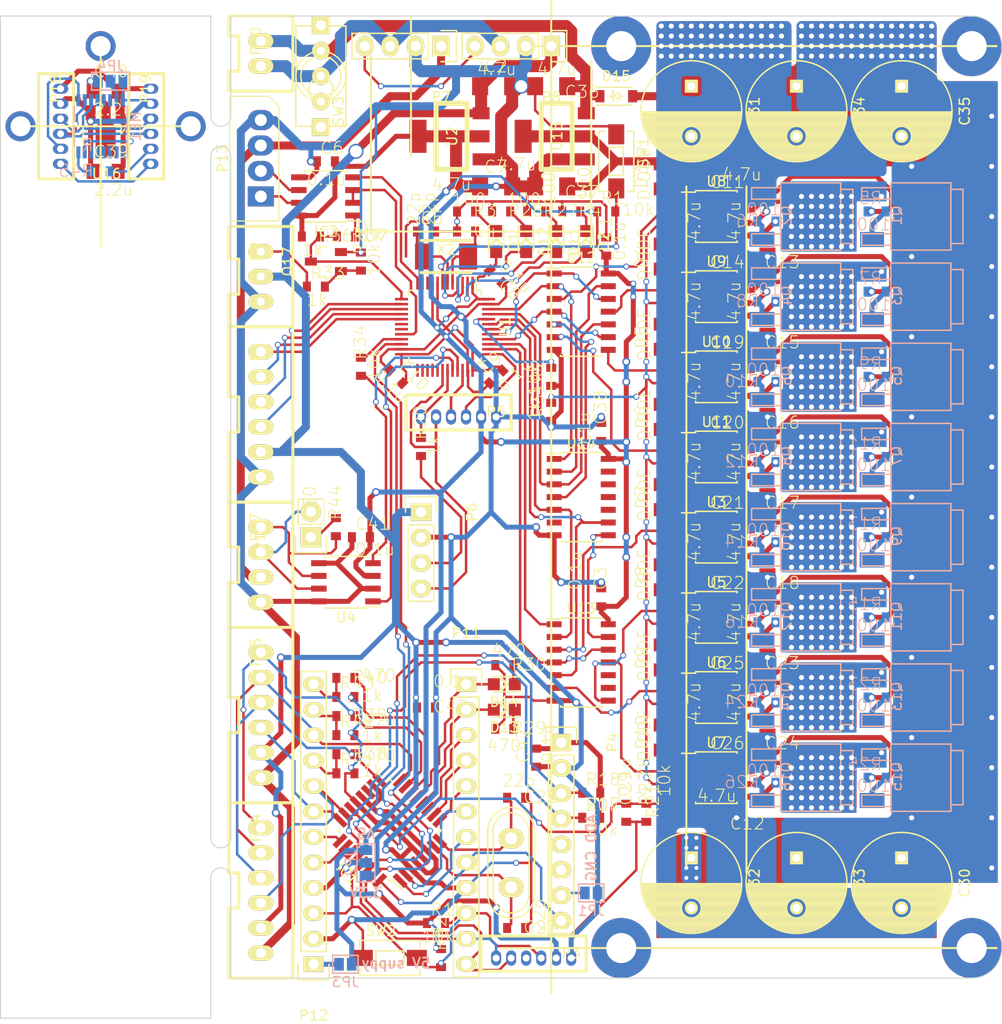
<source format=kicad_pcb>
(kicad_pcb (version 4) (host pcbnew 4.0.6)
  (layers (0 F.Cu signal) (31 B.Cu signal) (34 B.Paste user) (35 F.Paste user) (36 B.SilkS user) (37 F.SilkS user) (38 B.Mask user) (39 F.Mask user) (44 Edge.Cuts user))
  (net 0 "")
  (net 1 GND)
  (net 2 /NRST)
  (net 3 +12V)
  (net 4 +3.3V)
  (net 5 /OSC_IN)
  (net 6 /OSC_OUT)
  (net 7 +5V)
  (net 8 GNDPWR)
  (net 9 /OUT_0_A)
  (net 10 /OUT_0_B)
  (net 11 "Net-(D1-Pad2)")
  (net 12 "Net-(D2-Pad2)")
  (net 13 /SWCLK)
  (net 14 /SWDIO)
  (net 15 /USART_TX)
  (net 16 /USART_RX)
  (net 17 "Net-(Q1-PadG)")
  (net 18 "Net-(R5-Pad2)")
  (net 19 "Net-(Q2-PadG)")
  (net 20 "Net-(R6-Pad2)")
  (net 21 "Net-(Q3-PadG)")
  (net 22 "Net-(R7-Pad2)")
  (net 23 "Net-(Q4-PadG)")
  (net 24 "Net-(R8-Pad2)")
  (net 25 +BATT)
  (net 26 /OUT_1_A)
  (net 27 /OUT_1_B)
  (net 28 /OUT_2_A)
  (net 29 /OUT_2_B)
  (net 30 "Net-(Q5-PadG)")
  (net 31 "Net-(Q6-PadG)")
  (net 32 "Net-(Q7-PadG)")
  (net 33 "Net-(Q8-PadG)")
  (net 34 "Net-(Q9-PadG)")
  (net 35 "Net-(Q10-PadG)")
  (net 36 "Net-(Q11-PadG)")
  (net 37 "Net-(Q12-PadG)")
  (net 38 "Net-(R9-Pad2)")
  (net 39 "Net-(R10-Pad2)")
  (net 40 "Net-(R11-Pad2)")
  (net 41 "Net-(R12-Pad2)")
  (net 42 "Net-(R13-Pad2)")
  (net 43 "Net-(R14-Pad2)")
  (net 44 "Net-(R15-Pad2)")
  (net 45 "Net-(R16-Pad2)")
  (net 46 /OUT_3_A)
  (net 47 /OUT_3_B)
  (net 48 "Net-(Q13-PadG)")
  (net 49 "Net-(Q14-PadG)")
  (net 50 "Net-(Q15-PadG)")
  (net 51 "Net-(Q16-PadG)")
  (net 52 "Net-(R23-Pad2)")
  (net 53 "Net-(R24-Pad2)")
  (net 54 "Net-(R25-Pad2)")
  (net 55 "Net-(R26-Pad2)")
  (net 56 "Net-(C27-Pad2)")
  (net 57 "Net-(C28-Pad2)")
  (net 58 /I2C_SDA)
  (net 59 /I2C_SCL)
  (net 60 /AT_RST)
  (net 61 /AT_RX)
  (net 62 /AT_TX)
  (net 63 "Net-(JP1-Pad1)")
  (net 64 "Net-(C11-Pad2)")
  (net 65 "Net-(C14-Pad2)")
  (net 66 "Net-(C19-Pad2)")
  (net 67 "Net-(C20-Pad2)")
  (net 68 "Net-(C21-Pad2)")
  (net 69 "Net-(C22-Pad2)")
  (net 70 "Net-(C25-Pad2)")
  (net 71 "Net-(C26-Pad2)")
  (net 72 /batt_voltage)
  (net 73 "Net-(P6-Pad3)")
  (net 74 /STM_LED1)
  (net 75 /STM_LED2)
  (net 76 "Net-(D11-Pad2)")
  (net 77 /STM_LED3)
  (net 78 "Net-(D12-Pad2)")
  (net 79 /AT_LED1)
  (net 80 "Net-(D13-Pad2)")
  (net 81 /AT_LED2)
  (net 82 "Net-(D14-Pad2)")
  (net 83 /SPI_MOSI)
  (net 84 /SPI_MISO)
  (net 85 /SPI_SCK)
  (net 86 /PWM_2_A)
  (net 87 /PWM_2_B)
  (net 88 /PWM_3_A)
  (net 89 /PWM_3_B)
  (net 90 /PWM_0_A)
  (net 91 /PWM_0_B)
  (net 92 /PWM_1_A)
  (net 93 /PWM_1_B)
  (net 94 /DCDC_EN)
  (net 95 "Net-(P10-Pad1)")
  (net 96 /Motor~SD)
  (net 97 "Net-(U12-Pad5)")
  (net 98 "Net-(U12-Pad13)")
  (net 99 "Net-(U13-Pad13)")
  (net 100 /Motor0CW)
  (net 101 /Motor1CW)
  (net 102 /Motor2CW)
  (net 103 /Motor3CW)
  (net 104 /Motor0PWM)
  (net 105 /Motor1PWM)
  (net 106 /Motor2PWM)
  (net 107 /Motor3PWM)
  (net 108 /VALVE_0)
  (net 109 /VALVE_1)
  (net 110 /VALVE_2)
  (net 111 /VALVE_3)
  (net 112 /SPI_SS_Mouse)
  (net 113 /BOOT0)
  (net 114 /GD_12V)
  (net 115 /INT1)
  (net 116 /INT0)
  (net 117 "Net-(IC2-Pad6)")
  (net 118 "Net-(IC2-Pad7)")
  (net 119 "Net-(JP2-Pad2)")
  (net 120 /RAW)
  (net 121 /LOGIC_BATT)
  (net 122 /SPI_SS_USB)
  (net 123 /SPI_SS_ENC)
  (net 124 /AT_A2)
  (net 125 /AT_A3)
  (net 126 "Net-(IC2-Pad1)")
  (net 127 /SERVO_DIR)
  (net 128 /SERVO_TX)
  (net 129 /SBUS)
  (net 130 "Net-(Q17-PadG)")
  (net 131 /SERVO_RX)
  (net 132 "Net-(R34-Pad1)")
  (net 133 "Net-(P12-Pad9)")
  (net 134 "Net-(P12-Pad11)")
  (net 135 "Net-(P12-Pad12)")
  (net 136 /ENC_5V)
  (net 137 /ENC_GND)
  (net 138 "Net-(C40-Pad1)")
  (net 139 "Net-(JP4-Pad2)")
  (net 140 "Net-(ME1-Pad8)")
  (net 141 /ENC_MISO)
  (net 142 /ENC_SCK)
  (net 143 /ENC_~CS)
  (net 144 "Net-(P16-Pad1)")
  (net 145 "Net-(P16-Pad2)")
  (net 146 "Net-(P17-Pad4)")
  (net 147 /ENC_Prog)
  (net 148 /CAN_RX)
  (net 149 /CAN_TX)
  (net 150 /STM_~SS0)
  (net 151 /STM_SCK)
  (net 152 /STM_MISO)
  (net 153 /STM_MOSI)
  (net 154 "Net-(P18-Pad6)")
  (module RP_KiCAD_Connector:XA_2T (layer F.Cu) (at 3 2.5 270)
    (fp_text reference P10 (at 0 0.5 270) (layer F.SilkS))
    (fp_text value CONN_01X02)
    (pad 2 thru_hole oval (at 0 0 270) (size 1.5 2.5) (drill 1) (layers *.Cu *.Mask F.SilkS) (net 121 /LOGIC_BATT))
    (pad 1 thru_hole oval (at 2.5 0 270) (size 1.5 2.5) (drill 1) (layers *.Cu *.Mask F.SilkS) (net 95 "Net-(P10-Pad1)"))
  )
  (module RP_KiCAD_Libs:C1608_WP (layer F.Cu) (at 13 24.5 270)
    (fp_text reference R35 (at -0.635 -0.635 270) (layer F.SilkS) (effects (font (size 1.2065 1.2065) (thickness 0.1016)) (justify left bottom)))
    (fp_text value 10k (at 1.5 -2 450) (layer F.SilkS) (effects (font (size 1.2065 1.2065) (thickness 0.1016)) (justify left bottom)))
    (pad 1 smd rect (at -0.9 0 270) (size 0.8 1) (layers F.Cu F.Paste F.Mask) (net 1 GND))
    (pad 2 smd rect (at 0.9 0 270) (size 0.8 1) (layers F.Cu F.Paste F.Mask) (net 130 "Net-(Q17-PadG)"))
  )
  (module RP_KiCAD_Connector:ZH_6T (layer F.Cu) (at 34 94 180)
    (fp_text reference P3 (at 0 0.5 180) (layer F.SilkS))
    (fp_text value CONN_01X06)
    (pad 1 thru_hole oval (at 0 0 180) (size 1 1.524) (drill 0.7) (layers *.Cu *.Mask) (net 1 GND))
    (pad 2 thru_hole oval (at 1.5 0 180) (size 1 1.524) (drill 0.7) (layers *.Cu *.Mask) (net 7 +5V))
    (pad 3 thru_hole oval (at 3 0 180) (size 1 1.524) (drill 0.7) (layers *.Cu *.Mask) (net 60 /AT_RST))
    (pad 4 thru_hole oval (at 4.5 0 180) (size 1 1.524) (drill 0.7) (layers *.Cu *.Mask))
    (pad 5 thru_hole oval (at 6 0 180) (size 1 1.524) (drill 0.7) (layers *.Cu *.Mask) (net 62 /AT_TX))
    (pad 6 thru_hole oval (at 7.5 0 180) (size 1 1.524) (drill 0.7) (layers *.Cu *.Mask) (net 61 /AT_RX))
  )
  (module Crystals:ABM3_2pads (layer F.Cu) (at 21.5 24 180)
    (fp_text reference X2 (at 0 0.7 180) (layer F.SilkS))
    (fp_text value CRYSTAL)
    (pad 1 smd rect (at -2.2 0 180) (size 1.8 2.6) (layers F.Cu F.Paste F.Mask) (net 5 /OSC_IN))
    (pad 2 smd rect (at 2.2 0 180) (size 1.8 2.6) (layers F.Cu F.Paste F.Mask) (net 6 /OSC_OUT))
  )
  (module Capacitors_ThroughHole:C_Radial_D10_L13_P5 (layer F.Cu) (at 67 7 270)
    (fp_text reference C35 (at 2.5 -6.3 270) (layer F.SilkS))
    (fp_text value 220u)
    (pad 1 thru_hole rect (at 0 0 270) (size 1.3 1.3) (drill 0.8) (layers *.Cu *.Mask F.SilkS) (net 25 +BATT))
    (pad 2 thru_hole circle (at 5 0 270) (size 1.3 1.3) (drill 0.8) (layers *.Cu *.Mask F.SilkS) (net 8 GNDPWR))
  )
  (module RP_KiCAD_Libs:C1608_WP (layer F.Cu) (at 37.5 23 270)
    (fp_text reference C1 (at -0.635 -0.635 270) (layer F.SilkS) (effects (font (size 1.2065 1.2065) (thickness 0.1016)) (justify left bottom)))
    (fp_text value 0.1u (at 1.5 -2 270) (layer F.SilkS) (effects (font (size 1.2065 1.2065) (thickness 0.1016)) (justify left bottom)))
    (pad 1 smd rect (at -0.9 0 270) (size 0.8 1) (layers F.Cu F.Paste F.Mask) (net 1 GND))
    (pad 2 smd rect (at 0.9 0 270) (size 0.8 1) (layers F.Cu F.Paste F.Mask) (net 4 +3.3V))
  )
  (module RP_KiCAD_Libs:C3216 (layer F.Cu) (at 26.5 7)
    (fp_text reference C2 (at -1.27 -1.27) (layer F.SilkS) (effects (font (size 1.2065 1.2065) (thickness 0.1016)) (justify left bottom)))
    (fp_text value 4.7u (at -2 -1) (layer F.SilkS) (effects (font (size 1.2065 1.2065) (thickness 0.1016)) (justify left bottom)))
    (pad 1 smd rect (at -1.6 0) (size 1.6 1.8) (layers F.Cu F.Paste F.Mask) (net 7 +5V))
    (pad 2 smd rect (at 1.6 0) (size 1.6 1.8) (layers F.Cu F.Paste F.Mask) (net 1 GND))
  )
  (module RP_KiCAD_Libs:C1608_WP (layer F.Cu) (at 23.5 21.5 180)
    (fp_text reference C4 (at -0.635 -0.635 180) (layer F.SilkS) (effects (font (size 1.2065 1.2065) (thickness 0.1016)) (justify left bottom)))
    (fp_text value 22p (at 3 0.5 270) (layer F.SilkS) (effects (font (size 1.2065 1.2065) (thickness 0.1016)) (justify left bottom)))
    (pad 1 smd rect (at -0.9 0 180) (size 0.8 1) (layers F.Cu F.Paste F.Mask) (net 5 /OSC_IN))
    (pad 2 smd rect (at 0.9 0 180) (size 0.8 1) (layers F.Cu F.Paste F.Mask) (net 1 GND))
  )
  (module RP_KiCAD_Libs:C1608_WP (layer F.Cu) (at 19.5 21.5)
    (fp_text reference C5 (at -0.635 -0.635) (layer F.SilkS) (effects (font (size 1.2065 1.2065) (thickness 0.1016)) (justify left bottom)))
    (fp_text value 22p (at -0.5 -0.5 90) (layer F.SilkS) (effects (font (size 1.2065 1.2065) (thickness 0.1016)) (justify left bottom)))
    (pad 1 smd rect (at -0.9 0) (size 0.8 1) (layers F.Cu F.Paste F.Mask) (net 6 /OSC_OUT))
    (pad 2 smd rect (at 0.9 0) (size 0.8 1) (layers F.Cu F.Paste F.Mask) (net 1 GND))
  )
  (module RP_KiCAD_Libs:C1608_WP (layer F.Cu) (at 9.5 14.5)
    (fp_text reference C6 (at -0.635 -0.635) (layer F.SilkS) (effects (font (size 1.2065 1.2065) (thickness 0.1016)) (justify left bottom)))
    (fp_text value 0.1u (at -2 2.5) (layer F.SilkS) (effects (font (size 1.2065 1.2065) (thickness 0.1016)) (justify left bottom)))
    (pad 1 smd rect (at -0.9 0) (size 0.8 1) (layers F.Cu F.Paste F.Mask) (net 1 GND))
    (pad 2 smd rect (at 0.9 0) (size 0.8 1) (layers F.Cu F.Paste F.Mask) (net 4 +3.3V))
  )
  (module RP_KiCAD_Libs:C3216 (layer F.Cu) (at 26.5 17)
    (fp_text reference C7 (at -1.27 -1.27) (layer F.SilkS) (effects (font (size 1.2065 1.2065) (thickness 0.1016)) (justify left bottom)))
    (fp_text value 4.7u (at -6.5 0.5 180) (layer F.SilkS) (effects (font (size 1.2065 1.2065) (thickness 0.1016)) (justify left bottom)))
    (pad 1 smd rect (at -1.6 0) (size 1.6 1.8) (layers F.Cu F.Paste F.Mask) (net 4 +3.3V))
    (pad 2 smd rect (at 1.6 0) (size 1.6 1.8) (layers F.Cu F.Paste F.Mask) (net 1 GND))
  )
  (module RP_KiCAD_Libs:C1608_WP (layer F.Cu) (at 26.5 26 135)
    (fp_text reference C8 (at -0.635 -0.635 135) (layer F.SilkS) (effects (font (size 1.2065 1.2065) (thickness 0.1016)) (justify left bottom)))
    (fp_text value 0.1u (at 0.707107 0.707107 135) (layer F.SilkS) (effects (font (size 1.2065 1.2065) (thickness 0.1016)) (justify left bottom)))
    (pad 1 smd rect (at -0.9 0 135) (size 0.8 1) (layers F.Cu F.Paste F.Mask) (net 1 GND))
    (pad 2 smd rect (at 0.9 0 135) (size 0.8 1) (layers F.Cu F.Paste F.Mask) (net 4 +3.3V))
  )
  (module RP_KiCAD_Libs:C1608_WP (layer F.Cu) (at 26.5 36 45)
    (fp_text reference C9 (at -0.635 -0.635 45) (layer F.SilkS) (effects (font (size 1.2065 1.2065) (thickness 0.1016)) (justify left bottom)))
    (fp_text value 0.1u (at -0.635 1.905 45) (layer F.SilkS) (effects (font (size 1.2065 1.2065) (thickness 0.1016)) (justify left bottom)))
    (pad 1 smd rect (at -0.9 0 45) (size 0.8 1) (layers F.Cu F.Paste F.Mask) (net 1 GND))
    (pad 2 smd rect (at 0.9 0 45) (size 0.8 1) (layers F.Cu F.Paste F.Mask) (net 4 +3.3V))
  )
  (module RP_KiCAD_Libs:C1608_WP (layer F.Cu) (at 16.5 36 315)
    (fp_text reference C10 (at -0.635 -0.635 315) (layer F.SilkS) (effects (font (size 1.2065 1.2065) (thickness 0.1016)) (justify left bottom)))
    (fp_text value 0.1u (at -1.767767 1.767767 315) (layer F.SilkS) (effects (font (size 1.2065 1.2065) (thickness 0.1016)) (justify left bottom)))
    (pad 1 smd rect (at -0.9 0 315) (size 0.8 1) (layers F.Cu F.Paste F.Mask) (net 1 GND))
    (pad 2 smd rect (at 0.9 0 315) (size 0.8 1) (layers F.Cu F.Paste F.Mask) (net 4 +3.3V))
  )
  (module RP_KiCAD_Libs:C3216 (layer F.Cu) (at 46.5 16 180)
    (fp_text reference C11 (at -1.27 -1.27 180) (layer F.SilkS) (effects (font (size 1.2065 1.2065) (thickness 0.1016)) (justify left bottom)))
    (fp_text value 4.7u (at -2.5 -0.5 180) (layer F.SilkS) (effects (font (size 1.2065 1.2065) (thickness 0.1016)) (justify left bottom)))
    (pad 1 smd rect (at -1.6 0 180) (size 1.6 1.8) (layers F.Cu F.Paste F.Mask) (net 9 /OUT_0_A))
    (pad 2 smd rect (at 1.6 0 180) (size 1.6 1.8) (layers F.Cu F.Paste F.Mask) (net 64 "Net-(C11-Pad2)"))
  )
  (module RP_KiCAD_Libs:C3216 (layer F.Cu) (at 48.5 80 180)
    (fp_text reference C12 (at -1.27 -1.27 180) (layer F.SilkS) (effects (font (size 1.2065 1.2065) (thickness 0.1016)) (justify left bottom)))
    (fp_text value 4.7u (at 2 1.5 180) (layer F.SilkS) (effects (font (size 1.2065 1.2065) (thickness 0.1016)) (justify left bottom)))
    (pad 1 smd rect (at -1.6 0 180) (size 1.6 1.8) (layers F.Cu F.Paste F.Mask) (net 8 GNDPWR))
    (pad 2 smd rect (at 1.6 0 180) (size 1.6 1.8) (layers F.Cu F.Paste F.Mask) (net 114 /GD_12V))
  )
  (module RP_KiCAD_Libs:C3216 (layer F.Cu) (at 52 24 180)
    (fp_text reference C13 (at -1.27 -1.27 180) (layer F.SilkS) (effects (font (size 1.2065 1.2065) (thickness 0.1016)) (justify left bottom)))
    (fp_text value 4.7u (at 1 1.5 270) (layer F.SilkS) (effects (font (size 1.2065 1.2065) (thickness 0.1016)) (justify left bottom)))
    (pad 1 smd rect (at -1.6 0 180) (size 1.6 1.8) (layers F.Cu F.Paste F.Mask) (net 8 GNDPWR))
    (pad 2 smd rect (at 1.6 0 180) (size 1.6 1.8) (layers F.Cu F.Paste F.Mask) (net 114 /GD_12V))
  )
  (module RP_KiCAD_Libs:C3216 (layer F.Cu) (at 46.5 24 180)
    (fp_text reference C14 (at -1.27 -1.27 180) (layer F.SilkS) (effects (font (size 1.2065 1.2065) (thickness 0.1016)) (justify left bottom)))
    (fp_text value 4.7u (at -0.5 1.5 270) (layer F.SilkS) (effects (font (size 1.2065 1.2065) (thickness 0.1016)) (justify left bottom)))
    (pad 1 smd rect (at -1.6 0 180) (size 1.6 1.8) (layers F.Cu F.Paste F.Mask) (net 10 /OUT_0_B))
    (pad 2 smd rect (at 1.6 0 180) (size 1.6 1.8) (layers F.Cu F.Paste F.Mask) (net 65 "Net-(C14-Pad2)"))
  )
  (module LEDs:LED_0805 (layer F.Cu) (at 26.5 22.5 270)
    (fp_text reference D1 (at 0 -1.75 270) (layer F.SilkS))
    (fp_text value LED)
    (pad 1 smd rect (at 1.04902 0 90) (size 1.19888 1.19888) (layers F.Cu F.Paste F.Mask) (net 4 +3.3V))
    (pad 2 smd rect (at -1.04902 0 90) (size 1.19888 1.19888) (layers F.Cu F.Paste F.Mask) (net 11 "Net-(D1-Pad2)"))
  )
  (module LEDs:LED_0805 (layer F.Cu) (at 35.5 22.5 270)
    (fp_text reference D2 (at 0 -1.75 270) (layer F.SilkS))
    (fp_text value LED)
    (pad 1 smd rect (at 1.04902 0 90) (size 1.19888 1.19888) (layers F.Cu F.Paste F.Mask) (net 74 /STM_LED1))
    (pad 2 smd rect (at -1.04902 0 90) (size 1.19888 1.19888) (layers F.Cu F.Paste F.Mask) (net 12 "Net-(D2-Pad2)"))
  )
  (module RP_KiCAD_Libs:C2012 (layer F.Cu) (at 43 16 90)
    (fp_text reference D3 (at -1.27 -1.27 90) (layer F.SilkS) (effects (font (size 1.2065 1.2065) (thickness 0.1016)) (justify left bottom)))
    (fp_text value DIODE (at -2.5 -1 90) (layer F.SilkS) (effects (font (size 1.2065 1.2065) (thickness 0.1016)) (justify left bottom)))
    (pad 1 smd rect (at -1.25 0 90) (size 1.3 1.5) (layers F.Cu F.Paste F.Mask) (net 64 "Net-(C11-Pad2)"))
    (pad 2 smd rect (at 1.25 0 90) (size 1.3 1.5) (layers F.Cu F.Paste F.Mask) (net 114 /GD_12V))
  )
  (module RP_KiCAD_Libs:C2012 (layer F.Cu) (at 43 24 90)
    (fp_text reference D4 (at -1.27 -1.27 90) (layer F.SilkS) (effects (font (size 1.2065 1.2065) (thickness 0.1016)) (justify left bottom)))
    (fp_text value DIODE (at -2.5 -1 90) (layer F.SilkS) (effects (font (size 1.2065 1.2065) (thickness 0.1016)) (justify left bottom)))
    (pad 1 smd rect (at -1.25 0 90) (size 1.3 1.5) (layers F.Cu F.Paste F.Mask) (net 65 "Net-(C14-Pad2)"))
    (pad 2 smd rect (at 1.25 0 90) (size 1.3 1.5) (layers F.Cu F.Paste F.Mask) (net 114 /GD_12V))
  )
  (module RP_KiCAD_Connector:ZH_6T (layer F.Cu) (at 26.5 40 180)
    (fp_text reference P5 (at 0 0.5 180) (layer F.SilkS))
    (fp_text value CONN_01X06)
    (pad 1 thru_hole oval (at 0 0 180) (size 1 1.524) (drill 0.7) (layers *.Cu *.Mask) (net 1 GND))
    (pad 2 thru_hole oval (at 1.5 0 180) (size 1 1.524) (drill 0.7) (layers *.Cu *.Mask) (net 4 +3.3V))
    (pad 3 thru_hole oval (at 3 0 180) (size 1 1.524) (drill 0.7) (layers *.Cu *.Mask) (net 13 /SWCLK))
    (pad 4 thru_hole oval (at 4.5 0 180) (size 1 1.524) (drill 0.7) (layers *.Cu *.Mask) (net 14 /SWDIO))
    (pad 5 thru_hole oval (at 6 0 180) (size 1 1.524) (drill 0.7) (layers *.Cu *.Mask) (net 15 /USART_TX))
    (pad 6 thru_hole oval (at 7.5 0 180) (size 1 1.524) (drill 0.7) (layers *.Cu *.Mask) (net 16 /USART_RX))
  )
  (module RP_KiCAD_Libs:C1608_WP (layer F.Cu) (at 37.5 19.5)
    (fp_text reference R1 (at -0.635 -0.635) (layer F.SilkS) (effects (font (size 1.2065 1.2065) (thickness 0.1016)) (justify left bottom)))
    (fp_text value 10k (at 1.5 0.5) (layer F.SilkS) (effects (font (size 1.2065 1.2065) (thickness 0.1016)) (justify left bottom)))
    (pad 1 smd rect (at -0.9 0) (size 0.8 1) (layers F.Cu F.Paste F.Mask) (net 4 +3.3V))
    (pad 2 smd rect (at 0.9 0) (size 0.8 1) (layers F.Cu F.Paste F.Mask) (net 2 /NRST))
  )
  (module RP_KiCAD_Libs:C1608_WP (layer F.Cu) (at 32 36 90)
    (fp_text reference R2 (at -0.635 -0.635 90) (layer F.SilkS) (effects (font (size 1.2065 1.2065) (thickness 0.1016)) (justify left bottom)))
    (fp_text value 10k (at -2 -1 90) (layer F.SilkS) (effects (font (size 1.2065 1.2065) (thickness 0.1016)) (justify left bottom)))
    (pad 1 smd rect (at -0.9 0 90) (size 0.8 1) (layers F.Cu F.Paste F.Mask) (net 1 GND))
    (pad 2 smd rect (at 0.9 0 90) (size 0.8 1) (layers F.Cu F.Paste F.Mask) (net 113 /BOOT0))
  )
  (module RP_KiCAD_Libs:C1608_WP (layer F.Cu) (at 23.5 19.5 180)
    (fp_text reference R3 (at -0.635 -0.635 180) (layer F.SilkS) (effects (font (size 1.2065 1.2065) (thickness 0.1016)) (justify left bottom)))
    (fp_text value 100 (at 1.5 0.5 180) (layer F.SilkS) (effects (font (size 1.2065 1.2065) (thickness 0.1016)) (justify left bottom)))
    (pad 1 smd rect (at -0.9 0 180) (size 0.8 1) (layers F.Cu F.Paste F.Mask) (net 11 "Net-(D1-Pad2)"))
    (pad 2 smd rect (at 0.9 0 180) (size 0.8 1) (layers F.Cu F.Paste F.Mask) (net 1 GND))
  )
  (module RP_KiCAD_Libs:C1608_WP (layer F.Cu) (at 34 19.5 180)
    (fp_text reference R4 (at -0.635 -0.635 180) (layer F.SilkS) (effects (font (size 1.2065 1.2065) (thickness 0.1016)) (justify left bottom)))
    (fp_text value 100 (at -2 1 270) (layer F.SilkS) (effects (font (size 1.2065 1.2065) (thickness 0.1016)) (justify left bottom)))
    (pad 1 smd rect (at -0.9 0 180) (size 0.8 1) (layers F.Cu F.Paste F.Mask) (net 12 "Net-(D2-Pad2)"))
    (pad 2 smd rect (at 0.9 0 180) (size 0.8 1) (layers F.Cu F.Paste F.Mask) (net 1 GND))
  )
  (module RP_KiCAD_Libs:C1608_WP (layer B.Cu) (at 64.5 19.5 180)
    (fp_text reference R5 (at -0.635 0.635 180) (layer B.SilkS) (effects (font (size 1.2065 1.2065) (thickness 0.1016)) (justify left bottom mirror)))
    (fp_text value 100 (at -1.5 -2 180) (layer B.SilkS) (effects (font (size 1.2065 1.2065) (thickness 0.1016)) (justify left bottom mirror)))
    (pad 1 smd rect (at -0.9 0 180) (size 0.8 1) (layers B.Cu B.Paste B.Mask) (net 17 "Net-(Q1-PadG)"))
    (pad 2 smd rect (at 0.9 0 180) (size 0.8 1) (layers B.Cu B.Paste B.Mask) (net 18 "Net-(R5-Pad2)"))
  )
  (module RP_KiCAD_Libs:C1608_WP (layer B.Cu) (at 53.5 20.5)
    (fp_text reference R6 (at -0.635 0.635) (layer B.SilkS) (effects (font (size 1.2065 1.2065) (thickness 0.1016)) (justify left bottom mirror)))
    (fp_text value 100 (at 1.5 -0.5) (layer B.SilkS) (effects (font (size 1.2065 1.2065) (thickness 0.1016)) (justify left bottom mirror)))
    (pad 1 smd rect (at -0.9 0) (size 0.8 1) (layers B.Cu B.Paste B.Mask) (net 19 "Net-(Q2-PadG)"))
    (pad 2 smd rect (at 0.9 0) (size 0.8 1) (layers B.Cu B.Paste B.Mask) (net 20 "Net-(R6-Pad2)"))
  )
  (module RP_KiCAD_Libs:C1608_WP (layer B.Cu) (at 64.5 27.5 180)
    (fp_text reference R7 (at -0.635 0.635 180) (layer B.SilkS) (effects (font (size 1.2065 1.2065) (thickness 0.1016)) (justify left bottom mirror)))
    (fp_text value 100 (at -1.5 -2 180) (layer B.SilkS) (effects (font (size 1.2065 1.2065) (thickness 0.1016)) (justify left bottom mirror)))
    (pad 1 smd rect (at -0.9 0 180) (size 0.8 1) (layers B.Cu B.Paste B.Mask) (net 21 "Net-(Q3-PadG)"))
    (pad 2 smd rect (at 0.9 0 180) (size 0.8 1) (layers B.Cu B.Paste B.Mask) (net 22 "Net-(R7-Pad2)"))
  )
  (module RP_KiCAD_Libs:C1608_WP (layer B.Cu) (at 53.5 28.5)
    (fp_text reference R8 (at -0.635 0.635) (layer B.SilkS) (effects (font (size 1.2065 1.2065) (thickness 0.1016)) (justify left bottom mirror)))
    (fp_text value 100 (at 1.5 -0.5) (layer B.SilkS) (effects (font (size 1.2065 1.2065) (thickness 0.1016)) (justify left bottom mirror)))
    (pad 1 smd rect (at -0.9 0) (size 0.8 1) (layers B.Cu B.Paste B.Mask) (net 23 "Net-(Q4-PadG)"))
    (pad 2 smd rect (at 0.9 0) (size 0.8 1) (layers B.Cu B.Paste B.Mask) (net 24 "Net-(R8-Pad2)"))
  )
  (module Buttons_Switches_SMD:SW_SPST_EVQPE1 (layer F.Cu) (at 38.5 14.5 270)
    (fp_text reference SW1 (at -0.9 -2.7 270) (layer F.SilkS))
    (fp_text value SW_PUSH)
    (pad 2 smd rect (at 2.7 0 270) (size 2 1.6) (layers F.Cu F.Paste F.Mask) (net 2 /NRST))
    (pad 1 smd rect (at -2.7 0 270) (size 2 1.6) (layers F.Cu F.Paste F.Mask) (net 1 GND))
  )
  (module Housings_QFP:LQFP-48_7x7mm_Pitch0.5mm (layer F.Cu) (at 21.4 31 270)
    (fp_text reference U1 (at 0 -6 270) (layer F.SilkS))
    (fp_text value STM32F103_48)
    (pad 1 smd rect (at -4.35 -2.75 270) (size 1.3 0.25) (layers F.Cu F.Paste F.Mask) (net 4 +3.3V))
    (pad 2 smd rect (at -4.35 -2.25 270) (size 1.3 0.25) (layers F.Cu F.Paste F.Mask) (net 74 /STM_LED1))
    (pad 3 smd rect (at -4.35 -1.75 270) (size 1.3 0.25) (layers F.Cu F.Paste F.Mask) (net 75 /STM_LED2))
    (pad 4 smd rect (at -4.35 -1.25 270) (size 1.3 0.25) (layers F.Cu F.Paste F.Mask) (net 77 /STM_LED3))
    (pad 5 smd rect (at -4.35 -0.75 270) (size 1.3 0.25) (layers F.Cu F.Paste F.Mask) (net 5 /OSC_IN))
    (pad 6 smd rect (at -4.35 -0.25 270) (size 1.3 0.25) (layers F.Cu F.Paste F.Mask) (net 6 /OSC_OUT))
    (pad 7 smd rect (at -4.35 0.25 270) (size 1.3 0.25) (layers F.Cu F.Paste F.Mask) (net 2 /NRST))
    (pad 8 smd rect (at -4.35 0.75 270) (size 1.3 0.25) (layers F.Cu F.Paste F.Mask) (net 1 GND))
    (pad 9 smd rect (at -4.35 1.25 270) (size 1.3 0.25) (layers F.Cu F.Paste F.Mask) (net 4 +3.3V))
    (pad 10 smd rect (at -4.35 1.75 270) (size 1.3 0.25) (layers F.Cu F.Paste F.Mask))
    (pad 11 smd rect (at -4.35 2.25 270) (size 1.3 0.25) (layers F.Cu F.Paste F.Mask))
    (pad 12 smd rect (at -4.35 2.75 270) (size 1.3 0.25) (layers F.Cu F.Paste F.Mask) (net 128 /SERVO_TX))
    (pad 13 smd rect (at -2.75 4.35) (size 1.3 0.25) (layers F.Cu F.Paste F.Mask) (net 131 /SERVO_RX))
    (pad 14 smd rect (at -2.25 4.35) (size 1.3 0.25) (layers F.Cu F.Paste F.Mask) (net 150 /STM_~SS0))
    (pad 15 smd rect (at -1.75 4.35) (size 1.3 0.25) (layers F.Cu F.Paste F.Mask) (net 151 /STM_SCK))
    (pad 16 smd rect (at -1.25 4.35) (size 1.3 0.25) (layers F.Cu F.Paste F.Mask) (net 152 /STM_MISO))
    (pad 17 smd rect (at -0.75 4.35) (size 1.3 0.25) (layers F.Cu F.Paste F.Mask) (net 153 /STM_MOSI))
    (pad 18 smd rect (at -0.25 4.35) (size 1.3 0.25) (layers F.Cu F.Paste F.Mask))
    (pad 19 smd rect (at 0.25 4.35) (size 1.3 0.25) (layers F.Cu F.Paste F.Mask))
    (pad 20 smd rect (at 0.75 4.35) (size 1.3 0.25) (layers F.Cu F.Paste F.Mask) (net 127 /SERVO_DIR))
    (pad 21 smd rect (at 1.25 4.35) (size 1.3 0.25) (layers F.Cu F.Paste F.Mask) (net 132 "Net-(R34-Pad1)"))
    (pad 22 smd rect (at 1.75 4.35) (size 1.3 0.25) (layers F.Cu F.Paste F.Mask) (net 62 /AT_TX))
    (pad 23 smd rect (at 2.25 4.35) (size 1.3 0.25) (layers F.Cu F.Paste F.Mask) (net 1 GND))
    (pad 24 smd rect (at 2.75 4.35) (size 1.3 0.25) (layers F.Cu F.Paste F.Mask) (net 4 +3.3V))
    (pad 25 smd rect (at 4.35 2.75 270) (size 1.3 0.25) (layers F.Cu F.Paste F.Mask))
    (pad 26 smd rect (at 4.35 2.25 270) (size 1.3 0.25) (layers F.Cu F.Paste F.Mask))
    (pad 27 smd rect (at 4.35 1.75 270) (size 1.3 0.25) (layers F.Cu F.Paste F.Mask))
    (pad 28 smd rect (at 4.35 1.25 270) (size 1.3 0.25) (layers F.Cu F.Paste F.Mask))
    (pad 29 smd rect (at 4.35 0.75 270) (size 1.3 0.25) (layers F.Cu F.Paste F.Mask))
    (pad 30 smd rect (at 4.35 0.25 270) (size 1.3 0.25) (layers F.Cu F.Paste F.Mask) (net 15 /USART_TX))
    (pad 31 smd rect (at 4.35 -0.25 270) (size 1.3 0.25) (layers F.Cu F.Paste F.Mask) (net 16 /USART_RX))
    (pad 32 smd rect (at 4.35 -0.75 270) (size 1.3 0.25) (layers F.Cu F.Paste F.Mask) (net 148 /CAN_RX))
    (pad 33 smd rect (at 4.35 -1.25 270) (size 1.3 0.25) (layers F.Cu F.Paste F.Mask) (net 149 /CAN_TX))
    (pad 34 smd rect (at 4.35 -1.75 270) (size 1.3 0.25) (layers F.Cu F.Paste F.Mask) (net 14 /SWDIO))
    (pad 35 smd rect (at 4.35 -2.25 270) (size 1.3 0.25) (layers F.Cu F.Paste F.Mask) (net 1 GND))
    (pad 36 smd rect (at 4.35 -2.75 270) (size 1.3 0.25) (layers F.Cu F.Paste F.Mask) (net 4 +3.3V))
    (pad 37 smd rect (at 2.75 -4.35) (size 1.3 0.25) (layers F.Cu F.Paste F.Mask) (net 13 /SWCLK))
    (pad 38 smd rect (at 2.25 -4.35) (size 1.3 0.25) (layers F.Cu F.Paste F.Mask) (net 103 /Motor3CW))
    (pad 39 smd rect (at 1.75 -4.35) (size 1.3 0.25) (layers F.Cu F.Paste F.Mask) (net 102 /Motor2CW))
    (pad 40 smd rect (at 1.25 -4.35) (size 1.3 0.25) (layers F.Cu F.Paste F.Mask) (net 101 /Motor1CW))
    (pad 41 smd rect (at 0.75 -4.35) (size 1.3 0.25) (layers F.Cu F.Paste F.Mask) (net 100 /Motor0CW))
    (pad 42 smd rect (at 0.25 -4.35) (size 1.3 0.25) (layers F.Cu F.Paste F.Mask) (net 107 /Motor3PWM))
    (pad 43 smd rect (at -0.25 -4.35) (size 1.3 0.25) (layers F.Cu F.Paste F.Mask) (net 106 /Motor2PWM))
    (pad 44 smd rect (at -0.75 -4.35) (size 1.3 0.25) (layers F.Cu F.Paste F.Mask) (net 113 /BOOT0))
    (pad 45 smd rect (at -1.25 -4.35) (size 1.3 0.25) (layers F.Cu F.Paste F.Mask) (net 105 /Motor1PWM))
    (pad 46 smd rect (at -1.75 -4.35) (size 1.3 0.25) (layers F.Cu F.Paste F.Mask) (net 104 /Motor0PWM))
    (pad 47 smd rect (at -2.25 -4.35) (size 1.3 0.25) (layers F.Cu F.Paste F.Mask) (net 1 GND))
    (pad 48 smd rect (at -2.75 -4.35) (size 1.3 0.25) (layers F.Cu F.Paste F.Mask) (net 4 +3.3V))
  )
  (module TO_SOT_Packages_SMD:SOT-223_reg (layer F.Cu) (at 25 12 90)
    (fp_text reference U2 (at 0 -2.9 90) (layer F.SilkS))
    (fp_text value NCP1117ST33T3G)
    (pad 1 smd rect (at -2.3 0 90) (size 1.2 1.7) (layers F.Cu F.Paste F.Mask) (net 1 GND))
    (pad 2 smd rect (at 0 0 90) (size 1.2 1.7) (layers F.Cu F.Paste F.Mask) (net 4 +3.3V))
    (pad 3 smd rect (at 2.3 0 90) (size 1.2 1.7) (layers F.Cu F.Paste F.Mask) (net 7 +5V))
    (pad 2 smd rect (at 0 -6.3 90) (size 3.3 1.7) (layers F.Cu F.Paste F.Mask) (net 4 +3.3V))
  )
  (module Housings_SOIC:SOIC-8_3.9x4.9mm_Pitch1.27mm (layer F.Cu) (at 48.5 52)
    (fp_text reference U3 (at 0 -3.5) (layer F.SilkS))
    (fp_text value NCP5359)
    (pad 1 smd rect (at -2.7 -1.905) (size 1.55 0.6) (layers F.Cu F.Paste F.Mask) (net 68 "Net-(C21-Pad2)"))
    (pad 2 smd rect (at -2.7 -0.635) (size 1.55 0.6) (layers F.Cu F.Paste F.Mask) (net 86 /PWM_2_A))
    (pad 3 smd rect (at -2.7 0.635) (size 1.55 0.6) (layers F.Cu F.Paste F.Mask) (net 96 /Motor~SD))
    (pad 4 smd rect (at -2.7 1.905) (size 1.55 0.6) (layers F.Cu F.Paste F.Mask) (net 114 /GD_12V))
    (pad 5 smd rect (at 2.7 1.905) (size 1.55 0.6) (layers F.Cu F.Paste F.Mask) (net 43 "Net-(R14-Pad2)"))
    (pad 6 smd rect (at 2.7 0.635) (size 1.55 0.6) (layers F.Cu F.Paste F.Mask) (net 8 GNDPWR))
    (pad 7 smd rect (at 2.7 -0.635) (size 1.55 0.6) (layers F.Cu F.Paste F.Mask) (net 28 /OUT_2_A))
    (pad 8 smd rect (at 2.7 -1.905) (size 1.55 0.6) (layers F.Cu F.Paste F.Mask) (net 42 "Net-(R13-Pad2)"))
  )
  (module Housings_SOIC:SOIC-8_3.9x4.9mm_Pitch1.27mm (layer F.Cu) (at 48.5 60)
    (fp_text reference U5 (at 0 -3.5) (layer F.SilkS))
    (fp_text value NCP5359)
    (pad 1 smd rect (at -2.7 -1.905) (size 1.55 0.6) (layers F.Cu F.Paste F.Mask) (net 69 "Net-(C22-Pad2)"))
    (pad 2 smd rect (at -2.7 -0.635) (size 1.55 0.6) (layers F.Cu F.Paste F.Mask) (net 87 /PWM_2_B))
    (pad 3 smd rect (at -2.7 0.635) (size 1.55 0.6) (layers F.Cu F.Paste F.Mask) (net 96 /Motor~SD))
    (pad 4 smd rect (at -2.7 1.905) (size 1.55 0.6) (layers F.Cu F.Paste F.Mask) (net 114 /GD_12V))
    (pad 5 smd rect (at 2.7 1.905) (size 1.55 0.6) (layers F.Cu F.Paste F.Mask) (net 45 "Net-(R16-Pad2)"))
    (pad 6 smd rect (at 2.7 0.635) (size 1.55 0.6) (layers F.Cu F.Paste F.Mask) (net 8 GNDPWR))
    (pad 7 smd rect (at 2.7 -0.635) (size 1.55 0.6) (layers F.Cu F.Paste F.Mask) (net 29 /OUT_2_B))
    (pad 8 smd rect (at 2.7 -1.905) (size 1.55 0.6) (layers F.Cu F.Paste F.Mask) (net 44 "Net-(R15-Pad2)"))
  )
  (module RP_KiCAD_Libs:C3216 (layer F.Cu) (at 52 32 180)
    (fp_text reference C15 (at -1.27 -1.27 180) (layer F.SilkS) (effects (font (size 1.2065 1.2065) (thickness 0.1016)) (justify left bottom)))
    (fp_text value 4.7u (at 1 1.5 270) (layer F.SilkS) (effects (font (size 1.2065 1.2065) (thickness 0.1016)) (justify left bottom)))
    (pad 1 smd rect (at -1.6 0 180) (size 1.6 1.8) (layers F.Cu F.Paste F.Mask) (net 8 GNDPWR))
    (pad 2 smd rect (at 1.6 0 180) (size 1.6 1.8) (layers F.Cu F.Paste F.Mask) (net 114 /GD_12V))
  )
  (module RP_KiCAD_Libs:C3216 (layer F.Cu) (at 52 40 180)
    (fp_text reference C16 (at -1.27 -1.27 180) (layer F.SilkS) (effects (font (size 1.2065 1.2065) (thickness 0.1016)) (justify left bottom)))
    (fp_text value 4.7u (at 1 1.5 270) (layer F.SilkS) (effects (font (size 1.2065 1.2065) (thickness 0.1016)) (justify left bottom)))
    (pad 1 smd rect (at -1.6 0 180) (size 1.6 1.8) (layers F.Cu F.Paste F.Mask) (net 8 GNDPWR))
    (pad 2 smd rect (at 1.6 0 180) (size 1.6 1.8) (layers F.Cu F.Paste F.Mask) (net 114 /GD_12V))
  )
  (module RP_KiCAD_Libs:C3216 (layer F.Cu) (at 52 48 180)
    (fp_text reference C17 (at -1.27 -1.27 180) (layer F.SilkS) (effects (font (size 1.2065 1.2065) (thickness 0.1016)) (justify left bottom)))
    (fp_text value 4.7u (at 1 1.5 270) (layer F.SilkS) (effects (font (size 1.2065 1.2065) (thickness 0.1016)) (justify left bottom)))
    (pad 1 smd rect (at -1.6 0 180) (size 1.6 1.8) (layers F.Cu F.Paste F.Mask) (net 8 GNDPWR))
    (pad 2 smd rect (at 1.6 0 180) (size 1.6 1.8) (layers F.Cu F.Paste F.Mask) (net 114 /GD_12V))
  )
  (module RP_KiCAD_Libs:C3216 (layer F.Cu) (at 52 56 180)
    (fp_text reference C18 (at -1.27 -1.27 180) (layer F.SilkS) (effects (font (size 1.2065 1.2065) (thickness 0.1016)) (justify left bottom)))
    (fp_text value 4.7u (at 1 1.5 270) (layer F.SilkS) (effects (font (size 1.2065 1.2065) (thickness 0.1016)) (justify left bottom)))
    (pad 1 smd rect (at -1.6 0 180) (size 1.6 1.8) (layers F.Cu F.Paste F.Mask) (net 8 GNDPWR))
    (pad 2 smd rect (at 1.6 0 180) (size 1.6 1.8) (layers F.Cu F.Paste F.Mask) (net 114 /GD_12V))
  )
  (module RP_KiCAD_Libs:C3216 (layer F.Cu) (at 46.5 32 180)
    (fp_text reference C19 (at -1.27 -1.27 180) (layer F.SilkS) (effects (font (size 1.2065 1.2065) (thickness 0.1016)) (justify left bottom)))
    (fp_text value 4.7u (at -0.5 1.5 270) (layer F.SilkS) (effects (font (size 1.2065 1.2065) (thickness 0.1016)) (justify left bottom)))
    (pad 1 smd rect (at -1.6 0 180) (size 1.6 1.8) (layers F.Cu F.Paste F.Mask) (net 26 /OUT_1_A))
    (pad 2 smd rect (at 1.6 0 180) (size 1.6 1.8) (layers F.Cu F.Paste F.Mask) (net 66 "Net-(C19-Pad2)"))
  )
  (module RP_KiCAD_Libs:C3216 (layer F.Cu) (at 46.5 40 180)
    (fp_text reference C20 (at -1.27 -1.27 180) (layer F.SilkS) (effects (font (size 1.2065 1.2065) (thickness 0.1016)) (justify left bottom)))
    (fp_text value 4.7u (at -0.5 1.5 270) (layer F.SilkS) (effects (font (size 1.2065 1.2065) (thickness 0.1016)) (justify left bottom)))
    (pad 1 smd rect (at -1.6 0 180) (size 1.6 1.8) (layers F.Cu F.Paste F.Mask) (net 27 /OUT_1_B))
    (pad 2 smd rect (at 1.6 0 180) (size 1.6 1.8) (layers F.Cu F.Paste F.Mask) (net 67 "Net-(C20-Pad2)"))
  )
  (module RP_KiCAD_Libs:C3216 (layer F.Cu) (at 46.5 48 180)
    (fp_text reference C21 (at -1.27 -1.27 180) (layer F.SilkS) (effects (font (size 1.2065 1.2065) (thickness 0.1016)) (justify left bottom)))
    (fp_text value 4.7u (at -0.5 1.5 270) (layer F.SilkS) (effects (font (size 1.2065 1.2065) (thickness 0.1016)) (justify left bottom)))
    (pad 1 smd rect (at -1.6 0 180) (size 1.6 1.8) (layers F.Cu F.Paste F.Mask) (net 28 /OUT_2_A))
    (pad 2 smd rect (at 1.6 0 180) (size 1.6 1.8) (layers F.Cu F.Paste F.Mask) (net 68 "Net-(C21-Pad2)"))
  )
  (module RP_KiCAD_Libs:C3216 (layer F.Cu) (at 46.5 56 180)
    (fp_text reference C22 (at -1.27 -1.27 180) (layer F.SilkS) (effects (font (size 1.2065 1.2065) (thickness 0.1016)) (justify left bottom)))
    (fp_text value 4.7u (at -0.5 1.5 270) (layer F.SilkS) (effects (font (size 1.2065 1.2065) (thickness 0.1016)) (justify left bottom)))
    (pad 1 smd rect (at -1.6 0 180) (size 1.6 1.8) (layers F.Cu F.Paste F.Mask) (net 29 /OUT_2_B))
    (pad 2 smd rect (at 1.6 0 180) (size 1.6 1.8) (layers F.Cu F.Paste F.Mask) (net 69 "Net-(C22-Pad2)"))
  )
  (module RP_KiCAD_Libs:C2012 (layer F.Cu) (at 43 32 90)
    (fp_text reference D5 (at -1.27 -1.27 90) (layer F.SilkS) (effects (font (size 1.2065 1.2065) (thickness 0.1016)) (justify left bottom)))
    (fp_text value DIODE (at -2.5 -1 90) (layer F.SilkS) (effects (font (size 1.2065 1.2065) (thickness 0.1016)) (justify left bottom)))
    (pad 1 smd rect (at -1.25 0 90) (size 1.3 1.5) (layers F.Cu F.Paste F.Mask) (net 66 "Net-(C19-Pad2)"))
    (pad 2 smd rect (at 1.25 0 90) (size 1.3 1.5) (layers F.Cu F.Paste F.Mask) (net 114 /GD_12V))
  )
  (module RP_KiCAD_Libs:C2012 (layer F.Cu) (at 43 40 90)
    (fp_text reference D6 (at -1.27 -1.27 90) (layer F.SilkS) (effects (font (size 1.2065 1.2065) (thickness 0.1016)) (justify left bottom)))
    (fp_text value DIODE (at -2.5 -1 90) (layer F.SilkS) (effects (font (size 1.2065 1.2065) (thickness 0.1016)) (justify left bottom)))
    (pad 1 smd rect (at -1.25 0 90) (size 1.3 1.5) (layers F.Cu F.Paste F.Mask) (net 67 "Net-(C20-Pad2)"))
    (pad 2 smd rect (at 1.25 0 90) (size 1.3 1.5) (layers F.Cu F.Paste F.Mask) (net 114 /GD_12V))
  )
  (module RP_KiCAD_Libs:C2012 (layer F.Cu) (at 43 48 90)
    (fp_text reference D7 (at -1.27 -1.27 90) (layer F.SilkS) (effects (font (size 1.2065 1.2065) (thickness 0.1016)) (justify left bottom)))
    (fp_text value DIODE (at -2.5 -1 90) (layer F.SilkS) (effects (font (size 1.2065 1.2065) (thickness 0.1016)) (justify left bottom)))
    (pad 1 smd rect (at -1.25 0 90) (size 1.3 1.5) (layers F.Cu F.Paste F.Mask) (net 68 "Net-(C21-Pad2)"))
    (pad 2 smd rect (at 1.25 0 90) (size 1.3 1.5) (layers F.Cu F.Paste F.Mask) (net 114 /GD_12V))
  )
  (module RP_KiCAD_Libs:C2012 (layer F.Cu) (at 43 56 90)
    (fp_text reference D8 (at -1.27 -1.27 90) (layer F.SilkS) (effects (font (size 1.2065 1.2065) (thickness 0.1016)) (justify left bottom)))
    (fp_text value DIODE (at -2.5 -1 90) (layer F.SilkS) (effects (font (size 1.2065 1.2065) (thickness 0.1016)) (justify left bottom)))
    (pad 1 smd rect (at -1.25 0 90) (size 1.3 1.5) (layers F.Cu F.Paste F.Mask) (net 69 "Net-(C22-Pad2)"))
    (pad 2 smd rect (at 1.25 0 90) (size 1.3 1.5) (layers F.Cu F.Paste F.Mask) (net 114 /GD_12V))
  )
  (module RP_KiCAD_Libs:C1608_WP (layer B.Cu) (at 64.5 36 180)
    (fp_text reference R9 (at -0.635 0.635 180) (layer B.SilkS) (effects (font (size 1.2065 1.2065) (thickness 0.1016)) (justify left bottom mirror)))
    (fp_text value 100 (at -1.5 -1.5 180) (layer B.SilkS) (effects (font (size 1.2065 1.2065) (thickness 0.1016)) (justify left bottom mirror)))
    (pad 1 smd rect (at -0.9 0 180) (size 0.8 1) (layers B.Cu B.Paste B.Mask) (net 30 "Net-(Q5-PadG)"))
    (pad 2 smd rect (at 0.9 0 180) (size 0.8 1) (layers B.Cu B.Paste B.Mask) (net 38 "Net-(R9-Pad2)"))
  )
  (module RP_KiCAD_Libs:C1608_WP (layer B.Cu) (at 53.5 36.5)
    (fp_text reference R10 (at -0.635 0.635) (layer B.SilkS) (effects (font (size 1.2065 1.2065) (thickness 0.1016)) (justify left bottom mirror)))
    (fp_text value 100 (at 1.5 -0.5) (layer B.SilkS) (effects (font (size 1.2065 1.2065) (thickness 0.1016)) (justify left bottom mirror)))
    (pad 1 smd rect (at -0.9 0) (size 0.8 1) (layers B.Cu B.Paste B.Mask) (net 31 "Net-(Q6-PadG)"))
    (pad 2 smd rect (at 0.9 0) (size 0.8 1) (layers B.Cu B.Paste B.Mask) (net 39 "Net-(R10-Pad2)"))
  )
  (module RP_KiCAD_Libs:C1608_WP (layer B.Cu) (at 64.5 44 180)
    (fp_text reference R11 (at -0.635 0.635 180) (layer B.SilkS) (effects (font (size 1.2065 1.2065) (thickness 0.1016)) (justify left bottom mirror)))
    (fp_text value 100 (at -1.5 -1.5 180) (layer B.SilkS) (effects (font (size 1.2065 1.2065) (thickness 0.1016)) (justify left bottom mirror)))
    (pad 1 smd rect (at -0.9 0 180) (size 0.8 1) (layers B.Cu B.Paste B.Mask) (net 32 "Net-(Q7-PadG)"))
    (pad 2 smd rect (at 0.9 0 180) (size 0.8 1) (layers B.Cu B.Paste B.Mask) (net 40 "Net-(R11-Pad2)"))
  )
  (module RP_KiCAD_Libs:C1608_WP (layer B.Cu) (at 53.5 44.5)
    (fp_text reference R12 (at -0.635 0.635) (layer B.SilkS) (effects (font (size 1.2065 1.2065) (thickness 0.1016)) (justify left bottom mirror)))
    (fp_text value 100 (at 1.5 -0.5) (layer B.SilkS) (effects (font (size 1.2065 1.2065) (thickness 0.1016)) (justify left bottom mirror)))
    (pad 1 smd rect (at -0.9 0) (size 0.8 1) (layers B.Cu B.Paste B.Mask) (net 33 "Net-(Q8-PadG)"))
    (pad 2 smd rect (at 0.9 0) (size 0.8 1) (layers B.Cu B.Paste B.Mask) (net 41 "Net-(R12-Pad2)"))
  )
  (module RP_KiCAD_Libs:C1608_WP (layer B.Cu) (at 64.5 52 180)
    (fp_text reference R13 (at -0.635 0.635 180) (layer B.SilkS) (effects (font (size 1.2065 1.2065) (thickness 0.1016)) (justify left bottom mirror)))
    (fp_text value 100 (at -1.5 -1.5 180) (layer B.SilkS) (effects (font (size 1.2065 1.2065) (thickness 0.1016)) (justify left bottom mirror)))
    (pad 1 smd rect (at -0.9 0 180) (size 0.8 1) (layers B.Cu B.Paste B.Mask) (net 34 "Net-(Q9-PadG)"))
    (pad 2 smd rect (at 0.9 0 180) (size 0.8 1) (layers B.Cu B.Paste B.Mask) (net 42 "Net-(R13-Pad2)"))
  )
  (module RP_KiCAD_Libs:C1608_WP (layer B.Cu) (at 53.5 52.5)
    (fp_text reference R14 (at -0.635 0.635) (layer B.SilkS) (effects (font (size 1.2065 1.2065) (thickness 0.1016)) (justify left bottom mirror)))
    (fp_text value 100 (at 1.5 -0.5) (layer B.SilkS) (effects (font (size 1.2065 1.2065) (thickness 0.1016)) (justify left bottom mirror)))
    (pad 1 smd rect (at -0.9 0) (size 0.8 1) (layers B.Cu B.Paste B.Mask) (net 35 "Net-(Q10-PadG)"))
    (pad 2 smd rect (at 0.9 0) (size 0.8 1) (layers B.Cu B.Paste B.Mask) (net 43 "Net-(R14-Pad2)"))
  )
  (module RP_KiCAD_Libs:C1608_WP (layer B.Cu) (at 64.5 60 180)
    (fp_text reference R15 (at -0.635 0.635 180) (layer B.SilkS) (effects (font (size 1.2065 1.2065) (thickness 0.1016)) (justify left bottom mirror)))
    (fp_text value 100 (at -1.5 -1.5 180) (layer B.SilkS) (effects (font (size 1.2065 1.2065) (thickness 0.1016)) (justify left bottom mirror)))
    (pad 1 smd rect (at -0.9 0 180) (size 0.8 1) (layers B.Cu B.Paste B.Mask) (net 36 "Net-(Q11-PadG)"))
    (pad 2 smd rect (at 0.9 0 180) (size 0.8 1) (layers B.Cu B.Paste B.Mask) (net 44 "Net-(R15-Pad2)"))
  )
  (module RP_KiCAD_Libs:C1608_WP (layer B.Cu) (at 53.5 60.5)
    (fp_text reference R16 (at -0.635 0.635) (layer B.SilkS) (effects (font (size 1.2065 1.2065) (thickness 0.1016)) (justify left bottom mirror)))
    (fp_text value 100 (at 1.5 -0.5) (layer B.SilkS) (effects (font (size 1.2065 1.2065) (thickness 0.1016)) (justify left bottom mirror)))
    (pad 1 smd rect (at -0.9 0) (size 0.8 1) (layers B.Cu B.Paste B.Mask) (net 37 "Net-(Q12-PadG)"))
    (pad 2 smd rect (at 0.9 0) (size 0.8 1) (layers B.Cu B.Paste B.Mask) (net 45 "Net-(R16-Pad2)"))
  )
  (module Housings_SOIC:SOIC-8_3.9x4.9mm_Pitch1.27mm (layer F.Cu) (at 48.5 68)
    (fp_text reference U6 (at 0 -3.5) (layer F.SilkS))
    (fp_text value NCP5359)
    (pad 1 smd rect (at -2.7 -1.905) (size 1.55 0.6) (layers F.Cu F.Paste F.Mask) (net 70 "Net-(C25-Pad2)"))
    (pad 2 smd rect (at -2.7 -0.635) (size 1.55 0.6) (layers F.Cu F.Paste F.Mask) (net 88 /PWM_3_A))
    (pad 3 smd rect (at -2.7 0.635) (size 1.55 0.6) (layers F.Cu F.Paste F.Mask) (net 96 /Motor~SD))
    (pad 4 smd rect (at -2.7 1.905) (size 1.55 0.6) (layers F.Cu F.Paste F.Mask) (net 114 /GD_12V))
    (pad 5 smd rect (at 2.7 1.905) (size 1.55 0.6) (layers F.Cu F.Paste F.Mask) (net 53 "Net-(R24-Pad2)"))
    (pad 6 smd rect (at 2.7 0.635) (size 1.55 0.6) (layers F.Cu F.Paste F.Mask) (net 8 GNDPWR))
    (pad 7 smd rect (at 2.7 -0.635) (size 1.55 0.6) (layers F.Cu F.Paste F.Mask) (net 46 /OUT_3_A))
    (pad 8 smd rect (at 2.7 -1.905) (size 1.55 0.6) (layers F.Cu F.Paste F.Mask) (net 52 "Net-(R23-Pad2)"))
  )
  (module Housings_SOIC:SOIC-8_3.9x4.9mm_Pitch1.27mm (layer F.Cu) (at 48.5 76)
    (fp_text reference U7 (at 0 -3.5) (layer F.SilkS))
    (fp_text value NCP5359)
    (pad 1 smd rect (at -2.7 -1.905) (size 1.55 0.6) (layers F.Cu F.Paste F.Mask) (net 71 "Net-(C26-Pad2)"))
    (pad 2 smd rect (at -2.7 -0.635) (size 1.55 0.6) (layers F.Cu F.Paste F.Mask) (net 89 /PWM_3_B))
    (pad 3 smd rect (at -2.7 0.635) (size 1.55 0.6) (layers F.Cu F.Paste F.Mask) (net 96 /Motor~SD))
    (pad 4 smd rect (at -2.7 1.905) (size 1.55 0.6) (layers F.Cu F.Paste F.Mask) (net 114 /GD_12V))
    (pad 5 smd rect (at 2.7 1.905) (size 1.55 0.6) (layers F.Cu F.Paste F.Mask) (net 55 "Net-(R26-Pad2)"))
    (pad 6 smd rect (at 2.7 0.635) (size 1.55 0.6) (layers F.Cu F.Paste F.Mask) (net 8 GNDPWR))
    (pad 7 smd rect (at 2.7 -0.635) (size 1.55 0.6) (layers F.Cu F.Paste F.Mask) (net 47 /OUT_3_B))
    (pad 8 smd rect (at 2.7 -1.905) (size 1.55 0.6) (layers F.Cu F.Paste F.Mask) (net 54 "Net-(R25-Pad2)"))
  )
  (module Housings_SOIC:SOIC-8_3.9x4.9mm_Pitch1.27mm (layer F.Cu) (at 48.5 20)
    (fp_text reference U8 (at 0 -3.5) (layer F.SilkS))
    (fp_text value NCP5359)
    (pad 1 smd rect (at -2.7 -1.905) (size 1.55 0.6) (layers F.Cu F.Paste F.Mask) (net 64 "Net-(C11-Pad2)"))
    (pad 2 smd rect (at -2.7 -0.635) (size 1.55 0.6) (layers F.Cu F.Paste F.Mask) (net 90 /PWM_0_A))
    (pad 3 smd rect (at -2.7 0.635) (size 1.55 0.6) (layers F.Cu F.Paste F.Mask) (net 96 /Motor~SD))
    (pad 4 smd rect (at -2.7 1.905) (size 1.55 0.6) (layers F.Cu F.Paste F.Mask) (net 114 /GD_12V))
    (pad 5 smd rect (at 2.7 1.905) (size 1.55 0.6) (layers F.Cu F.Paste F.Mask) (net 20 "Net-(R6-Pad2)"))
    (pad 6 smd rect (at 2.7 0.635) (size 1.55 0.6) (layers F.Cu F.Paste F.Mask) (net 8 GNDPWR))
    (pad 7 smd rect (at 2.7 -0.635) (size 1.55 0.6) (layers F.Cu F.Paste F.Mask) (net 9 /OUT_0_A))
    (pad 8 smd rect (at 2.7 -1.905) (size 1.55 0.6) (layers F.Cu F.Paste F.Mask) (net 18 "Net-(R5-Pad2)"))
  )
  (module Housings_SOIC:SOIC-8_3.9x4.9mm_Pitch1.27mm (layer F.Cu) (at 48.5 28)
    (fp_text reference U9 (at 0 -3.5) (layer F.SilkS))
    (fp_text value NCP5359)
    (pad 1 smd rect (at -2.7 -1.905) (size 1.55 0.6) (layers F.Cu F.Paste F.Mask) (net 65 "Net-(C14-Pad2)"))
    (pad 2 smd rect (at -2.7 -0.635) (size 1.55 0.6) (layers F.Cu F.Paste F.Mask) (net 91 /PWM_0_B))
    (pad 3 smd rect (at -2.7 0.635) (size 1.55 0.6) (layers F.Cu F.Paste F.Mask) (net 96 /Motor~SD))
    (pad 4 smd rect (at -2.7 1.905) (size 1.55 0.6) (layers F.Cu F.Paste F.Mask) (net 114 /GD_12V))
    (pad 5 smd rect (at 2.7 1.905) (size 1.55 0.6) (layers F.Cu F.Paste F.Mask) (net 24 "Net-(R8-Pad2)"))
    (pad 6 smd rect (at 2.7 0.635) (size 1.55 0.6) (layers F.Cu F.Paste F.Mask) (net 8 GNDPWR))
    (pad 7 smd rect (at 2.7 -0.635) (size 1.55 0.6) (layers F.Cu F.Paste F.Mask) (net 10 /OUT_0_B))
    (pad 8 smd rect (at 2.7 -1.905) (size 1.55 0.6) (layers F.Cu F.Paste F.Mask) (net 22 "Net-(R7-Pad2)"))
  )
  (module TO_SOT_Packages_SMD:SOT-428_GDS_compact (layer B.Cu) (at 56.5 20 90)
    (fp_text reference Q2 (at 0.09906 -1.00076 90) (layer B.SilkS) (effects (justify mirror)))
    (fp_text value MOSFET_N)
    (pad G smd rect (at -2.27584 -3.44932 90) (size 1.50114 2.49936) (layers B.Cu B.Paste B.Mask) (net 19 "Net-(Q2-PadG)"))
    (pad S smd rect (at 2.27584 -3.44932 90) (size 1.50114 2.49936) (layers B.Cu B.Paste B.Mask) (net 8 GNDPWR))
    (pad D smd rect (at 0 2.44932 90) (size 7.00024 7.00024) (layers B.Cu B.Paste B.Mask) (net 9 /OUT_0_A))
  )
  (module TO_SOT_Packages_SMD:SOT-428_GDS_compact (layer B.Cu) (at 56.5 28 90)
    (fp_text reference Q4 (at 0.09906 -1.00076 90) (layer B.SilkS) (effects (justify mirror)))
    (fp_text value MOSFET_N)
    (pad G smd rect (at -2.27584 -3.44932 90) (size 1.50114 2.49936) (layers B.Cu B.Paste B.Mask) (net 23 "Net-(Q4-PadG)"))
    (pad S smd rect (at 2.27584 -3.44932 90) (size 1.50114 2.49936) (layers B.Cu B.Paste B.Mask) (net 8 GNDPWR))
    (pad D smd rect (at 0 2.44932 90) (size 7.00024 7.00024) (layers B.Cu B.Paste B.Mask) (net 10 /OUT_0_B))
  )
  (module TO_SOT_Packages_SMD:SOT-428_GDS_compact (layer B.Cu) (at 67.5 36 90)
    (fp_text reference Q5 (at 0.09906 -1.00076 90) (layer B.SilkS) (effects (justify mirror)))
    (fp_text value MOSFET_N)
    (pad G smd rect (at -2.27584 -3.44932 90) (size 1.50114 2.49936) (layers B.Cu B.Paste B.Mask) (net 30 "Net-(Q5-PadG)"))
    (pad S smd rect (at 2.27584 -3.44932 90) (size 1.50114 2.49936) (layers B.Cu B.Paste B.Mask) (net 26 /OUT_1_A))
    (pad D smd rect (at 0 2.44932 90) (size 7.00024 7.00024) (layers B.Cu B.Paste B.Mask) (net 25 +BATT))
  )
  (module TO_SOT_Packages_SMD:SOT-428_GDS_compact (layer B.Cu) (at 56.5 36 90)
    (fp_text reference Q6 (at 0.09906 -1.00076 90) (layer B.SilkS) (effects (justify mirror)))
    (fp_text value MOSFET_N)
    (pad G smd rect (at -2.27584 -3.44932 90) (size 1.50114 2.49936) (layers B.Cu B.Paste B.Mask) (net 31 "Net-(Q6-PadG)"))
    (pad S smd rect (at 2.27584 -3.44932 90) (size 1.50114 2.49936) (layers B.Cu B.Paste B.Mask) (net 8 GNDPWR))
    (pad D smd rect (at 0 2.44932 90) (size 7.00024 7.00024) (layers B.Cu B.Paste B.Mask) (net 26 /OUT_1_A))
  )
  (module TO_SOT_Packages_SMD:SOT-428_GDS_compact (layer B.Cu) (at 67.5 44 90)
    (fp_text reference Q7 (at 0.09906 -1.00076 90) (layer B.SilkS) (effects (justify mirror)))
    (fp_text value MOSFET_N)
    (pad G smd rect (at -2.27584 -3.44932 90) (size 1.50114 2.49936) (layers B.Cu B.Paste B.Mask) (net 32 "Net-(Q7-PadG)"))
    (pad S smd rect (at 2.27584 -3.44932 90) (size 1.50114 2.49936) (layers B.Cu B.Paste B.Mask) (net 27 /OUT_1_B))
    (pad D smd rect (at 0 2.44932 90) (size 7.00024 7.00024) (layers B.Cu B.Paste B.Mask) (net 25 +BATT))
  )
  (module TO_SOT_Packages_SMD:SOT-428_GDS_compact (layer B.Cu) (at 56.5 44 90)
    (fp_text reference Q8 (at 0.09906 -1.00076 90) (layer B.SilkS) (effects (justify mirror)))
    (fp_text value MOSFET_N)
    (pad G smd rect (at -2.27584 -3.44932 90) (size 1.50114 2.49936) (layers B.Cu B.Paste B.Mask) (net 33 "Net-(Q8-PadG)"))
    (pad S smd rect (at 2.27584 -3.44932 90) (size 1.50114 2.49936) (layers B.Cu B.Paste B.Mask) (net 8 GNDPWR))
    (pad D smd rect (at 0 2.44932 90) (size 7.00024 7.00024) (layers B.Cu B.Paste B.Mask) (net 27 /OUT_1_B))
  )
  (module TO_SOT_Packages_SMD:SOT-428_GDS_compact (layer B.Cu) (at 67.5 52 90)
    (fp_text reference Q9 (at 0.09906 -1.00076 90) (layer B.SilkS) (effects (justify mirror)))
    (fp_text value MOSFET_N)
    (pad G smd rect (at -2.27584 -3.44932 90) (size 1.50114 2.49936) (layers B.Cu B.Paste B.Mask) (net 34 "Net-(Q9-PadG)"))
    (pad S smd rect (at 2.27584 -3.44932 90) (size 1.50114 2.49936) (layers B.Cu B.Paste B.Mask) (net 28 /OUT_2_A))
    (pad D smd rect (at 0 2.44932 90) (size 7.00024 7.00024) (layers B.Cu B.Paste B.Mask) (net 25 +BATT))
  )
  (module TO_SOT_Packages_SMD:SOT-428_GDS_compact (layer B.Cu) (at 56.5 52 90)
    (fp_text reference Q10 (at 0.09906 -1.00076 90) (layer B.SilkS) (effects (justify mirror)))
    (fp_text value MOSFET_N)
    (pad G smd rect (at -2.27584 -3.44932 90) (size 1.50114 2.49936) (layers B.Cu B.Paste B.Mask) (net 35 "Net-(Q10-PadG)"))
    (pad S smd rect (at 2.27584 -3.44932 90) (size 1.50114 2.49936) (layers B.Cu B.Paste B.Mask) (net 8 GNDPWR))
    (pad D smd rect (at 0 2.44932 90) (size 7.00024 7.00024) (layers B.Cu B.Paste B.Mask) (net 28 /OUT_2_A))
  )
  (module TO_SOT_Packages_SMD:SOT-428_GDS_compact (layer B.Cu) (at 67.5 60 90)
    (fp_text reference Q11 (at 0.09906 -1.00076 90) (layer B.SilkS) (effects (justify mirror)))
    (fp_text value MOSFET_N)
    (pad G smd rect (at -2.27584 -3.44932 90) (size 1.50114 2.49936) (layers B.Cu B.Paste B.Mask) (net 36 "Net-(Q11-PadG)"))
    (pad S smd rect (at 2.27584 -3.44932 90) (size 1.50114 2.49936) (layers B.Cu B.Paste B.Mask) (net 29 /OUT_2_B))
    (pad D smd rect (at 0 2.44932 90) (size 7.00024 7.00024) (layers B.Cu B.Paste B.Mask) (net 25 +BATT))
  )
  (module TO_SOT_Packages_SMD:SOT-428_GDS_compact (layer B.Cu) (at 56.5 60 90)
    (fp_text reference Q12 (at 0.09906 -1.00076 90) (layer B.SilkS) (effects (justify mirror)))
    (fp_text value MOSFET_N)
    (pad G smd rect (at -2.27584 -3.44932 90) (size 1.50114 2.49936) (layers B.Cu B.Paste B.Mask) (net 37 "Net-(Q12-PadG)"))
    (pad S smd rect (at 2.27584 -3.44932 90) (size 1.50114 2.49936) (layers B.Cu B.Paste B.Mask) (net 8 GNDPWR))
    (pad D smd rect (at 0 2.44932 90) (size 7.00024 7.00024) (layers B.Cu B.Paste B.Mask) (net 29 /OUT_2_B))
  )
  (module RP_KiCAD_Libs:C3216 (layer F.Cu) (at 52 64 180)
    (fp_text reference C23 (at -1.27 -1.27 180) (layer F.SilkS) (effects (font (size 1.2065 1.2065) (thickness 0.1016)) (justify left bottom)))
    (fp_text value 4.7u (at 1 1.5 270) (layer F.SilkS) (effects (font (size 1.2065 1.2065) (thickness 0.1016)) (justify left bottom)))
    (pad 1 smd rect (at -1.6 0 180) (size 1.6 1.8) (layers F.Cu F.Paste F.Mask) (net 8 GNDPWR))
    (pad 2 smd rect (at 1.6 0 180) (size 1.6 1.8) (layers F.Cu F.Paste F.Mask) (net 114 /GD_12V))
  )
  (module RP_KiCAD_Libs:C3216 (layer F.Cu) (at 52 72 180)
    (fp_text reference C24 (at -1.27 -1.27 180) (layer F.SilkS) (effects (font (size 1.2065 1.2065) (thickness 0.1016)) (justify left bottom)))
    (fp_text value 4.7u (at 1 1.5 270) (layer F.SilkS) (effects (font (size 1.2065 1.2065) (thickness 0.1016)) (justify left bottom)))
    (pad 1 smd rect (at -1.6 0 180) (size 1.6 1.8) (layers F.Cu F.Paste F.Mask) (net 8 GNDPWR))
    (pad 2 smd rect (at 1.6 0 180) (size 1.6 1.8) (layers F.Cu F.Paste F.Mask) (net 114 /GD_12V))
  )
  (module RP_KiCAD_Libs:C3216 (layer F.Cu) (at 46.5 64 180)
    (fp_text reference C25 (at -1.27 -1.27 180) (layer F.SilkS) (effects (font (size 1.2065 1.2065) (thickness 0.1016)) (justify left bottom)))
    (fp_text value 4.7u (at -0.5 1.5 270) (layer F.SilkS) (effects (font (size 1.2065 1.2065) (thickness 0.1016)) (justify left bottom)))
    (pad 1 smd rect (at -1.6 0 180) (size 1.6 1.8) (layers F.Cu F.Paste F.Mask) (net 46 /OUT_3_A))
    (pad 2 smd rect (at 1.6 0 180) (size 1.6 1.8) (layers F.Cu F.Paste F.Mask) (net 70 "Net-(C25-Pad2)"))
  )
  (module RP_KiCAD_Libs:C3216 (layer F.Cu) (at 46.5 72 180)
    (fp_text reference C26 (at -1.27 -1.27 180) (layer F.SilkS) (effects (font (size 1.2065 1.2065) (thickness 0.1016)) (justify left bottom)))
    (fp_text value 4.7u (at -0.5 1.5 450) (layer F.SilkS) (effects (font (size 1.2065 1.2065) (thickness 0.1016)) (justify left bottom)))
    (pad 1 smd rect (at -1.6 0 180) (size 1.6 1.8) (layers F.Cu F.Paste F.Mask) (net 47 /OUT_3_B))
    (pad 2 smd rect (at 1.6 0 180) (size 1.6 1.8) (layers F.Cu F.Paste F.Mask) (net 71 "Net-(C26-Pad2)"))
  )
  (module RP_KiCAD_Libs:C2012 (layer F.Cu) (at 43 64 90)
    (fp_text reference D9 (at -1.27 -1.27 90) (layer F.SilkS) (effects (font (size 1.2065 1.2065) (thickness 0.1016)) (justify left bottom)))
    (fp_text value DIODE (at -2.5 -1 90) (layer F.SilkS) (effects (font (size 1.2065 1.2065) (thickness 0.1016)) (justify left bottom)))
    (pad 1 smd rect (at -1.25 0 90) (size 1.3 1.5) (layers F.Cu F.Paste F.Mask) (net 70 "Net-(C25-Pad2)"))
    (pad 2 smd rect (at 1.25 0 90) (size 1.3 1.5) (layers F.Cu F.Paste F.Mask) (net 114 /GD_12V))
  )
  (module RP_KiCAD_Libs:C2012 (layer F.Cu) (at 43 72 90)
    (fp_text reference D10 (at -1.27 -1.27 90) (layer F.SilkS) (effects (font (size 1.2065 1.2065) (thickness 0.1016)) (justify left bottom)))
    (fp_text value DIODE (at -2.5 -1 90) (layer F.SilkS) (effects (font (size 1.2065 1.2065) (thickness 0.1016)) (justify left bottom)))
    (pad 1 smd rect (at -1.25 0 90) (size 1.3 1.5) (layers F.Cu F.Paste F.Mask) (net 71 "Net-(C26-Pad2)"))
    (pad 2 smd rect (at 1.25 0 90) (size 1.3 1.5) (layers F.Cu F.Paste F.Mask) (net 114 /GD_12V))
  )
  (module TO_SOT_Packages_SMD:SOT-428_GDS_compact (layer B.Cu) (at 67.5 68 90)
    (fp_text reference Q13 (at 0.09906 -1.00076 90) (layer B.SilkS) (effects (justify mirror)))
    (fp_text value MOSFET_N)
    (pad G smd rect (at -2.27584 -3.44932 90) (size 1.50114 2.49936) (layers B.Cu B.Paste B.Mask) (net 48 "Net-(Q13-PadG)"))
    (pad S smd rect (at 2.27584 -3.44932 90) (size 1.50114 2.49936) (layers B.Cu B.Paste B.Mask) (net 46 /OUT_3_A))
    (pad D smd rect (at 0 2.44932 90) (size 7.00024 7.00024) (layers B.Cu B.Paste B.Mask) (net 25 +BATT))
  )
  (module TO_SOT_Packages_SMD:SOT-428_GDS_compact (layer B.Cu) (at 56.5 68 90)
    (fp_text reference Q14 (at 0.09906 -1.00076 90) (layer B.SilkS) (effects (justify mirror)))
    (fp_text value MOSFET_N)
    (pad G smd rect (at -2.27584 -3.44932 90) (size 1.50114 2.49936) (layers B.Cu B.Paste B.Mask) (net 49 "Net-(Q14-PadG)"))
    (pad S smd rect (at 2.27584 -3.44932 90) (size 1.50114 2.49936) (layers B.Cu B.Paste B.Mask) (net 8 GNDPWR))
    (pad D smd rect (at 0 2.44932 90) (size 7.00024 7.00024) (layers B.Cu B.Paste B.Mask) (net 46 /OUT_3_A))
  )
  (module TO_SOT_Packages_SMD:SOT-428_GDS_compact (layer B.Cu) (at 67.5 76 90)
    (fp_text reference Q15 (at 0.09906 -1.00076 90) (layer B.SilkS) (effects (justify mirror)))
    (fp_text value MOSFET_N)
    (pad G smd rect (at -2.27584 -3.44932 90) (size 1.50114 2.49936) (layers B.Cu B.Paste B.Mask) (net 50 "Net-(Q15-PadG)"))
    (pad S smd rect (at 2.27584 -3.44932 90) (size 1.50114 2.49936) (layers B.Cu B.Paste B.Mask) (net 47 /OUT_3_B))
    (pad D smd rect (at 0 2.44932 90) (size 7.00024 7.00024) (layers B.Cu B.Paste B.Mask) (net 25 +BATT))
  )
  (module TO_SOT_Packages_SMD:SOT-428_GDS_compact (layer B.Cu) (at 56.5 76 90)
    (fp_text reference Q16 (at 0.09906 -1.00076 90) (layer B.SilkS) (effects (justify mirror)))
    (fp_text value MOSFET_N)
    (pad G smd rect (at -2.27584 -3.44932 90) (size 1.50114 2.49936) (layers B.Cu B.Paste B.Mask) (net 51 "Net-(Q16-PadG)"))
    (pad S smd rect (at 2.27584 -3.44932 90) (size 1.50114 2.49936) (layers B.Cu B.Paste B.Mask) (net 8 GNDPWR))
    (pad D smd rect (at 0 2.44932 90) (size 7.00024 7.00024) (layers B.Cu B.Paste B.Mask) (net 47 /OUT_3_B))
  )
  (module RP_KiCAD_Libs:C1608_WP (layer B.Cu) (at 64.5 68 180)
    (fp_text reference R23 (at -0.635 0.635 180) (layer B.SilkS) (effects (font (size 1.2065 1.2065) (thickness 0.1016)) (justify left bottom mirror)))
    (fp_text value 100 (at -1.5 -1.5 180) (layer B.SilkS) (effects (font (size 1.2065 1.2065) (thickness 0.1016)) (justify left bottom mirror)))
    (pad 1 smd rect (at -0.9 0 180) (size 0.8 1) (layers B.Cu B.Paste B.Mask) (net 48 "Net-(Q13-PadG)"))
    (pad 2 smd rect (at 0.9 0 180) (size 0.8 1) (layers B.Cu B.Paste B.Mask) (net 52 "Net-(R23-Pad2)"))
  )
  (module RP_KiCAD_Libs:C1608_WP (layer B.Cu) (at 53.5 68.5)
    (fp_text reference R24 (at -0.635 0.635) (layer B.SilkS) (effects (font (size 1.2065 1.2065) (thickness 0.1016)) (justify left bottom mirror)))
    (fp_text value 100 (at 1.5 -0.5) (layer B.SilkS) (effects (font (size 1.2065 1.2065) (thickness 0.1016)) (justify left bottom mirror)))
    (pad 1 smd rect (at -0.9 0) (size 0.8 1) (layers B.Cu B.Paste B.Mask) (net 49 "Net-(Q14-PadG)"))
    (pad 2 smd rect (at 0.9 0) (size 0.8 1) (layers B.Cu B.Paste B.Mask) (net 53 "Net-(R24-Pad2)"))
  )
  (module RP_KiCAD_Libs:C1608_WP (layer B.Cu) (at 64.5 76 180)
    (fp_text reference R25 (at -0.635 0.635 180) (layer B.SilkS) (effects (font (size 1.2065 1.2065) (thickness 0.1016)) (justify left bottom mirror)))
    (fp_text value 100 (at -1.5 -1.5 180) (layer B.SilkS) (effects (font (size 1.2065 1.2065) (thickness 0.1016)) (justify left bottom mirror)))
    (pad 1 smd rect (at -0.9 0 180) (size 0.8 1) (layers B.Cu B.Paste B.Mask) (net 50 "Net-(Q15-PadG)"))
    (pad 2 smd rect (at 0.9 0 180) (size 0.8 1) (layers B.Cu B.Paste B.Mask) (net 54 "Net-(R25-Pad2)"))
  )
  (module RP_KiCAD_Libs:C1608_WP (layer B.Cu) (at 53.5 76.5)
    (fp_text reference R26 (at -0.635 0.635) (layer B.SilkS) (effects (font (size 1.2065 1.2065) (thickness 0.1016)) (justify left bottom mirror)))
    (fp_text value 100 (at 1.5 -0.5 180) (layer B.SilkS) (effects (font (size 1.2065 1.2065) (thickness 0.1016)) (justify left bottom mirror)))
    (pad 1 smd rect (at -0.9 0) (size 0.8 1) (layers B.Cu B.Paste B.Mask) (net 51 "Net-(Q16-PadG)"))
    (pad 2 smd rect (at 0.9 0) (size 0.8 1) (layers B.Cu B.Paste B.Mask) (net 55 "Net-(R26-Pad2)"))
  )
  (module Housings_SOIC:SOIC-8_3.9x4.9mm_Pitch1.27mm (layer F.Cu) (at 48.5 36)
    (fp_text reference U10 (at 0 -3.5) (layer F.SilkS))
    (fp_text value NCP5359)
    (pad 1 smd rect (at -2.7 -1.905) (size 1.55 0.6) (layers F.Cu F.Paste F.Mask) (net 66 "Net-(C19-Pad2)"))
    (pad 2 smd rect (at -2.7 -0.635) (size 1.55 0.6) (layers F.Cu F.Paste F.Mask) (net 92 /PWM_1_A))
    (pad 3 smd rect (at -2.7 0.635) (size 1.55 0.6) (layers F.Cu F.Paste F.Mask) (net 96 /Motor~SD))
    (pad 4 smd rect (at -2.7 1.905) (size 1.55 0.6) (layers F.Cu F.Paste F.Mask) (net 114 /GD_12V))
    (pad 5 smd rect (at 2.7 1.905) (size 1.55 0.6) (layers F.Cu F.Paste F.Mask) (net 39 "Net-(R10-Pad2)"))
    (pad 6 smd rect (at 2.7 0.635) (size 1.55 0.6) (layers F.Cu F.Paste F.Mask) (net 8 GNDPWR))
    (pad 7 smd rect (at 2.7 -0.635) (size 1.55 0.6) (layers F.Cu F.Paste F.Mask) (net 26 /OUT_1_A))
    (pad 8 smd rect (at 2.7 -1.905) (size 1.55 0.6) (layers F.Cu F.Paste F.Mask) (net 38 "Net-(R9-Pad2)"))
  )
  (module Housings_SOIC:SOIC-8_3.9x4.9mm_Pitch1.27mm (layer F.Cu) (at 48.5 44)
    (fp_text reference U11 (at 0 -3.5) (layer F.SilkS))
    (fp_text value NCP5359)
    (pad 1 smd rect (at -2.7 -1.905) (size 1.55 0.6) (layers F.Cu F.Paste F.Mask) (net 67 "Net-(C20-Pad2)"))
    (pad 2 smd rect (at -2.7 -0.635) (size 1.55 0.6) (layers F.Cu F.Paste F.Mask) (net 93 /PWM_1_B))
    (pad 3 smd rect (at -2.7 0.635) (size 1.55 0.6) (layers F.Cu F.Paste F.Mask) (net 96 /Motor~SD))
    (pad 4 smd rect (at -2.7 1.905) (size 1.55 0.6) (layers F.Cu F.Paste F.Mask) (net 114 /GD_12V))
    (pad 5 smd rect (at 2.7 1.905) (size 1.55 0.6) (layers F.Cu F.Paste F.Mask) (net 41 "Net-(R12-Pad2)"))
    (pad 6 smd rect (at 2.7 0.635) (size 1.55 0.6) (layers F.Cu F.Paste F.Mask) (net 8 GNDPWR))
    (pad 7 smd rect (at 2.7 -0.635) (size 1.55 0.6) (layers F.Cu F.Paste F.Mask) (net 27 /OUT_1_B))
    (pad 8 smd rect (at 2.7 -1.905) (size 1.55 0.6) (layers F.Cu F.Paste F.Mask) (net 40 "Net-(R11-Pad2)"))
  )
  (module TO_SOT_Packages_SMD:SOT-428_GDS_compact (layer B.Cu) (at 67.5 20 90)
    (fp_text reference Q1 (at 0.09906 -1.00076 90) (layer B.SilkS) (effects (justify mirror)))
    (fp_text value MOSFET_N)
    (pad G smd rect (at -2.3 -3.45 90) (size 1.5 2.4) (layers B.Cu B.Paste B.Mask) (net 17 "Net-(Q1-PadG)"))
    (pad S smd rect (at 2.3 -3.45 90) (size 1.5 2.4) (layers B.Cu B.Paste B.Mask) (net 9 /OUT_0_A))
    (pad D smd rect (at 0 2.44932 90) (size 7.00024 7.00024) (layers B.Cu B.Paste B.Mask) (net 25 +BATT))
  )
  (module TO_SOT_Packages_SMD:SOT-428_GDS_compact (layer B.Cu) (at 67.5 28 90)
    (fp_text reference Q3 (at 0.09906 -1.00076 90) (layer B.SilkS) (effects (justify mirror)))
    (fp_text value MOSFET_N)
    (pad G smd rect (at -2.3 -3.45 90) (size 1.5 2.4) (layers B.Cu B.Paste B.Mask) (net 21 "Net-(Q3-PadG)"))
    (pad S smd rect (at 2.3 -3.45 90) (size 1.5 2.4) (layers B.Cu B.Paste B.Mask) (net 10 /OUT_0_B))
    (pad D smd rect (at 0 2.44932 90) (size 7.00024 7.00024) (layers B.Cu B.Paste B.Mask) (net 25 +BATT))
  )
  (module RP_KiCAD_Libs:C1608_WP (layer F.Cu) (at 28.5 91 180)
    (fp_text reference C27 (at -0.635 -0.635 180) (layer F.SilkS) (effects (font (size 1.2065 1.2065) (thickness 0.1016)) (justify left bottom)))
    (fp_text value 22p (at -3 -0.5 270) (layer F.SilkS) (effects (font (size 1.2065 1.2065) (thickness 0.1016)) (justify left bottom)))
    (pad 1 smd rect (at -0.9 0 180) (size 0.8 1) (layers F.Cu F.Paste F.Mask) (net 1 GND))
    (pad 2 smd rect (at 0.9 0 180) (size 0.8 1) (layers F.Cu F.Paste F.Mask) (net 56 "Net-(C27-Pad2)"))
  )
  (module RP_KiCAD_Libs:C1608_WP (layer F.Cu) (at 28.5 78 180)
    (fp_text reference C28 (at -0.635 -0.635 180) (layer F.SilkS) (effects (font (size 1.2065 1.2065) (thickness 0.1016)) (justify left bottom)))
    (fp_text value 22p (at 1.5 1 180) (layer F.SilkS) (effects (font (size 1.2065 1.2065) (thickness 0.1016)) (justify left bottom)))
    (pad 1 smd rect (at -0.9 0 180) (size 0.8 1) (layers F.Cu F.Paste F.Mask) (net 1 GND))
    (pad 2 smd rect (at 0.9 0 180) (size 0.8 1) (layers F.Cu F.Paste F.Mask) (net 57 "Net-(C28-Pad2)"))
  )
  (module Housings_QFP:TQFP-32_7x7mm_Pitch0.8mm (layer F.Cu) (at 15.89 81.28 135)
    (fp_text reference IC1 (at 0 -6.05 135) (layer F.SilkS))
    (fp_text value ATMEGA328P-A)
    (pad 1 smd rect (at -4.25 -2.8 135) (size 1.6 0.55) (layers F.Cu F.Paste F.Mask) (net 115 /INT1))
    (pad 2 smd rect (at -4.25 -2 135) (size 1.6 0.55) (layers F.Cu F.Paste F.Mask) (net 108 /VALVE_0))
    (pad 3 smd rect (at -4.25 -1.2 135) (size 1.6 0.55) (layers F.Cu F.Paste F.Mask) (net 1 GND))
    (pad 4 smd rect (at -4.25 -0.4 135) (size 1.6 0.55) (layers F.Cu F.Paste F.Mask) (net 7 +5V))
    (pad 5 smd rect (at -4.25 0.4 135) (size 1.6 0.55) (layers F.Cu F.Paste F.Mask) (net 1 GND))
    (pad 6 smd rect (at -4.25 1.2 135) (size 1.6 0.55) (layers F.Cu F.Paste F.Mask) (net 7 +5V))
    (pad 7 smd rect (at -4.25 2 135) (size 1.6 0.55) (layers F.Cu F.Paste F.Mask) (net 56 "Net-(C27-Pad2)"))
    (pad 8 smd rect (at -4.25 2.8 135) (size 1.6 0.55) (layers F.Cu F.Paste F.Mask) (net 57 "Net-(C28-Pad2)"))
    (pad 9 smd rect (at -2.8 4.25 225) (size 1.6 0.55) (layers F.Cu F.Paste F.Mask) (net 109 /VALVE_1))
    (pad 10 smd rect (at -2 4.25 225) (size 1.6 0.55) (layers F.Cu F.Paste F.Mask) (net 110 /VALVE_2))
    (pad 11 smd rect (at -1.2 4.25 225) (size 1.6 0.55) (layers F.Cu F.Paste F.Mask) (net 111 /VALVE_3))
    (pad 12 smd rect (at -0.4 4.25 225) (size 1.6 0.55) (layers F.Cu F.Paste F.Mask) (net 79 /AT_LED1))
    (pad 13 smd rect (at 0.4 4.25 225) (size 1.6 0.55) (layers F.Cu F.Paste F.Mask) (net 81 /AT_LED2))
    (pad 14 smd rect (at 1.2 4.25 225) (size 1.6 0.55) (layers F.Cu F.Paste F.Mask) (net 122 /SPI_SS_USB))
    (pad 15 smd rect (at 2 4.25 225) (size 1.6 0.55) (layers F.Cu F.Paste F.Mask) (net 83 /SPI_MOSI))
    (pad 16 smd rect (at 2.8 4.25 225) (size 1.6 0.55) (layers F.Cu F.Paste F.Mask) (net 84 /SPI_MISO))
    (pad 17 smd rect (at 4.25 2.8 135) (size 1.6 0.55) (layers F.Cu F.Paste F.Mask) (net 85 /SPI_SCK))
    (pad 18 smd rect (at 4.25 2 135) (size 1.6 0.55) (layers F.Cu F.Paste F.Mask) (net 7 +5V))
    (pad 19 smd rect (at 4.25 1.2 135) (size 1.6 0.55) (layers F.Cu F.Paste F.Mask))
    (pad 20 smd rect (at 4.25 0.4 135) (size 1.6 0.55) (layers F.Cu F.Paste F.Mask) (net 7 +5V))
    (pad 21 smd rect (at 4.25 -0.4 135) (size 1.6 0.55) (layers F.Cu F.Paste F.Mask) (net 1 GND))
    (pad 22 smd rect (at 4.25 -1.2 135) (size 1.6 0.55) (layers F.Cu F.Paste F.Mask) (net 72 /batt_voltage))
    (pad 23 smd rect (at 4.25 -2 135) (size 1.6 0.55) (layers F.Cu F.Paste F.Mask) (net 123 /SPI_SS_ENC))
    (pad 24 smd rect (at 4.25 -2.8 135) (size 1.6 0.55) (layers F.Cu F.Paste F.Mask) (net 112 /SPI_SS_Mouse))
    (pad 25 smd rect (at 2.8 -4.25 225) (size 1.6 0.55) (layers F.Cu F.Paste F.Mask) (net 124 /AT_A2))
    (pad 26 smd rect (at 2 -4.25 225) (size 1.6 0.55) (layers F.Cu F.Paste F.Mask) (net 125 /AT_A3))
    (pad 27 smd rect (at 1.2 -4.25 225) (size 1.6 0.55) (layers F.Cu F.Paste F.Mask) (net 58 /I2C_SDA))
    (pad 28 smd rect (at 0.4 -4.25 225) (size 1.6 0.55) (layers F.Cu F.Paste F.Mask) (net 59 /I2C_SCL))
    (pad 29 smd rect (at -0.4 -4.25 225) (size 1.6 0.55) (layers F.Cu F.Paste F.Mask) (net 60 /AT_RST))
    (pad 30 smd rect (at -1.2 -4.25 225) (size 1.6 0.55) (layers F.Cu F.Paste F.Mask) (net 61 /AT_RX))
    (pad 31 smd rect (at -2 -4.25 225) (size 1.6 0.55) (layers F.Cu F.Paste F.Mask) (net 62 /AT_TX))
    (pad 32 smd rect (at -2.8 -4.25 225) (size 1.6 0.55) (layers F.Cu F.Paste F.Mask) (net 116 /INT0))
  )
  (module Connect:GS2 (layer B.Cu) (at 36 87.5 270)
    (fp_text reference JP1 (at 1.778 0 540) (layer B.SilkS) (effects (justify mirror)))
    (fp_text value JUMPER)
    (pad 1 smd rect (at 0 0.635 270) (size 1.27 0.9652) (layers B.Cu B.Paste B.Mask) (net 63 "Net-(JP1-Pad1)"))
    (pad 2 smd rect (at 0 -0.635 270) (size 1.27 0.9652) (layers B.Cu B.Paste B.Mask) (net 1 GND))
  )
  (module Socket_Strips:Socket_Strip_Straight_1x08 (layer F.Cu) (at 33 72.5 270)
    (fp_text reference P4 (at 0 -5.1 270) (layer F.SilkS))
    (fp_text value CONN_01X08)
    (pad 1 thru_hole rect (at 0 0 270) (size 1.7272 2.032) (drill 1.016) (layers *.Cu *.Mask F.SilkS) (net 7 +5V))
    (pad 2 thru_hole oval (at 2.54 0 270) (size 1.7272 2.032) (drill 1.016) (layers *.Cu *.Mask F.SilkS) (net 1 GND))
    (pad 3 thru_hole oval (at 5.08 0 270) (size 1.7272 2.032) (drill 1.016) (layers *.Cu *.Mask F.SilkS) (net 59 /I2C_SCL))
    (pad 4 thru_hole oval (at 7.62 0 270) (size 1.7272 2.032) (drill 1.016) (layers *.Cu *.Mask F.SilkS) (net 58 /I2C_SDA))
    (pad 5 thru_hole oval (at 10.16 0 270) (size 1.7272 2.032) (drill 1.016) (layers *.Cu *.Mask F.SilkS))
    (pad 6 thru_hole oval (at 12.7 0 270) (size 1.7272 2.032) (drill 1.016) (layers *.Cu *.Mask F.SilkS))
    (pad 7 thru_hole oval (at 15.24 0 270) (size 1.7272 2.032) (drill 1.016) (layers *.Cu *.Mask F.SilkS) (net 63 "Net-(JP1-Pad1)"))
    (pad 8 thru_hole oval (at 17.78 0 270) (size 1.7272 2.032) (drill 1.016) (layers *.Cu *.Mask F.SilkS) (net 116 /INT0))
  )
  (module RP_KiCAD_Libs:C1608_WP (layer F.Cu) (at 36 80)
    (fp_text reference R17 (at -0.635 -0.635) (layer F.SilkS) (effects (font (size 1.2065 1.2065) (thickness 0.1016)) (justify left bottom)))
    (fp_text value 20k (at -0.635 1.905) (layer F.SilkS) (effects (font (size 1.2065 1.2065) (thickness 0.1016)) (justify left bottom)))
    (pad 1 smd rect (at -0.9 0) (size 0.8 1) (layers F.Cu F.Paste F.Mask) (net 58 /I2C_SDA))
    (pad 2 smd rect (at 0.9 0) (size 0.8 1) (layers F.Cu F.Paste F.Mask) (net 7 +5V))
  )
  (module RP_KiCAD_Libs:C1608_WP (layer F.Cu) (at 36 77.5)
    (fp_text reference R18 (at -0.635 -0.635) (layer F.SilkS) (effects (font (size 1.2065 1.2065) (thickness 0.1016)) (justify left bottom)))
    (fp_text value 20k (at -0.635 1.905) (layer F.SilkS) (effects (font (size 1.2065 1.2065) (thickness 0.1016)) (justify left bottom)))
    (pad 1 smd rect (at -0.9 0) (size 0.8 1) (layers F.Cu F.Paste F.Mask) (net 59 /I2C_SCL))
    (pad 2 smd rect (at 0.9 0) (size 0.8 1) (layers F.Cu F.Paste F.Mask) (net 7 +5V))
  )
  (module RP_KiCAD_Libs:C1608_WP (layer F.Cu) (at 20.5 90.5)
    (fp_text reference R19 (at -0.635 -0.635) (layer F.SilkS) (effects (font (size 1.2065 1.2065) (thickness 0.1016)) (justify left bottom)))
    (fp_text value R (at -0.635 1.905) (layer F.SilkS) (effects (font (size 1.2065 1.2065) (thickness 0.1016)) (justify left bottom)))
    (pad 1 smd rect (at -0.9 0) (size 0.8 1) (layers F.Cu F.Paste F.Mask) (net 7 +5V))
    (pad 2 smd rect (at 0.9 0) (size 0.8 1) (layers F.Cu F.Paste F.Mask) (net 60 /AT_RST))
  )
  (module Crystals:Crystal_HC50-U_Vertical (layer F.Cu) (at 28 84.5 90)
    (fp_text reference X1 (at 0 -3.81 90) (layer F.SilkS))
    (fp_text value CRYSTAL)
    (pad 1 thru_hole oval (at -2.44094 0 90) (size 1.99898 2.49936) (drill 1.19888) (layers *.Cu *.Mask F.SilkS) (net 56 "Net-(C27-Pad2)"))
    (pad 2 thru_hole oval (at 2.44094 0 90) (size 1.99898 2.49936) (drill 1.19888) (layers *.Cu *.Mask F.SilkS) (net 57 "Net-(C28-Pad2)"))
  )
  (module RP_KiCAD_Libs:C1608_WP (layer F.Cu) (at 39.5 79.5 270)
    (fp_text reference C29 (at -0.635 -0.635 270) (layer F.SilkS) (effects (font (size 1.2065 1.2065) (thickness 0.1016)) (justify left bottom)))
    (fp_text value 0.1u (at -1.5 -0.5 270) (layer F.SilkS) (effects (font (size 1.2065 1.2065) (thickness 0.1016)) (justify left bottom)))
    (pad 1 smd rect (at -0.9 0 270) (size 0.8 1) (layers F.Cu F.Paste F.Mask) (net 72 /batt_voltage))
    (pad 2 smd rect (at 0.9 0 270) (size 0.8 1) (layers F.Cu F.Paste F.Mask) (net 1 GND))
  )
  (module Socket_Strips:Socket_Strip_Straight_1x04 (layer F.Cu) (at 19 49.5 270)
    (fp_text reference P6 (at 0 -5.1 270) (layer F.SilkS))
    (fp_text value CONN_01X04)
    (pad 1 thru_hole rect (at 0 0 270) (size 1.7272 2.032) (drill 1.016) (layers *.Cu *.Mask F.SilkS) (net 7 +5V))
    (pad 2 thru_hole oval (at 2.54 0 270) (size 1.7272 2.032) (drill 1.016) (layers *.Cu *.Mask F.SilkS) (net 1 GND))
    (pad 3 thru_hole oval (at 5.08 0 270) (size 1.7272 2.032) (drill 1.016) (layers *.Cu *.Mask F.SilkS) (net 73 "Net-(P6-Pad3)"))
    (pad 4 thru_hole oval (at 7.62 0 270) (size 1.7272 2.032) (drill 1.016) (layers *.Cu *.Mask F.SilkS) (net 15 /USART_TX))
  )
  (module RP_KiCAD_Libs:C1608_WP (layer F.Cu) (at 19 43 270)
    (fp_text reference R20 (at -0.635 -0.635 270) (layer F.SilkS) (effects (font (size 1.2065 1.2065) (thickness 0.1016)) (justify left bottom)))
    (fp_text value 1k (at 1 -2 270) (layer F.SilkS) (effects (font (size 1.2065 1.2065) (thickness 0.1016)) (justify left bottom)))
    (pad 1 smd rect (at -0.9 0 270) (size 0.8 1) (layers F.Cu F.Paste F.Mask) (net 16 /USART_RX))
    (pad 2 smd rect (at 0.9 0 270) (size 0.8 1) (layers F.Cu F.Paste F.Mask) (net 73 "Net-(P6-Pad3)"))
  )
  (module RP_KiCAD_Libs:C1608_WP (layer F.Cu) (at 43.5 79.5 90)
    (fp_text reference R21 (at -0.635 -0.635 90) (layer F.SilkS) (effects (font (size 1.2065 1.2065) (thickness 0.1016)) (justify left bottom)))
    (fp_text value 10k (at 1.5 0.5 90) (layer F.SilkS) (effects (font (size 1.2065 1.2065) (thickness 0.1016)) (justify left bottom)))
    (pad 1 smd rect (at -0.9 0 90) (size 0.8 1) (layers F.Cu F.Paste F.Mask) (net 25 +BATT))
    (pad 2 smd rect (at 0.9 0 90) (size 0.8 1) (layers F.Cu F.Paste F.Mask) (net 72 /batt_voltage))
  )
  (module RP_KiCAD_Libs:C1608_WP (layer F.Cu) (at 41.5 79.5 270)
    (fp_text reference R22 (at -0.635 -0.635 270) (layer F.SilkS) (effects (font (size 1.2065 1.2065) (thickness 0.1016)) (justify left bottom)))
    (fp_text value 4.7k (at -1.5 -0.5 270) (layer F.SilkS) (effects (font (size 1.2065 1.2065) (thickness 0.1016)) (justify left bottom)))
    (pad 1 smd rect (at -0.9 0 270) (size 0.8 1) (layers F.Cu F.Paste F.Mask) (net 72 /batt_voltage))
    (pad 2 smd rect (at 0.9 0 270) (size 0.8 1) (layers F.Cu F.Paste F.Mask) (net 1 GND))
  )
  (module Capacitors_ThroughHole:C_Radial_D10_L13_P5 (layer F.Cu) (at 67 84 270)
    (fp_text reference C30 (at 2.5 -6.3 270) (layer F.SilkS))
    (fp_text value 220u)
    (pad 1 thru_hole rect (at 0 0 270) (size 1.3 1.3) (drill 0.8) (layers *.Cu *.Mask F.SilkS) (net 25 +BATT))
    (pad 2 thru_hole circle (at 5 0 270) (size 1.3 1.3) (drill 0.8) (layers *.Cu *.Mask F.SilkS) (net 8 GNDPWR))
  )
  (module Capacitors_ThroughHole:C_Radial_D10_L13_P5 (layer F.Cu) (at 46 7 270)
    (fp_text reference C31 (at 2.5 -6.3 270) (layer F.SilkS))
    (fp_text value 220u)
    (pad 1 thru_hole rect (at 0 0 270) (size 1.3 1.3) (drill 0.8) (layers *.Cu *.Mask F.SilkS) (net 25 +BATT))
    (pad 2 thru_hole circle (at 5 0 270) (size 1.3 1.3) (drill 0.8) (layers *.Cu *.Mask F.SilkS) (net 8 GNDPWR))
  )
  (module Capacitors_ThroughHole:C_Radial_D10_L13_P5 (layer F.Cu) (at 46 84 270)
    (fp_text reference C32 (at 2.5 -6.3 270) (layer F.SilkS))
    (fp_text value 220u)
    (pad 1 thru_hole rect (at 0 0 270) (size 1.3 1.3) (drill 0.8) (layers *.Cu *.Mask F.SilkS) (net 25 +BATT))
    (pad 2 thru_hole circle (at 5 0 270) (size 1.3 1.3) (drill 0.8) (layers *.Cu *.Mask F.SilkS) (net 8 GNDPWR))
  )
  (module Capacitors_ThroughHole:C_Radial_D10_L13_P5 (layer F.Cu) (at 56.5 84 270)
    (fp_text reference C33 (at 2.5 -6.3 270) (layer F.SilkS))
    (fp_text value 220u)
    (pad 1 thru_hole rect (at 0 0 270) (size 1.3 1.3) (drill 0.8) (layers *.Cu *.Mask F.SilkS) (net 25 +BATT))
    (pad 2 thru_hole circle (at 5 0 270) (size 1.3 1.3) (drill 0.8) (layers *.Cu *.Mask F.SilkS) (net 8 GNDPWR))
  )
  (module Capacitors_ThroughHole:C_Radial_D10_L13_P5 (layer F.Cu) (at 56.5 7 270)
    (fp_text reference C34 (at 2.5 -6.3 270) (layer F.SilkS))
    (fp_text value 220u)
    (pad 1 thru_hole rect (at 0 0 270) (size 1.3 1.3) (drill 0.8) (layers *.Cu *.Mask F.SilkS) (net 25 +BATT))
    (pad 2 thru_hole circle (at 5 0 270) (size 1.3 1.3) (drill 0.8) (layers *.Cu *.Mask F.SilkS) (net 8 GNDPWR))
  )
  (module LEDs:LED_0805 (layer F.Cu) (at 32.5 22.5 270)
    (fp_text reference D11 (at 0 -1.75 270) (layer F.SilkS))
    (fp_text value LED)
    (pad 1 smd rect (at 1.04902 0 90) (size 1.19888 1.19888) (layers F.Cu F.Paste F.Mask) (net 75 /STM_LED2))
    (pad 2 smd rect (at -1.04902 0 90) (size 1.19888 1.19888) (layers F.Cu F.Paste F.Mask) (net 76 "Net-(D11-Pad2)"))
  )
  (module LEDs:LED_0805 (layer F.Cu) (at 29.5 22.5 270)
    (fp_text reference D12 (at 0 -1.75 270) (layer F.SilkS))
    (fp_text value LED)
    (pad 1 smd rect (at 1.04902 0 90) (size 1.19888 1.19888) (layers F.Cu F.Paste F.Mask) (net 77 /STM_LED3))
    (pad 2 smd rect (at -1.04902 0 90) (size 1.19888 1.19888) (layers F.Cu F.Paste F.Mask) (net 78 "Net-(D12-Pad2)"))
  )
  (module LEDs:LED_0805 (layer F.Cu) (at 27.32 69.215 180)
    (fp_text reference D13 (at 0 -1.75 180) (layer F.SilkS))
    (fp_text value LED)
    (pad 1 smd rect (at 1.04902 0) (size 1.19888 1.19888) (layers F.Cu F.Paste F.Mask) (net 79 /AT_LED1))
    (pad 2 smd rect (at -1.04902 0) (size 1.19888 1.19888) (layers F.Cu F.Paste F.Mask) (net 80 "Net-(D13-Pad2)"))
  )
  (module LEDs:LED_0805 (layer F.Cu) (at 27.32 66.675 180)
    (fp_text reference D14 (at 0 -1.75 180) (layer F.SilkS))
    (fp_text value LED)
    (pad 1 smd rect (at 1.04902 0) (size 1.19888 1.19888) (layers F.Cu F.Paste F.Mask) (net 81 /AT_LED2))
    (pad 2 smd rect (at -1.04902 0) (size 1.19888 1.19888) (layers F.Cu F.Paste F.Mask) (net 82 "Net-(D14-Pad2)"))
  )
  (module RP_KiCAD_Libs:C1608_WP (layer F.Cu) (at 30.5 19.5 180)
    (fp_text reference R27 (at -0.635 -0.635 180) (layer F.SilkS) (effects (font (size 1.2065 1.2065) (thickness 0.1016)) (justify left bottom)))
    (fp_text value 100 (at -2 0.5 270) (layer F.SilkS) (effects (font (size 1.2065 1.2065) (thickness 0.1016)) (justify left bottom)))
    (pad 1 smd rect (at -0.9 0 180) (size 0.8 1) (layers F.Cu F.Paste F.Mask) (net 76 "Net-(D11-Pad2)"))
    (pad 2 smd rect (at 0.9 0 180) (size 0.8 1) (layers F.Cu F.Paste F.Mask) (net 1 GND))
  )
  (module RP_KiCAD_Libs:C1608_WP (layer F.Cu) (at 27 19.5 180)
    (fp_text reference R28 (at -0.635 -0.635 180) (layer F.SilkS) (effects (font (size 1.2065 1.2065) (thickness 0.1016)) (justify left bottom)))
    (fp_text value 100 (at -0.5 0.5 180) (layer F.SilkS) (effects (font (size 1.2065 1.2065) (thickness 0.1016)) (justify left bottom)))
    (pad 1 smd rect (at -0.9 0 180) (size 0.8 1) (layers F.Cu F.Paste F.Mask) (net 78 "Net-(D12-Pad2)"))
    (pad 2 smd rect (at 0.9 0 180) (size 0.8 1) (layers F.Cu F.Paste F.Mask) (net 1 GND))
  )
  (module RP_KiCAD_Libs:C1608_WP (layer F.Cu) (at 27.32 71.12 180)
    (fp_text reference R29 (at -0.635 -0.635 180) (layer F.SilkS) (effects (font (size 1.2065 1.2065) (thickness 0.1016)) (justify left bottom)))
    (fp_text value 470 (at 1.82 -2.38 180) (layer F.SilkS) (effects (font (size 1.2065 1.2065) (thickness 0.1016)) (justify left bottom)))
    (pad 1 smd rect (at -0.9 0 180) (size 0.8 1) (layers F.Cu F.Paste F.Mask) (net 80 "Net-(D13-Pad2)"))
    (pad 2 smd rect (at 0.9 0 180) (size 0.8 1) (layers F.Cu F.Paste F.Mask) (net 1 GND))
  )
  (module RP_KiCAD_Libs:C1608_WP (layer F.Cu) (at 27.32 64.77 180)
    (fp_text reference R30 (at -0.635 -0.635 180) (layer F.SilkS) (effects (font (size 1.2065 1.2065) (thickness 0.1016)) (justify left bottom)))
    (fp_text value 470 (at 1.32 0.77 180) (layer F.SilkS) (effects (font (size 1.2065 1.2065) (thickness 0.1016)) (justify left bottom)))
    (pad 1 smd rect (at -0.9 0 180) (size 0.8 1) (layers F.Cu F.Paste F.Mask) (net 82 "Net-(D14-Pad2)"))
    (pad 2 smd rect (at 0.9 0 180) (size 0.8 1) (layers F.Cu F.Paste F.Mask) (net 1 GND))
  )
  (module Socket_Strips:Socket_Strip_Straight_1x04 (layer F.Cu) (at 21 3 180)
    (fp_text reference P7 (at 0 -5.1 180) (layer F.SilkS))
    (fp_text value CONN_01X04)
    (pad 1 thru_hole rect (at 0 0 180) (size 1.7272 2.032) (drill 1.016) (layers *.Cu *.Mask F.SilkS) (net 3 +12V))
    (pad 2 thru_hole oval (at 2.54 0 180) (size 1.7272 2.032) (drill 1.016) (layers *.Cu *.Mask F.SilkS) (net 1 GND))
    (pad 3 thru_hole oval (at 5.08 0 180) (size 1.7272 2.032) (drill 1.016) (layers *.Cu *.Mask F.SilkS) (net 95 "Net-(P10-Pad1)"))
    (pad 4 thru_hole oval (at 7.62 0 180) (size 1.7272 2.032) (drill 1.016) (layers *.Cu *.Mask F.SilkS) (net 94 /DCDC_EN))
  )
  (module Socket_Strips:Socket_Strip_Straight_1x04 (layer F.Cu) (at 32 3 180)
    (fp_text reference P8 (at 0 -5.1 180) (layer F.SilkS))
    (fp_text value CONN_01X04)
    (pad 1 thru_hole rect (at 0 0 180) (size 1.7272 2.032) (drill 1.016) (layers *.Cu *.Mask F.SilkS) (net 7 +5V))
    (pad 2 thru_hole oval (at 2.54 0 180) (size 1.7272 2.032) (drill 1.016) (layers *.Cu *.Mask F.SilkS) (net 1 GND))
    (pad 3 thru_hole oval (at 5.08 0 180) (size 1.7272 2.032) (drill 1.016) (layers *.Cu *.Mask F.SilkS) (net 95 "Net-(P10-Pad1)"))
    (pad 4 thru_hole oval (at 7.62 0 180) (size 1.7272 2.032) (drill 1.016) (layers *.Cu *.Mask F.SilkS) (net 94 /DCDC_EN))
  )
  (module Housings_SOIC:SOIC-14_3.9x8.7mm_Pitch1.27mm (layer F.Cu) (at 35 29.5)
    (fp_text reference U12 (at 0 -5.375) (layer F.SilkS))
    (fp_text value 74LS32)
    (pad 1 smd rect (at -2.7 -3.81) (size 1.5 0.6) (layers F.Cu F.Paste F.Mask) (net 100 /Motor0CW))
    (pad 2 smd rect (at -2.7 -2.54) (size 1.5 0.6) (layers F.Cu F.Paste F.Mask) (net 104 /Motor0PWM))
    (pad 3 smd rect (at -2.7 -1.27) (size 1.5 0.6) (layers F.Cu F.Paste F.Mask) (net 90 /PWM_0_A))
    (pad 4 smd rect (at -2.7 0) (size 1.5 0.6) (layers F.Cu F.Paste F.Mask) (net 101 /Motor1CW))
    (pad 5 smd rect (at -2.7 1.27) (size 1.5 0.6) (layers F.Cu F.Paste F.Mask) (net 97 "Net-(U12-Pad5)"))
    (pad 6 smd rect (at -2.7 2.54) (size 1.5 0.6) (layers F.Cu F.Paste F.Mask) (net 93 /PWM_1_B))
    (pad 7 smd rect (at -2.7 3.81) (size 1.5 0.6) (layers F.Cu F.Paste F.Mask) (net 1 GND))
    (pad 8 smd rect (at 2.7 3.81) (size 1.5 0.6) (layers F.Cu F.Paste F.Mask) (net 92 /PWM_1_A))
    (pad 9 smd rect (at 2.7 2.54) (size 1.5 0.6) (layers F.Cu F.Paste F.Mask) (net 101 /Motor1CW))
    (pad 10 smd rect (at 2.7 1.27) (size 1.5 0.6) (layers F.Cu F.Paste F.Mask) (net 105 /Motor1PWM))
    (pad 11 smd rect (at 2.7 0) (size 1.5 0.6) (layers F.Cu F.Paste F.Mask) (net 91 /PWM_0_B))
    (pad 12 smd rect (at 2.7 -1.27) (size 1.5 0.6) (layers F.Cu F.Paste F.Mask) (net 100 /Motor0CW))
    (pad 13 smd rect (at 2.7 -2.54) (size 1.5 0.6) (layers F.Cu F.Paste F.Mask) (net 98 "Net-(U12-Pad13)"))
    (pad 14 smd rect (at 2.7 -3.81) (size 1.5 0.6) (layers F.Cu F.Paste F.Mask) (net 4 +3.3V))
  )
  (module Housings_SOIC:SOIC-14_3.9x8.7mm_Pitch1.27mm (layer F.Cu) (at 35 64.5)
    (fp_text reference U13 (at 0 -5.375) (layer F.SilkS))
    (fp_text value 74LS32)
    (pad 1 smd rect (at -2.7 -3.81) (size 1.5 0.6) (layers F.Cu F.Paste F.Mask) (net 102 /Motor2CW))
    (pad 2 smd rect (at -2.7 -2.54) (size 1.5 0.6) (layers F.Cu F.Paste F.Mask) (net 106 /Motor2PWM))
    (pad 3 smd rect (at -2.7 -1.27) (size 1.5 0.6) (layers F.Cu F.Paste F.Mask) (net 86 /PWM_2_A))
    (pad 4 smd rect (at -2.7 0) (size 1.5 0.6) (layers F.Cu F.Paste F.Mask) (net 103 /Motor3CW))
    (pad 5 smd rect (at -2.7 1.27) (size 1.5 0.6) (layers F.Cu F.Paste F.Mask) (net 107 /Motor3PWM))
    (pad 6 smd rect (at -2.7 2.54) (size 1.5 0.6) (layers F.Cu F.Paste F.Mask) (net 88 /PWM_3_A))
    (pad 7 smd rect (at -2.7 3.81) (size 1.5 0.6) (layers F.Cu F.Paste F.Mask) (net 1 GND))
    (pad 8 smd rect (at 2.7 3.81) (size 1.5 0.6) (layers F.Cu F.Paste F.Mask) (net 87 /PWM_2_B))
    (pad 9 smd rect (at 2.7 2.54) (size 1.5 0.6) (layers F.Cu F.Paste F.Mask))
    (pad 10 smd rect (at 2.7 1.27) (size 1.5 0.6) (layers F.Cu F.Paste F.Mask))
    (pad 11 smd rect (at 2.7 0) (size 1.5 0.6) (layers F.Cu F.Paste F.Mask) (net 89 /PWM_3_B))
    (pad 12 smd rect (at 2.7 -1.27) (size 1.5 0.6) (layers F.Cu F.Paste F.Mask) (net 103 /Motor3CW))
    (pad 13 smd rect (at 2.7 -2.54) (size 1.5 0.6) (layers F.Cu F.Paste F.Mask) (net 99 "Net-(U13-Pad13)"))
    (pad 14 smd rect (at 2.7 -3.81) (size 1.5 0.6) (layers F.Cu F.Paste F.Mask) (net 4 +3.3V))
  )
  (module RP_KiCAD_Libs:C1608_WP (layer F.Cu) (at 32 39.5 90)
    (fp_text reference R31 (at -0.635 -0.635 90) (layer F.SilkS) (effects (font (size 1.2065 1.2065) (thickness 0.1016)) (justify left bottom)))
    (fp_text value 1k (at -1 -1 90) (layer F.SilkS) (effects (font (size 1.2065 1.2065) (thickness 0.1016)) (justify left bottom)))
    (pad 1 smd rect (at -0.9 0 90) (size 0.8 1) (layers F.Cu F.Paste F.Mask) (net 1 GND))
    (pad 2 smd rect (at 0.9 0 90) (size 0.8 1) (layers F.Cu F.Paste F.Mask) (net 96 /Motor~SD))
  )
  (module Housings_SOIC:SOIC-14_3.9x8.7mm_Pitch1.27mm (layer F.Cu) (at 35 48)
    (fp_text reference U14 (at 0 -5.375) (layer F.SilkS))
    (fp_text value 74HC04)
    (pad 1 smd rect (at -2.7 -3.81) (size 1.5 0.6) (layers F.Cu F.Paste F.Mask) (net 104 /Motor0PWM))
    (pad 2 smd rect (at -2.7 -2.54) (size 1.5 0.6) (layers F.Cu F.Paste F.Mask) (net 98 "Net-(U12-Pad13)"))
    (pad 3 smd rect (at -2.7 -1.27) (size 1.5 0.6) (layers F.Cu F.Paste F.Mask) (net 105 /Motor1PWM))
    (pad 4 smd rect (at -2.7 0) (size 1.5 0.6) (layers F.Cu F.Paste F.Mask) (net 97 "Net-(U12-Pad5)"))
    (pad 5 smd rect (at -2.7 1.27) (size 1.5 0.6) (layers F.Cu F.Paste F.Mask) (net 106 /Motor2PWM))
    (pad 6 smd rect (at -2.7 2.54) (size 1.5 0.6) (layers F.Cu F.Paste F.Mask))
    (pad 7 smd rect (at -2.7 3.81) (size 1.5 0.6) (layers F.Cu F.Paste F.Mask) (net 1 GND))
    (pad 8 smd rect (at 2.7 3.81) (size 1.5 0.6) (layers F.Cu F.Paste F.Mask) (net 99 "Net-(U13-Pad13)"))
    (pad 9 smd rect (at 2.7 2.54) (size 1.5 0.6) (layers F.Cu F.Paste F.Mask) (net 107 /Motor3PWM))
    (pad 10 smd rect (at 2.7 1.27) (size 1.5 0.6) (layers F.Cu F.Paste F.Mask))
    (pad 11 smd rect (at 2.7 0) (size 1.5 0.6) (layers F.Cu F.Paste F.Mask))
    (pad 12 smd rect (at 2.7 -1.27) (size 1.5 0.6) (layers F.Cu F.Paste F.Mask))
    (pad 13 smd rect (at 2.7 -2.54) (size 1.5 0.6) (layers F.Cu F.Paste F.Mask))
    (pad 14 smd rect (at 2.7 -3.81) (size 1.5 0.6) (layers F.Cu F.Paste F.Mask) (net 4 +3.3V))
  )
  (module RP_KiCAD_Libs:C3216 (layer F.Cu) (at 32 7 180)
    (fp_text reference C36 (at -1.27 -1.27 180) (layer F.SilkS) (effects (font (size 1.2065 1.2065) (thickness 0.1016)) (justify left bottom)))
    (fp_text value 4.7u (at 1.5 1 180) (layer F.SilkS) (effects (font (size 1.2065 1.2065) (thickness 0.1016)) (justify left bottom)))
    (pad 1 smd rect (at -1.6 0 180) (size 1.6 1.8) (layers F.Cu F.Paste F.Mask) (net 121 /LOGIC_BATT))
    (pad 2 smd rect (at 1.6 0 180) (size 1.6 1.8) (layers F.Cu F.Paste F.Mask) (net 1 GND))
  )
  (module RP_KiCAD_Libs:C3216 (layer F.Cu) (at 32 17 180)
    (fp_text reference C37 (at -1.27 -1.27 180) (layer F.SilkS) (effects (font (size 1.2065 1.2065) (thickness 0.1016)) (justify left bottom)))
    (fp_text value 4.7u (at 5.5 1.5 360) (layer F.SilkS) (effects (font (size 1.2065 1.2065) (thickness 0.1016)) (justify left bottom)))
    (pad 1 smd rect (at -1.6 0 180) (size 1.6 1.8) (layers F.Cu F.Paste F.Mask) (net 114 /GD_12V))
    (pad 2 smd rect (at 1.6 0 180) (size 1.6 1.8) (layers F.Cu F.Paste F.Mask) (net 1 GND))
  )
  (module Housings_SOIC:SOIC-8_3.9x4.9mm_Pitch1.27mm (layer F.Cu) (at 9.5 18 180)
    (fp_text reference IC2 (at 0 -3.5 180) (layer F.SilkS))
    (fp_text value SP3485CN)
    (pad 1 smd rect (at -2.7 -1.905 180) (size 1.55 0.6) (layers F.Cu F.Paste F.Mask) (net 126 "Net-(IC2-Pad1)"))
    (pad 2 smd rect (at -2.7 -0.635 180) (size 1.55 0.6) (layers F.Cu F.Paste F.Mask) (net 127 /SERVO_DIR))
    (pad 3 smd rect (at -2.7 0.635 180) (size 1.55 0.6) (layers F.Cu F.Paste F.Mask) (net 127 /SERVO_DIR))
    (pad 4 smd rect (at -2.7 1.905 180) (size 1.55 0.6) (layers F.Cu F.Paste F.Mask) (net 128 /SERVO_TX))
    (pad 5 smd rect (at 2.7 1.905 180) (size 1.55 0.6) (layers F.Cu F.Paste F.Mask) (net 1 GND))
    (pad 6 smd rect (at 2.7 0.635 180) (size 1.55 0.6) (layers F.Cu F.Paste F.Mask) (net 117 "Net-(IC2-Pad6)"))
    (pad 7 smd rect (at 2.7 -0.635 180) (size 1.55 0.6) (layers F.Cu F.Paste F.Mask) (net 118 "Net-(IC2-Pad7)"))
    (pad 8 smd rect (at 2.7 -1.905 180) (size 1.55 0.6) (layers F.Cu F.Paste F.Mask) (net 4 +3.3V))
  )
  (module Connect:GS3 (layer B.Cu) (at 13.5 84.5 180)
    (fp_text reference JP2 (at 1.524 0 450) (layer B.SilkS) (effects (justify mirror)))
    (fp_text value JUMPER3)
    (pad 1 smd rect (at 0 1.27 180) (size 1.27 0.9652) (layers B.Cu B.Paste B.Mask) (net 7 +5V))
    (pad 2 smd rect (at 0 0 180) (size 1.27 0.9652) (layers B.Cu B.Paste B.Mask) (net 119 "Net-(JP2-Pad2)"))
    (pad 3 smd rect (at 0 -1.27 180) (size 1.27 0.9652) (layers B.Cu B.Paste B.Mask) (net 4 +3.3V))
  )
  (module Connectors_Molex:Molex_SPOX-5267_22-03-5045_04x2.54mm_Straight (layer F.Cu) (at 3 18 90)
    (fp_text reference P13 (at 3.81 -3.81 90) (layer F.SilkS))
    (fp_text value CONN_01X04)
    (pad 1 thru_hole rect (at 0 0 90) (size 2 2.6) (drill 1.2) (layers *.Cu *.Mask) (net 118 "Net-(IC2-Pad7)"))
    (pad 2 thru_hole oval (at 2.54 0 90) (size 2 2.6) (drill 1.2) (layers *.Cu *.Mask) (net 117 "Net-(IC2-Pad6)"))
    (pad 3 thru_hole oval (at 5.08 0 90) (size 2 2.6) (drill 1.2) (layers *.Cu *.Mask) (net 3 +12V))
    (pad 4 thru_hole oval (at 7.62 0 90) (size 2 2.6) (drill 1.2) (layers *.Cu *.Mask) (net 1 GND))
  )
  (module TO_SOT_Packages_SMD:SOT-223_reg (layer F.Cu) (at 35.5 12 90)
    (fp_text reference U15 (at 0 -2.9 90) (layer F.SilkS))
    (fp_text value NCP1117ST12T3G)
    (pad 1 smd rect (at -2.3 0 90) (size 1.2 1.7) (layers F.Cu F.Paste F.Mask) (net 1 GND))
    (pad 2 smd rect (at 0 0 90) (size 1.2 1.7) (layers F.Cu F.Paste F.Mask) (net 114 /GD_12V))
    (pad 3 smd rect (at 2.3 0 90) (size 1.2 1.7) (layers F.Cu F.Paste F.Mask) (net 121 /LOGIC_BATT))
    (pad 2 smd rect (at 0 -6.3 90) (size 3.3 1.7) (layers F.Cu F.Paste F.Mask) (net 114 /GD_12V))
  )
  (module Diodes_SMD:SOD-123 (layer F.Cu) (at 38.5 8)
    (fp_text reference D15 (at 0 -2) (layer F.SilkS))
    (fp_text value DIODE)
    (pad 1 smd rect (at -1.635 0) (size 0.91 1.22) (layers F.Cu F.Paste F.Mask) (net 121 /LOGIC_BATT))
    (pad 2 smd rect (at 1.635 0) (size 0.91 1.22) (layers F.Cu F.Paste F.Mask) (net 25 +BATT))
  )
  (module Connect:GS2 (layer B.Cu) (at 11.445 94.615 270)
    (fp_text reference JP3 (at 1.778 0 540) (layer B.SilkS) (effects (justify mirror)))
    (fp_text value JUMPER)
    (pad 1 smd rect (at 0 0.635 270) (size 1.27 0.9652) (layers B.Cu B.Paste B.Mask) (net 120 /RAW))
    (pad 2 smd rect (at 0 -0.635 270) (size 1.27 0.9652) (layers B.Cu B.Paste B.Mask) (net 7 +5V))
  )
  (module RP_KiCAD_Libs:C1608_WP (layer F.Cu) (at 21 94 270)
    (fp_text reference R32 (at -0.635 -0.635 270) (layer F.SilkS) (effects (font (size 1.2065 1.2065) (thickness 0.1016)) (justify left bottom)))
    (fp_text value 10k (at -1.5 2 360) (layer F.SilkS) (effects (font (size 1.2065 1.2065) (thickness 0.1016)) (justify left bottom)))
    (pad 1 smd rect (at -0.9 0 270) (size 0.8 1) (layers F.Cu F.Paste F.Mask) (net 7 +5V))
    (pad 2 smd rect (at 0.9 0 270) (size 0.8 1) (layers F.Cu F.Paste F.Mask) (net 60 /AT_RST))
  )
  (module Buttons_Switches_SMD:SW_SPST_EVQPE1 (layer F.Cu) (at 15.89 93.98)
    (fp_text reference SW2 (at -0.9 -2.7) (layer F.SilkS))
    (fp_text value SW_PUSH)
    (pad 2 smd rect (at 2.7 0) (size 2 1.6) (layers F.Cu F.Paste F.Mask) (net 60 /AT_RST))
    (pad 1 smd rect (at -2.7 0) (size 2 1.6) (layers F.Cu F.Paste F.Mask) (net 1 GND))
  )
  (module RP_KiCAD_Libs:C1608_WP (layer F.Cu) (at 37 58 270)
    (fp_text reference C3 (at -0.635 -0.635 270) (layer F.SilkS) (effects (font (size 1.2065 1.2065) (thickness 0.1016)) (justify left bottom)))
    (fp_text value 0.1u (at -0.635 1.905 270) (layer F.SilkS) (effects (font (size 1.2065 1.2065) (thickness 0.1016)) (justify left bottom)))
    (pad 1 smd rect (at -0.9 0 270) (size 0.8 1) (layers F.Cu F.Paste F.Mask) (net 1 GND))
    (pad 2 smd rect (at 0.9 0 270) (size 0.8 1) (layers F.Cu F.Paste F.Mask) (net 4 +3.3V))
  )
  (module RP_KiCAD_Libs:C1608_WP (layer F.Cu) (at 37 41.5 270)
    (fp_text reference C38 (at -0.635 -0.635 270) (layer F.SilkS) (effects (font (size 1.2065 1.2065) (thickness 0.1016)) (justify left bottom)))
    (fp_text value 0.1u (at 2 1 270) (layer F.SilkS) (effects (font (size 1.2065 1.2065) (thickness 0.1016)) (justify left bottom)))
    (pad 1 smd rect (at -0.9 0 270) (size 0.8 1) (layers F.Cu F.Paste F.Mask) (net 1 GND))
    (pad 2 smd rect (at 0.9 0 270) (size 0.8 1) (layers F.Cu F.Paste F.Mask) (net 4 +3.3V))
  )
  (module TO_SOT_Packages_SMD:SOT-23_Handsoldering (layer F.Cu) (at 9.5 24.5 90)
    (fp_text reference Q17 (at 0 -3.81 90) (layer F.SilkS))
    (fp_text value MOSFET_N)
    (pad G smd rect (at -0.95 1.50114 90) (size 0.8001 1.2) (layers F.Cu F.Paste F.Mask) (net 130 "Net-(Q17-PadG)"))
    (pad S smd rect (at 0.95 1.50114 90) (size 0.8001 1.2) (layers F.Cu F.Paste F.Mask) (net 1 GND))
    (pad D smd rect (at 0 -1.50114 90) (size 0.8001 1.2) (layers F.Cu F.Paste F.Mask) (net 131 /SERVO_RX))
  )
  (module RP_KiCAD_Libs:C1608_WP (layer F.Cu) (at 8.5 27)
    (fp_text reference R33 (at -0.635 -0.635) (layer F.SilkS) (effects (font (size 1.2065 1.2065) (thickness 0.1016)) (justify left bottom)))
    (fp_text value 1k (at -1 2) (layer F.SilkS) (effects (font (size 1.2065 1.2065) (thickness 0.1016)) (justify left bottom)))
    (pad 1 smd rect (at -0.9 0) (size 0.8 1) (layers F.Cu F.Paste F.Mask) (net 129 /SBUS))
    (pad 2 smd rect (at 0.9 0) (size 0.8 1) (layers F.Cu F.Paste F.Mask) (net 130 "Net-(Q17-PadG)"))
  )
  (module RP_KiCAD_Libs:C1608_WP (layer F.Cu) (at 13 35 270)
    (fp_text reference R34 (at -0.635 -0.635 270) (layer F.SilkS) (effects (font (size 1.2065 1.2065) (thickness 0.1016)) (justify left bottom)))
    (fp_text value 10k (at 1.5 -2 270) (layer F.SilkS) (effects (font (size 1.2065 1.2065) (thickness 0.1016)) (justify left bottom)))
    (pad 1 smd rect (at -0.9 0 270) (size 0.8 1) (layers F.Cu F.Paste F.Mask) (net 132 "Net-(R34-Pad1)"))
    (pad 2 smd rect (at 0.9 0 270) (size 0.8 1) (layers F.Cu F.Paste F.Mask) (net 61 /AT_RX))
  )
  (module RP_KiCAD_Libs:C1608_WP (layer F.Cu) (at 8 22 180)
    (fp_text reference R36 (at -0.635 -0.635 180) (layer F.SilkS) (effects (font (size 1.2065 1.2065) (thickness 0.1016)) (justify left bottom)))
    (fp_text value 1k (at 1 -2 180) (layer F.SilkS) (effects (font (size 1.2065 1.2065) (thickness 0.1016)) (justify left bottom)))
    (pad 1 smd rect (at -0.9 0 180) (size 0.8 1) (layers F.Cu F.Paste F.Mask) (net 131 /SERVO_RX))
    (pad 2 smd rect (at 0.9 0 180) (size 0.8 1) (layers F.Cu F.Paste F.Mask) (net 4 +3.3V))
  )
  (module RP_KiCAD_Libs:C1608_WP (layer F.Cu) (at 11.5 22 180)
    (fp_text reference R37 (at -0.635 -0.635 180) (layer F.SilkS) (effects (font (size 1.2065 1.2065) (thickness 0.1016)) (justify left bottom)))
    (fp_text value 1k (at -1.5 -0.5 180) (layer F.SilkS) (effects (font (size 1.2065 1.2065) (thickness 0.1016)) (justify left bottom)))
    (pad 1 smd rect (at -0.9 0 180) (size 0.8 1) (layers F.Cu F.Paste F.Mask) (net 126 "Net-(IC2-Pad1)"))
    (pad 2 smd rect (at 0.9 0 180) (size 0.8 1) (layers F.Cu F.Paste F.Mask) (net 131 /SERVO_RX))
  )
  (module RP_KiCAD_Libs:C1608_WP (layer F.Cu) (at 11.445 73.66 180)
    (fp_text reference R38 (at -0.635 -0.635 180) (layer F.SilkS) (effects (font (size 1.2065 1.2065) (thickness 0.1016)) (justify left bottom)))
    (fp_text value 470 (at -1.555 -0.84 180) (layer F.SilkS) (effects (font (size 1.2065 1.2065) (thickness 0.1016)) (justify left bottom)))
    (pad 1 smd rect (at -0.9 0 180) (size 0.8 1) (layers F.Cu F.Paste F.Mask) (net 85 /SPI_SCK))
    (pad 2 smd rect (at 0.9 0 180) (size 0.8 1) (layers F.Cu F.Paste F.Mask) (net 133 "Net-(P12-Pad9)"))
  )
  (module RP_KiCAD_Libs:C1608_WP (layer F.Cu) (at 11.445 69.85 180)
    (fp_text reference R39 (at -0.635 -0.635 180) (layer F.SilkS) (effects (font (size 1.2065 1.2065) (thickness 0.1016)) (justify left bottom)))
    (fp_text value 470 (at -1.555 -1.15 180) (layer F.SilkS) (effects (font (size 1.2065 1.2065) (thickness 0.1016)) (justify left bottom)))
    (pad 1 smd rect (at -0.9 0 180) (size 0.8 1) (layers F.Cu F.Paste F.Mask) (net 83 /SPI_MOSI))
    (pad 2 smd rect (at 0.9 0 180) (size 0.8 1) (layers F.Cu F.Paste F.Mask) (net 134 "Net-(P12-Pad11)"))
  )
  (module RP_KiCAD_Libs:C1608_WP (layer F.Cu) (at 11.445 66.04 180)
    (fp_text reference R40 (at -0.635 -0.635 180) (layer F.SilkS) (effects (font (size 1.2065 1.2065) (thickness 0.1016)) (justify left bottom)))
    (fp_text value 470 (at -1.555 -0.46 180) (layer F.SilkS) (effects (font (size 1.2065 1.2065) (thickness 0.1016)) (justify left bottom)))
    (pad 1 smd rect (at -0.9 0 180) (size 0.8 1) (layers F.Cu F.Paste F.Mask) (net 122 /SPI_SS_USB))
    (pad 2 smd rect (at 0.9 0 180) (size 0.8 1) (layers F.Cu F.Paste F.Mask) (net 135 "Net-(P12-Pad12)"))
  )
  (module RP_KiCAD_Libs:C1608_WP (layer F.Cu) (at 11.445 75.565)
    (fp_text reference R41 (at -0.635 -0.635) (layer F.SilkS) (effects (font (size 1.2065 1.2065) (thickness 0.1016)) (justify left bottom)))
    (fp_text value 1k (at 1.555 0.435) (layer F.SilkS) (effects (font (size 1.2065 1.2065) (thickness 0.1016)) (justify left bottom)))
    (pad 1 smd rect (at -0.9 0) (size 0.8 1) (layers F.Cu F.Paste F.Mask) (net 133 "Net-(P12-Pad9)"))
    (pad 2 smd rect (at 0.9 0) (size 0.8 1) (layers F.Cu F.Paste F.Mask) (net 1 GND))
  )
  (module RP_KiCAD_Libs:C1608_WP (layer F.Cu) (at 11.445 71.755)
    (fp_text reference R42 (at -0.635 -0.635) (layer F.SilkS) (effects (font (size 1.2065 1.2065) (thickness 0.1016)) (justify left bottom)))
    (fp_text value 1k (at 1.555 0.745) (layer F.SilkS) (effects (font (size 1.2065 1.2065) (thickness 0.1016)) (justify left bottom)))
    (pad 1 smd rect (at -0.9 0) (size 0.8 1) (layers F.Cu F.Paste F.Mask) (net 134 "Net-(P12-Pad11)"))
    (pad 2 smd rect (at 0.9 0) (size 0.8 1) (layers F.Cu F.Paste F.Mask) (net 1 GND))
  )
  (module RP_KiCAD_Libs:C1608_WP (layer F.Cu) (at 11.445 67.945)
    (fp_text reference R43 (at -0.635 -0.635) (layer F.SilkS) (effects (font (size 1.2065 1.2065) (thickness 0.1016)) (justify left bottom)))
    (fp_text value 1k (at 1.555 0.555) (layer F.SilkS) (effects (font (size 1.2065 1.2065) (thickness 0.1016)) (justify left bottom)))
    (pad 1 smd rect (at -0.9 0) (size 0.8 1) (layers F.Cu F.Paste F.Mask) (net 135 "Net-(P12-Pad12)"))
    (pad 2 smd rect (at 0.9 0) (size 0.8 1) (layers F.Cu F.Paste F.Mask) (net 1 GND))
  )
  (module Pin_Headers:Pin_Header_Straight_1x12 (layer F.Cu) (at 8.27 94.615 180)
    (fp_text reference P12 (at 0 -5.1 180) (layer F.SilkS))
    (fp_text value CONN_01X12)
    (pad 1 thru_hole rect (at 0 0 180) (size 2.032 1.5) (drill 1.016) (layers *.Cu *.Mask F.SilkS) (net 120 /RAW))
    (pad 2 thru_hole oval (at 0 2.54 180) (size 2.032 1.5) (drill 1.016) (layers *.Cu *.Mask F.SilkS) (net 1 GND))
    (pad 3 thru_hole oval (at 0 5.08 180) (size 2.032 1.5) (drill 1.016) (layers *.Cu *.Mask F.SilkS) (net 60 /AT_RST))
    (pad 4 thru_hole oval (at 0 7.62 180) (size 2.032 1.5) (drill 1.016) (layers *.Cu *.Mask F.SilkS) (net 119 "Net-(JP2-Pad2)"))
    (pad 5 thru_hole oval (at 0 10.16 180) (size 2.032 1.5) (drill 1.016) (layers *.Cu *.Mask F.SilkS) (net 125 /AT_A3))
    (pad 6 thru_hole oval (at 0 12.7 180) (size 2.032 1.5) (drill 1.016) (layers *.Cu *.Mask F.SilkS) (net 124 /AT_A2))
    (pad 7 thru_hole oval (at 0 15.24 180) (size 2.032 1.5) (drill 1.016) (layers *.Cu *.Mask F.SilkS) (net 112 /SPI_SS_Mouse))
    (pad 8 thru_hole oval (at 0 17.78 180) (size 2.032 1.5) (drill 1.016) (layers *.Cu *.Mask F.SilkS) (net 123 /SPI_SS_ENC))
    (pad 9 thru_hole oval (at 0 20.32 180) (size 2.032 1.5) (drill 1.016) (layers *.Cu *.Mask F.SilkS) (net 133 "Net-(P12-Pad9)"))
    (pad 10 thru_hole oval (at 0 22.86 180) (size 2.032 1.5) (drill 1.016) (layers *.Cu *.Mask F.SilkS) (net 84 /SPI_MISO))
    (pad 11 thru_hole oval (at 0 25.4 180) (size 2.032 1.5) (drill 1.016) (layers *.Cu *.Mask F.SilkS) (net 134 "Net-(P12-Pad11)"))
    (pad 12 thru_hole oval (at 0 27.94 180) (size 2.032 1.5) (drill 1.016) (layers *.Cu *.Mask F.SilkS) (net 135 "Net-(P12-Pad12)"))
  )
  (module Pin_Headers:Pin_Header_Straight_1x12 (layer F.Cu) (at 23.51 66.675)
    (fp_text reference P11 (at 0 -5.1) (layer F.SilkS))
    (fp_text value CONN_01X12)
    (pad 1 thru_hole rect (at 0 0) (size 2.032 1.5) (drill 1.016) (layers *.Cu *.Mask F.SilkS) (net 81 /AT_LED2))
    (pad 2 thru_hole oval (at 0 2.54) (size 2.032 1.5) (drill 1.016) (layers *.Cu *.Mask F.SilkS) (net 79 /AT_LED1))
    (pad 3 thru_hole oval (at 0 5.08) (size 2.032 1.5) (drill 1.016) (layers *.Cu *.Mask F.SilkS) (net 111 /VALVE_3))
    (pad 4 thru_hole oval (at 0 7.62) (size 2.032 1.5) (drill 1.016) (layers *.Cu *.Mask F.SilkS) (net 110 /VALVE_2))
    (pad 5 thru_hole oval (at 0 10.16) (size 2.032 1.5) (drill 1.016) (layers *.Cu *.Mask F.SilkS) (net 109 /VALVE_1))
    (pad 6 thru_hole oval (at 0 12.7) (size 2.032 1.5) (drill 1.016) (layers *.Cu *.Mask F.SilkS) (net 108 /VALVE_0))
    (pad 7 thru_hole oval (at 0 15.24) (size 2.032 1.5) (drill 1.016) (layers *.Cu *.Mask F.SilkS) (net 115 /INT1))
    (pad 8 thru_hole oval (at 0 17.78) (size 2.032 1.5) (drill 1.016) (layers *.Cu *.Mask F.SilkS) (net 116 /INT0))
    (pad 9 thru_hole oval (at 0 20.32) (size 2.032 1.5) (drill 1.016) (layers *.Cu *.Mask F.SilkS) (net 1 GND))
    (pad 10 thru_hole oval (at 0 22.86) (size 2.032 1.5) (drill 1.016) (layers *.Cu *.Mask F.SilkS) (net 60 /AT_RST))
    (pad 11 thru_hole oval (at 0 25.4) (size 2.032 1.5) (drill 1.016) (layers *.Cu *.Mask F.SilkS) (net 61 /AT_RX))
    (pad 12 thru_hole oval (at 0 27.94) (size 2.032 1.5) (drill 1.016) (layers *.Cu *.Mask F.SilkS) (net 62 /AT_TX))
  )
  (module RP_KiCAD_Libs:C2012 (layer F.Cu) (at -12.5 15.5)
    (fp_text reference C39 (at -1.27 -1.27) (layer F.SilkS) (effects (font (size 1.2065 1.2065) (thickness 0.1016)) (justify left bottom)))
    (fp_text value 2.2u (at -1.27 2.54) (layer F.SilkS) (effects (font (size 1.2065 1.2065) (thickness 0.1016)) (justify left bottom)))
    (pad 1 smd rect (at -1.25 0) (size 1.3 1.5) (layers F.Cu F.Paste F.Mask) (net 136 /ENC_5V))
    (pad 2 smd rect (at 1.25 0) (size 1.3 1.5) (layers F.Cu F.Paste F.Mask) (net 137 /ENC_GND))
  )
  (module RP_KiCAD_Libs:C2012 (layer F.Cu) (at -12.5 7.5)
    (fp_text reference C40 (at -1.27 -1.27) (layer F.SilkS) (effects (font (size 1.2065 1.2065) (thickness 0.1016)) (justify left bottom)))
    (fp_text value 2.2u (at -1.27 2.54) (layer F.SilkS) (effects (font (size 1.2065 1.2065) (thickness 0.1016)) (justify left bottom)))
    (pad 1 smd rect (at -1.25 0) (size 1.3 1.5) (layers F.Cu F.Paste F.Mask) (net 138 "Net-(C40-Pad1)"))
    (pad 2 smd rect (at 1.25 0) (size 1.3 1.5) (layers F.Cu F.Paste F.Mask) (net 137 /ENC_GND))
  )
  (module Connect:GS3 (layer B.Cu) (at -12 6.5 90)
    (fp_text reference JP4 (at 1.524 0 360) (layer B.SilkS) (effects (justify mirror)))
    (fp_text value JUMPER3)
    (pad 1 smd rect (at 0 1.27 90) (size 1.27 0.9652) (layers B.Cu B.Paste B.Mask) (net 136 /ENC_5V))
    (pad 2 smd rect (at 0 0 90) (size 1.27 0.9652) (layers B.Cu B.Paste B.Mask) (net 139 "Net-(JP4-Pad2)"))
    (pad 3 smd rect (at 0 -1.27 90) (size 1.27 0.9652) (layers B.Cu B.Paste B.Mask) (net 138 "Net-(C40-Pad1)"))
  )
  (module Housings_SSOP:SSOP-16_3.9x4.9mm_Pitch0.635mm (layer B.Cu) (at -13 11 90)
    (fp_text reference ME1 (at 0 3.5 90) (layer B.SilkS) (effects (justify mirror)))
    (fp_text value AS504x)
    (pad 1 smd rect (at -2.6 2.2225 90) (size 1.2 0.4) (layers B.Cu B.Paste B.Mask))
    (pad 2 smd rect (at -2.6 1.5875 90) (size 1.2 0.4) (layers B.Cu B.Paste B.Mask))
    (pad 3 smd rect (at -2.6 0.9525 90) (size 1.2 0.4) (layers B.Cu B.Paste B.Mask))
    (pad 4 smd rect (at -2.6 0.3175 90) (size 1.2 0.4) (layers B.Cu B.Paste B.Mask))
    (pad 5 smd rect (at -2.6 -0.3175 90) (size 1.2 0.4) (layers B.Cu B.Paste B.Mask))
    (pad 6 smd rect (at -2.6 -0.9525 90) (size 1.2 0.4) (layers B.Cu B.Paste B.Mask))
    (pad 7 smd rect (at -2.6 -1.5875 90) (size 1.2 0.4) (layers B.Cu B.Paste B.Mask) (net 137 /ENC_GND))
    (pad 8 smd rect (at -2.6 -2.2225 90) (size 1.2 0.4) (layers B.Cu B.Paste B.Mask) (net 140 "Net-(ME1-Pad8)"))
    (pad 9 smd rect (at 2.6 -2.2225 90) (size 1.2 0.4) (layers B.Cu B.Paste B.Mask) (net 141 /ENC_MISO))
    (pad 10 smd rect (at 2.6 -1.5875 90) (size 1.2 0.4) (layers B.Cu B.Paste B.Mask) (net 142 /ENC_SCK))
    (pad 11 smd rect (at 2.6 -0.9525 90) (size 1.2 0.4) (layers B.Cu B.Paste B.Mask) (net 143 /ENC_~CS))
    (pad 12 smd rect (at 2.6 -0.3175 90) (size 1.2 0.4) (layers B.Cu B.Paste B.Mask))
    (pad 13 smd rect (at 2.6 0.3175 90) (size 1.2 0.4) (layers B.Cu B.Paste B.Mask))
    (pad 14 smd rect (at 2.6 0.9525 90) (size 1.2 0.4) (layers B.Cu B.Paste B.Mask))
    (pad 15 smd rect (at 2.6 1.5875 90) (size 1.2 0.4) (layers B.Cu B.Paste B.Mask) (net 139 "Net-(JP4-Pad2)"))
    (pad 16 smd rect (at 2.6 2.2225 90) (size 1.2 0.4) (layers B.Cu B.Paste B.Mask) (net 136 /ENC_5V))
  )
  (module Socket_Strips:Socket_Strip_Straight_1x02 (layer F.Cu) (at 8 52 90)
    (fp_text reference P16 (at 0 -5.1 90) (layer F.SilkS))
    (fp_text value CONN_01X02)
    (pad 1 thru_hole rect (at 0 0 90) (size 2.032 2.032) (drill 1.016) (layers *.Cu *.Mask F.SilkS) (net 144 "Net-(P16-Pad1)"))
    (pad 2 thru_hole oval (at 2.54 0 90) (size 2.032 2.032) (drill 1.016) (layers *.Cu *.Mask F.SilkS) (net 145 "Net-(P16-Pad2)"))
  )
  (module RP_KiCAD_Connector:XA_4T (layer F.Cu) (at 3 51 270)
    (fp_text reference P17 (at 0 0.5 270) (layer F.SilkS))
    (fp_text value CONN_01X04)
    (pad 4 thru_hole oval (at 0 0 270) (size 1.5 2.5) (drill 1) (layers *.Cu *.Mask F.SilkS) (net 146 "Net-(P17-Pad4)"))
    (pad 3 thru_hole oval (at 2.5 0 270) (size 1.5 2.5) (drill 1) (layers *.Cu *.Mask F.SilkS) (net 145 "Net-(P16-Pad2)"))
    (pad 2 thru_hole oval (at 5 0 270) (size 1.5 2.5) (drill 1) (layers *.Cu *.Mask F.SilkS) (net 3 +12V))
    (pad 1 thru_hole oval (at 7.5 0 270) (size 1.5 2.5) (drill 1) (layers *.Cu *.Mask F.SilkS) (net 1 GND))
  )
  (module RP_KiCAD_Connector:ZH_6T (layer F.Cu) (at -17 7.25 270)
    (fp_text reference P18 (at 0 0.5 270) (layer F.SilkS))
    (fp_text value CONN_01X06)
    (pad 1 thru_hole oval (at 0 0 270) (size 1 1.524) (drill 0.7) (layers *.Cu *.Mask) (net 137 /ENC_GND))
    (pad 2 thru_hole oval (at 1.5 0 270) (size 1 1.524) (drill 0.7) (layers *.Cu *.Mask) (net 136 /ENC_5V))
    (pad 3 thru_hole oval (at 3 0 270) (size 1 1.524) (drill 0.7) (layers *.Cu *.Mask) (net 143 /ENC_~CS))
    (pad 4 thru_hole oval (at 4.5 0 270) (size 1 1.524) (drill 0.7) (layers *.Cu *.Mask) (net 142 /ENC_SCK))
    (pad 5 thru_hole oval (at 6 0 270) (size 1 1.524) (drill 0.7) (layers *.Cu *.Mask) (net 141 /ENC_MISO))
    (pad 6 thru_hole oval (at 7.5 0 270) (size 1 1.524) (drill 0.7) (layers *.Cu *.Mask) (net 154 "Net-(P18-Pad6)"))
  )
  (module RP_KiCAD_Connector:ZH_6T (layer F.Cu) (at -8 7.25 270)
    (fp_text reference P19 (at 0 0.5 270) (layer F.SilkS))
    (fp_text value CONN_01X06)
    (pad 1 thru_hole oval (at 0 0 270) (size 1 1.524) (drill 0.7) (layers *.Cu *.Mask) (net 137 /ENC_GND))
    (pad 2 thru_hole oval (at 1.5 0 270) (size 1 1.524) (drill 0.7) (layers *.Cu *.Mask) (net 136 /ENC_5V))
    (pad 3 thru_hole oval (at 3 0 270) (size 1 1.524) (drill 0.7) (layers *.Cu *.Mask) (net 143 /ENC_~CS))
    (pad 4 thru_hole oval (at 4.5 0 270) (size 1 1.524) (drill 0.7) (layers *.Cu *.Mask) (net 142 /ENC_SCK))
    (pad 5 thru_hole oval (at 6 0 270) (size 1 1.524) (drill 0.7) (layers *.Cu *.Mask) (net 147 /ENC_Prog))
    (pad 6 thru_hole oval (at 7.5 0 270) (size 1 1.524) (drill 0.7) (layers *.Cu *.Mask) (net 154 "Net-(P18-Pad6)"))
  )
  (module RP_KiCAD_Libs:C1608_WP (layer F.Cu) (at 10.5 51 270)
    (fp_text reference R44 (at -0.635 -0.635 270) (layer F.SilkS) (effects (font (size 1.2065 1.2065) (thickness 0.1016)) (justify left bottom)))
    (fp_text value 120 (at -0.635 1.905 270) (layer F.SilkS) (effects (font (size 1.2065 1.2065) (thickness 0.1016)) (justify left bottom)))
    (pad 1 smd rect (at -0.9 0 270) (size 0.8 1) (layers F.Cu F.Paste F.Mask) (net 144 "Net-(P16-Pad1)"))
    (pad 2 smd rect (at 0.9 0 270) (size 0.8 1) (layers F.Cu F.Paste F.Mask) (net 146 "Net-(P17-Pad4)"))
  )
  (module RP_KiCAD_Libs:C1608_WP (layer B.Cu) (at -13 15.5)
    (fp_text reference R45 (at -0.635 0.635) (layer B.SilkS) (effects (font (size 1.2065 1.2065) (thickness 0.1016)) (justify left bottom mirror)))
    (fp_text value R (at -0.635 -1.905) (layer B.SilkS) (effects (font (size 1.2065 1.2065) (thickness 0.1016)) (justify left bottom mirror)))
    (pad 1 smd rect (at -0.9 0) (size 0.8 1) (layers B.Cu B.Paste B.Mask) (net 140 "Net-(ME1-Pad8)"))
    (pad 2 smd rect (at 0.9 0) (size 0.8 1) (layers B.Cu B.Paste B.Mask) (net 147 /ENC_Prog))
  )
  (module TO_SOT_Packages_SMD:SOT89-3_Housing (layer F.Cu) (at -12.5 11.5 180)
    (fp_text reference U16 (at -0.09906 -4.24942 180) (layer F.SilkS))
    (fp_text value NCP1117ST33T3G)
    (pad 1 smd rect (at -1.50114 1.85166 180) (size 1.00076 1.50114) (layers F.Cu F.Paste F.Mask) (net 137 /ENC_GND))
    (pad 2 smd rect (at 0 1.85166 180) (size 1.00076 1.50114) (layers F.Cu F.Paste F.Mask) (net 138 "Net-(C40-Pad1)"))
    (pad 3 smd rect (at 1.50114 1.85166 180) (size 1.00076 1.50114) (layers F.Cu F.Paste F.Mask) (net 136 /ENC_5V))
    (pad 2 smd rect (at 0 -1.09982 180) (size 1.99898 2.99974) (layers F.Cu F.Paste F.Mask) (net 138 "Net-(C40-Pad1)"))
    (pad 2 smd trapezoid (at 0 0.7493) (size 1.50114 0.7493) (rect_delta 0 0.50038) (layers F.Cu F.Paste F.Mask) (net 138 "Net-(C40-Pad1)"))
  )
  (module Housings_SOIC:SOIC-8_3.9x4.9mm_Pitch1.27mm (layer F.Cu) (at 11.5 56.5 180)
    (fp_text reference U4 (at 0 -3.5 180) (layer F.SilkS))
    (fp_text value MAX3051)
    (pad 1 smd rect (at -2.7 -1.905 180) (size 1.55 0.6) (layers F.Cu F.Paste F.Mask) (net 149 /CAN_TX))
    (pad 2 smd rect (at -2.7 -0.635 180) (size 1.55 0.6) (layers F.Cu F.Paste F.Mask) (net 1 GND))
    (pad 3 smd rect (at -2.7 0.635 180) (size 1.55 0.6) (layers F.Cu F.Paste F.Mask) (net 4 +3.3V))
    (pad 4 smd rect (at -2.7 1.905 180) (size 1.55 0.6) (layers F.Cu F.Paste F.Mask) (net 148 /CAN_RX))
    (pad 5 smd rect (at 2.7 1.905 180) (size 1.55 0.6) (layers F.Cu F.Paste F.Mask) (net 1 GND))
    (pad 6 smd rect (at 2.7 0.635 180) (size 1.55 0.6) (layers F.Cu F.Paste F.Mask) (net 146 "Net-(P17-Pad4)"))
    (pad 7 smd rect (at 2.7 -0.635 180) (size 1.55 0.6) (layers F.Cu F.Paste F.Mask) (net 145 "Net-(P16-Pad2)"))
    (pad 8 smd rect (at 2.7 -1.905 180) (size 1.55 0.6) (layers F.Cu F.Paste F.Mask) (net 1 GND))
  )
  (module Buttons_Switches_ThroughHole:SW_toggle_3P (layer F.Cu) (at 9 6 270)
    (fp_text reference SW3 (at 3.5 -1.75 270) (layer F.SilkS))
    (fp_text value SWITCH_INV)
    (pad 1 thru_hole circle (at -2.54 0 270) (size 1.77 1.77) (drill 0.8) (layers *.Cu *.Mask F.SilkS) (net 121 /LOGIC_BATT))
    (pad 2 thru_hole circle (at 0 0 270) (size 1.77 1.77) (drill 0.8) (layers *.Cu *.Mask F.SilkS) (net 95 "Net-(P10-Pad1)"))
    (pad 3 thru_hole circle (at 2.54 0 270) (size 1.77 1.77) (drill 0.8) (layers *.Cu *.Mask F.SilkS))
    (pad 4 thru_hole rect (at 5.08 0 270) (size 1.77 1.77) (drill 1) (layers *.Cu *.Mask F.SilkS))
    (pad 5 thru_hole rect (at -5.08 0 270) (size 1.77 1.77) (drill 1) (layers *.Cu *.Mask F.SilkS))
  )
  (module RP_KiCAD_Connector:XA_3T (layer F.Cu) (at 3 23.5 270)
    (fp_text reference P9 (at 0 0.5 270) (layer F.SilkS))
    (fp_text value CONN_01X03)
    (pad 3 thru_hole oval (at 0 0 270) (size 1.5 2.5) (drill 0.8) (layers *.Cu *.Mask F.SilkS) (net 129 /SBUS))
    (pad 2 thru_hole oval (at 2.5 0 270) (size 1.5 2.5) (drill 0.8) (layers *.Cu *.Mask F.SilkS) (net 7 +5V))
    (pad 1 thru_hole oval (at 5 0 270) (size 1.5 2.5) (drill 0.8) (layers *.Cu *.Mask F.SilkS) (net 1 GND))
  )
  (module RP_KiCAD_Connector:XA_6T (layer F.Cu) (at 3 33.5 270)
    (fp_text reference P1 (at 0 0.5 270) (layer F.SilkS))
    (fp_text value CONN_01X06)
    (pad 6 thru_hole oval (at 0 0 270) (size 1.5 2.5) (drill 1) (layers *.Cu *.Mask F.SilkS) (net 153 /STM_MOSI))
    (pad 5 thru_hole oval (at 2.5 0 270) (size 1.5 2.5) (drill 1) (layers *.Cu *.Mask F.SilkS) (net 152 /STM_MISO))
    (pad 4 thru_hole oval (at 5 0 270) (size 1.5 2.5) (drill 1) (layers *.Cu *.Mask F.SilkS) (net 151 /STM_SCK))
    (pad 3 thru_hole oval (at 7.5 0 270) (size 1.5 2.5) (drill 1) (layers *.Cu *.Mask F.SilkS) (net 150 /STM_~SS0))
    (pad 2 thru_hole oval (at 10 0 270) (size 1.5 2.5) (drill 1) (layers *.Cu *.Mask F.SilkS) (net 7 +5V))
    (pad 1 thru_hole oval (at 12.5 0 270) (size 1.5 2.5) (drill 1) (layers *.Cu *.Mask F.SilkS) (net 1 GND))
  )
  (module RP_KiCAD_Connector:XA_6T (layer F.Cu) (at 3 63.5 270)
    (fp_text reference P15 (at 0 0.5 270) (layer F.SilkS))
    (fp_text value CONN_01X06)
    (pad 6 thru_hole oval (at 0 0 270) (size 1.5 2.5) (drill 1) (layers *.Cu *.Mask F.SilkS) (net 83 /SPI_MOSI))
    (pad 5 thru_hole oval (at 2.5 0 270) (size 1.5 2.5) (drill 1) (layers *.Cu *.Mask F.SilkS) (net 84 /SPI_MISO))
    (pad 4 thru_hole oval (at 5 0 270) (size 1.5 2.5) (drill 1) (layers *.Cu *.Mask F.SilkS) (net 85 /SPI_SCK))
    (pad 3 thru_hole oval (at 7.5 0 270) (size 1.5 2.5) (drill 1) (layers *.Cu *.Mask F.SilkS) (net 112 /SPI_SS_Mouse))
    (pad 2 thru_hole oval (at 10 0 270) (size 1.5 2.5) (drill 1) (layers *.Cu *.Mask F.SilkS) (net 7 +5V))
    (pad 1 thru_hole oval (at 12.5 0 270) (size 1.5 2.5) (drill 1) (layers *.Cu *.Mask F.SilkS) (net 1 GND))
  )
  (module RP_KiCAD_Connector:XA_6T (layer F.Cu) (at 3 81 270)
    (fp_text reference P14 (at 0 0.5 270) (layer F.SilkS))
    (fp_text value CONN_01X06)
    (pad 6 thru_hole oval (at 0 0 270) (size 1.5 2.5) (drill 1) (layers *.Cu *.Mask F.SilkS) (net 83 /SPI_MOSI))
    (pad 5 thru_hole oval (at 2.5 0 270) (size 1.5 2.5) (drill 1) (layers *.Cu *.Mask F.SilkS) (net 84 /SPI_MISO))
    (pad 4 thru_hole oval (at 5 0 270) (size 1.5 2.5) (drill 1) (layers *.Cu *.Mask F.SilkS) (net 85 /SPI_SCK))
    (pad 3 thru_hole oval (at 7.5 0 270) (size 1.5 2.5) (drill 1) (layers *.Cu *.Mask F.SilkS) (net 123 /SPI_SS_ENC))
    (pad 2 thru_hole oval (at 10 0 270) (size 1.5 2.5) (drill 1) (layers *.Cu *.Mask F.SilkS) (net 7 +5V))
    (pad 1 thru_hole oval (at 12.5 0 270) (size 1.5 2.5) (drill 1) (layers *.Cu *.Mask F.SilkS) (net 1 GND))
  )
  (module RP_KiCAD_Libs:C1608_WP (layer F.Cu) (at 13 52)
    (fp_text reference C41 (at -0.635 -0.635) (layer F.SilkS) (effects (font (size 1.2065 1.2065) (thickness 0.1016)) (justify left bottom)))
    (fp_text value 0.1u (at -0.635 1.905) (layer F.SilkS) (effects (font (size 1.2065 1.2065) (thickness 0.1016)) (justify left bottom)))
    (pad 1 smd rect (at -0.9 0) (size 0.8 1) (layers F.Cu F.Paste F.Mask) (net 1 GND))
    (pad 2 smd rect (at 0.9 0) (size 0.8 1) (layers F.Cu F.Paste F.Mask) (net 4 +3.3V))
  )
  (module RP_KiCAD_Libs:C1608_WP (layer F.Cu) (at 30.5 74 90)
    (fp_text reference C42 (at -0.635 -0.635 90) (layer F.SilkS) (effects (font (size 1.2065 1.2065) (thickness 0.1016)) (justify left bottom)))
    (fp_text value 0.1u (at -0.635 1.905 90) (layer F.SilkS) (effects (font (size 1.2065 1.2065) (thickness 0.1016)) (justify left bottom)))
    (pad 1 smd rect (at -0.9 0 90) (size 0.8 1) (layers F.Cu F.Paste F.Mask) (net 1 GND))
    (pad 2 smd rect (at 0.9 0 90) (size 0.8 1) (layers F.Cu F.Paste F.Mask) (net 7 +5V))
  )
  (module RP_KiCAD_Libs:C1608_WP (layer F.Cu) (at 19.5 69 180)
    (fp_text reference C43 (at -0.635 -0.635 180) (layer F.SilkS) (effects (font (size 1.2065 1.2065) (thickness 0.1016)) (justify left bottom)))
    (fp_text value 0.1u (at -0.635 1.905 180) (layer F.SilkS) (effects (font (size 1.2065 1.2065) (thickness 0.1016)) (justify left bottom)))
    (pad 1 smd rect (at -0.9 0 180) (size 0.8 1) (layers F.Cu F.Paste F.Mask) (net 1 GND))
    (pad 2 smd rect (at 0.9 0 180) (size 0.8 1) (layers F.Cu F.Paste F.Mask) (net 7 +5V))
  )
  (gr_text "ADD CNG" (at 36 83 90) (layer B.SilkS) (effects (font (size 1 1) (thickness 0.2)) (justify mirror)))
  (gr_text 5V (at 13.5 81.5 180) (layer B.SilkS) (effects (font (size 1 1) (thickness 0.2)) (justify mirror)))
  (gr_text 3.3V (at 13.5 87.5) (layer B.SilkS) (effects (font (size 1 1) (thickness 0.2)) (justify mirror)))
  (gr_text "5V suppy" (at 16.5 94.5) (layer B.SilkS) (effects (font (size 1 1) (thickness 0.2)) (justify mirror)))
  (gr_line (start 0 86) (end 0 96) (angle 90) (layer Edge.Cuts) (width 0.1))
  (gr_line (start 0 14) (end 0 82) (angle 90) (layer Edge.Cuts) (width 0.1))
  (gr_line (start 0 0) (end 0 10) (angle 90) (layer Edge.Cuts) (width 0.1))
  (gr_line (start -23 100) (end -23 0) (angle 90) (layer Edge.Cuts) (width 0.1))
  (gr_line (start -2 100) (end -23 100) (angle 90) (layer Edge.Cuts) (width 0.1))
  (gr_line (start -2 86) (end -2 100) (angle 90) (layer Edge.Cuts) (width 0.1))
  (gr_line (start -2 14) (end -2 82) (angle 90) (layer Edge.Cuts) (width 0.1))
  (gr_line (start -2 10) (end -2 0) (angle 90) (layer Edge.Cuts) (width 0.1))
  (gr_line (start -13 3) (end -13 23) (angle 90) (layer F.SilkS) (width 0.2))
  (gr_line (start -21 11) (end -4 11) (angle 90) (layer F.SilkS) (width 0.2))
  (gr_line (start -2 0) (end -23 0) (angle 90) (layer Edge.Cuts) (width 0.1))
  (gr_arc (start -1 14) (end -1 13) (angle 90) (layer Edge.Cuts) (width 0.1))
  (gr_arc (start -1 14) (end -2 14) (angle 90) (layer Edge.Cuts) (width 0.1))
  (gr_arc (start -1 82) (end -1 83) (angle 90) (layer Edge.Cuts) (width 0.1))
  (gr_arc (start -1 82) (end 0 82) (angle 90) (layer Edge.Cuts) (width 0.1))
  (gr_arc (start -1 86) (end -2 86) (angle 90) (layer Edge.Cuts) (width 0.1))
  (gr_arc (start -1 86) (end -1 85) (angle 90) (layer Edge.Cuts) (width 0.1))
  (gr_arc (start -1 10) (end -1 11) (angle 90) (layer Edge.Cuts) (width 0.1))
  (gr_arc (start -1 10) (end 0 10) (angle 90) (layer Edge.Cuts) (width 0.1))
  (gr_line (start 0 0) (end 74 0) (angle 90) (layer Edge.Cuts) (width 0.1))
  (gr_line (start 0 96) (end 74 96) (angle 90) (layer Edge.Cuts) (width 0.1))
  (gr_line (start 36 4.5) (end 36 23) (angle 90) (layer F.SilkS) (width 0.2))
  (gr_line (start 14 4) (end 14 21.5) (angle 90) (layer F.SilkS) (width 0.2))
  (gr_line (start 12.5 21.5) (end 36 21.5) (angle 90) (layer F.SilkS) (width 0.2))
  (gr_line (start 18 0) (end 18 14) (angle 90) (layer F.SilkS) (width 0.2))
  (gr_line (start 77 93) (end 77 3) (angle 90) (layer Edge.Cuts) (width 0.1))
  (gr_arc (start 74 93) (end 77 93) (angle 90) (layer Edge.Cuts) (width 0.1))
  (gr_arc (start 74 3) (end 74 0) (angle 90) (layer Edge.Cuts) (width 0.1))
  (gr_line (start 32 -1.5) (end 32 97.5) (angle 90) (layer F.SilkS) (width 0.2))
  (gr_line (start 76.5 3) (end 29 3) (angle 90) (layer F.SilkS) (width 0.2))
  (gr_line (start 76.5 93) (end 27 93) (angle 90) (layer F.SilkS) (width 0.2))
  (gr_line (start 51.5 17) (end 51.5 85.5) (angle 90) (layer F.SilkS) (width 0.2))
  (gr_line (start 45.5 17) (end 45.5 85) (angle 90) (layer F.SilkS) (width 0.2))
  (via (at -4 11) (size 3) (drill 2) (layers F.Cu B.Cu) (net 0))
  (via (at -21 11) (size 3) (drill 2) (layers F.Cu B.Cu) (net 0))
  (via (at -13 3) (size 3) (drill 2) (layers F.Cu B.Cu) (net 0))
  (via (at 74 93) (size 6) (drill 3) (layers F.Cu B.Cu) (net 0))
  (via (at 39 93) (size 6) (drill 3) (layers F.Cu B.Cu) (net 0))
  (via (at 39 3) (size 6) (drill 3) (layers F.Cu B.Cu) (net 0))
  (via (at 74 3) (size 6) (drill 3) (layers F.Cu B.Cu) (net 0))
  (segment (start 17.5 90.17) (end 18.17 89.5) (width 0.5) (layer B.Cu) (net 1))
  (segment (start 18.17 89.5) (end 21.005 89.5) (width 0.5) (layer B.Cu) (net 1))
  (segment (start 23.51 86.995) (end 21.005 89.5) (width 0.5) (layer B.Cu) (net 1))
  (segment (start 17.5 90.17) (end 12.08 90.17) (width 0.5) (layer B.Cu) (net 1))
  (segment (start 12.1 52) (end 12.1 53.09) (width 0.5) (layer F.Cu) (net 1))
  (segment (start 12.1 53.09) (end 10.595 54.595) (width 0.5) (layer F.Cu) (net 1))
  (segment (start 30.5 74.9) (end 32.86 74.9) (width 0.5) (layer F.Cu) (net 1))
  (segment (start 32.86 74.9) (end 33 75.04) (width 0.5) (layer F.Cu) (net 1))
  (via (at 20.5 68) (size 0.6) (drill 0.4) (layers F.Cu B.Cu) (net 1))
  (segment (start 20.4 69) (end 20.4 68.1) (width 0.25) (layer F.Cu) (net 1))
  (segment (start 20.4 68.1) (end 20.5 68) (width 0.25) (layer F.Cu) (net 1))
  (segment (start 22 52) (end 23.5 52) (width 0.5) (layer B.Cu) (net 1))
  (segment (start 23.5 52) (end 26 49.5) (width 0.5) (layer B.Cu) (net 1))
  (segment (start 30.5 51) (end 27.5 51) (width 0.5) (layer B.Cu) (net 1))
  (via (at 30.5 51) (size 0.8) (drill 0.5) (layers F.Cu B.Cu) (net 1))
  (segment (start 30.5 51) (end 30.5 51.5) (width 0.5) (layer F.Cu) (net 1))
  (segment (start 30.5 51.5) (end 30.81 51.81) (width 0.5) (layer F.Cu) (net 1))
  (segment (start 30.81 51.81) (end 32.3 51.81) (width 0.5) (layer F.Cu) (net 1))
  (segment (start 27.5 51) (end 26 49.5) (width 0.5) (layer B.Cu) (net 1))
  (segment (start 26 49.5) (end 26 44) (width 0.5) (layer B.Cu) (net 1))
  (segment (start 26 41.5) (end 26 44) (width 0.5) (layer B.Cu) (net 1))
  (segment (start 26.5 41) (end 26 41.5) (width 0.5) (layer B.Cu) (net 1))
  (segment (start 26.5 40) (end 26.5 41) (width 0.5) (layer B.Cu) (net 1))
  (segment (start 32.3 68.31) (end 34.31 68.31) (width 0.5) (layer F.Cu) (net 1))
  (via (at 34.5 68.5) (size 0.8) (drill 0.5) (layers F.Cu B.Cu) (net 1))
  (segment (start 34.31 68.31) (end 34.5 68.5) (width 0.5) (layer F.Cu) (net 1))
  (segment (start 32.3 68.31) (end 30.225 68.31) (width 0.25) (layer F.Cu) (net 1))
  (segment (start 29.86 67.945) (end 27.32 67.945) (width 0.25) (layer F.Cu) (net 1))
  (segment (start 30.225 68.31) (end 29.86 67.945) (width 0.25) (layer F.Cu) (net 1))
  (segment (start 33 75.04) (end 34.46 75.04) (width 0.5) (layer B.Cu) (net 1))
  (segment (start 34.46 75.04) (end 35 74.5) (width 0.5) (layer B.Cu) (net 1))
  (segment (start 35 74.5) (end 35 69) (width 0.5) (layer B.Cu) (net 1))
  (segment (start 35 69) (end 34.5 68.5) (width 0.5) (layer B.Cu) (net 1))
  (segment (start 23.5 61.5) (end 22 60) (width 0.5) (layer B.Cu) (net 1))
  (segment (start 34.5 68.5) (end 27.5 61.5) (width 0.5) (layer B.Cu) (net 1))
  (segment (start 27.5 61.5) (end 23.5 61.5) (width 0.5) (layer B.Cu) (net 1))
  (segment (start 3 58.5) (end 3.095 58.405) (width 0.5) (layer F.Cu) (net 1))
  (segment (start 3.095 58.405) (end 8.8 58.405) (width 0.5) (layer F.Cu) (net 1))
  (segment (start 13 57.135) (end 11.73 58.405) (width 0.5) (layer F.Cu) (net 1))
  (segment (start 11.73 58.405) (end 8.8 58.405) (width 0.5) (layer F.Cu) (net 1))
  (segment (start 8.8 54.595) (end 10.595 54.595) (width 0.5) (layer F.Cu) (net 1))
  (segment (start 13.135 57.135) (end 13 57.135) (width 0.5) (layer F.Cu) (net 1))
  (segment (start 13 57.135) (end 14.2 57.135) (width 0.5) (layer F.Cu) (net 1))
  (segment (start 10.595 54.595) (end 13.135 57.135) (width 0.5) (layer F.Cu) (net 1))
  (segment (start 8.6 14.5) (end 8 14.5) (width 0.5) (layer F.Cu) (net 1))
  (segment (start 8 14.5) (end 8 13) (width 0.5) (layer B.Cu) (net 1))
  (via (at 8 14.5) (size 0.8) (drill 0.5) (layers F.Cu B.Cu) (net 1))
  (segment (start 6.8 16.095) (end 7.905 16.095) (width 0.5) (layer F.Cu) (net 1))
  (segment (start 8.6 15.4) (end 8.6 14.5) (width 0.5) (layer F.Cu) (net 1))
  (segment (start 7.905 16.095) (end 8.6 15.4) (width 0.5) (layer F.Cu) (net 1))
  (segment (start 33 37) (end 32.9 36.9) (width 0.5) (layer F.Cu) (net 1))
  (segment (start 32.9 36.9) (end 32 36.9) (width 0.5) (layer F.Cu) (net 1))
  (segment (start 32.3 33.31) (end 33 34.01) (width 0.5) (layer F.Cu) (net 1))
  (segment (start 33 39.4) (end 32 40.4) (width 0.5) (layer F.Cu) (net 1))
  (segment (start 33 34.01) (end 33 37) (width 0.5) (layer F.Cu) (net 1))
  (segment (start 33 37) (end 33 39.4) (width 0.5) (layer F.Cu) (net 1))
  (segment (start 37 57.1) (end 37 56.5) (width 0.5) (layer F.Cu) (net 1))
  (via (at 37 56.5) (size 0.8) (drill 0.5) (layers F.Cu B.Cu) (net 1))
  (segment (start 37 56.5) (end 33 56.5) (width 0.5) (layer B.Cu) (net 1))
  (via (at 33 56.5) (size 0.8) (drill 0.5) (layers F.Cu B.Cu) (net 1))
  (segment (start 33 56.5) (end 32.3 55.8) (width 0.5) (layer F.Cu) (net 1))
  (segment (start 32.3 55.8) (end 32.3 51.81) (width 0.5) (layer F.Cu) (net 1))
  (segment (start 32 41) (end 36 41) (width 0.5) (layer B.Cu) (net 1))
  (segment (start 37 40) (end 37 40.6) (width 0.5) (layer F.Cu) (net 1))
  (via (at 37 40) (size 0.8) (drill 0.5) (layers F.Cu B.Cu) (net 1))
  (segment (start 36 41) (end 37 40) (width 0.5) (layer B.Cu) (net 1))
  (segment (start 32 40.4) (end 32 41) (width 0.5) (layer F.Cu) (net 1))
  (segment (start 31 40) (end 26.5 40) (width 0.5) (layer B.Cu) (net 1))
  (segment (start 32 41) (end 31 40) (width 0.5) (layer B.Cu) (net 1))
  (via (at 32 41) (size 0.8) (drill 0.5) (layers F.Cu B.Cu) (net 1))
  (segment (start 38.5 11.8) (end 37.7 11) (width 0.25) (layer F.Cu) (net 1))
  (segment (start 37.7 11) (end 32 11) (width 0.25) (layer F.Cu) (net 1))
  (segment (start 32 11) (end 30.4 9.4) (width 0.25) (layer F.Cu) (net 1))
  (segment (start 30.4 9.4) (end 30.4 7) (width 0.25) (layer F.Cu) (net 1))
  (via (at 13 23.6) (size 0.6) (drill 0.4) (layers F.Cu B.Cu) (net 1))
  (segment (start 13 15.5) (end 14.5 14) (width 0.25) (layer B.Cu) (net 1))
  (segment (start 14.5 9) (end 14.5 14) (width 0.25) (layer B.Cu) (net 1))
  (segment (start 13 23.6) (end 12.95 23.55) (width 0.25) (layer F.Cu) (net 1))
  (segment (start 13 23.6) (end 13 15.5) (width 0.25) (layer B.Cu) (net 1))
  (segment (start 11.00114 23.55) (end 12.95 23.55) (width 0.25) (layer F.Cu) (net 1))
  (via (at 22 52) (size 0.8) (drill 0.5) (layers F.Cu B.Cu) (net 1))
  (segment (start 22 52) (end 19.04 52) (width 0.5) (layer F.Cu) (net 1))
  (segment (start 19.04 52) (end 19 52.04) (width 0.5) (layer F.Cu) (net 1))
  (segment (start 20.5 61.5) (end 22 60) (width 0.5) (layer B.Cu) (net 1))
  (via (at 15.5 83.185) (size 0.8) (drill 0.5) (layers F.Cu B.Cu) (net 1))
  (segment (start 16.956472 84.043528) (end 16.097944 83.185) (width 0.5) (layer F.Cu) (net 1))
  (segment (start 16.097944 83.185) (end 15.5 83.185) (width 0.5) (layer F.Cu) (net 1))
  (segment (start 15.5 82.5) (end 20.5 77.5) (width 0.5) (layer B.Cu) (net 1))
  (segment (start 20.5 77.5) (end 20.5 68) (width 0.5) (layer B.Cu) (net 1))
  (segment (start 20.5 68) (end 20.5 61.5) (width 0.5) (layer B.Cu) (net 1))
  (segment (start 15.5 83.185) (end 15.5 82.5) (width 0.5) (layer B.Cu) (net 1))
  (segment (start 22 60) (end 22 52) (width 0.5) (layer B.Cu) (net 1))
  (segment (start 3 76) (end 6 79) (width 0.8) (layer F.Cu) (net 1))
  (segment (start 6 90.5) (end 3 93.5) (width 0.8) (layer F.Cu) (net 1))
  (segment (start 6 79) (end 6 90.5) (width 0.8) (layer F.Cu) (net 1))
  (segment (start 3 58.5) (end 6.5 62) (width 0.8) (layer F.Cu) (net 1))
  (segment (start 6.5 72.5) (end 3 76) (width 0.8) (layer F.Cu) (net 1))
  (segment (start 6.5 62) (end 6.5 72.5) (width 0.8) (layer F.Cu) (net 1))
  (segment (start 3 46) (end 1 48) (width 0.8) (layer B.Cu) (net 1))
  (segment (start 1 56.5) (end 3 58.5) (width 0.8) (layer B.Cu) (net 1))
  (segment (start 1 48) (end 1 56.5) (width 0.8) (layer B.Cu) (net 1))
  (segment (start 12.345 75.565) (end 12.345 75.345) (width 0.25) (layer F.Cu) (net 1))
  (segment (start 12.345 75.345) (end 12 75) (width 0.25) (layer F.Cu) (net 1))
  (segment (start 13 72.5) (end 12 71.5) (width 0.25) (layer B.Cu) (net 1))
  (segment (start 13 74) (end 13 72.5) (width 0.25) (layer B.Cu) (net 1))
  (segment (start 12 75) (end 13 74) (width 0.25) (layer B.Cu) (net 1))
  (via (at 12 75) (size 0.6) (drill 0.4) (layers F.Cu B.Cu) (net 1))
  (segment (start 12.345 67.945) (end 12.29 68) (width 0.25) (layer F.Cu) (net 1))
  (segment (start 12.29 68) (end 12 68) (width 0.25) (layer F.Cu) (net 1))
  (via (at 12 68) (size 0.6) (drill 0.4) (layers F.Cu B.Cu) (net 1))
  (segment (start 12 68) (end 13 69) (width 0.25) (layer B.Cu) (net 1))
  (segment (start 13 69) (end 13 70.5) (width 0.25) (layer B.Cu) (net 1))
  (segment (start 13 70.5) (end 12 71.5) (width 0.25) (layer B.Cu) (net 1))
  (via (at 12 71.5) (size 0.6) (drill 0.4) (layers F.Cu B.Cu) (net 1))
  (segment (start 12 71.5) (end 12.255 71.755) (width 0.25) (layer F.Cu) (net 1))
  (segment (start 12.255 71.755) (end 12.345 71.755) (width 0.25) (layer F.Cu) (net 1))
  (segment (start 8.705 58.5) (end 8.8 58.405) (width 0.25) (layer F.Cu) (net 1))
  (segment (start 14.5 9) (end 21 9) (width 0.8) (layer B.Cu) (net 1))
  (segment (start 22.5 7.5) (end 22.5 5.5) (width 0.8) (layer B.Cu) (net 1))
  (segment (start 21 9) (end 22.5 7.5) (width 0.8) (layer B.Cu) (net 1))
  (segment (start 10.5 13) (end 14.5 9) (width 0.8) (layer B.Cu) (net 1))
  (segment (start 8 13) (end 10.5 13) (width 0.8) (layer B.Cu) (net 1))
  (segment (start 4.38 10.38) (end 7 13) (width 0.8) (layer B.Cu) (net 1))
  (segment (start 7 13) (end 8 13) (width 0.8) (layer B.Cu) (net 1))
  (segment (start 3 10.38) (end 4.38 10.38) (width 0.8) (layer B.Cu) (net 1))
  (segment (start 29 5.5) (end 29 7) (width 1.2) (layer B.Cu) (net 1))
  (segment (start 29 7) (end 29.5 7) (width 1.2) (layer F.Cu) (net 1))
  (via (at 29 7) (size 1.5) (drill 1.2) (layers F.Cu B.Cu) (net 1))
  (segment (start 28.1 7) (end 28.1 8.9) (width 1.2) (layer F.Cu) (net 1))
  (segment (start 27 10) (end 27 14.3) (width 1.2) (layer F.Cu) (net 1))
  (segment (start 28.1 8.9) (end 27 10) (width 1.2) (layer F.Cu) (net 1))
  (segment (start 30.4 17) (end 30.4 15.6) (width 1.2) (layer F.Cu) (net 1))
  (segment (start 31.7 14.3) (end 35.5 14.3) (width 1.2) (layer F.Cu) (net 1))
  (segment (start 30.4 15.6) (end 31.7 14.3) (width 1.2) (layer F.Cu) (net 1))
  (segment (start 25 14.3) (end 27 14.3) (width 1.2) (layer F.Cu) (net 1))
  (segment (start 27 14.3) (end 27.3 14.3) (width 1.2) (layer F.Cu) (net 1))
  (segment (start 27.3 14.3) (end 28.1 15.1) (width 1.2) (layer F.Cu) (net 1))
  (segment (start 28.1 15.1) (end 28.1 17) (width 1.2) (layer F.Cu) (net 1))
  (segment (start 18.46 3) (end 18.46 4.96) (width 1.2) (layer B.Cu) (net 1))
  (segment (start 18.46 4.96) (end 19 5.5) (width 1.2) (layer B.Cu) (net 1))
  (segment (start 19 5.5) (end 22.5 5.5) (width 1.2) (layer B.Cu) (net 1))
  (segment (start 29.46 5.04) (end 29.46 3) (width 1.2) (layer B.Cu) (net 1))
  (segment (start 29 5.5) (end 29.46 5.04) (width 1.2) (layer B.Cu) (net 1))
  (segment (start 22.5 5.5) (end 29 5.5) (width 1.2) (layer B.Cu) (net 1))
  (segment (start 28.1 17) (end 30.4 17) (width 1.2) (layer F.Cu) (net 1))
  (segment (start 28.1 7) (end 29.5 7) (width 1.2) (layer F.Cu) (net 1))
  (segment (start 29.5 7) (end 30.4 7) (width 1.2) (layer F.Cu) (net 1))
  (segment (start 20.4 21.5) (end 19.4 20.5) (width 0.25) (layer F.Cu) (net 1))
  (segment (start 17.5 21) (end 17.5 24) (width 0.25) (layer F.Cu) (net 1))
  (segment (start 18 20.5) (end 17.5 21) (width 0.25) (layer F.Cu) (net 1))
  (segment (start 19.4 20.5) (end 18 20.5) (width 0.25) (layer F.Cu) (net 1))
  (segment (start 3 10.38) (end 2.12 10.38) (width 0.8) (layer B.Cu) (net 1))
  (segment (start 2.12 10.38) (end 1 11.5) (width 0.8) (layer B.Cu) (net 1))
  (segment (start 1 11.5) (end 1 26.5) (width 0.8) (layer B.Cu) (net 1))
  (segment (start 1 26.5) (end 3 28.5) (width 0.8) (layer B.Cu) (net 1))
  (segment (start 36.635 87.5) (end 36.635 78.675) (width 0.5) (layer B.Cu) (net 1))
  (segment (start 36.635 78.675) (end 33 75.04) (width 0.5) (layer B.Cu) (net 1))
  (segment (start 34 94) (end 34 92) (width 0.5) (layer B.Cu) (net 1))
  (segment (start 36.635 89.365) (end 36.635 87.5) (width 0.5) (layer B.Cu) (net 1))
  (segment (start 34 92) (end 36.635 89.365) (width 0.5) (layer B.Cu) (net 1))
  (segment (start 3 28.5) (end 1 30.5) (width 0.8) (layer B.Cu) (net 1))
  (segment (start 1 44) (end 3 46) (width 0.8) (layer B.Cu) (net 1))
  (segment (start 1 30.5) (end 1 44) (width 0.8) (layer B.Cu) (net 1))
  (segment (start 34 94) (end 34 91.7) (width 0.25) (layer F.Cu) (net 1))
  (segment (start 34 91.7) (end 40.5 85.2) (width 0.25) (layer F.Cu) (net 1))
  (segment (start 40.5 85.2) (end 40.5 80.4) (width 0.25) (layer F.Cu) (net 1))
  (segment (start 12.345 71.755) (end 12.39 71.8) (width 0.25) (layer F.Cu) (net 1))
  (segment (start 12.565 75.565) (end 12.345 75.565) (width 0.25) (layer F.Cu) (net 1))
  (segment (start 23.51 86.995) (end 21.495 86.995) (width 0.5) (layer F.Cu) (net 1))
  (segment (start 21.495 86.995) (end 21 86.5) (width 0.5) (layer F.Cu) (net 1))
  (segment (start 12.345 75.565) (end 11.445 75.565) (width 0.25) (layer F.Cu) (net 1))
  (segment (start 11.445 77.400686) (end 12.601953 78.557639) (width 0.25) (layer F.Cu) (net 1))
  (segment (start 11.445 75.565) (end 11.445 77.400686) (width 0.25) (layer F.Cu) (net 1))
  (segment (start 16.956472 84.043528) (end 18.087843 82.912157) (width 0.5) (layer F.Cu) (net 1))
  (segment (start 18.131372 82.955686) (end 19.178047 84.002361) (width 0.5) (layer F.Cu) (net 1))
  (segment (start 18.087843 82.912157) (end 18.131372 82.955686) (width 0.5) (layer F.Cu) (net 1))
  (segment (start 19.178047 84.002361) (end 15.675686 80.5) (width 0.5) (layer F.Cu) (net 1))
  (segment (start 15.675686 80.5) (end 14.544314 80.5) (width 0.5) (layer F.Cu) (net 1))
  (segment (start 14.544314 80.5) (end 12.601953 78.557639) (width 0.5) (layer F.Cu) (net 1))
  (segment (start 23.51 86.995) (end 26.005 84.5) (width 0.25) (layer B.Cu) (net 1))
  (segment (start 26.005 84.5) (end 28.5 84.5) (width 0.25) (layer B.Cu) (net 1))
  (segment (start 28.5 84.5) (end 30 84.5) (width 0.25) (layer F.Cu) (net 1))
  (via (at 28.5 84.5) (size 0.6) (drill 0.4) (layers F.Cu B.Cu) (net 1))
  (segment (start 30 90.4) (end 29.4 91) (width 0.25) (layer F.Cu) (net 1))
  (segment (start 30 84.5) (end 30 90.4) (width 0.25) (layer F.Cu) (net 1))
  (segment (start 39.5 80.4) (end 40.5 80.4) (width 0.25) (layer F.Cu) (net 1))
  (segment (start 40.5 80.4) (end 41.5 80.4) (width 0.25) (layer F.Cu) (net 1))
  (segment (start 23 30) (end 23.5 30.5) (width 0.5) (layer B.Cu) (net 1))
  (segment (start 23.5 30.5) (end 23.5 32.5) (width 0.5) (layer B.Cu) (net 1))
  (segment (start 23.5 32.5) (end 26.5 35.5) (width 0.5) (layer B.Cu) (net 1))
  (segment (start 26.5 35.5) (end 26.5 40) (width 0.5) (layer B.Cu) (net 1))
  (segment (start 13.19 93.98) (end 13.19 91.28) (width 0.25) (layer F.Cu) (net 1))
  (segment (start 13.19 91.28) (end 12.08 90.17) (width 0.25) (layer F.Cu) (net 1))
  (segment (start 18.046676 85.133732) (end 16.956472 84.043528) (width 0.5) (layer F.Cu) (net 1))
  (segment (start 32.3 51.81) (end 32.11 52) (width 0.25) (layer F.Cu) (net 1))
  (segment (start 26.42 71.12) (end 27.32 70.22) (width 0.25) (layer F.Cu) (net 1))
  (segment (start 27.32 70.22) (end 27.32 67.945) (width 0.25) (layer F.Cu) (net 1))
  (segment (start 27.32 65.67) (end 26.42 64.77) (width 0.25) (layer F.Cu) (net 1))
  (segment (start 27.32 67.945) (end 27.32 65.67) (width 0.25) (layer F.Cu) (net 1))
  (via (at 12.08 90.17) (size 0.8) (drill 0.5) (layers F.Cu B.Cu) (net 1))
  (segment (start 8.27 92.075) (end 10.175 92.075) (width 0.5) (layer F.Cu) (net 1))
  (segment (start 10.175 92.075) (end 12.08 90.17) (width 0.5) (layer F.Cu) (net 1))
  (segment (start 23.51 86.995) (end 23.015 86.5) (width 0.5) (layer F.Cu) (net 1))
  (segment (start 21 86.5) (end 19.412944 86.5) (width 0.5) (layer F.Cu) (net 1))
  (segment (start 18.046676 85.133732) (end 19.412944 86.5) (width 0.5) (layer F.Cu) (net 1))
  (segment (start 18.046676 85.133732) (end 17 84.087056) (width 0.5) (layer F.Cu) (net 1))
  (segment (start 35.5 14.3) (end 36.2 14.3) (width 0.25) (layer F.Cu) (net 1))
  (segment (start 26 18.5) (end 26.1 18.6) (width 0.25) (layer F.Cu) (net 1))
  (segment (start 26.1 18.6) (end 26.1 19.5) (width 0.25) (layer F.Cu) (net 1))
  (segment (start 22.6 19.5) (end 23.6 18.5) (width 0.25) (layer F.Cu) (net 1))
  (segment (start 23.6 18.5) (end 26 18.5) (width 0.25) (layer F.Cu) (net 1))
  (segment (start 26 18.5) (end 29.6 18.5) (width 0.25) (layer F.Cu) (net 1))
  (segment (start 33.1 19.5) (end 33.1 18.5) (width 0.25) (layer F.Cu) (net 1))
  (segment (start 33.1 18.5) (end 33 18.5) (width 0.25) (layer F.Cu) (net 1))
  (segment (start 37.5 22.1) (end 37.5 19) (width 0.25) (layer F.Cu) (net 1))
  (segment (start 37.5 19) (end 37 18.5) (width 0.25) (layer F.Cu) (net 1))
  (segment (start 37 18.5) (end 35.5 18.5) (width 0.25) (layer F.Cu) (net 1))
  (segment (start 35.5 18.5) (end 33 18.5) (width 0.25) (layer F.Cu) (net 1))
  (segment (start 33 18.5) (end 29.6 18.5) (width 0.25) (layer F.Cu) (net 1))
  (segment (start 30.4 17) (end 29.6 17.8) (width 0.25) (layer F.Cu) (net 1))
  (segment (start 29.6 17.8) (end 29.6 18.5) (width 0.25) (layer F.Cu) (net 1))
  (segment (start 29.6 18.5) (end 29.6 19.5) (width 0.25) (layer F.Cu) (net 1))
  (segment (start 22 29) (end 21 29) (width 0.5) (layer B.Cu) (net 1))
  (segment (start 20 20.5) (end 23.5 17) (width 0.5) (layer B.Cu) (net 1))
  (segment (start 20 28) (end 20 20.5) (width 0.5) (layer B.Cu) (net 1))
  (segment (start 21 29) (end 20 28) (width 0.5) (layer B.Cu) (net 1))
  (segment (start 26.5 17) (end 23.5 17) (width 0.5) (layer B.Cu) (net 1))
  (via (at 26.5 17) (size 0.8) (drill 0.5) (layers F.Cu B.Cu) (net 1))
  (segment (start 26.5 17) (end 28.1 17) (width 0.5) (layer F.Cu) (net 1))
  (segment (start 23 30) (end 22.6 30) (width 0.25) (layer F.Cu) (net 1))
  (segment (start 22.6 30) (end 21.5 31.1) (width 0.25) (layer F.Cu) (net 1))
  (segment (start 25.75 28.75) (end 24.75 28.75) (width 0.25) (layer F.Cu) (net 1))
  (via (at 23 30) (size 0.8) (drill 0.5) (layers F.Cu B.Cu) (net 1))
  (segment (start 23.5 30) (end 23 30) (width 0.25) (layer F.Cu) (net 1))
  (segment (start 24.75 28.75) (end 23.5 30) (width 0.25) (layer F.Cu) (net 1))
  (segment (start 22 29) (end 23 30) (width 0.5) (layer B.Cu) (net 1))
  (segment (start 22.6 20.5) (end 22.5 20.5) (width 0.25) (layer B.Cu) (net 1))
  (via (at 22.6 20.5) (size 0.6) (drill 0.4) (layers F.Cu B.Cu) (net 1))
  (segment (start 22.5 29.5) (end 23 30) (width 0.5) (layer B.Cu) (net 1))
  (segment (start 22.6 19.5) (end 22.6 20.5) (width 0.25) (layer F.Cu) (net 1))
  (segment (start 22.6 20.5) (end 22.6 21.5) (width 0.25) (layer F.Cu) (net 1))
  (segment (start 22.6 19.5) (end 22.5 19.6) (width 0.25) (layer F.Cu) (net 1))
  (segment (start 25.863604 36.636396) (end 25 37.5) (width 0.25) (layer F.Cu) (net 1))
  (segment (start 23.699998 37) (end 23.699998 35.35) (width 0.25) (layer F.Cu) (net 1))
  (segment (start 24.199998 37.5) (end 23.699998 37) (width 0.25) (layer F.Cu) (net 1))
  (segment (start 25 37.5) (end 24.199998 37.5) (width 0.25) (layer F.Cu) (net 1))
  (segment (start 23.699998 35.35) (end 23.65 35.35) (width 0.25) (layer F.Cu) (net 1))
  (segment (start 15.863604 35.363604) (end 15 34.5) (width 0.25) (layer F.Cu) (net 1))
  (segment (start 15.75 33.25) (end 17.05 33.25) (width 0.25) (layer F.Cu) (net 1))
  (segment (start 15 34) (end 15.75 33.25) (width 0.25) (layer F.Cu) (net 1))
  (segment (start 15 34.5) (end 15 34) (width 0.25) (layer F.Cu) (net 1))
  (segment (start 27.136396 26.636396) (end 27.5 27) (width 0.25) (layer F.Cu) (net 1))
  (segment (start 27.5 27) (end 27.5 28) (width 0.25) (layer F.Cu) (net 1))
  (segment (start 27.5 28) (end 26.75 28.75) (width 0.25) (layer F.Cu) (net 1))
  (segment (start 26.75 28.75) (end 25.75 28.75) (width 0.25) (layer F.Cu) (net 1))
  (segment (start 20.4 21.5) (end 21.5 21.5) (width 0.25) (layer F.Cu) (net 1))
  (segment (start 21.5 21.5) (end 22.6 21.5) (width 0.25) (layer F.Cu) (net 1))
  (segment (start 21.5 31.1) (end 23.65 33.25) (width 0.25) (layer F.Cu) (net 1))
  (segment (start 23.65 33.25) (end 23.65 35.35) (width 0.25) (layer F.Cu) (net 1))
  (segment (start 20.65 26.65) (end 20.65 30.25) (width 0.25) (layer F.Cu) (net 1))
  (segment (start 20.65 30.25) (end 21.5 31.1) (width 0.25) (layer F.Cu) (net 1))
  (segment (start 17.05 33.25) (end 19.35 33.25) (width 0.25) (layer F.Cu) (net 1))
  (segment (start 19.35 33.25) (end 21.5 31.1) (width 0.25) (layer F.Cu) (net 1))
  (segment (start 29.4 78) (end 30 78.6) (width 0.25) (layer F.Cu) (net 1))
  (segment (start 30 78.6) (end 30 84.5) (width 0.25) (layer F.Cu) (net 1))
  (segment (start 38.5 17.2) (end 38.5 19.4) (width 0.25) (layer F.Cu) (net 2))
  (segment (start 38.5 19.4) (end 38.4 19.5) (width 0.25) (layer F.Cu) (net 2))
  (segment (start 38.4 19.5) (end 38.5 19.6) (width 0.25) (layer F.Cu) (net 2))
  (segment (start 38.5 19.6) (end 38.5 23) (width 0.25) (layer F.Cu) (net 2))
  (segment (start 21.15 25.15) (end 21.15 26.65) (width 0.25) (layer F.Cu) (net 2))
  (segment (start 21 25) (end 21.15 25.15) (width 0.25) (layer F.Cu) (net 2))
  (via (at 21 25) (size 0.6) (drill 0.4) (layers F.Cu B.Cu) (net 2))
  (segment (start 23 23) (end 21 25) (width 0.25) (layer B.Cu) (net 2))
  (segment (start 38.5 23) (end 23 23) (width 0.25) (layer B.Cu) (net 2))
  (via (at 38.5 23) (size 0.6) (drill 0.4) (layers F.Cu B.Cu) (net 2))
  (segment (start 38.5 19.4) (end 38.4 19.5) (width 0.25) (layer F.Cu) (net 2))
  (segment (start 11 12.92) (end 15.92 8) (width 0.8) (layer F.Cu) (net 3))
  (segment (start 15.92 8) (end 18.5 8) (width 0.8) (layer F.Cu) (net 3))
  (segment (start 3 12.92) (end 2.58 12.92) (width 0.8) (layer F.Cu) (net 3))
  (segment (start 2.58 12.92) (end 1 14.5) (width 0.8) (layer F.Cu) (net 3))
  (segment (start 1 55) (end 2 56) (width 0.8) (layer F.Cu) (net 3))
  (segment (start 1 14.5) (end 1 55) (width 0.8) (layer F.Cu) (net 3))
  (segment (start 2 56) (end 3 56) (width 0.8) (layer F.Cu) (net 3))
  (segment (start 3 12.92) (end 11 12.92) (width 0.8) (layer F.Cu) (net 3))
  (segment (start 21 5.5) (end 21 3) (width 0.8) (layer F.Cu) (net 3))
  (segment (start 18.5 8) (end 21 5.5) (width 0.8) (layer F.Cu) (net 3))
  (segment (start 13.9 52) (end 13.9 48.1) (width 0.5) (layer F.Cu) (net 4))
  (via (at 14.5 47.5) (size 0.8) (drill 0.5) (layers F.Cu B.Cu) (net 4))
  (segment (start 14.5 47.5) (end 21 47.5) (width 0.5) (layer B.Cu) (net 4))
  (segment (start 13.9 48.1) (end 14.5 47.5) (width 0.5) (layer F.Cu) (net 4))
  (segment (start 14.2 55.865) (end 13.365 55.865) (width 0.5) (layer F.Cu) (net 4))
  (segment (start 13.9 53.1) (end 13.9 52) (width 0.5) (layer F.Cu) (net 4))
  (segment (start 12.5 54.5) (end 13.9 53.1) (width 0.5) (layer F.Cu) (net 4))
  (segment (start 12.5 55) (end 12.5 54.5) (width 0.5) (layer F.Cu) (net 4))
  (segment (start 13.365 55.865) (end 12.5 55) (width 0.5) (layer F.Cu) (net 4))
  (segment (start 6.8 19.905) (end 8.595 19.905) (width 0.5) (layer F.Cu) (net 4))
  (segment (start 10.4 18.1) (end 10.4 14.5) (width 0.5) (layer F.Cu) (net 4))
  (segment (start 8.595 19.905) (end 10.4 18.1) (width 0.5) (layer F.Cu) (net 4))
  (segment (start 6.8 19.905) (end 7.1 20.205) (width 0.5) (layer F.Cu) (net 4))
  (segment (start 7.1 20.205) (end 7.1 22) (width 0.5) (layer F.Cu) (net 4))
  (segment (start 10.4 14.5) (end 10.9 15) (width 0.5) (layer F.Cu) (net 4))
  (segment (start 16.5 12) (end 18.7 12) (width 0.5) (layer F.Cu) (net 4))
  (segment (start 13.5 15) (end 16.5 12) (width 0.5) (layer F.Cu) (net 4))
  (segment (start 10.9 15) (end 13.5 15) (width 0.5) (layer F.Cu) (net 4))
  (segment (start 25 40) (end 25 42) (width 0.5) (layer F.Cu) (net 4))
  (segment (start 27 42.5) (end 39.5 42.5) (width 0.5) (layer B.Cu) (net 4))
  (via (at 27 42.5) (size 0.8) (drill 0.5) (layers F.Cu B.Cu) (net 4))
  (segment (start 25.5 42.5) (end 27 42.5) (width 0.5) (layer F.Cu) (net 4))
  (segment (start 25 42) (end 25.5 42.5) (width 0.5) (layer F.Cu) (net 4))
  (segment (start 37.5 23.9) (end 37.5 25.49) (width 0.5) (layer F.Cu) (net 4))
  (segment (start 37.5 25.49) (end 37.7 25.69) (width 0.5) (layer F.Cu) (net 4))
  (segment (start 37 42.4) (end 37 43) (width 0.5) (layer F.Cu) (net 4))
  (segment (start 37.7 43.7) (end 37.7 44.19) (width 0.5) (layer F.Cu) (net 4))
  (segment (start 37 43) (end 37.7 43.7) (width 0.5) (layer F.Cu) (net 4))
  (segment (start 37 58.9) (end 38.6 58.9) (width 0.5) (layer F.Cu) (net 4))
  (segment (start 39.5 52) (end 39.5 44.5) (width 0.5) (layer F.Cu) (net 4))
  (via (at 39.5 52) (size 0.8) (drill 0.5) (layers F.Cu B.Cu) (net 4))
  (segment (start 39.5 54) (end 39.5 52) (width 0.5) (layer B.Cu) (net 4))
  (via (at 39.5 54) (size 0.8) (drill 0.5) (layers F.Cu B.Cu) (net 4))
  (segment (start 39.5 58) (end 39.5 54) (width 0.5) (layer F.Cu) (net 4))
  (segment (start 38.6 58.9) (end 39.5 58) (width 0.5) (layer F.Cu) (net 4))
  (segment (start 37.7 60.69) (end 37.7 60.2) (width 0.5) (layer F.Cu) (net 4))
  (segment (start 37 59.5) (end 37 58.9) (width 0.5) (layer F.Cu) (net 4))
  (segment (start 37.7 60.2) (end 37 59.5) (width 0.5) (layer F.Cu) (net 4))
  (segment (start 40.2 31.8) (end 39.5 32.5) (width 0.5) (layer F.Cu) (net 4))
  (via (at 40.2 28) (size 0.6) (drill 0.4) (layers F.Cu B.Cu) (net 4))
  (via (at 40.2 26.7) (size 0.6) (drill 0.4) (layers F.Cu B.Cu) (net 4))
  (segment (start 38.69 25.69) (end 39.7 26.7) (width 0.5) (layer F.Cu) (net 4))
  (segment (start 39.7 26.7) (end 40.2 26.7) (width 0.5) (layer F.Cu) (net 4))
  (segment (start 37.7 25.69) (end 38.69 25.69) (width 0.5) (layer F.Cu) (net 4))
  (segment (start 40.2 26.7) (end 40.2 28) (width 0.5) (layer B.Cu) (net 4))
  (segment (start 40.2 28) (end 40.2 31.8) (width 0.5) (layer F.Cu) (net 4))
  (via (at 39.5 42.5) (size 0.8) (drill 0.5) (layers F.Cu B.Cu) (net 4))
  (segment (start 39.5 36.5) (end 39.5 42.5) (width 0.5) (layer F.Cu) (net 4))
  (via (at 39.5 36.5) (size 0.8) (drill 0.5) (layers F.Cu B.Cu) (net 4))
  (segment (start 39.5 34.5) (end 39.5 36.5) (width 0.5) (layer B.Cu) (net 4))
  (via (at 39.5 34.5) (size 0.8) (drill 0.5) (layers F.Cu B.Cu) (net 4))
  (segment (start 39.5 32.5) (end 39.5 34.5) (width 0.5) (layer F.Cu) (net 4))
  (segment (start 39.5 42.5) (end 39.5 44.5) (width 0.5) (layer B.Cu) (net 4))
  (via (at 39.5 44.5) (size 0.8) (drill 0.5) (layers F.Cu B.Cu) (net 4))
  (segment (start 39.19 44.19) (end 37.7 44.19) (width 0.5) (layer F.Cu) (net 4))
  (segment (start 39.5 44.5) (end 39.19 44.19) (width 0.5) (layer F.Cu) (net 4))
  (segment (start 19.5 62) (end 19.5 61) (width 0.5) (layer B.Cu) (net 4))
  (segment (start 14.6 85.4) (end 14.23 85.77) (width 0.5) (layer B.Cu) (net 4))
  (segment (start 14.23 85.77) (end 13.5 85.77) (width 0.5) (layer B.Cu) (net 4))
  (segment (start 19.5 77.2) (end 19.5 62) (width 0.5) (layer B.Cu) (net 4))
  (segment (start 14.6 82.1) (end 14.6 85.4) (width 0.5) (layer B.Cu) (net 4))
  (segment (start 14.6 82.1) (end 19.5 77.2) (width 0.5) (layer B.Cu) (net 4))
  (segment (start 19.5 61) (end 21 59.5) (width 0.5) (layer B.Cu) (net 4))
  (segment (start 21 59.5) (end 21 47.5) (width 0.5) (layer B.Cu) (net 4))
  (segment (start 23 17) (end 22 17) (width 0.5) (layer F.Cu) (net 4))
  (via (at 21.5 17.5) (size 0.8) (drill 0.5) (layers F.Cu B.Cu) (net 4))
  (segment (start 22 17) (end 21.5 17.5) (width 0.5) (layer F.Cu) (net 4))
  (segment (start 22.5 12) (end 22.5 16.5) (width 1.2) (layer F.Cu) (net 4))
  (segment (start 23 17) (end 24.9 17) (width 1.2) (layer F.Cu) (net 4))
  (segment (start 22.5 16.5) (end 23 17) (width 1.2) (layer F.Cu) (net 4))
  (segment (start 18.7 12) (end 22.5 12) (width 1.2) (layer F.Cu) (net 4))
  (segment (start 22.5 12) (end 25 12) (width 1.2) (layer F.Cu) (net 4))
  (segment (start 25 43.5) (end 25 40) (width 0.5) (layer B.Cu) (net 4))
  (segment (start 21 47.5) (end 25 43.5) (width 0.5) (layer B.Cu) (net 4))
  (segment (start 21.5 32) (end 25 35.5) (width 0.5) (layer B.Cu) (net 4))
  (segment (start 25 35.5) (end 25 40) (width 0.5) (layer B.Cu) (net 4))
  (segment (start 36.6 19.5) (end 36 19.5) (width 0.25) (layer F.Cu) (net 4))
  (segment (start 27 16) (end 23 16) (width 0.25) (layer B.Cu) (net 4))
  (segment (start 23 16) (end 21.5 17.5) (width 0.25) (layer B.Cu) (net 4))
  (via (at 36 19.5) (size 0.6) (drill 0.4) (layers F.Cu B.Cu) (net 4))
  (segment (start 36 19.5) (end 30.5 19.5) (width 0.25) (layer B.Cu) (net 4))
  (segment (start 30.5 19.5) (end 27 16) (width 0.25) (layer B.Cu) (net 4))
  (segment (start 36.6 19.5) (end 36.6 23) (width 0.25) (layer F.Cu) (net 4))
  (segment (start 36.6 23) (end 37.5 23.9) (width 0.25) (layer F.Cu) (net 4))
  (segment (start 24.15 26.65) (end 24.15 27.65) (width 0.25) (layer F.Cu) (net 4))
  (segment (start 24.75 28.25) (end 25.75 28.25) (width 0.25) (layer F.Cu) (net 4))
  (segment (start 24.15 27.65) (end 24.75 28.25) (width 0.25) (layer F.Cu) (net 4))
  (segment (start 24.5 28.25) (end 23.75 29) (width 0.25) (layer F.Cu) (net 4))
  (segment (start 25.75 28.25) (end 24.5 28.25) (width 0.25) (layer F.Cu) (net 4))
  (segment (start 23.75 29) (end 22.7 29) (width 0.25) (layer F.Cu) (net 4))
  (segment (start 26.5 23.54902) (end 26.5 24.727208) (width 0.25) (layer F.Cu) (net 4))
  (segment (start 26.5 24.727208) (end 25.863604 25.363604) (width 0.25) (layer F.Cu) (net 4))
  (segment (start 25.863604 25.363604) (end 25.227208 26) (width 0.25) (layer F.Cu) (net 4))
  (segment (start 24.8 26) (end 24.15 26.65) (width 0.25) (layer F.Cu) (net 4))
  (segment (start 25.227208 26) (end 24.8 26) (width 0.25) (layer F.Cu) (net 4))
  (segment (start 27.136396 35.363604) (end 26.772792 35) (width 0.25) (layer F.Cu) (net 4))
  (segment (start 25.65 35.35) (end 24.15 35.35) (width 0.25) (layer F.Cu) (net 4))
  (segment (start 26 35) (end 25.65 35.35) (width 0.25) (layer F.Cu) (net 4))
  (segment (start 26.772792 35) (end 26 35) (width 0.25) (layer F.Cu) (net 4))
  (segment (start 17.136396 36.636396) (end 17.5 36.272792) (width 0.25) (layer F.Cu) (net 4))
  (segment (start 17.05 35.05) (end 17.05 33.75) (width 0.25) (layer F.Cu) (net 4))
  (segment (start 17.5 35.5) (end 17.05 35.05) (width 0.25) (layer F.Cu) (net 4))
  (segment (start 17.5 36.272792) (end 17.5 35.5) (width 0.25) (layer F.Cu) (net 4))
  (segment (start 20.15 26.65) (end 20.15 30.65) (width 0.25) (layer F.Cu) (net 4))
  (segment (start 20.15 30.65) (end 20.6 31.1) (width 0.25) (layer F.Cu) (net 4))
  (segment (start 24.15 35.35) (end 24.15 32.85) (width 0.25) (layer F.Cu) (net 4))
  (segment (start 24.15 32.85) (end 22.4 31.1) (width 0.25) (layer F.Cu) (net 4))
  (via (at 22.4 31.1) (size 0.6) (drill 0.4) (layers F.Cu B.Cu) (net 4))
  (segment (start 19.75 33.75) (end 21.5 32) (width 0.25) (layer F.Cu) (net 4))
  (segment (start 19.75 33.75) (end 17.05 33.75) (width 0.25) (layer F.Cu) (net 4))
  (segment (start 20.6 31.1) (end 21.5 32) (width 0.5) (layer B.Cu) (net 4))
  (segment (start 20.6 31.1) (end 19 29.5) (width 0.5) (layer B.Cu) (net 4))
  (segment (start 19 20) (end 21.5 17.5) (width 0.5) (layer B.Cu) (net 4))
  (segment (start 19 29.5) (end 19 20) (width 0.5) (layer B.Cu) (net 4))
  (via (at 21.5 30.2) (size 0.6) (drill 0.4) (layers F.Cu B.Cu) (net 4))
  (segment (start 22.7 29) (end 21.5 30.2) (width 0.25) (layer F.Cu) (net 4))
  (segment (start 23.5 17) (end 24 17) (width 0.25) (layer F.Cu) (net 4))
  (segment (start 24 17) (end 23.5 17) (width 0.25) (layer F.Cu) (net 4))
  (via (at 20.6 31.1) (size 0.6) (drill 0.4) (layers F.Cu B.Cu) (net 4))
  (segment (start 20.6 31.1) (end 21.5 30.2) (width 0.25) (layer B.Cu) (net 4))
  (segment (start 21.5 32) (end 22.4 31.1) (width 0.25) (layer B.Cu) (net 4))
  (via (at 21.5 32) (size 0.6) (drill 0.4) (layers F.Cu B.Cu) (net 4))
  (segment (start 23 24) (end 24.2 24) (width 0.25) (layer F.Cu) (net 5))
  (segment (start 22.15 26.65) (end 22.15 24.35) (width 0.25) (layer F.Cu) (net 5))
  (segment (start 22.5 24) (end 23.7 24) (width 0.25) (layer F.Cu) (net 5))
  (segment (start 22.15 24.35) (end 22.5 24) (width 0.25) (layer F.Cu) (net 5))
  (segment (start 23.7 24) (end 24.4 23.3) (width 0.25) (layer F.Cu) (net 5))
  (segment (start 24.4 23.3) (end 24.4 21.5) (width 0.25) (layer F.Cu) (net 5))
  (segment (start 19.1 23.3) (end 19.8 24) (width 0.25) (layer F.Cu) (net 6))
  (segment (start 21.65 26.65) (end 21.65 24.65) (width 0.25) (layer F.Cu) (net 6))
  (segment (start 21 24) (end 19.3 24) (width 0.25) (layer F.Cu) (net 6))
  (segment (start 21.65 24.65) (end 21 24) (width 0.25) (layer F.Cu) (net 6))
  (segment (start 18.6 21.5) (end 18.6 23.3) (width 0.25) (layer F.Cu) (net 6))
  (segment (start 18.6 23.3) (end 19.3 24) (width 0.25) (layer F.Cu) (net 6))
  (segment (start 21 93.1) (end 20.9 93) (width 0.25) (layer F.Cu) (net 7))
  (segment (start 20.9 93) (end 20.5 93) (width 0.25) (layer F.Cu) (net 7))
  (via (at 20.5 93) (size 0.6) (drill 0.4) (layers F.Cu B.Cu) (net 7))
  (segment (start 20.5 93) (end 20.5 91) (width 0.25) (layer B.Cu) (net 7))
  (segment (start 20.5 91) (end 20 90.5) (width 0.25) (layer B.Cu) (net 7))
  (via (at 20 90.5) (size 0.6) (drill 0.4) (layers F.Cu B.Cu) (net 7))
  (segment (start 20 90.5) (end 19.6 90.5) (width 0.25) (layer F.Cu) (net 7))
  (segment (start 19.6 90.5) (end 21.8 88.3) (width 0.5) (layer F.Cu) (net 7))
  (segment (start 21.8 88.3) (end 25.8 88.3) (width 0.5) (layer F.Cu) (net 7))
  (segment (start 25.8 88.3) (end 26.5 89) (width 0.5) (layer F.Cu) (net 7))
  (segment (start 14.8 87.6) (end 17.7 90.5) (width 0.5) (layer F.Cu) (net 7))
  (segment (start 17.7 90.5) (end 19.6 90.5) (width 0.5) (layer F.Cu) (net 7))
  (segment (start 12.08 94.615) (end 12.08 92.58) (width 0.5) (layer B.Cu) (net 7))
  (segment (start 10.6 91.1) (end 10.6 86.7) (width 0.5) (layer B.Cu) (net 7))
  (segment (start 12.08 92.58) (end 10.6 91.1) (width 0.5) (layer B.Cu) (net 7))
  (segment (start 30.5 73.1) (end 32.4 73.1) (width 0.5) (layer F.Cu) (net 7))
  (segment (start 32.4 73.1) (end 33 72.5) (width 0.5) (layer F.Cu) (net 7))
  (via (at 18.5 68) (size 0.6) (drill 0.4) (layers F.Cu B.Cu) (net 7))
  (segment (start 18.6 69) (end 18.6 68.1) (width 0.25) (layer F.Cu) (net 7))
  (segment (start 18.6 68.1) (end 18.5 68) (width 0.25) (layer F.Cu) (net 7))
  (segment (start 3 43.5) (end 11 43.5) (width 0.8) (layer B.Cu) (net 7))
  (segment (start 13 45.5) (end 13 49) (width 0.8) (layer B.Cu) (net 7))
  (segment (start 11 43.5) (end 13 45.5) (width 0.8) (layer B.Cu) (net 7))
  (segment (start 32.5 92.5) (end 32 92) (width 0.5) (layer B.Cu) (net 7))
  (segment (start 32 92) (end 27 92) (width 0.5) (layer B.Cu) (net 7))
  (segment (start 27 92) (end 26.5 91.5) (width 0.5) (layer B.Cu) (net 7))
  (segment (start 26.5 91.5) (end 26.5 89) (width 0.5) (layer B.Cu) (net 7))
  (via (at 26.5 89) (size 0.8) (drill 0.5) (layers F.Cu B.Cu) (net 7))
  (segment (start 26.5 89) (end 25.8 88.3) (width 0.5) (layer F.Cu) (net 7))
  (segment (start 32.5 94) (end 32.5 92.5) (width 0.5) (layer B.Cu) (net 7))
  (segment (start 19 49.5) (end 17 49.5) (width 0.8) (layer B.Cu) (net 7))
  (segment (start 16.5 50) (end 16.5 52.5) (width 0.8) (layer B.Cu) (net 7))
  (segment (start 17 49.5) (end 16.5 50) (width 0.8) (layer B.Cu) (net 7))
  (segment (start 16.5 52.5) (end 16.5 60.5) (width 0.8) (layer B.Cu) (net 7))
  (segment (start 16.5 52.5) (end 13 49) (width 0.8) (layer B.Cu) (net 7))
  (segment (start 27 62.5) (end 33 68.5) (width 0.5) (layer B.Cu) (net 7))
  (segment (start 18.5 62.5) (end 21.5 62.5) (width 0.5) (layer F.Cu) (net 7))
  (via (at 21.5 62.5) (size 0.8) (drill 0.5) (layers F.Cu B.Cu) (net 7))
  (segment (start 21.5 62.5) (end 27 62.5) (width 0.5) (layer B.Cu) (net 7))
  (segment (start 33 68.5) (end 33 72.5) (width 0.5) (layer B.Cu) (net 7))
  (via (at 18.5 62.5) (size 0.8) (drill 0.5) (layers F.Cu B.Cu) (net 7))
  (segment (start 3 91) (end 5 89) (width 0.5) (layer F.Cu) (net 7))
  (segment (start 5 75.5) (end 3 73.5) (width 0.5) (layer B.Cu) (net 7))
  (segment (start 5 77) (end 5 75.5) (width 0.5) (layer B.Cu) (net 7))
  (segment (start 4.5 77.5) (end 5 77) (width 0.5) (layer B.Cu) (net 7))
  (segment (start 4.5 79.5) (end 4.5 77.5) (width 0.5) (layer B.Cu) (net 7))
  (via (at 4.5 79.5) (size 0.8) (drill 0.5) (layers F.Cu B.Cu) (net 7))
  (segment (start 5 80) (end 4.5 79.5) (width 0.5) (layer F.Cu) (net 7))
  (segment (start 5 89) (end 5 80) (width 0.5) (layer F.Cu) (net 7))
  (segment (start 3 73.5) (end 5 71.5) (width 0.5) (layer F.Cu) (net 7))
  (segment (start 13 64) (end 16.5 60.5) (width 0.5) (layer B.Cu) (net 7))
  (segment (start 5 64) (end 13 64) (width 0.5) (layer B.Cu) (net 7))
  (via (at 5 64) (size 0.8) (drill 0.5) (layers F.Cu B.Cu) (net 7))
  (segment (start 5 71.5) (end 5 64) (width 0.5) (layer F.Cu) (net 7))
  (segment (start 5.5 26) (end 5.5 20.5) (width 0.8) (layer B.Cu) (net 7))
  (segment (start 16.3 9.7) (end 12.5 13.5) (width 0.8) (layer F.Cu) (net 7))
  (via (at 12.5 13.5) (size 1.5) (drill 1.2) (layers F.Cu B.Cu) (net 7))
  (segment (start 12.5 13.5) (end 5.5 20.5) (width 0.8) (layer B.Cu) (net 7))
  (segment (start 16.3 9.7) (end 25 9.7) (width 0.8) (layer F.Cu) (net 7))
  (segment (start 32 3) (end 32 4.5) (width 1.2) (layer F.Cu) (net 7))
  (segment (start 26.9 5) (end 24.9 7) (width 1.2) (layer F.Cu) (net 7))
  (segment (start 31.5 5) (end 26.9 5) (width 1.2) (layer F.Cu) (net 7))
  (segment (start 32 4.5) (end 31.5 5) (width 1.2) (layer F.Cu) (net 7))
  (segment (start 25 9.7) (end 25 7.1) (width 1.2) (layer F.Cu) (net 7))
  (segment (start 25 7.1) (end 24.9 7) (width 1.2) (layer F.Cu) (net 7))
  (segment (start 3 26) (end 5.5 26) (width 0.8) (layer B.Cu) (net 7))
  (segment (start 7.5 41) (end 5 43.5) (width 0.8) (layer B.Cu) (net 7))
  (segment (start 5.5 26) (end 7.5 28) (width 0.8) (layer B.Cu) (net 7))
  (segment (start 7.5 28) (end 7.5 41) (width 0.8) (layer B.Cu) (net 7))
  (segment (start 5 43.5) (end 3 43.5) (width 0.8) (layer B.Cu) (net 7))
  (segment (start 33 72.5) (end 35.5 72.5) (width 0.5) (layer F.Cu) (net 7))
  (segment (start 36.9 73.9) (end 36.9 77.5) (width 0.5) (layer F.Cu) (net 7))
  (segment (start 35.5 72.5) (end 36.9 73.9) (width 0.5) (layer F.Cu) (net 7))
  (segment (start 36.9 77.5) (end 36.9 80) (width 0.25) (layer F.Cu) (net 7))
  (segment (start 32.5 94) (end 32.5 93.7) (width 0.5) (layer F.Cu) (net 7))
  (segment (start 15.5 80) (end 18.5 77) (width 0.5) (layer B.Cu) (net 7))
  (segment (start 18.5 62.5) (end 16.5 60.5) (width 0.5) (layer B.Cu) (net 7))
  (segment (start 18.5 77) (end 18.5 68) (width 0.5) (layer B.Cu) (net 7))
  (segment (start 18.5 68) (end 18.5 62.5) (width 0.5) (layer B.Cu) (net 7))
  (segment (start 13.5 83.23) (end 11.57 83.23) (width 0.5) (layer B.Cu) (net 7))
  (segment (start 10.6 84.2) (end 10.6 86.7) (width 0.5) (layer B.Cu) (net 7))
  (segment (start 11.57 83.23) (end 10.6 84.2) (width 0.5) (layer B.Cu) (net 7))
  (segment (start 10.6 86.7) (end 11.5 87.6) (width 0.5) (layer B.Cu) (net 7))
  (via (at 14.8 87.6) (size 0.8) (drill 0.5) (layers F.Cu B.Cu) (net 7))
  (segment (start 11.5 87.6) (end 14.8 87.6) (width 0.5) (layer B.Cu) (net 7))
  (segment (start 13.5 83.23) (end 13.5 82) (width 0.5) (layer B.Cu) (net 7))
  (segment (start 13.5 82) (end 15.5 80) (width 0.5) (layer B.Cu) (net 7))
  (segment (start 15.5 80) (end 14.9 79.4) (width 0.5) (layer B.Cu) (net 7))
  (via (at 14.9 79.4) (size 0.8) (drill 0.5) (layers F.Cu B.Cu) (net 7))
  (segment (start 13.167639 77.991953) (end 14.575686 79.4) (width 0.5) (layer F.Cu) (net 7))
  (segment (start 14.575686 79.4) (end 14.9 79.4) (width 0.5) (layer F.Cu) (net 7))
  (segment (start 14.9 79.4) (end 15.707056 79.4) (width 0.5) (layer F.Cu) (net 7))
  (segment (start 15.707056 79.4) (end 19.743732 83.436676) (width 0.5) (layer F.Cu) (net 7))
  (segment (start 14.29901 76.860583) (end 15 77.561573) (width 0.5) (layer F.Cu) (net 7))
  (segment (start 15 78) (end 14.087843 78.912157) (width 0.5) (layer F.Cu) (net 7))
  (segment (start 15 77.561573) (end 15 78) (width 0.5) (layer F.Cu) (net 7))
  (segment (start 14.087843 78.912157) (end 13.167639 77.991953) (width 0.5) (layer F.Cu) (net 7))
  (segment (start 18.612361 84.568047) (end 19.544314 85.5) (width 0.5) (layer F.Cu) (net 7))
  (segment (start 20.5 84.192944) (end 19.743732 83.436676) (width 0.5) (layer F.Cu) (net 7))
  (segment (start 20.5 85) (end 20.5 84.192944) (width 0.5) (layer F.Cu) (net 7))
  (segment (start 20 85.5) (end 20.5 85) (width 0.5) (layer F.Cu) (net 7))
  (segment (start 19.544314 85.5) (end 20 85.5) (width 0.5) (layer F.Cu) (net 7))
  (segment (start 48 4) (end 48 10) (width 0.5) (layer B.Cu) (net 8))
  (segment (start 48 10) (end 46 12) (width 0.5) (layer B.Cu) (net 8))
  (segment (start 54 3) (end 53 3) (width 0.5) (layer F.Cu) (net 8))
  (via (at 53 3) (size 0.8) (drill 0.5) (layers F.Cu B.Cu) (net 8))
  (segment (start 53 3) (end 52 3) (width 0.5) (layer B.Cu) (net 8))
  (via (at 52 3) (size 0.8) (drill 0.5) (layers F.Cu B.Cu) (net 8))
  (segment (start 52 3) (end 51 3) (width 0.5) (layer F.Cu) (net 8))
  (via (at 51 3) (size 0.8) (drill 0.5) (layers F.Cu B.Cu) (net 8))
  (segment (start 51 3) (end 50 3) (width 0.5) (layer B.Cu) (net 8))
  (via (at 50 3) (size 0.8) (drill 0.5) (layers F.Cu B.Cu) (net 8))
  (segment (start 50 3) (end 49 3) (width 0.5) (layer F.Cu) (net 8))
  (via (at 49 3) (size 0.8) (drill 0.5) (layers F.Cu B.Cu) (net 8))
  (segment (start 49 3) (end 48 3) (width 0.5) (layer B.Cu) (net 8))
  (via (at 48 3) (size 0.8) (drill 0.5) (layers F.Cu B.Cu) (net 8))
  (segment (start 48 3) (end 47 3) (width 0.5) (layer F.Cu) (net 8))
  (via (at 47 3) (size 0.8) (drill 0.5) (layers F.Cu B.Cu) (net 8))
  (segment (start 47 3) (end 46 3) (width 0.5) (layer B.Cu) (net 8))
  (via (at 46 3) (size 0.8) (drill 0.5) (layers F.Cu B.Cu) (net 8))
  (segment (start 46 3) (end 45 3) (width 0.5) (layer F.Cu) (net 8))
  (via (at 45 3) (size 0.8) (drill 0.5) (layers F.Cu B.Cu) (net 8))
  (segment (start 45 3) (end 44 3) (width 0.5) (layer B.Cu) (net 8))
  (via (at 44 3) (size 0.8) (drill 0.5) (layers F.Cu B.Cu) (net 8))
  (segment (start 44 3) (end 43 3) (width 0.5) (layer F.Cu) (net 8))
  (via (at 43 3) (size 0.8) (drill 0.5) (layers F.Cu B.Cu) (net 8))
  (segment (start 43 3) (end 43 4) (width 0.5) (layer B.Cu) (net 8))
  (via (at 43 4) (size 0.8) (drill 0.5) (layers F.Cu B.Cu) (net 8))
  (segment (start 43 4) (end 44 4) (width 0.5) (layer F.Cu) (net 8))
  (via (at 44 4) (size 0.8) (drill 0.5) (layers F.Cu B.Cu) (net 8))
  (segment (start 44 4) (end 45 4) (width 0.5) (layer B.Cu) (net 8))
  (via (at 45 4) (size 0.8) (drill 0.5) (layers F.Cu B.Cu) (net 8))
  (segment (start 45 4) (end 46 4) (width 0.5) (layer F.Cu) (net 8))
  (via (at 46 4) (size 0.8) (drill 0.5) (layers F.Cu B.Cu) (net 8))
  (segment (start 46 4) (end 47 4) (width 0.5) (layer B.Cu) (net 8))
  (via (at 47 4) (size 0.8) (drill 0.5) (layers F.Cu B.Cu) (net 8))
  (segment (start 47 4) (end 48 4) (width 0.5) (layer F.Cu) (net 8))
  (via (at 48 4) (size 0.8) (drill 0.5) (layers F.Cu B.Cu) (net 8))
  (segment (start 43 1) (end 43 2) (width 0.5) (layer B.Cu) (net 8))
  (via (at 54 4) (size 0.8) (drill 0.5) (layers F.Cu B.Cu) (net 8))
  (segment (start 54 4) (end 55 4) (width 0.5) (layer B.Cu) (net 8))
  (via (at 55 4) (size 0.8) (drill 0.5) (layers F.Cu B.Cu) (net 8))
  (segment (start 55 4) (end 55 3) (width 0.5) (layer F.Cu) (net 8))
  (via (at 55 3) (size 0.8) (drill 0.5) (layers F.Cu B.Cu) (net 8))
  (segment (start 55 3) (end 55 2) (width 0.5) (layer B.Cu) (net 8))
  (via (at 55 2) (size 0.8) (drill 0.5) (layers F.Cu B.Cu) (net 8))
  (segment (start 55 2) (end 55 1) (width 0.5) (layer F.Cu) (net 8))
  (via (at 55 1) (size 0.8) (drill 0.5) (layers F.Cu B.Cu) (net 8))
  (segment (start 55 1) (end 54 1) (width 0.5) (layer B.Cu) (net 8))
  (via (at 54 1) (size 0.8) (drill 0.5) (layers F.Cu B.Cu) (net 8))
  (segment (start 54 1) (end 53 1) (width 0.5) (layer F.Cu) (net 8))
  (via (at 53 1) (size 0.8) (drill 0.5) (layers F.Cu B.Cu) (net 8))
  (segment (start 53 1) (end 52 1) (width 0.5) (layer B.Cu) (net 8))
  (via (at 52 1) (size 0.8) (drill 0.5) (layers F.Cu B.Cu) (net 8))
  (segment (start 52 1) (end 51 1) (width 0.5) (layer F.Cu) (net 8))
  (via (at 51 1) (size 0.8) (drill 0.5) (layers F.Cu B.Cu) (net 8))
  (segment (start 51 1) (end 50 1) (width 0.5) (layer B.Cu) (net 8))
  (via (at 50 1) (size 0.8) (drill 0.5) (layers F.Cu B.Cu) (net 8))
  (segment (start 50 1) (end 49 1) (width 0.5) (layer F.Cu) (net 8))
  (via (at 49 1) (size 0.8) (drill 0.5) (layers F.Cu B.Cu) (net 8))
  (segment (start 49 1) (end 48 1) (width 0.5) (layer B.Cu) (net 8))
  (via (at 48 1) (size 0.8) (drill 0.5) (layers F.Cu B.Cu) (net 8))
  (segment (start 48 1) (end 47 1) (width 0.5) (layer F.Cu) (net 8))
  (via (at 47 1) (size 0.8) (drill 0.5) (layers F.Cu B.Cu) (net 8))
  (segment (start 47 1) (end 46 1) (width 0.5) (layer B.Cu) (net 8))
  (via (at 46 1) (size 0.8) (drill 0.5) (layers F.Cu B.Cu) (net 8))
  (segment (start 46 1) (end 45 1) (width 0.5) (layer F.Cu) (net 8))
  (via (at 45 1) (size 0.8) (drill 0.5) (layers F.Cu B.Cu) (net 8))
  (segment (start 45 1) (end 44 1) (width 0.5) (layer B.Cu) (net 8))
  (via (at 44 1) (size 0.8) (drill 0.5) (layers F.Cu B.Cu) (net 8))
  (segment (start 44 1) (end 43 1) (width 0.5) (layer F.Cu) (net 8))
  (via (at 43 1) (size 0.8) (drill 0.5) (layers F.Cu B.Cu) (net 8))
  (via (at 54 3) (size 0.8) (drill 0.5) (layers F.Cu B.Cu) (net 8))
  (segment (start 54 2) (end 54 3) (width 0.5) (layer B.Cu) (net 8))
  (via (at 54 2) (size 0.8) (drill 0.5) (layers F.Cu B.Cu) (net 8))
  (segment (start 53 2) (end 54 2) (width 0.5) (layer F.Cu) (net 8))
  (via (at 53 2) (size 0.8) (drill 0.5) (layers F.Cu B.Cu) (net 8))
  (segment (start 52 2) (end 53 2) (width 0.5) (layer B.Cu) (net 8))
  (via (at 52 2) (size 0.8) (drill 0.5) (layers F.Cu B.Cu) (net 8))
  (segment (start 51 2) (end 52 2) (width 0.5) (layer F.Cu) (net 8))
  (via (at 51 2) (size 0.8) (drill 0.5) (layers F.Cu B.Cu) (net 8))
  (segment (start 50 2) (end 51 2) (width 0.5) (layer B.Cu) (net 8))
  (via (at 50 2) (size 0.8) (drill 0.5) (layers F.Cu B.Cu) (net 8))
  (segment (start 49 2) (end 50 2) (width 0.5) (layer F.Cu) (net 8))
  (via (at 49 2) (size 0.8) (drill 0.5) (layers F.Cu B.Cu) (net 8))
  (segment (start 48 2) (end 49 2) (width 0.5) (layer B.Cu) (net 8))
  (via (at 48 2) (size 0.8) (drill 0.5) (layers F.Cu B.Cu) (net 8))
  (segment (start 47 2) (end 48 2) (width 0.5) (layer F.Cu) (net 8))
  (via (at 47 2) (size 0.8) (drill 0.5) (layers F.Cu B.Cu) (net 8))
  (segment (start 46 2) (end 47 2) (width 0.5) (layer B.Cu) (net 8))
  (via (at 46 2) (size 0.8) (drill 0.5) (layers F.Cu B.Cu) (net 8))
  (segment (start 45 2) (end 46 2) (width 0.5) (layer F.Cu) (net 8))
  (via (at 45 2) (size 0.8) (drill 0.5) (layers F.Cu B.Cu) (net 8))
  (segment (start 44 2) (end 45 2) (width 0.5) (layer B.Cu) (net 8))
  (via (at 44 2) (size 0.8) (drill 0.5) (layers F.Cu B.Cu) (net 8))
  (segment (start 43 2) (end 44 2) (width 0.5) (layer F.Cu) (net 8))
  (via (at 43 2) (size 0.8) (drill 0.5) (layers F.Cu B.Cu) (net 8))
  (via (at 53 4) (size 0.8) (drill 0.5) (layers F.Cu B.Cu) (net 8))
  (segment (start 52 4) (end 53 4) (width 0.5) (layer B.Cu) (net 8))
  (via (at 52 4) (size 0.8) (drill 0.5) (layers F.Cu B.Cu) (net 8))
  (segment (start 51 4) (end 52 4) (width 0.5) (layer F.Cu) (net 8))
  (via (at 51 4) (size 0.8) (drill 0.5) (layers F.Cu B.Cu) (net 8))
  (segment (start 50 4) (end 51 4) (width 0.5) (layer B.Cu) (net 8))
  (via (at 50 4) (size 0.8) (drill 0.5) (layers F.Cu B.Cu) (net 8))
  (segment (start 49 4) (end 50 4) (width 0.5) (layer F.Cu) (net 8))
  (via (at 49 4) (size 0.8) (drill 0.5) (layers F.Cu B.Cu) (net 8))
  (segment (start 48 4) (end 49 4) (width 0.5) (layer B.Cu) (net 8))
  (via (at 53.6 72) (size 0.8) (drill 0.5) (layers F.Cu B.Cu) (net 8))
  (segment (start 53.05068 73.72416) (end 53.05068 72.54932) (width 0.5) (layer B.Cu) (net 8))
  (segment (start 53.05068 72.54932) (end 53.6 72) (width 0.5) (layer B.Cu) (net 8))
  (via (at 53.6 64) (size 0.8) (drill 0.5) (layers F.Cu B.Cu) (net 8))
  (segment (start 53.05068 65.72416) (end 53.05068 64.54932) (width 0.5) (layer B.Cu) (net 8))
  (segment (start 53.05068 64.54932) (end 53.6 64) (width 0.5) (layer B.Cu) (net 8))
  (via (at 53.6 56) (size 0.8) (drill 0.5) (layers F.Cu B.Cu) (net 8))
  (segment (start 53.05068 57.72416) (end 53.05068 56.54932) (width 0.5) (layer B.Cu) (net 8))
  (segment (start 53.05068 56.54932) (end 53.6 56) (width 0.5) (layer B.Cu) (net 8))
  (via (at 53.6 48) (size 0.8) (drill 0.5) (layers F.Cu B.Cu) (net 8))
  (segment (start 53.05068 49.72416) (end 53.05068 48.54932) (width 0.5) (layer B.Cu) (net 8))
  (segment (start 53.05068 48.54932) (end 53.6 48) (width 0.5) (layer B.Cu) (net 8))
  (via (at 53.6 40) (size 0.8) (drill 0.5) (layers F.Cu B.Cu) (net 8))
  (segment (start 53.05068 42.44932) (end 53.05068 40.54932) (width 0.5) (layer B.Cu) (net 8))
  (segment (start 53.05068 40.54932) (end 53.6 40) (width 0.5) (layer B.Cu) (net 8))
  (segment (start 53.05068 42.44932) (end 53 42.5) (width 0.5) (layer B.Cu) (net 8))
  (segment (start 53 42.5) (end 53.05068 42.5) (width 0.5) (layer B.Cu) (net 8))
  (via (at 53.6 32) (size 0.8) (drill 0.5) (layers F.Cu B.Cu) (net 8))
  (segment (start 53.05068 33.72416) (end 53.05068 32.54932) (width 0.5) (layer B.Cu) (net 8))
  (segment (start 53.05068 32.54932) (end 53.6 32) (width 0.5) (layer B.Cu) (net 8))
  (via (at 53.6 24) (size 0.8) (drill 0.5) (layers F.Cu B.Cu) (net 8))
  (segment (start 53.05068 25.72416) (end 53.05068 24.54932) (width 0.5) (layer B.Cu) (net 8))
  (segment (start 53.05068 24.54932) (end 53.6 24) (width 0.5) (layer B.Cu) (net 8))
  (segment (start 53.05068 73.72416) (end 51.27584 73.72416) (width 0.5) (layer B.Cu) (net 8))
  (segment (start 50.5 80) (end 50.1 80) (width 0.5) (layer F.Cu) (net 8))
  (via (at 50.5 80) (size 0.8) (drill 0.5) (layers F.Cu B.Cu) (net 8))
  (segment (start 50.5 74.5) (end 50.5 80) (width 0.5) (layer B.Cu) (net 8))
  (segment (start 51.27584 73.72416) (end 50.5 74.5) (width 0.5) (layer B.Cu) (net 8))
  (segment (start 53.05068 73.72416) (end 53.05068 75.05068) (width 0.5) (layer B.Cu) (net 8))
  (segment (start 52.365 76.635) (end 51.2 76.635) (width 0.5) (layer F.Cu) (net 8))
  (segment (start 53.5 75.5) (end 52.365 76.635) (width 0.5) (layer F.Cu) (net 8))
  (via (at 53.5 75.5) (size 0.8) (drill 0.5) (layers F.Cu B.Cu) (net 8))
  (segment (start 53.05068 75.05068) (end 53.5 75.5) (width 0.5) (layer B.Cu) (net 8))
  (segment (start 53.05068 65.72416) (end 53.05068 67.05068) (width 0.5) (layer B.Cu) (net 8))
  (segment (start 52.365 68.635) (end 51.2 68.635) (width 0.5) (layer F.Cu) (net 8))
  (segment (start 53.5 67.5) (end 52.365 68.635) (width 0.5) (layer F.Cu) (net 8))
  (via (at 53.5 67.5) (size 0.8) (drill 0.5) (layers F.Cu B.Cu) (net 8))
  (segment (start 53.05068 67.05068) (end 53.5 67.5) (width 0.5) (layer B.Cu) (net 8))
  (segment (start 53.05068 57.72416) (end 53.05068 59.05068) (width 0.5) (layer B.Cu) (net 8))
  (segment (start 52.365 60.635) (end 51.2 60.635) (width 0.5) (layer F.Cu) (net 8))
  (segment (start 53.5 59.5) (end 52.365 60.635) (width 0.5) (layer F.Cu) (net 8))
  (via (at 53.5 59.5) (size 0.8) (drill 0.5) (layers F.Cu B.Cu) (net 8))
  (segment (start 53.05068 59.05068) (end 53.5 59.5) (width 0.5) (layer B.Cu) (net 8))
  (segment (start 53.05068 49.72416) (end 53.05068 51.05068) (width 0.5) (layer B.Cu) (net 8))
  (segment (start 52.365 52.635) (end 51.2 52.635) (width 0.5) (layer F.Cu) (net 8))
  (segment (start 53.5 51.5) (end 52.365 52.635) (width 0.5) (layer F.Cu) (net 8))
  (via (at 53.5 51.5) (size 0.8) (drill 0.5) (layers F.Cu B.Cu) (net 8))
  (segment (start 53.05068 51.05068) (end 53.5 51.5) (width 0.5) (layer B.Cu) (net 8))
  (segment (start 53.05068 41.72416) (end 53.05068 42.5) (width 0.5) (layer B.Cu) (net 8))
  (segment (start 53.05068 42.5) (end 53.05068 43.05068) (width 0.5) (layer B.Cu) (net 8))
  (segment (start 52.365 44.635) (end 51.2 44.635) (width 0.5) (layer F.Cu) (net 8))
  (segment (start 53.5 43.5) (end 52.365 44.635) (width 0.5) (layer F.Cu) (net 8))
  (via (at 53.5 43.5) (size 0.8) (drill 0.5) (layers F.Cu B.Cu) (net 8))
  (segment (start 53.05068 43.05068) (end 53.5 43.5) (width 0.5) (layer B.Cu) (net 8))
  (segment (start 53.05068 33.72416) (end 53.05068 35.05068) (width 0.5) (layer B.Cu) (net 8))
  (segment (start 52.365 36.635) (end 51.2 36.635) (width 0.5) (layer F.Cu) (net 8))
  (segment (start 53.5 35.5) (end 52.365 36.635) (width 0.5) (layer F.Cu) (net 8))
  (via (at 53.5 35.5) (size 0.8) (drill 0.5) (layers F.Cu B.Cu) (net 8))
  (segment (start 53.05068 35.05068) (end 53.5 35.5) (width 0.5) (layer B.Cu) (net 8))
  (segment (start 53.05068 25.72416) (end 53.05068 27.05068) (width 0.5) (layer B.Cu) (net 8))
  (segment (start 52.365 28.635) (end 51.2 28.635) (width 0.5) (layer F.Cu) (net 8))
  (segment (start 53.5 27.5) (end 52.365 28.635) (width 0.5) (layer F.Cu) (net 8))
  (via (at 53.5 27.5) (size 0.8) (drill 0.5) (layers F.Cu B.Cu) (net 8))
  (segment (start 53.05068 27.05068) (end 53.5 27.5) (width 0.5) (layer B.Cu) (net 8))
  (segment (start 51.2 20.635) (end 52.365 20.635) (width 0.5) (layer F.Cu) (net 8))
  (segment (start 52.365 20.635) (end 53.5 19.5) (width 0.5) (layer F.Cu) (net 8))
  (segment (start 53.5 19.5) (end 53.5 18.17348) (width 0.5) (layer B.Cu) (net 8))
  (via (at 53.5 19.5) (size 0.8) (drill 0.5) (layers F.Cu B.Cu) (net 8))
  (segment (start 53.05068 17.72416) (end 53.5 18.17348) (width 0.5) (layer B.Cu) (net 8))
  (segment (start 48.1 16) (end 48.5 16.4) (width 0.5) (layer F.Cu) (net 9))
  (segment (start 48.5 16.4) (end 48.5 18.5) (width 0.5) (layer F.Cu) (net 9))
  (segment (start 48.5 18.5) (end 49.365 19.365) (width 0.5) (layer F.Cu) (net 9))
  (segment (start 49.365 19.365) (end 51.2 19.365) (width 0.5) (layer F.Cu) (net 9))
  (segment (start 53 18.5) (end 55 18.5) (width 0.5) (layer F.Cu) (net 9))
  (segment (start 55 18.5) (end 56.5 17) (width 0.5) (layer F.Cu) (net 9))
  (segment (start 62 19) (end 62 18) (width 0.5) (layer F.Cu) (net 9))
  (via (at 62 19) (size 0.8) (drill 0.5) (layers F.Cu B.Cu) (net 9))
  (segment (start 61 19) (end 62 19) (width 0.5) (layer B.Cu) (net 9))
  (segment (start 62 18) (end 61 18) (width 0.5) (layer B.Cu) (net 9))
  (segment (start 60 18) (end 59 18) (width 0.5) (layer B.Cu) (net 9))
  (via (at 60 18) (size 0.8) (drill 0.5) (layers F.Cu B.Cu) (net 9))
  (segment (start 61 18) (end 60 18) (width 0.5) (layer F.Cu) (net 9))
  (via (at 61 18) (size 0.8) (drill 0.5) (layers F.Cu B.Cu) (net 9))
  (via (at 62 18) (size 0.8) (drill 0.5) (layers F.Cu B.Cu) (net 9))
  (via (at 59 18) (size 0.8) (drill 0.5) (layers F.Cu B.Cu) (net 9))
  (segment (start 59 18) (end 58 18) (width 0.5) (layer F.Cu) (net 9))
  (via (at 58 18) (size 0.8) (drill 0.5) (layers F.Cu B.Cu) (net 9))
  (segment (start 58 18) (end 57 18) (width 0.5) (layer B.Cu) (net 9))
  (via (at 57 18) (size 0.8) (drill 0.5) (layers F.Cu B.Cu) (net 9))
  (segment (start 58.94932 20) (end 57 20) (width 0.5) (layer B.Cu) (net 9))
  (segment (start 57 20) (end 56 21) (width 0.5) (layer B.Cu) (net 9))
  (via (at 56 21) (size 0.8) (drill 0.5) (layers F.Cu B.Cu) (net 9))
  (segment (start 56 21) (end 57 21) (width 0.5) (layer F.Cu) (net 9))
  (via (at 57 21) (size 0.8) (drill 0.5) (layers F.Cu B.Cu) (net 9))
  (segment (start 57 21) (end 58 21) (width 0.5) (layer B.Cu) (net 9))
  (via (at 58 21) (size 0.8) (drill 0.5) (layers F.Cu B.Cu) (net 9))
  (segment (start 58 21) (end 59 21) (width 0.5) (layer F.Cu) (net 9))
  (via (at 59 21) (size 0.8) (drill 0.5) (layers F.Cu B.Cu) (net 9))
  (segment (start 59 21) (end 60 21) (width 0.5) (layer B.Cu) (net 9))
  (via (at 60 21) (size 0.8) (drill 0.5) (layers F.Cu B.Cu) (net 9))
  (segment (start 60 21) (end 61 21) (width 0.5) (layer F.Cu) (net 9))
  (via (at 61 21) (size 0.8) (drill 0.5) (layers F.Cu B.Cu) (net 9))
  (segment (start 61 21) (end 62 21) (width 0.5) (layer B.Cu) (net 9))
  (via (at 62 21) (size 0.8) (drill 0.5) (layers F.Cu B.Cu) (net 9))
  (segment (start 62 21) (end 62 20) (width 0.5) (layer F.Cu) (net 9))
  (via (at 62 20) (size 0.8) (drill 0.5) (layers F.Cu B.Cu) (net 9))
  (segment (start 62 20) (end 61 20) (width 0.5) (layer B.Cu) (net 9))
  (via (at 61 20) (size 0.8) (drill 0.5) (layers F.Cu B.Cu) (net 9))
  (segment (start 61 20) (end 60 20) (width 0.5) (layer F.Cu) (net 9))
  (via (at 60 20) (size 0.8) (drill 0.5) (layers F.Cu B.Cu) (net 9))
  (segment (start 60 20) (end 59 20) (width 0.5) (layer B.Cu) (net 9))
  (via (at 59 20) (size 0.8) (drill 0.5) (layers F.Cu B.Cu) (net 9))
  (segment (start 59 20) (end 58 20) (width 0.5) (layer F.Cu) (net 9))
  (via (at 58 20) (size 0.8) (drill 0.5) (layers F.Cu B.Cu) (net 9))
  (segment (start 58 20) (end 57 20) (width 0.5) (layer B.Cu) (net 9))
  (via (at 57 20) (size 0.8) (drill 0.5) (layers F.Cu B.Cu) (net 9))
  (segment (start 56 20) (end 56 19) (width 0.5) (layer B.Cu) (net 9))
  (via (at 56 20) (size 0.8) (drill 0.5) (layers F.Cu B.Cu) (net 9))
  (segment (start 57 20) (end 56 20) (width 0.5) (layer F.Cu) (net 9))
  (via (at 56 19) (size 0.8) (drill 0.5) (layers F.Cu B.Cu) (net 9))
  (segment (start 56 19) (end 57 19) (width 0.5) (layer F.Cu) (net 9))
  (via (at 57 19) (size 0.8) (drill 0.5) (layers F.Cu B.Cu) (net 9))
  (segment (start 57 19) (end 58 19) (width 0.5) (layer B.Cu) (net 9))
  (via (at 58 19) (size 0.8) (drill 0.5) (layers F.Cu B.Cu) (net 9))
  (segment (start 58 19) (end 59 19) (width 0.5) (layer F.Cu) (net 9))
  (via (at 59 19) (size 0.8) (drill 0.5) (layers F.Cu B.Cu) (net 9))
  (segment (start 59 19) (end 60 19) (width 0.5) (layer B.Cu) (net 9))
  (via (at 60 19) (size 0.8) (drill 0.5) (layers F.Cu B.Cu) (net 9))
  (segment (start 60 19) (end 61 19) (width 0.5) (layer F.Cu) (net 9))
  (via (at 61 19) (size 0.8) (drill 0.5) (layers F.Cu B.Cu) (net 9))
  (segment (start 58.94932 20) (end 58.94932 20.05068) (width 0.5) (layer B.Cu) (net 9))
  (segment (start 58.94932 20.05068) (end 56 23) (width 0.5) (layer B.Cu) (net 9))
  (via (at 56 23) (size 0.8) (drill 0.5) (layers F.Cu B.Cu) (net 9))
  (segment (start 56 23) (end 57 23) (width 0.5) (layer F.Cu) (net 9))
  (via (at 57 23) (size 0.8) (drill 0.5) (layers F.Cu B.Cu) (net 9))
  (segment (start 57 23) (end 58 23) (width 0.5) (layer B.Cu) (net 9))
  (via (at 58 23) (size 0.8) (drill 0.5) (layers F.Cu B.Cu) (net 9))
  (segment (start 58 23) (end 59 23) (width 0.5) (layer F.Cu) (net 9))
  (via (at 59 23) (size 0.8) (drill 0.5) (layers F.Cu B.Cu) (net 9))
  (segment (start 59 23) (end 60 23) (width 0.5) (layer B.Cu) (net 9))
  (via (at 60 23) (size 0.8) (drill 0.5) (layers F.Cu B.Cu) (net 9))
  (segment (start 60 23) (end 61 23) (width 0.5) (layer F.Cu) (net 9))
  (via (at 61 23) (size 0.8) (drill 0.5) (layers F.Cu B.Cu) (net 9))
  (segment (start 61 23) (end 62 23) (width 0.5) (layer B.Cu) (net 9))
  (via (at 62 23) (size 0.8) (drill 0.5) (layers F.Cu B.Cu) (net 9))
  (segment (start 62 23) (end 62 22) (width 0.5) (layer F.Cu) (net 9))
  (via (at 62 22) (size 0.8) (drill 0.5) (layers F.Cu B.Cu) (net 9))
  (segment (start 62 22) (end 61 22) (width 0.5) (layer B.Cu) (net 9))
  (via (at 61 22) (size 0.8) (drill 0.5) (layers F.Cu B.Cu) (net 9))
  (segment (start 61 22) (end 60 22) (width 0.5) (layer F.Cu) (net 9))
  (via (at 60 22) (size 0.8) (drill 0.5) (layers F.Cu B.Cu) (net 9))
  (segment (start 60 22) (end 59 22) (width 0.5) (layer B.Cu) (net 9))
  (via (at 59 22) (size 0.8) (drill 0.5) (layers F.Cu B.Cu) (net 9))
  (segment (start 59 22) (end 58 22) (width 0.5) (layer F.Cu) (net 9))
  (via (at 58 22) (size 0.8) (drill 0.5) (layers F.Cu B.Cu) (net 9))
  (segment (start 58 22) (end 57 22) (width 0.5) (layer B.Cu) (net 9))
  (via (at 57 22) (size 0.8) (drill 0.5) (layers F.Cu B.Cu) (net 9))
  (segment (start 57 22) (end 56 22) (width 0.5) (layer F.Cu) (net 9))
  (via (at 56 22) (size 0.8) (drill 0.5) (layers F.Cu B.Cu) (net 9))
  (segment (start 56 22) (end 58.94932 20) (width 0.5) (layer B.Cu) (net 9))
  (segment (start 56.5 17) (end 64 17) (width 0.5) (layer F.Cu) (net 9))
  (segment (start 51.2 19.365) (end 52.135 19.365) (width 0.5) (layer F.Cu) (net 9))
  (segment (start 64 17) (end 65 18) (width 0.5) (layer F.Cu) (net 9))
  (via (at 65 18) (size 0.8) (drill 0.5) (layers F.Cu B.Cu) (net 9))
  (segment (start 65 18) (end 64.7 17.7) (width 0.5) (layer B.Cu) (net 9))
  (segment (start 52.135 19.365) (end 53 18.5) (width 0.5) (layer F.Cu) (net 9))
  (segment (start 64.7 17.7) (end 64.05 17.7) (width 0.5) (layer B.Cu) (net 9))
  (segment (start 48.1 24) (end 48.5 24.4) (width 0.5) (layer F.Cu) (net 10))
  (segment (start 48.5 24.4) (end 48.5 26.5) (width 0.5) (layer F.Cu) (net 10))
  (segment (start 48.5 26.5) (end 49.365 27.365) (width 0.5) (layer F.Cu) (net 10))
  (segment (start 49.365 27.365) (end 51.2 27.365) (width 0.5) (layer F.Cu) (net 10))
  (segment (start 56 28) (end 56 27) (width 0.5) (layer F.Cu) (net 10))
  (via (at 56 28) (size 0.8) (drill 0.5) (layers F.Cu B.Cu) (net 10))
  (segment (start 57 28) (end 56 28) (width 0.5) (layer B.Cu) (net 10))
  (segment (start 56 27) (end 57 27) (width 0.5) (layer B.Cu) (net 10))
  (segment (start 58 27) (end 59 27) (width 0.5) (layer B.Cu) (net 10))
  (via (at 58 27) (size 0.8) (drill 0.5) (layers F.Cu B.Cu) (net 10))
  (segment (start 57 27) (end 58 27) (width 0.5) (layer F.Cu) (net 10))
  (via (at 57 27) (size 0.8) (drill 0.5) (layers F.Cu B.Cu) (net 10))
  (via (at 56 27) (size 0.8) (drill 0.5) (layers F.Cu B.Cu) (net 10))
  (via (at 59 27) (size 0.8) (drill 0.5) (layers F.Cu B.Cu) (net 10))
  (segment (start 59 27) (end 60 27) (width 0.5) (layer F.Cu) (net 10))
  (via (at 60 27) (size 0.8) (drill 0.5) (layers F.Cu B.Cu) (net 10))
  (segment (start 60 27) (end 61 27) (width 0.5) (layer B.Cu) (net 10))
  (via (at 61 27) (size 0.8) (drill 0.5) (layers F.Cu B.Cu) (net 10))
  (segment (start 61 27) (end 62 27) (width 0.5) (layer F.Cu) (net 10))
  (via (at 62 27) (size 0.8) (drill 0.5) (layers F.Cu B.Cu) (net 10))
  (segment (start 62 27) (end 62 26) (width 0.5) (layer B.Cu) (net 10))
  (via (at 62 26) (size 0.8) (drill 0.5) (layers F.Cu B.Cu) (net 10))
  (segment (start 62 26) (end 61 26) (width 0.5) (layer F.Cu) (net 10))
  (via (at 61 26) (size 0.8) (drill 0.5) (layers F.Cu B.Cu) (net 10))
  (segment (start 61 26) (end 60 26) (width 0.5) (layer B.Cu) (net 10))
  (via (at 60 26) (size 0.8) (drill 0.5) (layers F.Cu B.Cu) (net 10))
  (segment (start 60 26) (end 59 26) (width 0.5) (layer F.Cu) (net 10))
  (via (at 59 26) (size 0.8) (drill 0.5) (layers F.Cu B.Cu) (net 10))
  (segment (start 59 26) (end 58 26) (width 0.5) (layer B.Cu) (net 10))
  (via (at 58 26) (size 0.8) (drill 0.5) (layers F.Cu B.Cu) (net 10))
  (segment (start 58 26) (end 57 26) (width 0.5) (layer F.Cu) (net 10))
  (via (at 57 26) (size 0.8) (drill 0.5) (layers F.Cu B.Cu) (net 10))
  (segment (start 57 26) (end 58.94932 28) (width 0.5) (layer B.Cu) (net 10))
  (segment (start 56 30) (end 56 29) (width 0.5) (layer F.Cu) (net 10))
  (segment (start 56 29) (end 57 29) (width 0.5) (layer B.Cu) (net 10))
  (segment (start 58 29) (end 59 29) (width 0.5) (layer B.Cu) (net 10))
  (via (at 58 29) (size 0.8) (drill 0.5) (layers F.Cu B.Cu) (net 10))
  (segment (start 57 29) (end 58 29) (width 0.5) (layer F.Cu) (net 10))
  (via (at 57 29) (size 0.8) (drill 0.5) (layers F.Cu B.Cu) (net 10))
  (via (at 56 29) (size 0.8) (drill 0.5) (layers F.Cu B.Cu) (net 10))
  (via (at 59 29) (size 0.8) (drill 0.5) (layers F.Cu B.Cu) (net 10))
  (segment (start 59 29) (end 60 29) (width 0.5) (layer F.Cu) (net 10))
  (via (at 60 29) (size 0.8) (drill 0.5) (layers F.Cu B.Cu) (net 10))
  (segment (start 60 29) (end 61 29) (width 0.5) (layer B.Cu) (net 10))
  (via (at 61 29) (size 0.8) (drill 0.5) (layers F.Cu B.Cu) (net 10))
  (segment (start 61 29) (end 62 29) (width 0.5) (layer F.Cu) (net 10))
  (via (at 62 29) (size 0.8) (drill 0.5) (layers F.Cu B.Cu) (net 10))
  (segment (start 62 29) (end 62 28) (width 0.5) (layer B.Cu) (net 10))
  (via (at 62 28) (size 0.8) (drill 0.5) (layers F.Cu B.Cu) (net 10))
  (segment (start 62 28) (end 61 28) (width 0.5) (layer F.Cu) (net 10))
  (via (at 61 28) (size 0.8) (drill 0.5) (layers F.Cu B.Cu) (net 10))
  (segment (start 61 28) (end 60 28) (width 0.5) (layer B.Cu) (net 10))
  (via (at 60 28) (size 0.8) (drill 0.5) (layers F.Cu B.Cu) (net 10))
  (segment (start 60 28) (end 59 28) (width 0.5) (layer F.Cu) (net 10))
  (via (at 59 28) (size 0.8) (drill 0.5) (layers F.Cu B.Cu) (net 10))
  (segment (start 59 28) (end 58 28) (width 0.5) (layer B.Cu) (net 10))
  (via (at 58 28) (size 0.8) (drill 0.5) (layers F.Cu B.Cu) (net 10))
  (segment (start 58 28) (end 57 28) (width 0.5) (layer F.Cu) (net 10))
  (via (at 57 28) (size 0.8) (drill 0.5) (layers F.Cu B.Cu) (net 10))
  (segment (start 58.94932 28) (end 58.94932 28.05068) (width 0.5) (layer B.Cu) (net 10))
  (segment (start 58.94932 28.05068) (end 56 31) (width 0.5) (layer B.Cu) (net 10))
  (via (at 56 31) (size 0.8) (drill 0.5) (layers F.Cu B.Cu) (net 10))
  (segment (start 56 31) (end 57 31) (width 0.5) (layer F.Cu) (net 10))
  (via (at 57 31) (size 0.8) (drill 0.5) (layers F.Cu B.Cu) (net 10))
  (segment (start 57 31) (end 58 31) (width 0.5) (layer B.Cu) (net 10))
  (via (at 58 31) (size 0.8) (drill 0.5) (layers F.Cu B.Cu) (net 10))
  (segment (start 58 31) (end 59 31) (width 0.5) (layer F.Cu) (net 10))
  (via (at 59 31) (size 0.8) (drill 0.5) (layers F.Cu B.Cu) (net 10))
  (segment (start 59 31) (end 60 31) (width 0.5) (layer B.Cu) (net 10))
  (via (at 60 31) (size 0.8) (drill 0.5) (layers F.Cu B.Cu) (net 10))
  (segment (start 60 31) (end 61 31) (width 0.5) (layer F.Cu) (net 10))
  (via (at 61 31) (size 0.8) (drill 0.5) (layers F.Cu B.Cu) (net 10))
  (segment (start 61 31) (end 62 31) (width 0.5) (layer B.Cu) (net 10))
  (via (at 62 31) (size 0.8) (drill 0.5) (layers F.Cu B.Cu) (net 10))
  (segment (start 62 31) (end 62 30) (width 0.5) (layer F.Cu) (net 10))
  (via (at 62 30) (size 0.8) (drill 0.5) (layers F.Cu B.Cu) (net 10))
  (segment (start 62 30) (end 61 30) (width 0.5) (layer B.Cu) (net 10))
  (via (at 61 30) (size 0.8) (drill 0.5) (layers F.Cu B.Cu) (net 10))
  (segment (start 61 30) (end 60 30) (width 0.5) (layer F.Cu) (net 10))
  (via (at 60 30) (size 0.8) (drill 0.5) (layers F.Cu B.Cu) (net 10))
  (segment (start 60 30) (end 59 30) (width 0.5) (layer B.Cu) (net 10))
  (via (at 59 30) (size 0.8) (drill 0.5) (layers F.Cu B.Cu) (net 10))
  (segment (start 59 30) (end 58 30) (width 0.5) (layer F.Cu) (net 10))
  (via (at 58 30) (size 0.8) (drill 0.5) (layers F.Cu B.Cu) (net 10))
  (segment (start 58 30) (end 57 30) (width 0.5) (layer B.Cu) (net 10))
  (via (at 57 30) (size 0.8) (drill 0.5) (layers F.Cu B.Cu) (net 10))
  (segment (start 57 30) (end 56 30) (width 0.5) (layer F.Cu) (net 10))
  (via (at 56 30) (size 0.8) (drill 0.5) (layers F.Cu B.Cu) (net 10))
  (segment (start 56 30) (end 58.94932 28) (width 0.5) (layer B.Cu) (net 10))
  (segment (start 51.2 27.365) (end 52.135 27.365) (width 0.5) (layer F.Cu) (net 10))
  (segment (start 53 26.5) (end 55 26.5) (width 0.5) (layer F.Cu) (net 10))
  (segment (start 52.135 27.365) (end 53 26.5) (width 0.5) (layer F.Cu) (net 10))
  (segment (start 65 25.5) (end 64.8 25.7) (width 0.5) (layer B.Cu) (net 10))
  (via (at 65 25.5) (size 0.8) (drill 0.5) (layers F.Cu B.Cu) (net 10))
  (segment (start 64.5 25) (end 65 25.5) (width 0.5) (layer F.Cu) (net 10))
  (segment (start 56.5 25) (end 64.5 25) (width 0.5) (layer F.Cu) (net 10))
  (segment (start 55 26.5) (end 56.5 25) (width 0.5) (layer F.Cu) (net 10))
  (segment (start 64.8 25.7) (end 64.05 25.7) (width 0.5) (layer B.Cu) (net 10))
  (segment (start 24.4 19.5) (end 26.35098 21.45098) (width 0.25) (layer F.Cu) (net 11))
  (segment (start 26.35098 21.45098) (end 26.5 21.45098) (width 0.25) (layer F.Cu) (net 11))
  (segment (start 24.4 19.5) (end 24.44902 19.45098) (width 0.25) (layer F.Cu) (net 11))
  (segment (start 34.9 19.5) (end 35.5 20.1) (width 0.25) (layer F.Cu) (net 12))
  (segment (start 35.5 20.1) (end 35.5 21.45098) (width 0.25) (layer F.Cu) (net 12))
  (segment (start 23.5 40) (end 23.5 39) (width 0.25) (layer F.Cu) (net 13))
  (segment (start 24.5 38) (end 26 38) (width 0.25) (layer F.Cu) (net 13))
  (segment (start 23.5 39) (end 24.5 38) (width 0.25) (layer F.Cu) (net 13))
  (segment (start 26 38) (end 28.4 35.6) (width 0.25) (layer F.Cu) (net 13))
  (segment (start 28.4 35.6) (end 28.4 35) (width 0.25) (layer F.Cu) (net 13))
  (segment (start 27.15 33.75) (end 25.75 33.75) (width 0.25) (layer F.Cu) (net 13))
  (segment (start 28.4 35) (end 27.15 33.75) (width 0.25) (layer F.Cu) (net 13))
  (segment (start 22 40) (end 22 38) (width 0.25) (layer F.Cu) (net 14))
  (segment (start 23.15 36.85) (end 23.15 35.35) (width 0.25) (layer F.Cu) (net 14))
  (segment (start 22 38) (end 23.15 36.85) (width 0.25) (layer F.Cu) (net 14))
  (segment (start 20.5 43) (end 18.4 43) (width 0.25) (layer F.Cu) (net 15))
  (segment (start 21.15 36.85) (end 19.5 38.5) (width 0.25) (layer F.Cu) (net 15))
  (segment (start 19.5 38.5) (end 19 38.5) (width 0.25) (layer F.Cu) (net 15))
  (segment (start 21.15 36.85) (end 21.15 35.35) (width 0.25) (layer F.Cu) (net 15))
  (segment (start 18.4 43) (end 18 42.6) (width 0.25) (layer F.Cu) (net 15))
  (segment (start 18 42.6) (end 18 39.5) (width 0.25) (layer F.Cu) (net 15))
  (segment (start 18 39.5) (end 19 38.5) (width 0.25) (layer F.Cu) (net 15))
  (segment (start 19 57.12) (end 21.88 57.12) (width 0.25) (layer F.Cu) (net 15))
  (segment (start 20.5 46.5) (end 20.5 43) (width 0.25) (layer F.Cu) (net 15))
  (segment (start 20.5 43) (end 20.5 40) (width 0.25) (layer F.Cu) (net 15))
  (segment (start 23.5 49.5) (end 20.5 46.5) (width 0.25) (layer F.Cu) (net 15))
  (segment (start 23.5 55.5) (end 23.5 49.5) (width 0.25) (layer F.Cu) (net 15))
  (segment (start 21.88 57.12) (end 23.5 55.5) (width 0.25) (layer F.Cu) (net 15))
  (segment (start 20.5 40) (end 20.5 42.5) (width 0.25) (layer F.Cu) (net 15))
  (segment (start 19 40) (end 19 42.1) (width 0.25) (layer F.Cu) (net 16))
  (segment (start 21.65 35.35) (end 21.65 37.35) (width 0.25) (layer F.Cu) (net 16))
  (segment (start 21.65 37.35) (end 19 40) (width 0.25) (layer F.Cu) (net 16))
  (segment (start 64.05 22.3) (end 64.05 20.85) (width 0.5) (layer B.Cu) (net 17))
  (segment (start 64.05 20.85) (end 65.4 19.5) (width 0.5) (layer B.Cu) (net 17))
  (segment (start 52.5 17.5) (end 54.5 17.5) (width 0.5) (layer F.Cu) (net 18))
  (segment (start 54.5 17.5) (end 56 16) (width 0.5) (layer F.Cu) (net 18))
  (segment (start 51.2 18.095) (end 51.905 18.095) (width 0.5) (layer F.Cu) (net 18))
  (segment (start 51.905 18.095) (end 52.5 17.5) (width 0.5) (layer F.Cu) (net 18))
  (segment (start 64 19.5) (end 63.6 19.5) (width 0.5) (layer B.Cu) (net 18))
  (via (at 64 19.5) (size 0.8) (drill 0.5) (layers F.Cu B.Cu) (net 18))
  (segment (start 65.5 19.5) (end 64 19.5) (width 0.5) (layer F.Cu) (net 18))
  (segment (start 66 19) (end 65.5 19.5) (width 0.5) (layer F.Cu) (net 18))
  (segment (start 66 17.5) (end 66 19) (width 0.5) (layer F.Cu) (net 18))
  (segment (start 64.5 16) (end 66 17.5) (width 0.5) (layer F.Cu) (net 18))
  (segment (start 56 16) (end 64.5 16) (width 0.5) (layer F.Cu) (net 18))
  (segment (start 53.05068 22.27584) (end 53.05068 20.95068) (width 0.5) (layer B.Cu) (net 19))
  (segment (start 53.05068 20.95068) (end 52.6 20.5) (width 0.5) (layer B.Cu) (net 19))
  (via (at 54.4 20.5) (size 0.8) (drill 0.5) (layers F.Cu B.Cu) (net 20))
  (segment (start 52.995 21.905) (end 54.4 20.5) (width 0.5) (layer F.Cu) (net 20))
  (segment (start 51.2 21.905) (end 52.995 21.905) (width 0.5) (layer F.Cu) (net 20))
  (segment (start 64.05 30.3) (end 64.05 28.85) (width 0.5) (layer B.Cu) (net 21))
  (segment (start 64.05 28.85) (end 65.4 27.5) (width 0.5) (layer B.Cu) (net 21))
  (segment (start 51.2 26.095) (end 51.905 26.095) (width 0.5) (layer F.Cu) (net 22))
  (segment (start 51.905 26.095) (end 52.5 25.5) (width 0.5) (layer F.Cu) (net 22))
  (segment (start 52.5 25.5) (end 54.5 25.5) (width 0.5) (layer F.Cu) (net 22))
  (segment (start 64 27.5) (end 63.6 27.5) (width 0.5) (layer B.Cu) (net 22))
  (via (at 64 27.5) (size 0.8) (drill 0.5) (layers F.Cu B.Cu) (net 22))
  (segment (start 65.5 27.5) (end 64 27.5) (width 0.5) (layer F.Cu) (net 22))
  (segment (start 66 27) (end 65.5 27.5) (width 0.5) (layer F.Cu) (net 22))
  (segment (start 66 25) (end 66 27) (width 0.5) (layer F.Cu) (net 22))
  (segment (start 65 24) (end 66 25) (width 0.5) (layer F.Cu) (net 22))
  (segment (start 56 24) (end 65 24) (width 0.5) (layer F.Cu) (net 22))
  (segment (start 54.5 25.5) (end 56 24) (width 0.5) (layer F.Cu) (net 22))
  (segment (start 52.6 28.5) (end 53.05068 28.95068) (width 0.5) (layer B.Cu) (net 23))
  (segment (start 53.05068 28.95068) (end 53.05068 30.27584) (width 0.5) (layer B.Cu) (net 23))
  (via (at 54.4 28.5) (size 0.8) (drill 0.5) (layers F.Cu B.Cu) (net 24))
  (segment (start 51.2 29.905) (end 52.995 29.905) (width 0.5) (layer F.Cu) (net 24))
  (segment (start 52.995 29.905) (end 54.4 28.5) (width 0.5) (layer F.Cu) (net 24))
  (segment (start 66 2) (end 65 2) (width 0.25) (layer F.Cu) (net 25))
  (segment (start 58 4) (end 58 3) (width 0.25) (layer F.Cu) (net 25))
  (via (at 58 3) (size 0.8) (drill 0.5) (layers F.Cu B.Cu) (net 25))
  (segment (start 58 3) (end 58 2) (width 0.25) (layer B.Cu) (net 25))
  (via (at 58 2) (size 0.8) (drill 0.5) (layers F.Cu B.Cu) (net 25))
  (segment (start 58 2) (end 59 2) (width 0.25) (layer F.Cu) (net 25))
  (via (at 59 2) (size 0.8) (drill 0.5) (layers F.Cu B.Cu) (net 25))
  (segment (start 59 2) (end 60 2) (width 0.25) (layer B.Cu) (net 25))
  (via (at 60 2) (size 0.8) (drill 0.5) (layers F.Cu B.Cu) (net 25))
  (segment (start 60 2) (end 61 2) (width 0.25) (layer F.Cu) (net 25))
  (via (at 61 2) (size 0.8) (drill 0.5) (layers F.Cu B.Cu) (net 25))
  (segment (start 61 2) (end 62 2) (width 0.25) (layer B.Cu) (net 25))
  (via (at 62 2) (size 0.8) (drill 0.5) (layers F.Cu B.Cu) (net 25))
  (segment (start 62 2) (end 63 2) (width 0.25) (layer F.Cu) (net 25))
  (via (at 63 2) (size 0.8) (drill 0.5) (layers F.Cu B.Cu) (net 25))
  (segment (start 63 2) (end 63 3) (width 0.25) (layer B.Cu) (net 25))
  (via (at 63 3) (size 0.8) (drill 0.5) (layers F.Cu B.Cu) (net 25))
  (segment (start 63 3) (end 64 3) (width 0.25) (layer F.Cu) (net 25))
  (via (at 64 3) (size 0.8) (drill 0.5) (layers F.Cu B.Cu) (net 25))
  (segment (start 64 3) (end 65 3) (width 0.25) (layer B.Cu) (net 25))
  (via (at 65 3) (size 0.8) (drill 0.5) (layers F.Cu B.Cu) (net 25))
  (segment (start 65 3) (end 66 3) (width 0.25) (layer F.Cu) (net 25))
  (via (at 66 3) (size 0.8) (drill 0.5) (layers F.Cu B.Cu) (net 25))
  (segment (start 66 3) (end 66 4) (width 0.25) (layer B.Cu) (net 25))
  (via (at 66 4) (size 0.8) (drill 0.5) (layers F.Cu B.Cu) (net 25))
  (segment (start 66 4) (end 67 4) (width 0.25) (layer F.Cu) (net 25))
  (via (at 67 4) (size 0.8) (drill 0.5) (layers F.Cu B.Cu) (net 25))
  (segment (start 67 4) (end 67 3) (width 0.25) (layer B.Cu) (net 25))
  (via (at 67 3) (size 0.8) (drill 0.5) (layers F.Cu B.Cu) (net 25))
  (segment (start 67 3) (end 67 2) (width 0.25) (layer F.Cu) (net 25))
  (via (at 67 2) (size 0.8) (drill 0.5) (layers F.Cu B.Cu) (net 25))
  (segment (start 66 2) (end 67 2) (width 0.25) (layer B.Cu) (net 25))
  (via (at 66 2) (size 0.8) (drill 0.5) (layers F.Cu B.Cu) (net 25))
  (via (at 58 4) (size 0.8) (drill 0.5) (layers F.Cu B.Cu) (net 25))
  (via (at 64 2) (size 0.8) (drill 0.5) (layers F.Cu B.Cu) (net 25))
  (segment (start 65 2) (end 64 2) (width 0.25) (layer B.Cu) (net 25))
  (via (at 65 2) (size 0.8) (drill 0.5) (layers F.Cu B.Cu) (net 25))
  (segment (start 40.135 8) (end 45 8) (width 0.8) (layer F.Cu) (net 25))
  (segment (start 45 8) (end 46 7) (width 0.8) (layer F.Cu) (net 25))
  (segment (start 59 4) (end 60 4) (width 0.25) (layer B.Cu) (net 25))
  (via (at 59 4) (size 0.8) (drill 0.5) (layers F.Cu B.Cu) (net 25))
  (via (at 65 4) (size 0.8) (drill 0.5) (layers F.Cu B.Cu) (net 25))
  (segment (start 64 4) (end 65 4) (width 0.25) (layer F.Cu) (net 25))
  (via (at 64 4) (size 0.8) (drill 0.5) (layers F.Cu B.Cu) (net 25))
  (segment (start 63 4) (end 64 4) (width 0.25) (layer B.Cu) (net 25))
  (via (at 63 4) (size 0.8) (drill 0.5) (layers F.Cu B.Cu) (net 25))
  (segment (start 62 4) (end 63 4) (width 0.25) (layer F.Cu) (net 25))
  (via (at 62 4) (size 0.8) (drill 0.5) (layers F.Cu B.Cu) (net 25))
  (segment (start 61 4) (end 62 4) (width 0.25) (layer B.Cu) (net 25))
  (via (at 61 4) (size 0.8) (drill 0.5) (layers F.Cu B.Cu) (net 25))
  (segment (start 60 4) (end 61 4) (width 0.25) (layer F.Cu) (net 25))
  (via (at 60 4) (size 0.8) (drill 0.5) (layers F.Cu B.Cu) (net 25))
  (segment (start 59 4) (end 59 3) (width 0.25) (layer B.Cu) (net 25))
  (via (at 67 1) (size 0.8) (drill 0.5) (layers F.Cu B.Cu) (net 25))
  (segment (start 67 1) (end 66 1) (width 0.25) (layer F.Cu) (net 25))
  (via (at 66 1) (size 0.8) (drill 0.5) (layers F.Cu B.Cu) (net 25))
  (segment (start 66 1) (end 65 1) (width 0.25) (layer B.Cu) (net 25))
  (via (at 65 1) (size 0.8) (drill 0.5) (layers F.Cu B.Cu) (net 25))
  (segment (start 65 1) (end 64 1) (width 0.25) (layer F.Cu) (net 25))
  (via (at 64 1) (size 0.8) (drill 0.5) (layers F.Cu B.Cu) (net 25))
  (segment (start 64 1) (end 63 1) (width 0.25) (layer B.Cu) (net 25))
  (via (at 63 1) (size 0.8) (drill 0.5) (layers F.Cu B.Cu) (net 25))
  (segment (start 63 1) (end 62 1) (width 0.25) (layer F.Cu) (net 25))
  (via (at 62 1) (size 0.8) (drill 0.5) (layers F.Cu B.Cu) (net 25))
  (segment (start 62 1) (end 61 1) (width 0.25) (layer B.Cu) (net 25))
  (via (at 61 1) (size 0.8) (drill 0.5) (layers F.Cu B.Cu) (net 25))
  (segment (start 61 1) (end 60 1) (width 0.25) (layer F.Cu) (net 25))
  (via (at 60 1) (size 0.8) (drill 0.5) (layers F.Cu B.Cu) (net 25))
  (segment (start 60 1) (end 59 1) (width 0.25) (layer B.Cu) (net 25))
  (via (at 59 1) (size 0.8) (drill 0.5) (layers F.Cu B.Cu) (net 25))
  (segment (start 59 1) (end 58 1) (width 0.25) (layer F.Cu) (net 25))
  (via (at 58 1) (size 0.8) (drill 0.5) (layers F.Cu B.Cu) (net 25))
  (segment (start 58 1) (end 57 1) (width 0.25) (layer B.Cu) (net 25))
  (via (at 57 1) (size 0.8) (drill 0.5) (layers F.Cu B.Cu) (net 25))
  (segment (start 57 1) (end 57 2) (width 0.25) (layer F.Cu) (net 25))
  (via (at 57 2) (size 0.8) (drill 0.5) (layers F.Cu B.Cu) (net 25))
  (segment (start 57 2) (end 57 3) (width 0.25) (layer B.Cu) (net 25))
  (via (at 57 3) (size 0.8) (drill 0.5) (layers F.Cu B.Cu) (net 25))
  (segment (start 57 3) (end 57 4) (width 0.25) (layer F.Cu) (net 25))
  (via (at 57 4) (size 0.8) (drill 0.5) (layers F.Cu B.Cu) (net 25))
  (segment (start 57 4) (end 58 4) (width 0.25) (layer B.Cu) (net 25))
  (segment (start 58 4) (end 59 4) (width 0.25) (layer B.Cu) (net 25))
  (segment (start 67 7) (end 70 4) (width 0.25) (layer B.Cu) (net 25))
  (via (at 68 1) (size 0.8) (drill 0.5) (layers F.Cu B.Cu) (net 25))
  (segment (start 68 2) (end 68 1) (width 0.25) (layer F.Cu) (net 25))
  (via (at 68 2) (size 0.8) (drill 0.5) (layers F.Cu B.Cu) (net 25))
  (segment (start 68 3) (end 68 2) (width 0.25) (layer B.Cu) (net 25))
  (via (at 68 3) (size 0.8) (drill 0.5) (layers F.Cu B.Cu) (net 25))
  (segment (start 68 4) (end 68 3) (width 0.25) (layer F.Cu) (net 25))
  (via (at 68 4) (size 0.8) (drill 0.5) (layers F.Cu B.Cu) (net 25))
  (segment (start 69 4) (end 68 4) (width 0.25) (layer B.Cu) (net 25))
  (via (at 69 4) (size 0.8) (drill 0.5) (layers F.Cu B.Cu) (net 25))
  (segment (start 69 3) (end 69 4) (width 0.25) (layer F.Cu) (net 25))
  (via (at 69 3) (size 0.8) (drill 0.5) (layers F.Cu B.Cu) (net 25))
  (segment (start 69 2) (end 69 3) (width 0.25) (layer B.Cu) (net 25))
  (via (at 69 2) (size 0.8) (drill 0.5) (layers F.Cu B.Cu) (net 25))
  (segment (start 69 1) (end 69 2) (width 0.25) (layer F.Cu) (net 25))
  (via (at 69 1) (size 0.8) (drill 0.5) (layers F.Cu B.Cu) (net 25))
  (segment (start 70 1) (end 69 1) (width 0.25) (layer B.Cu) (net 25))
  (via (at 70 1) (size 0.8) (drill 0.5) (layers F.Cu B.Cu) (net 25))
  (segment (start 70 2) (end 70 1) (width 0.25) (layer F.Cu) (net 25))
  (via (at 70 2) (size 0.8) (drill 0.5) (layers F.Cu B.Cu) (net 25))
  (segment (start 70 3) (end 70 2) (width 0.25) (layer B.Cu) (net 25))
  (via (at 70 3) (size 0.8) (drill 0.5) (layers F.Cu B.Cu) (net 25))
  (segment (start 70 4) (end 70 3) (width 0.25) (layer F.Cu) (net 25))
  (via (at 70 4) (size 0.8) (drill 0.5) (layers F.Cu B.Cu) (net 25))
  (segment (start 68 1) (end 67 1) (width 0.25) (layer B.Cu) (net 25))
  (via (at 62 3) (size 0.8) (drill 0.5) (layers F.Cu B.Cu) (net 25))
  (segment (start 61 3) (end 62 3) (width 0.25) (layer F.Cu) (net 25))
  (via (at 61 3) (size 0.8) (drill 0.5) (layers F.Cu B.Cu) (net 25))
  (segment (start 60 3) (end 61 3) (width 0.25) (layer B.Cu) (net 25))
  (via (at 60 3) (size 0.8) (drill 0.5) (layers F.Cu B.Cu) (net 25))
  (segment (start 59 3) (end 60 3) (width 0.25) (layer F.Cu) (net 25))
  (via (at 59 3) (size 0.8) (drill 0.5) (layers F.Cu B.Cu) (net 25))
  (segment (start 43.5 80.4) (end 43.5 83) (width 0.25) (layer F.Cu) (net 25))
  (segment (start 44.5 84) (end 46 84) (width 0.25) (layer F.Cu) (net 25))
  (segment (start 43.5 83) (end 44.5 84) (width 0.25) (layer F.Cu) (net 25))
  (segment (start 46 84) (end 46 84.5) (width 0.25) (layer B.Cu) (net 25))
  (segment (start 46 84.5) (end 45.5 85) (width 0.25) (layer B.Cu) (net 25))
  (via (at 45.5 86) (size 0.6) (drill 0.4) (layers F.Cu B.Cu) (net 25))
  (segment (start 46.5 86) (end 45.5 86) (width 0.25) (layer F.Cu) (net 25))
  (via (at 46.5 86) (size 0.6) (drill 0.4) (layers F.Cu B.Cu) (net 25))
  (segment (start 46.5 85) (end 46.5 86) (width 0.25) (layer B.Cu) (net 25))
  (via (at 46.5 85) (size 0.6) (drill 0.4) (layers F.Cu B.Cu) (net 25))
  (segment (start 45.5 85) (end 46.5 85) (width 0.25) (layer F.Cu) (net 25))
  (via (at 45.5 85) (size 0.6) (drill 0.4) (layers F.Cu B.Cu) (net 25))
  (segment (start 46 84) (end 46 83.5) (width 0.25) (layer B.Cu) (net 25))
  (segment (start 46 83.5) (end 45.5 83) (width 0.25) (layer B.Cu) (net 25))
  (via (at 45.5 82) (size 0.6) (drill 0.4) (layers F.Cu B.Cu) (net 25))
  (segment (start 46.5 82) (end 45.5 82) (width 0.25) (layer F.Cu) (net 25))
  (via (at 46.5 82) (size 0.6) (drill 0.4) (layers F.Cu B.Cu) (net 25))
  (segment (start 46.5 83) (end 46.5 82) (width 0.25) (layer B.Cu) (net 25))
  (via (at 46.5 83) (size 0.6) (drill 0.4) (layers F.Cu B.Cu) (net 25))
  (segment (start 45.5 83) (end 46.5 83) (width 0.25) (layer F.Cu) (net 25))
  (via (at 45.5 83) (size 0.6) (drill 0.4) (layers F.Cu B.Cu) (net 25))
  (segment (start 45.6 83.6) (end 46 84) (width 0.25) (layer F.Cu) (net 25))
  (segment (start 68 15) (end 68 24) (width 0.25) (layer B.Cu) (net 25))
  (via (at 68 24) (size 0.8) (drill 0.5) (layers F.Cu B.Cu) (net 25))
  (segment (start 68 24) (end 68 32) (width 0.25) (layer F.Cu) (net 25))
  (via (at 68 32) (size 0.8) (drill 0.5) (layers F.Cu B.Cu) (net 25))
  (segment (start 68 32) (end 68 40) (width 0.25) (layer B.Cu) (net 25))
  (via (at 68 40) (size 0.8) (drill 0.5) (layers F.Cu B.Cu) (net 25))
  (segment (start 68 40) (end 68 48) (width 0.25) (layer F.Cu) (net 25))
  (via (at 68 48) (size 0.8) (drill 0.5) (layers F.Cu B.Cu) (net 25))
  (segment (start 68 48) (end 68 56) (width 0.25) (layer B.Cu) (net 25))
  (via (at 68 56) (size 0.8) (drill 0.5) (layers F.Cu B.Cu) (net 25))
  (segment (start 68 56) (end 68 64) (width 0.25) (layer F.Cu) (net 25))
  (via (at 68 64) (size 0.8) (drill 0.5) (layers F.Cu B.Cu) (net 25))
  (segment (start 68 64) (end 68 72) (width 0.25) (layer B.Cu) (net 25))
  (via (at 68 72) (size 0.8) (drill 0.5) (layers F.Cu B.Cu) (net 25))
  (segment (start 68 72) (end 68 80) (width 0.25) (layer F.Cu) (net 25))
  (via (at 68 80) (size 0.8) (drill 0.5) (layers F.Cu B.Cu) (net 25))
  (segment (start 76 15) (end 68 15) (width 0.25) (layer B.Cu) (net 25))
  (via (at 68 15) (size 0.8) (drill 0.5) (layers F.Cu B.Cu) (net 25))
  (via (at 76 85) (size 0.8) (drill 0.5) (layers F.Cu B.Cu) (net 25))
  (segment (start 75 84) (end 76 85) (width 0.5) (layer F.Cu) (net 25))
  (segment (start 67 84) (end 75 84) (width 0.5) (layer F.Cu) (net 25))
  (via (at 76 10) (size 0.8) (drill 0.5) (layers F.Cu B.Cu) (net 25))
  (segment (start 76 15) (end 76 10) (width 0.25) (layer B.Cu) (net 25))
  (via (at 76 15) (size 0.8) (drill 0.5) (layers F.Cu B.Cu) (net 25))
  (segment (start 76 20) (end 76 15) (width 0.25) (layer F.Cu) (net 25))
  (via (at 76 20) (size 0.8) (drill 0.5) (layers F.Cu B.Cu) (net 25))
  (segment (start 76 25) (end 76 20) (width 0.25) (layer B.Cu) (net 25))
  (via (at 76 25) (size 0.8) (drill 0.5) (layers F.Cu B.Cu) (net 25))
  (segment (start 76 30) (end 76 25) (width 0.25) (layer F.Cu) (net 25))
  (via (at 76 30) (size 0.8) (drill 0.5) (layers F.Cu B.Cu) (net 25))
  (segment (start 76 35) (end 76 30) (width 0.25) (layer B.Cu) (net 25))
  (via (at 76 35) (size 0.8) (drill 0.5) (layers F.Cu B.Cu) (net 25))
  (segment (start 76 40) (end 76 35) (width 0.25) (layer F.Cu) (net 25))
  (via (at 76 40) (size 0.8) (drill 0.5) (layers F.Cu B.Cu) (net 25))
  (segment (start 76 45) (end 76 40) (width 0.25) (layer B.Cu) (net 25))
  (via (at 76 45) (size 0.8) (drill 0.5) (layers F.Cu B.Cu) (net 25))
  (segment (start 76 50) (end 76 45) (width 0.25) (layer F.Cu) (net 25))
  (via (at 76 50) (size 0.8) (drill 0.5) (layers F.Cu B.Cu) (net 25))
  (segment (start 76 55) (end 76 50) (width 0.25) (layer B.Cu) (net 25))
  (via (at 76 55) (size 0.8) (drill 0.5) (layers F.Cu B.Cu) (net 25))
  (segment (start 76 60) (end 76 55) (width 0.25) (layer F.Cu) (net 25))
  (via (at 76 60) (size 0.8) (drill 0.5) (layers F.Cu B.Cu) (net 25))
  (segment (start 76 65) (end 76 60) (width 0.25) (layer B.Cu) (net 25))
  (via (at 76 65) (size 0.8) (drill 0.5) (layers F.Cu B.Cu) (net 25))
  (segment (start 76 70) (end 76 65) (width 0.25) (layer F.Cu) (net 25))
  (via (at 76 70) (size 0.8) (drill 0.5) (layers F.Cu B.Cu) (net 25))
  (segment (start 76 75) (end 76 70) (width 0.25) (layer B.Cu) (net 25))
  (via (at 76 75) (size 0.8) (drill 0.5) (layers F.Cu B.Cu) (net 25))
  (segment (start 76 80) (end 76 75) (width 0.25) (layer F.Cu) (net 25))
  (via (at 76 80) (size 0.8) (drill 0.5) (layers F.Cu B.Cu) (net 25))
  (segment (start 76 85) (end 76 80) (width 0.25) (layer B.Cu) (net 25))
  (segment (start 48.1 32) (end 48.5 32.4) (width 0.5) (layer F.Cu) (net 26))
  (segment (start 48.5 32.4) (end 48.5 34.5) (width 0.5) (layer F.Cu) (net 26))
  (segment (start 48.5 34.5) (end 49.365 35.365) (width 0.5) (layer F.Cu) (net 26))
  (segment (start 49.365 35.365) (end 51.2 35.365) (width 0.5) (layer F.Cu) (net 26))
  (segment (start 56 36) (end 56 35) (width 0.5) (layer F.Cu) (net 26))
  (via (at 56 36) (size 0.8) (drill 0.5) (layers F.Cu B.Cu) (net 26))
  (segment (start 57 36) (end 56 36) (width 0.5) (layer B.Cu) (net 26))
  (segment (start 56 35) (end 57 35) (width 0.5) (layer B.Cu) (net 26))
  (segment (start 58 35) (end 59 35) (width 0.5) (layer B.Cu) (net 26))
  (via (at 58 35) (size 0.8) (drill 0.5) (layers F.Cu B.Cu) (net 26))
  (segment (start 57 35) (end 58 35) (width 0.5) (layer F.Cu) (net 26))
  (via (at 57 35) (size 0.8) (drill 0.5) (layers F.Cu B.Cu) (net 26))
  (via (at 56 35) (size 0.8) (drill 0.5) (layers F.Cu B.Cu) (net 26))
  (via (at 59 35) (size 0.8) (drill 0.5) (layers F.Cu B.Cu) (net 26))
  (segment (start 59 35) (end 60 35) (width 0.5) (layer F.Cu) (net 26))
  (via (at 60 35) (size 0.8) (drill 0.5) (layers F.Cu B.Cu) (net 26))
  (segment (start 60 35) (end 61 35) (width 0.5) (layer B.Cu) (net 26))
  (via (at 61 35) (size 0.8) (drill 0.5) (layers F.Cu B.Cu) (net 26))
  (segment (start 61 35) (end 62 35) (width 0.5) (layer F.Cu) (net 26))
  (via (at 62 35) (size 0.8) (drill 0.5) (layers F.Cu B.Cu) (net 26))
  (segment (start 62 35) (end 62 34) (width 0.5) (layer B.Cu) (net 26))
  (via (at 62 34) (size 0.8) (drill 0.5) (layers F.Cu B.Cu) (net 26))
  (segment (start 62 34) (end 61 34) (width 0.5) (layer F.Cu) (net 26))
  (via (at 61 34) (size 0.8) (drill 0.5) (layers F.Cu B.Cu) (net 26))
  (segment (start 61 34) (end 60 34) (width 0.5) (layer B.Cu) (net 26))
  (via (at 60 34) (size 0.8) (drill 0.5) (layers F.Cu B.Cu) (net 26))
  (segment (start 60 34) (end 59 34) (width 0.5) (layer F.Cu) (net 26))
  (via (at 59 34) (size 0.8) (drill 0.5) (layers F.Cu B.Cu) (net 26))
  (segment (start 59 34) (end 58 34) (width 0.5) (layer B.Cu) (net 26))
  (via (at 58 34) (size 0.8) (drill 0.5) (layers F.Cu B.Cu) (net 26))
  (segment (start 58 34) (end 57 34) (width 0.5) (layer F.Cu) (net 26))
  (via (at 57 34) (size 0.8) (drill 0.5) (layers F.Cu B.Cu) (net 26))
  (segment (start 57 34) (end 58.94932 36) (width 0.5) (layer B.Cu) (net 26))
  (segment (start 56 38) (end 56 37) (width 0.5) (layer F.Cu) (net 26))
  (segment (start 56 37) (end 57 37) (width 0.5) (layer B.Cu) (net 26))
  (segment (start 58 37) (end 59 37) (width 0.5) (layer B.Cu) (net 26))
  (via (at 58 37) (size 0.8) (drill 0.5) (layers F.Cu B.Cu) (net 26))
  (segment (start 57 37) (end 58 37) (width 0.5) (layer F.Cu) (net 26))
  (via (at 57 37) (size 0.8) (drill 0.5) (layers F.Cu B.Cu) (net 26))
  (via (at 56 37) (size 0.8) (drill 0.5) (layers F.Cu B.Cu) (net 26))
  (via (at 59 37) (size 0.8) (drill 0.5) (layers F.Cu B.Cu) (net 26))
  (segment (start 59 37) (end 60 37) (width 0.5) (layer F.Cu) (net 26))
  (via (at 60 37) (size 0.8) (drill 0.5) (layers F.Cu B.Cu) (net 26))
  (segment (start 60 37) (end 61 37) (width 0.5) (layer B.Cu) (net 26))
  (via (at 61 37) (size 0.8) (drill 0.5) (layers F.Cu B.Cu) (net 26))
  (segment (start 61 37) (end 62 37) (width 0.5) (layer F.Cu) (net 26))
  (via (at 62 37) (size 0.8) (drill 0.5) (layers F.Cu B.Cu) (net 26))
  (segment (start 62 37) (end 62 36) (width 0.5) (layer B.Cu) (net 26))
  (via (at 62 36) (size 0.8) (drill 0.5) (layers F.Cu B.Cu) (net 26))
  (segment (start 62 36) (end 61 36) (width 0.5) (layer F.Cu) (net 26))
  (via (at 61 36) (size 0.8) (drill 0.5) (layers F.Cu B.Cu) (net 26))
  (segment (start 61 36) (end 60 36) (width 0.5) (layer B.Cu) (net 26))
  (via (at 60 36) (size 0.8) (drill 0.5) (layers F.Cu B.Cu) (net 26))
  (segment (start 60 36) (end 59 36) (width 0.5) (layer F.Cu) (net 26))
  (via (at 59 36) (size 0.8) (drill 0.5) (layers F.Cu B.Cu) (net 26))
  (segment (start 59 36) (end 58 36) (width 0.5) (layer B.Cu) (net 26))
  (via (at 58 36) (size 0.8) (drill 0.5) (layers F.Cu B.Cu) (net 26))
  (segment (start 58 36) (end 57 36) (width 0.5) (layer F.Cu) (net 26))
  (via (at 57 36) (size 0.8) (drill 0.5) (layers F.Cu B.Cu) (net 26))
  (segment (start 58.94932 36) (end 58.94932 36.05068) (width 0.5) (layer B.Cu) (net 26))
  (segment (start 58.94932 36.05068) (end 56 39) (width 0.5) (layer B.Cu) (net 26))
  (via (at 56 39) (size 0.8) (drill 0.5) (layers F.Cu B.Cu) (net 26))
  (segment (start 56 39) (end 57 39) (width 0.5) (layer F.Cu) (net 26))
  (via (at 57 39) (size 0.8) (drill 0.5) (layers F.Cu B.Cu) (net 26))
  (segment (start 57 39) (end 58 39) (width 0.5) (layer B.Cu) (net 26))
  (via (at 58 39) (size 0.8) (drill 0.5) (layers F.Cu B.Cu) (net 26))
  (segment (start 58 39) (end 59 39) (width 0.5) (layer F.Cu) (net 26))
  (via (at 59 39) (size 0.8) (drill 0.5) (layers F.Cu B.Cu) (net 26))
  (segment (start 59 39) (end 60 39) (width 0.5) (layer B.Cu) (net 26))
  (via (at 60 39) (size 0.8) (drill 0.5) (layers F.Cu B.Cu) (net 26))
  (segment (start 60 39) (end 61 39) (width 0.5) (layer F.Cu) (net 26))
  (via (at 61 39) (size 0.8) (drill 0.5) (layers F.Cu B.Cu) (net 26))
  (segment (start 61 39) (end 62 39) (width 0.5) (layer B.Cu) (net 26))
  (via (at 62 39) (size 0.8) (drill 0.5) (layers F.Cu B.Cu) (net 26))
  (segment (start 62 39) (end 62 38) (width 0.5) (layer F.Cu) (net 26))
  (via (at 62 38) (size 0.8) (drill 0.5) (layers F.Cu B.Cu) (net 26))
  (segment (start 62 38) (end 61 38) (width 0.5) (layer B.Cu) (net 26))
  (via (at 61 38) (size 0.8) (drill 0.5) (layers F.Cu B.Cu) (net 26))
  (segment (start 61 38) (end 60 38) (width 0.5) (layer F.Cu) (net 26))
  (via (at 60 38) (size 0.8) (drill 0.5) (layers F.Cu B.Cu) (net 26))
  (segment (start 60 38) (end 59 38) (width 0.5) (layer B.Cu) (net 26))
  (via (at 59 38) (size 0.8) (drill 0.5) (layers F.Cu B.Cu) (net 26))
  (segment (start 59 38) (end 58 38) (width 0.5) (layer F.Cu) (net 26))
  (via (at 58 38) (size 0.8) (drill 0.5) (layers F.Cu B.Cu) (net 26))
  (segment (start 58 38) (end 57 38) (width 0.5) (layer B.Cu) (net 26))
  (via (at 57 38) (size 0.8) (drill 0.5) (layers F.Cu B.Cu) (net 26))
  (segment (start 57 38) (end 56 38) (width 0.5) (layer F.Cu) (net 26))
  (via (at 56 38) (size 0.8) (drill 0.5) (layers F.Cu B.Cu) (net 26))
  (segment (start 56 38) (end 58.94932 36) (width 0.5) (layer B.Cu) (net 26))
  (segment (start 51.2 35.365) (end 52.135 35.365) (width 0.5) (layer F.Cu) (net 26))
  (segment (start 53 34.5) (end 55 34.5) (width 0.5) (layer F.Cu) (net 26))
  (segment (start 52.135 35.365) (end 53 34.5) (width 0.5) (layer F.Cu) (net 26))
  (segment (start 65 33.5) (end 64.5 33) (width 0.5) (layer F.Cu) (net 26))
  (via (at 65 33.5) (size 0.8) (drill 0.5) (layers F.Cu B.Cu) (net 26))
  (segment (start 65 33.5) (end 64.77584 33.72416) (width 0.5) (layer B.Cu) (net 26))
  (segment (start 64.5 33) (end 56.5 33) (width 0.5) (layer F.Cu) (net 26))
  (segment (start 56.5 33) (end 55 34.5) (width 0.5) (layer F.Cu) (net 26))
  (segment (start 64.77584 33.72416) (end 64.05068 33.72416) (width 0.5) (layer B.Cu) (net 26))
  (segment (start 48.1 40) (end 48.5 40.4) (width 0.5) (layer F.Cu) (net 27))
  (segment (start 48.5 40.4) (end 48.5 42.5) (width 0.5) (layer F.Cu) (net 27))
  (segment (start 48.5 42.5) (end 49.365 43.365) (width 0.5) (layer F.Cu) (net 27))
  (segment (start 49.365 43.365) (end 51.2 43.365) (width 0.5) (layer F.Cu) (net 27))
  (segment (start 58.94932 44) (end 61 44) (width 0.5) (layer B.Cu) (net 27))
  (segment (start 61 44) (end 62 43) (width 0.5) (layer B.Cu) (net 27))
  (via (at 62 43) (size 0.8) (drill 0.5) (layers F.Cu B.Cu) (net 27))
  (segment (start 62 43) (end 62 42) (width 0.5) (layer F.Cu) (net 27))
  (via (at 62 42) (size 0.8) (drill 0.5) (layers F.Cu B.Cu) (net 27))
  (segment (start 62 42) (end 61 42) (width 0.5) (layer B.Cu) (net 27))
  (via (at 61 42) (size 0.8) (drill 0.5) (layers F.Cu B.Cu) (net 27))
  (segment (start 61 42) (end 60 42) (width 0.5) (layer F.Cu) (net 27))
  (via (at 60 42) (size 0.8) (drill 0.5) (layers F.Cu B.Cu) (net 27))
  (segment (start 60 42) (end 59 42) (width 0.5) (layer B.Cu) (net 27))
  (via (at 59 42) (size 0.8) (drill 0.5) (layers F.Cu B.Cu) (net 27))
  (segment (start 59 42) (end 58 42) (width 0.5) (layer F.Cu) (net 27))
  (via (at 58 42) (size 0.8) (drill 0.5) (layers F.Cu B.Cu) (net 27))
  (segment (start 58 42) (end 57 42) (width 0.5) (layer B.Cu) (net 27))
  (via (at 57 42) (size 0.8) (drill 0.5) (layers F.Cu B.Cu) (net 27))
  (via (at 59 43) (size 0.8) (drill 0.5) (layers F.Cu B.Cu) (net 27))
  (segment (start 59 43) (end 58.94932 44) (width 0.5) (layer B.Cu) (net 27))
  (segment (start 58.94932 44) (end 58.94932 44.05068) (width 0.5) (layer B.Cu) (net 27))
  (segment (start 58.94932 44.05068) (end 56 47) (width 0.5) (layer B.Cu) (net 27))
  (via (at 56 47) (size 0.8) (drill 0.5) (layers F.Cu B.Cu) (net 27))
  (segment (start 56 47) (end 57 47) (width 0.5) (layer F.Cu) (net 27))
  (via (at 57 47) (size 0.8) (drill 0.5) (layers F.Cu B.Cu) (net 27))
  (segment (start 57 47) (end 58 47) (width 0.5) (layer B.Cu) (net 27))
  (via (at 58 47) (size 0.8) (drill 0.5) (layers F.Cu B.Cu) (net 27))
  (segment (start 58 47) (end 59 47) (width 0.5) (layer F.Cu) (net 27))
  (via (at 59 47) (size 0.8) (drill 0.5) (layers F.Cu B.Cu) (net 27))
  (segment (start 59 47) (end 60 47) (width 0.5) (layer B.Cu) (net 27))
  (via (at 60 47) (size 0.8) (drill 0.5) (layers F.Cu B.Cu) (net 27))
  (segment (start 60 47) (end 61 47) (width 0.5) (layer F.Cu) (net 27))
  (via (at 61 47) (size 0.8) (drill 0.5) (layers F.Cu B.Cu) (net 27))
  (segment (start 61 47) (end 62 47) (width 0.5) (layer B.Cu) (net 27))
  (via (at 62 47) (size 0.8) (drill 0.5) (layers F.Cu B.Cu) (net 27))
  (segment (start 62 47) (end 62 46) (width 0.5) (layer F.Cu) (net 27))
  (via (at 62 46) (size 0.8) (drill 0.5) (layers F.Cu B.Cu) (net 27))
  (segment (start 62 46) (end 61 46) (width 0.5) (layer B.Cu) (net 27))
  (via (at 61 46) (size 0.8) (drill 0.5) (layers F.Cu B.Cu) (net 27))
  (segment (start 61 46) (end 60 46) (width 0.5) (layer F.Cu) (net 27))
  (via (at 60 46) (size 0.8) (drill 0.5) (layers F.Cu B.Cu) (net 27))
  (segment (start 60 46) (end 59 46) (width 0.5) (layer B.Cu) (net 27))
  (via (at 59 46) (size 0.8) (drill 0.5) (layers F.Cu B.Cu) (net 27))
  (segment (start 59 46) (end 58 46) (width 0.5) (layer F.Cu) (net 27))
  (via (at 58 46) (size 0.8) (drill 0.5) (layers F.Cu B.Cu) (net 27))
  (segment (start 58 46) (end 57 46) (width 0.5) (layer B.Cu) (net 27))
  (via (at 57 46) (size 0.8) (drill 0.5) (layers F.Cu B.Cu) (net 27))
  (segment (start 57 46) (end 56 46) (width 0.5) (layer F.Cu) (net 27))
  (via (at 56 46) (size 0.8) (drill 0.5) (layers F.Cu B.Cu) (net 27))
  (segment (start 56 46) (end 56 45) (width 0.5) (layer B.Cu) (net 27))
  (via (at 56 45) (size 0.8) (drill 0.5) (layers F.Cu B.Cu) (net 27))
  (segment (start 56 45) (end 57 45) (width 0.5) (layer F.Cu) (net 27))
  (via (at 57 45) (size 0.8) (drill 0.5) (layers F.Cu B.Cu) (net 27))
  (segment (start 57 45) (end 58 45) (width 0.5) (layer B.Cu) (net 27))
  (via (at 58 45) (size 0.8) (drill 0.5) (layers F.Cu B.Cu) (net 27))
  (segment (start 58 45) (end 59 45) (width 0.5) (layer F.Cu) (net 27))
  (via (at 59 45) (size 0.8) (drill 0.5) (layers F.Cu B.Cu) (net 27))
  (segment (start 59 45) (end 60 45) (width 0.5) (layer B.Cu) (net 27))
  (via (at 60 45) (size 0.8) (drill 0.5) (layers F.Cu B.Cu) (net 27))
  (segment (start 60 45) (end 61 45) (width 0.5) (layer F.Cu) (net 27))
  (via (at 61 45) (size 0.8) (drill 0.5) (layers F.Cu B.Cu) (net 27))
  (segment (start 61 45) (end 62 45) (width 0.5) (layer B.Cu) (net 27))
  (via (at 62 45) (size 0.8) (drill 0.5) (layers F.Cu B.Cu) (net 27))
  (segment (start 62 45) (end 62 44) (width 0.5) (layer F.Cu) (net 27))
  (via (at 62 44) (size 0.8) (drill 0.5) (layers F.Cu B.Cu) (net 27))
  (segment (start 62 44) (end 61 44) (width 0.5) (layer B.Cu) (net 27))
  (via (at 61 44) (size 0.8) (drill 0.5) (layers F.Cu B.Cu) (net 27))
  (segment (start 60 44) (end 59 44) (width 0.5) (layer B.Cu) (net 27))
  (via (at 60 44) (size 0.8) (drill 0.5) (layers F.Cu B.Cu) (net 27))
  (segment (start 61 44) (end 60 44) (width 0.5) (layer F.Cu) (net 27))
  (via (at 59 44) (size 0.8) (drill 0.5) (layers F.Cu B.Cu) (net 27))
  (segment (start 59 44) (end 58 44) (width 0.5) (layer F.Cu) (net 27))
  (via (at 58 44) (size 0.8) (drill 0.5) (layers F.Cu B.Cu) (net 27))
  (segment (start 58 44) (end 57 44) (width 0.5) (layer B.Cu) (net 27))
  (via (at 57 44) (size 0.8) (drill 0.5) (layers F.Cu B.Cu) (net 27))
  (segment (start 57 44) (end 56 44) (width 0.5) (layer F.Cu) (net 27))
  (via (at 56 44) (size 0.8) (drill 0.5) (layers F.Cu B.Cu) (net 27))
  (segment (start 56 44) (end 56 43) (width 0.5) (layer B.Cu) (net 27))
  (via (at 56 43) (size 0.8) (drill 0.5) (layers F.Cu B.Cu) (net 27))
  (segment (start 56 43) (end 57 43) (width 0.5) (layer F.Cu) (net 27))
  (via (at 57 43) (size 0.8) (drill 0.5) (layers F.Cu B.Cu) (net 27))
  (segment (start 57 43) (end 58 43) (width 0.5) (layer B.Cu) (net 27))
  (via (at 58 43) (size 0.8) (drill 0.5) (layers F.Cu B.Cu) (net 27))
  (segment (start 58 43) (end 59 43) (width 0.5) (layer F.Cu) (net 27))
  (segment (start 59 43) (end 60 43) (width 0.5) (layer F.Cu) (net 27))
  (via (at 60 43) (size 0.8) (drill 0.5) (layers F.Cu B.Cu) (net 27))
  (segment (start 60 43) (end 61 43) (width 0.5) (layer B.Cu) (net 27))
  (via (at 61 43) (size 0.8) (drill 0.5) (layers F.Cu B.Cu) (net 27))
  (segment (start 51.2 43.365) (end 52.135 43.365) (width 0.5) (layer F.Cu) (net 27))
  (segment (start 65 41.5) (end 64.77584 41.72416) (width 0.5) (layer B.Cu) (net 27))
  (via (at 65 41.5) (size 0.8) (drill 0.5) (layers F.Cu B.Cu) (net 27))
  (segment (start 64.5 41) (end 65 41.5) (width 0.5) (layer F.Cu) (net 27))
  (segment (start 56.5 41) (end 64.5 41) (width 0.5) (layer F.Cu) (net 27))
  (segment (start 55 42.5) (end 56.5 41) (width 0.5) (layer F.Cu) (net 27))
  (segment (start 53 42.5) (end 55 42.5) (width 0.5) (layer F.Cu) (net 27))
  (segment (start 52.135 43.365) (end 53 42.5) (width 0.5) (layer F.Cu) (net 27))
  (segment (start 64.77584 41.72416) (end 64.05068 41.72416) (width 0.5) (layer B.Cu) (net 27))
  (segment (start 48.1 48) (end 48.5 48.4) (width 0.5) (layer F.Cu) (net 28))
  (segment (start 48.5 48.4) (end 48.5 50.5) (width 0.5) (layer F.Cu) (net 28))
  (segment (start 48.5 50.5) (end 49.365 51.365) (width 0.5) (layer F.Cu) (net 28))
  (segment (start 49.365 51.365) (end 51.2 51.365) (width 0.5) (layer F.Cu) (net 28))
  (segment (start 58 52) (end 57 52) (width 0.5) (layer F.Cu) (net 28))
  (via (at 57 52) (size 0.8) (drill 0.5) (layers F.Cu B.Cu) (net 28))
  (segment (start 57 52) (end 56 52) (width 0.5) (layer B.Cu) (net 28))
  (via (at 56 52) (size 0.8) (drill 0.5) (layers F.Cu B.Cu) (net 28))
  (segment (start 56 52) (end 56 51) (width 0.5) (layer F.Cu) (net 28))
  (via (at 56 51) (size 0.8) (drill 0.5) (layers F.Cu B.Cu) (net 28))
  (segment (start 56 51) (end 57 51) (width 0.5) (layer B.Cu) (net 28))
  (via (at 57 51) (size 0.8) (drill 0.5) (layers F.Cu B.Cu) (net 28))
  (segment (start 57 51) (end 58 51) (width 0.5) (layer F.Cu) (net 28))
  (via (at 58 51) (size 0.8) (drill 0.5) (layers F.Cu B.Cu) (net 28))
  (segment (start 58 51) (end 59 51) (width 0.5) (layer B.Cu) (net 28))
  (via (at 59 51) (size 0.8) (drill 0.5) (layers F.Cu B.Cu) (net 28))
  (segment (start 59 51) (end 60 51) (width 0.5) (layer F.Cu) (net 28))
  (via (at 60 51) (size 0.8) (drill 0.5) (layers F.Cu B.Cu) (net 28))
  (segment (start 60 51) (end 61 51) (width 0.5) (layer B.Cu) (net 28))
  (via (at 61 51) (size 0.8) (drill 0.5) (layers F.Cu B.Cu) (net 28))
  (segment (start 61 51) (end 62 51) (width 0.5) (layer F.Cu) (net 28))
  (via (at 62 51) (size 0.8) (drill 0.5) (layers F.Cu B.Cu) (net 28))
  (segment (start 62 51) (end 62 50) (width 0.5) (layer B.Cu) (net 28))
  (via (at 62 50) (size 0.8) (drill 0.5) (layers F.Cu B.Cu) (net 28))
  (segment (start 62 50) (end 61 50) (width 0.5) (layer F.Cu) (net 28))
  (via (at 61 50) (size 0.8) (drill 0.5) (layers F.Cu B.Cu) (net 28))
  (segment (start 61 50) (end 60 50) (width 0.5) (layer B.Cu) (net 28))
  (via (at 60 50) (size 0.8) (drill 0.5) (layers F.Cu B.Cu) (net 28))
  (segment (start 60 50) (end 59 50) (width 0.5) (layer F.Cu) (net 28))
  (via (at 59 50) (size 0.8) (drill 0.5) (layers F.Cu B.Cu) (net 28))
  (segment (start 59 50) (end 58 50) (width 0.5) (layer B.Cu) (net 28))
  (via (at 58 50) (size 0.8) (drill 0.5) (layers F.Cu B.Cu) (net 28))
  (segment (start 58 50) (end 57 50) (width 0.5) (layer F.Cu) (net 28))
  (via (at 57 50) (size 0.8) (drill 0.5) (layers F.Cu B.Cu) (net 28))
  (segment (start 57 50) (end 58.94932 52) (width 0.5) (layer B.Cu) (net 28))
  (segment (start 58.94932 52) (end 57 52) (width 0.5) (layer B.Cu) (net 28))
  (segment (start 57 52) (end 56 53) (width 0.5) (layer B.Cu) (net 28))
  (via (at 56 53) (size 0.8) (drill 0.5) (layers F.Cu B.Cu) (net 28))
  (segment (start 56 53) (end 57 53) (width 0.5) (layer F.Cu) (net 28))
  (via (at 57 53) (size 0.8) (drill 0.5) (layers F.Cu B.Cu) (net 28))
  (segment (start 57 53) (end 58 53) (width 0.5) (layer B.Cu) (net 28))
  (via (at 58 53) (size 0.8) (drill 0.5) (layers F.Cu B.Cu) (net 28))
  (segment (start 58 53) (end 59 53) (width 0.5) (layer F.Cu) (net 28))
  (via (at 59 53) (size 0.8) (drill 0.5) (layers F.Cu B.Cu) (net 28))
  (segment (start 59 53) (end 60 53) (width 0.5) (layer B.Cu) (net 28))
  (via (at 60 53) (size 0.8) (drill 0.5) (layers F.Cu B.Cu) (net 28))
  (segment (start 60 53) (end 61 53) (width 0.5) (layer F.Cu) (net 28))
  (via (at 61 53) (size 0.8) (drill 0.5) (layers F.Cu B.Cu) (net 28))
  (segment (start 61 53) (end 62 53) (width 0.5) (layer B.Cu) (net 28))
  (via (at 62 53) (size 0.8) (drill 0.5) (layers F.Cu B.Cu) (net 28))
  (segment (start 62 53) (end 62 52) (width 0.5) (layer F.Cu) (net 28))
  (via (at 62 52) (size 0.8) (drill 0.5) (layers F.Cu B.Cu) (net 28))
  (segment (start 62 52) (end 61 52) (width 0.5) (layer B.Cu) (net 28))
  (via (at 61 52) (size 0.8) (drill 0.5) (layers F.Cu B.Cu) (net 28))
  (segment (start 61 52) (end 60 52) (width 0.5) (layer F.Cu) (net 28))
  (via (at 60 52) (size 0.8) (drill 0.5) (layers F.Cu B.Cu) (net 28))
  (segment (start 60 52) (end 59 52) (width 0.5) (layer B.Cu) (net 28))
  (via (at 59 52) (size 0.8) (drill 0.5) (layers F.Cu B.Cu) (net 28))
  (segment (start 59 52) (end 58 52) (width 0.5) (layer F.Cu) (net 28))
  (via (at 58 52) (size 0.8) (drill 0.5) (layers F.Cu B.Cu) (net 28))
  (segment (start 58 52) (end 57 52) (width 0.5) (layer B.Cu) (net 28))
  (segment (start 58.94932 52) (end 58.94932 52.05068) (width 0.5) (layer B.Cu) (net 28))
  (segment (start 58.94932 52.05068) (end 56 55) (width 0.5) (layer B.Cu) (net 28))
  (via (at 56 55) (size 0.8) (drill 0.5) (layers F.Cu B.Cu) (net 28))
  (segment (start 56 55) (end 57 55) (width 0.5) (layer F.Cu) (net 28))
  (via (at 57 55) (size 0.8) (drill 0.5) (layers F.Cu B.Cu) (net 28))
  (segment (start 57 55) (end 58 55) (width 0.5) (layer B.Cu) (net 28))
  (via (at 58 55) (size 0.8) (drill 0.5) (layers F.Cu B.Cu) (net 28))
  (segment (start 58 55) (end 59 55) (width 0.5) (layer F.Cu) (net 28))
  (via (at 59 55) (size 0.8) (drill 0.5) (layers F.Cu B.Cu) (net 28))
  (segment (start 59 55) (end 60 55) (width 0.5) (layer B.Cu) (net 28))
  (via (at 60 55) (size 0.8) (drill 0.5) (layers F.Cu B.Cu) (net 28))
  (segment (start 60 55) (end 61 55) (width 0.5) (layer F.Cu) (net 28))
  (via (at 61 55) (size 0.8) (drill 0.5) (layers F.Cu B.Cu) (net 28))
  (segment (start 61 55) (end 62 55) (width 0.5) (layer B.Cu) (net 28))
  (via (at 62 55) (size 0.8) (drill 0.5) (layers F.Cu B.Cu) (net 28))
  (segment (start 62 55) (end 62 54) (width 0.5) (layer F.Cu) (net 28))
  (via (at 62 54) (size 0.8) (drill 0.5) (layers F.Cu B.Cu) (net 28))
  (segment (start 62 54) (end 61 54) (width 0.5) (layer B.Cu) (net 28))
  (via (at 61 54) (size 0.8) (drill 0.5) (layers F.Cu B.Cu) (net 28))
  (segment (start 61 54) (end 60 54) (width 0.5) (layer F.Cu) (net 28))
  (via (at 60 54) (size 0.8) (drill 0.5) (layers F.Cu B.Cu) (net 28))
  (segment (start 60 54) (end 59 54) (width 0.5) (layer B.Cu) (net 28))
  (via (at 59 54) (size 0.8) (drill 0.5) (layers F.Cu B.Cu) (net 28))
  (segment (start 59 54) (end 58 54) (width 0.5) (layer F.Cu) (net 28))
  (via (at 58 54) (size 0.8) (drill 0.5) (layers F.Cu B.Cu) (net 28))
  (segment (start 58 54) (end 57 54) (width 0.5) (layer B.Cu) (net 28))
  (via (at 57 54) (size 0.8) (drill 0.5) (layers F.Cu B.Cu) (net 28))
  (segment (start 57 54) (end 56 54) (width 0.5) (layer F.Cu) (net 28))
  (via (at 56 54) (size 0.8) (drill 0.5) (layers F.Cu B.Cu) (net 28))
  (segment (start 56 54) (end 58.94932 52) (width 0.5) (layer B.Cu) (net 28))
  (segment (start 51.2 51.365) (end 52.135 51.365) (width 0.5) (layer F.Cu) (net 28))
  (segment (start 65 49.5) (end 64.77584 49.72416) (width 0.5) (layer B.Cu) (net 28))
  (via (at 65 49.5) (size 0.8) (drill 0.5) (layers F.Cu B.Cu) (net 28))
  (segment (start 64.5 49) (end 65 49.5) (width 0.5) (layer F.Cu) (net 28))
  (segment (start 56.5 49) (end 64.5 49) (width 0.5) (layer F.Cu) (net 28))
  (segment (start 55 50.5) (end 56.5 49) (width 0.5) (layer F.Cu) (net 28))
  (segment (start 53 50.5) (end 55 50.5) (width 0.5) (layer F.Cu) (net 28))
  (segment (start 52.135 51.365) (end 53 50.5) (width 0.5) (layer F.Cu) (net 28))
  (segment (start 64.77584 49.72416) (end 64.05068 49.72416) (width 0.5) (layer B.Cu) (net 28))
  (segment (start 48.1 56) (end 48.5 56.4) (width 0.5) (layer F.Cu) (net 29))
  (segment (start 48.5 56.4) (end 48.5 58.5) (width 0.5) (layer F.Cu) (net 29))
  (segment (start 48.5 58.5) (end 49.365 59.365) (width 0.5) (layer F.Cu) (net 29))
  (segment (start 49.365 59.365) (end 51.2 59.365) (width 0.5) (layer F.Cu) (net 29))
  (segment (start 61 62) (end 60 62) (width 0.5) (layer F.Cu) (net 29))
  (via (at 60 62) (size 0.8) (drill 0.5) (layers F.Cu B.Cu) (net 29))
  (segment (start 60 62) (end 59 62) (width 0.5) (layer B.Cu) (net 29))
  (via (at 59 62) (size 0.8) (drill 0.5) (layers F.Cu B.Cu) (net 29))
  (segment (start 59 62) (end 58 62) (width 0.5) (layer F.Cu) (net 29))
  (via (at 58 62) (size 0.8) (drill 0.5) (layers F.Cu B.Cu) (net 29))
  (segment (start 58 62) (end 57 62) (width 0.5) (layer B.Cu) (net 29))
  (via (at 57 62) (size 0.8) (drill 0.5) (layers F.Cu B.Cu) (net 29))
  (segment (start 57 62) (end 56 62) (width 0.5) (layer F.Cu) (net 29))
  (via (at 56 62) (size 0.8) (drill 0.5) (layers F.Cu B.Cu) (net 29))
  (segment (start 56 62) (end 56 61) (width 0.5) (layer B.Cu) (net 29))
  (via (at 56 61) (size 0.8) (drill 0.5) (layers F.Cu B.Cu) (net 29))
  (segment (start 56 61) (end 57 61) (width 0.5) (layer F.Cu) (net 29))
  (via (at 57 61) (size 0.8) (drill 0.5) (layers F.Cu B.Cu) (net 29))
  (segment (start 57 61) (end 58 61) (width 0.5) (layer B.Cu) (net 29))
  (via (at 58 61) (size 0.8) (drill 0.5) (layers F.Cu B.Cu) (net 29))
  (segment (start 58 61) (end 59 61) (width 0.5) (layer F.Cu) (net 29))
  (via (at 59 61) (size 0.8) (drill 0.5) (layers F.Cu B.Cu) (net 29))
  (segment (start 59 61) (end 60 61) (width 0.5) (layer B.Cu) (net 29))
  (via (at 60 61) (size 0.8) (drill 0.5) (layers F.Cu B.Cu) (net 29))
  (segment (start 60 61) (end 61 61) (width 0.5) (layer F.Cu) (net 29))
  (via (at 61 61) (size 0.8) (drill 0.5) (layers F.Cu B.Cu) (net 29))
  (segment (start 61 61) (end 62 61) (width 0.5) (layer B.Cu) (net 29))
  (via (at 62 61) (size 0.8) (drill 0.5) (layers F.Cu B.Cu) (net 29))
  (segment (start 62 61) (end 62 60) (width 0.5) (layer F.Cu) (net 29))
  (via (at 62 60) (size 0.8) (drill 0.5) (layers F.Cu B.Cu) (net 29))
  (segment (start 62 60) (end 61 60) (width 0.5) (layer B.Cu) (net 29))
  (via (at 61 60) (size 0.8) (drill 0.5) (layers F.Cu B.Cu) (net 29))
  (segment (start 61 60) (end 60 60) (width 0.5) (layer F.Cu) (net 29))
  (via (at 60 60) (size 0.8) (drill 0.5) (layers F.Cu B.Cu) (net 29))
  (segment (start 60 60) (end 59 60) (width 0.5) (layer B.Cu) (net 29))
  (via (at 59 60) (size 0.8) (drill 0.5) (layers F.Cu B.Cu) (net 29))
  (segment (start 59 60) (end 58 60) (width 0.5) (layer F.Cu) (net 29))
  (via (at 58 60) (size 0.8) (drill 0.5) (layers F.Cu B.Cu) (net 29))
  (segment (start 58 60) (end 57 60) (width 0.5) (layer B.Cu) (net 29))
  (via (at 57 60) (size 0.8) (drill 0.5) (layers F.Cu B.Cu) (net 29))
  (segment (start 57 60) (end 56 60) (width 0.5) (layer F.Cu) (net 29))
  (via (at 56 60) (size 0.8) (drill 0.5) (layers F.Cu B.Cu) (net 29))
  (segment (start 56 60) (end 56 59) (width 0.5) (layer B.Cu) (net 29))
  (via (at 56 59) (size 0.8) (drill 0.5) (layers F.Cu B.Cu) (net 29))
  (segment (start 56 59) (end 57 59) (width 0.5) (layer F.Cu) (net 29))
  (via (at 57 59) (size 0.8) (drill 0.5) (layers F.Cu B.Cu) (net 29))
  (segment (start 57 59) (end 58 59) (width 0.5) (layer B.Cu) (net 29))
  (via (at 58 59) (size 0.8) (drill 0.5) (layers F.Cu B.Cu) (net 29))
  (segment (start 58 59) (end 59 59) (width 0.5) (layer F.Cu) (net 29))
  (via (at 59 59) (size 0.8) (drill 0.5) (layers F.Cu B.Cu) (net 29))
  (segment (start 59 59) (end 60 59) (width 0.5) (layer B.Cu) (net 29))
  (via (at 60 59) (size 0.8) (drill 0.5) (layers F.Cu B.Cu) (net 29))
  (segment (start 60 59) (end 61 59) (width 0.5) (layer F.Cu) (net 29))
  (via (at 61 59) (size 0.8) (drill 0.5) (layers F.Cu B.Cu) (net 29))
  (segment (start 61 59) (end 62 59) (width 0.5) (layer B.Cu) (net 29))
  (via (at 62 59) (size 0.8) (drill 0.5) (layers F.Cu B.Cu) (net 29))
  (segment (start 62 59) (end 62 58) (width 0.5) (layer F.Cu) (net 29))
  (via (at 62 58) (size 0.8) (drill 0.5) (layers F.Cu B.Cu) (net 29))
  (segment (start 62 58) (end 61 58) (width 0.5) (layer B.Cu) (net 29))
  (via (at 61 58) (size 0.8) (drill 0.5) (layers F.Cu B.Cu) (net 29))
  (segment (start 61 58) (end 60 58) (width 0.5) (layer F.Cu) (net 29))
  (via (at 60 58) (size 0.8) (drill 0.5) (layers F.Cu B.Cu) (net 29))
  (segment (start 60 58) (end 59 58) (width 0.5) (layer B.Cu) (net 29))
  (via (at 59 58) (size 0.8) (drill 0.5) (layers F.Cu B.Cu) (net 29))
  (segment (start 59 58) (end 58 58) (width 0.5) (layer F.Cu) (net 29))
  (via (at 58 58) (size 0.8) (drill 0.5) (layers F.Cu B.Cu) (net 29))
  (segment (start 58 58) (end 57 58) (width 0.5) (layer B.Cu) (net 29))
  (via (at 57 58) (size 0.8) (drill 0.5) (layers F.Cu B.Cu) (net 29))
  (segment (start 58.94932 60) (end 58.94932 60.05068) (width 0.5) (layer B.Cu) (net 29))
  (segment (start 58.94932 60.05068) (end 56 63) (width 0.5) (layer B.Cu) (net 29))
  (via (at 56 63) (size 0.8) (drill 0.5) (layers F.Cu B.Cu) (net 29))
  (segment (start 56 63) (end 57 63) (width 0.5) (layer F.Cu) (net 29))
  (via (at 57 63) (size 0.8) (drill 0.5) (layers F.Cu B.Cu) (net 29))
  (segment (start 57 63) (end 58 63) (width 0.5) (layer B.Cu) (net 29))
  (via (at 58 63) (size 0.8) (drill 0.5) (layers F.Cu B.Cu) (net 29))
  (segment (start 58 63) (end 59 63) (width 0.5) (layer F.Cu) (net 29))
  (via (at 59 63) (size 0.8) (drill 0.5) (layers F.Cu B.Cu) (net 29))
  (segment (start 59 63) (end 60 63) (width 0.5) (layer B.Cu) (net 29))
  (via (at 60 63) (size 0.8) (drill 0.5) (layers F.Cu B.Cu) (net 29))
  (segment (start 60 63) (end 61 63) (width 0.5) (layer F.Cu) (net 29))
  (via (at 61 63) (size 0.8) (drill 0.5) (layers F.Cu B.Cu) (net 29))
  (segment (start 61 63) (end 62 63) (width 0.5) (layer B.Cu) (net 29))
  (via (at 62 63) (size 0.8) (drill 0.5) (layers F.Cu B.Cu) (net 29))
  (segment (start 62 63) (end 62 62) (width 0.5) (layer F.Cu) (net 29))
  (via (at 62 62) (size 0.8) (drill 0.5) (layers F.Cu B.Cu) (net 29))
  (segment (start 62 62) (end 61 62) (width 0.5) (layer B.Cu) (net 29))
  (via (at 61 62) (size 0.8) (drill 0.5) (layers F.Cu B.Cu) (net 29))
  (segment (start 51.2 59.365) (end 52.135 59.365) (width 0.5) (layer F.Cu) (net 29))
  (segment (start 65 57.5) (end 64.77584 57.72416) (width 0.5) (layer B.Cu) (net 29))
  (via (at 65 57.5) (size 0.8) (drill 0.5) (layers F.Cu B.Cu) (net 29))
  (segment (start 64.5 57) (end 65 57.5) (width 0.5) (layer F.Cu) (net 29))
  (segment (start 56.5 57) (end 64.5 57) (width 0.5) (layer F.Cu) (net 29))
  (segment (start 55 58.5) (end 56.5 57) (width 0.5) (layer F.Cu) (net 29))
  (segment (start 53 58.5) (end 55 58.5) (width 0.5) (layer F.Cu) (net 29))
  (segment (start 52.135 59.365) (end 53 58.5) (width 0.5) (layer F.Cu) (net 29))
  (segment (start 64.77584 57.72416) (end 64.05068 57.72416) (width 0.5) (layer B.Cu) (net 29))
  (segment (start 64.05068 38.27584) (end 64.05068 37.34932) (width 0.5) (layer B.Cu) (net 30))
  (segment (start 64.05068 37.34932) (end 65.4 36) (width 0.5) (layer B.Cu) (net 30))
  (segment (start 52.6 36.5) (end 53.05068 36.95068) (width 0.5) (layer B.Cu) (net 31))
  (segment (start 53.05068 36.95068) (end 53.05068 38.27584) (width 0.5) (layer B.Cu) (net 31))
  (segment (start 65.4 44) (end 64.05068 45.34932) (width 0.5) (layer B.Cu) (net 32))
  (segment (start 64.05068 45.34932) (end 64.05068 46.27584) (width 0.5) (layer B.Cu) (net 32))
  (segment (start 52.6 44.5) (end 53.05068 44.95068) (width 0.5) (layer B.Cu) (net 33))
  (segment (start 53.05068 44.95068) (end 53.05068 46.27584) (width 0.5) (layer B.Cu) (net 33))
  (segment (start 65.4 52) (end 64.05068 53.34932) (width 0.5) (layer B.Cu) (net 34))
  (segment (start 64.05068 53.34932) (end 64.05068 54.27584) (width 0.5) (layer B.Cu) (net 34))
  (segment (start 52.6 52.5) (end 53.05068 52.95068) (width 0.5) (layer B.Cu) (net 35))
  (segment (start 53.05068 52.95068) (end 53.05068 54.27584) (width 0.5) (layer B.Cu) (net 35))
  (segment (start 65.4 60) (end 64.05068 61.34932) (width 0.5) (layer B.Cu) (net 36))
  (segment (start 64.05068 61.34932) (end 64.05068 62.27584) (width 0.5) (layer B.Cu) (net 36))
  (segment (start 52.6 60.5) (end 53.05068 60.95068) (width 0.5) (layer B.Cu) (net 37))
  (segment (start 53.05068 60.95068) (end 53.05068 62.27584) (width 0.5) (layer B.Cu) (net 37))
  (segment (start 51.2 34.095) (end 52 34.095) (width 0.5) (layer F.Cu) (net 38))
  (segment (start 52.595 33.5) (end 54.5 33.5) (width 0.5) (layer F.Cu) (net 38))
  (segment (start 52 34.095) (end 52.595 33.5) (width 0.5) (layer F.Cu) (net 38))
  (segment (start 64 36) (end 63.6 36) (width 0.5) (layer B.Cu) (net 38))
  (via (at 64 36) (size 0.8) (drill 0.5) (layers F.Cu B.Cu) (net 38))
  (segment (start 65.5 36) (end 64 36) (width 0.5) (layer F.Cu) (net 38))
  (segment (start 66 35.5) (end 65.5 36) (width 0.5) (layer F.Cu) (net 38))
  (segment (start 66 33) (end 66 35.5) (width 0.5) (layer F.Cu) (net 38))
  (segment (start 65 32) (end 66 33) (width 0.5) (layer F.Cu) (net 38))
  (segment (start 56 32) (end 65 32) (width 0.5) (layer F.Cu) (net 38))
  (segment (start 54.5 33.5) (end 56 32) (width 0.5) (layer F.Cu) (net 38))
  (via (at 54.4 36.5) (size 0.8) (drill 0.5) (layers F.Cu B.Cu) (net 39))
  (segment (start 51.2 37.905) (end 52.995 37.905) (width 0.5) (layer F.Cu) (net 39))
  (segment (start 52.995 37.905) (end 54.4 36.5) (width 0.5) (layer F.Cu) (net 39))
  (segment (start 51.2 42.095) (end 51.905 42.095) (width 0.5) (layer F.Cu) (net 40))
  (segment (start 51.905 42.095) (end 52.5 41.5) (width 0.5) (layer F.Cu) (net 40))
  (segment (start 52.5 41.5) (end 54.5 41.5) (width 0.5) (layer F.Cu) (net 40))
  (segment (start 64 44) (end 63.6 44) (width 0.5) (layer B.Cu) (net 40))
  (via (at 64 44) (size 0.8) (drill 0.5) (layers F.Cu B.Cu) (net 40))
  (segment (start 65.5 44) (end 64 44) (width 0.5) (layer F.Cu) (net 40))
  (segment (start 66 43.5) (end 65.5 44) (width 0.5) (layer F.Cu) (net 40))
  (segment (start 66 41) (end 66 43.5) (width 0.5) (layer F.Cu) (net 40))
  (segment (start 65 40) (end 66 41) (width 0.5) (layer F.Cu) (net 40))
  (segment (start 56 40) (end 65 40) (width 0.5) (layer F.Cu) (net 40))
  (segment (start 54.5 41.5) (end 56 40) (width 0.5) (layer F.Cu) (net 40))
  (via (at 54.4 44.5) (size 0.8) (drill 0.5) (layers F.Cu B.Cu) (net 41))
  (segment (start 51.2 45.905) (end 52.995 45.905) (width 0.5) (layer F.Cu) (net 41))
  (segment (start 52.995 45.905) (end 54.4 44.5) (width 0.5) (layer F.Cu) (net 41))
  (segment (start 51.2 50.095) (end 51.905 50.095) (width 0.5) (layer F.Cu) (net 42))
  (segment (start 51.905 50.095) (end 52.5 49.5) (width 0.5) (layer F.Cu) (net 42))
  (segment (start 52.5 49.5) (end 54.5 49.5) (width 0.5) (layer F.Cu) (net 42))
  (segment (start 54.5 49.5) (end 56 48) (width 0.5) (layer F.Cu) (net 42))
  (segment (start 56 48) (end 65 48) (width 0.5) (layer F.Cu) (net 42))
  (segment (start 65 48) (end 66 49) (width 0.5) (layer F.Cu) (net 42))
  (segment (start 66 49) (end 66 51.5) (width 0.5) (layer F.Cu) (net 42))
  (segment (start 66 51.5) (end 65.5 52) (width 0.5) (layer F.Cu) (net 42))
  (segment (start 65.5 52) (end 64 52) (width 0.5) (layer F.Cu) (net 42))
  (via (at 64 52) (size 0.8) (drill 0.5) (layers F.Cu B.Cu) (net 42))
  (segment (start 64 52) (end 63.6 52) (width 0.5) (layer B.Cu) (net 42))
  (via (at 54.4 52.5) (size 0.8) (drill 0.5) (layers F.Cu B.Cu) (net 43))
  (segment (start 51.2 53.905) (end 52.995 53.905) (width 0.5) (layer F.Cu) (net 43))
  (segment (start 52.995 53.905) (end 54.4 52.5) (width 0.5) (layer F.Cu) (net 43))
  (segment (start 51.2 58.095) (end 51.905 58.095) (width 0.5) (layer F.Cu) (net 44))
  (segment (start 51.905 58.095) (end 52.5 57.5) (width 0.5) (layer F.Cu) (net 44))
  (segment (start 52.5 57.5) (end 54.5 57.5) (width 0.5) (layer F.Cu) (net 44))
  (segment (start 54.5 57.5) (end 56 56) (width 0.5) (layer F.Cu) (net 44))
  (segment (start 56 56) (end 65 56) (width 0.5) (layer F.Cu) (net 44))
  (segment (start 65 56) (end 66 57) (width 0.5) (layer F.Cu) (net 44))
  (segment (start 66 57) (end 66 59.5) (width 0.5) (layer F.Cu) (net 44))
  (segment (start 66 59.5) (end 65.5 60) (width 0.5) (layer F.Cu) (net 44))
  (segment (start 65.5 60) (end 64 60) (width 0.5) (layer F.Cu) (net 44))
  (via (at 64 60) (size 0.8) (drill 0.5) (layers F.Cu B.Cu) (net 44))
  (segment (start 64 60) (end 63.6 60) (width 0.5) (layer B.Cu) (net 44))
  (via (at 54.4 60.5) (size 0.8) (drill 0.5) (layers F.Cu B.Cu) (net 45))
  (segment (start 51.2 61.905) (end 52.995 61.905) (width 0.5) (layer F.Cu) (net 45))
  (segment (start 52.995 61.905) (end 54.4 60.5) (width 0.5) (layer F.Cu) (net 45))
  (segment (start 48.1 64) (end 48.5 64.4) (width 0.5) (layer F.Cu) (net 46))
  (segment (start 48.5 64.4) (end 48.5 66.5) (width 0.5) (layer F.Cu) (net 46))
  (segment (start 48.5 66.5) (end 49.365 67.365) (width 0.5) (layer F.Cu) (net 46))
  (segment (start 49.365 67.365) (end 51.2 67.365) (width 0.5) (layer F.Cu) (net 46))
  (segment (start 62 69) (end 62 68) (width 0.5) (layer F.Cu) (net 46))
  (via (at 62 68) (size 0.8) (drill 0.5) (layers F.Cu B.Cu) (net 46))
  (segment (start 62 68) (end 61 68) (width 0.5) (layer B.Cu) (net 46))
  (via (at 61 68) (size 0.8) (drill 0.5) (layers F.Cu B.Cu) (net 46))
  (segment (start 61 68) (end 60 68) (width 0.5) (layer F.Cu) (net 46))
  (via (at 60 68) (size 0.8) (drill 0.5) (layers F.Cu B.Cu) (net 46))
  (segment (start 60 68) (end 59 68) (width 0.5) (layer B.Cu) (net 46))
  (via (at 59 68) (size 0.8) (drill 0.5) (layers F.Cu B.Cu) (net 46))
  (segment (start 59 68) (end 58 68) (width 0.5) (layer F.Cu) (net 46))
  (via (at 58 68) (size 0.8) (drill 0.5) (layers F.Cu B.Cu) (net 46))
  (segment (start 58 68) (end 57 68) (width 0.5) (layer B.Cu) (net 46))
  (via (at 57 68) (size 0.8) (drill 0.5) (layers F.Cu B.Cu) (net 46))
  (segment (start 57 68) (end 56 68) (width 0.5) (layer F.Cu) (net 46))
  (via (at 56 68) (size 0.8) (drill 0.5) (layers F.Cu B.Cu) (net 46))
  (segment (start 56 68) (end 56 67) (width 0.5) (layer B.Cu) (net 46))
  (via (at 56 67) (size 0.8) (drill 0.5) (layers F.Cu B.Cu) (net 46))
  (segment (start 56 67) (end 57 67) (width 0.5) (layer F.Cu) (net 46))
  (via (at 57 67) (size 0.8) (drill 0.5) (layers F.Cu B.Cu) (net 46))
  (segment (start 57 67) (end 58 67) (width 0.5) (layer B.Cu) (net 46))
  (via (at 58 67) (size 0.8) (drill 0.5) (layers F.Cu B.Cu) (net 46))
  (segment (start 58 67) (end 59 67) (width 0.5) (layer F.Cu) (net 46))
  (via (at 59 67) (size 0.8) (drill 0.5) (layers F.Cu B.Cu) (net 46))
  (segment (start 59 67) (end 60 67) (width 0.5) (layer B.Cu) (net 46))
  (via (at 60 67) (size 0.8) (drill 0.5) (layers F.Cu B.Cu) (net 46))
  (segment (start 60 67) (end 61 67) (width 0.5) (layer F.Cu) (net 46))
  (via (at 61 67) (size 0.8) (drill 0.5) (layers F.Cu B.Cu) (net 46))
  (segment (start 61 67) (end 62 67) (width 0.5) (layer B.Cu) (net 46))
  (via (at 62 67) (size 0.8) (drill 0.5) (layers F.Cu B.Cu) (net 46))
  (segment (start 62 67) (end 62 66) (width 0.5) (layer F.Cu) (net 46))
  (via (at 62 66) (size 0.8) (drill 0.5) (layers F.Cu B.Cu) (net 46))
  (segment (start 62 66) (end 61 66) (width 0.5) (layer B.Cu) (net 46))
  (via (at 61 66) (size 0.8) (drill 0.5) (layers F.Cu B.Cu) (net 46))
  (segment (start 61 66) (end 60 66) (width 0.5) (layer F.Cu) (net 46))
  (via (at 60 66) (size 0.8) (drill 0.5) (layers F.Cu B.Cu) (net 46))
  (segment (start 60 66) (end 59 66) (width 0.5) (layer B.Cu) (net 46))
  (via (at 59 66) (size 0.8) (drill 0.5) (layers F.Cu B.Cu) (net 46))
  (segment (start 59 66) (end 58 66) (width 0.5) (layer F.Cu) (net 46))
  (via (at 58 66) (size 0.8) (drill 0.5) (layers F.Cu B.Cu) (net 46))
  (segment (start 58 66) (end 57 66) (width 0.5) (layer B.Cu) (net 46))
  (via (at 57 66) (size 0.8) (drill 0.5) (layers F.Cu B.Cu) (net 46))
  (segment (start 58.94932 68) (end 58.94932 68.05068) (width 0.5) (layer B.Cu) (net 46))
  (segment (start 58.94932 68.05068) (end 56 71) (width 0.5) (layer B.Cu) (net 46))
  (via (at 56 71) (size 0.8) (drill 0.5) (layers F.Cu B.Cu) (net 46))
  (segment (start 56 71) (end 57 71) (width 0.5) (layer F.Cu) (net 46))
  (via (at 57 71) (size 0.8) (drill 0.5) (layers F.Cu B.Cu) (net 46))
  (segment (start 57 71) (end 58 71) (width 0.5) (layer B.Cu) (net 46))
  (via (at 58 71) (size 0.8) (drill 0.5) (layers F.Cu B.Cu) (net 46))
  (segment (start 58 71) (end 59 71) (width 0.5) (layer F.Cu) (net 46))
  (via (at 59 71) (size 0.8) (drill 0.5) (layers F.Cu B.Cu) (net 46))
  (segment (start 59 71) (end 60 71) (width 0.5) (layer B.Cu) (net 46))
  (via (at 60 71) (size 0.8) (drill 0.5) (layers F.Cu B.Cu) (net 46))
  (segment (start 60 71) (end 61 71) (width 0.5) (layer F.Cu) (net 46))
  (via (at 61 71) (size 0.8) (drill 0.5) (layers F.Cu B.Cu) (net 46))
  (segment (start 61 71) (end 62 71) (width 0.5) (layer B.Cu) (net 46))
  (via (at 62 71) (size 0.8) (drill 0.5) (layers F.Cu B.Cu) (net 46))
  (segment (start 62 71) (end 62 70) (width 0.5) (layer F.Cu) (net 46))
  (via (at 62 70) (size 0.8) (drill 0.5) (layers F.Cu B.Cu) (net 46))
  (segment (start 62 70) (end 61 70) (width 0.5) (layer B.Cu) (net 46))
  (via (at 61 70) (size 0.8) (drill 0.5) (layers F.Cu B.Cu) (net 46))
  (segment (start 61 70) (end 60 70) (width 0.5) (layer F.Cu) (net 46))
  (via (at 60 70) (size 0.8) (drill 0.5) (layers F.Cu B.Cu) (net 46))
  (segment (start 60 70) (end 59 70) (width 0.5) (layer B.Cu) (net 46))
  (via (at 59 70) (size 0.8) (drill 0.5) (layers F.Cu B.Cu) (net 46))
  (segment (start 59 70) (end 58 70) (width 0.5) (layer F.Cu) (net 46))
  (via (at 58 70) (size 0.8) (drill 0.5) (layers F.Cu B.Cu) (net 46))
  (segment (start 58 70) (end 57 70) (width 0.5) (layer B.Cu) (net 46))
  (via (at 57 70) (size 0.8) (drill 0.5) (layers F.Cu B.Cu) (net 46))
  (segment (start 57 70) (end 56 70) (width 0.5) (layer F.Cu) (net 46))
  (via (at 56 70) (size 0.8) (drill 0.5) (layers F.Cu B.Cu) (net 46))
  (segment (start 56 70) (end 56 69) (width 0.5) (layer B.Cu) (net 46))
  (via (at 56 69) (size 0.8) (drill 0.5) (layers F.Cu B.Cu) (net 46))
  (segment (start 56 69) (end 57 69) (width 0.5) (layer F.Cu) (net 46))
  (via (at 57 69) (size 0.8) (drill 0.5) (layers F.Cu B.Cu) (net 46))
  (segment (start 57 69) (end 58 69) (width 0.5) (layer B.Cu) (net 46))
  (via (at 58 69) (size 0.8) (drill 0.5) (layers F.Cu B.Cu) (net 46))
  (segment (start 58 69) (end 59 69) (width 0.5) (layer F.Cu) (net 46))
  (via (at 59 69) (size 0.8) (drill 0.5) (layers F.Cu B.Cu) (net 46))
  (segment (start 59 69) (end 60 69) (width 0.5) (layer B.Cu) (net 46))
  (via (at 60 69) (size 0.8) (drill 0.5) (layers F.Cu B.Cu) (net 46))
  (segment (start 60 69) (end 61 69) (width 0.5) (layer F.Cu) (net 46))
  (via (at 61 69) (size 0.8) (drill 0.5) (layers F.Cu B.Cu) (net 46))
  (segment (start 61 69) (end 62 69) (width 0.5) (layer B.Cu) (net 46))
  (via (at 62 69) (size 0.8) (drill 0.5) (layers F.Cu B.Cu) (net 46))
  (segment (start 51.2 67.365) (end 52.135 67.365) (width 0.5) (layer F.Cu) (net 46))
  (segment (start 65 65.5) (end 64.77584 65.72416) (width 0.5) (layer B.Cu) (net 46))
  (via (at 65 65.5) (size 0.8) (drill 0.5) (layers F.Cu B.Cu) (net 46))
  (segment (start 64.5 65) (end 65 65.5) (width 0.5) (layer F.Cu) (net 46))
  (segment (start 56.5 65) (end 64.5 65) (width 0.5) (layer F.Cu) (net 46))
  (segment (start 55 66.5) (end 56.5 65) (width 0.5) (layer F.Cu) (net 46))
  (segment (start 53 66.5) (end 55 66.5) (width 0.5) (layer F.Cu) (net 46))
  (segment (start 52.135 67.365) (end 53 66.5) (width 0.5) (layer F.Cu) (net 46))
  (segment (start 64.77584 65.72416) (end 64.05068 65.72416) (width 0.5) (layer B.Cu) (net 46))
  (segment (start 48.1 72) (end 48.5 72.4) (width 0.5) (layer F.Cu) (net 47))
  (segment (start 48.5 72.4) (end 48.5 74.5) (width 0.5) (layer F.Cu) (net 47))
  (segment (start 48.5 74.5) (end 49.365 75.365) (width 0.5) (layer F.Cu) (net 47))
  (segment (start 49.365 75.365) (end 51.2 75.365) (width 0.5) (layer F.Cu) (net 47))
  (segment (start 62 77) (end 62 76) (width 0.5) (layer F.Cu) (net 47))
  (via (at 62 76) (size 0.8) (drill 0.5) (layers F.Cu B.Cu) (net 47))
  (segment (start 62 76) (end 61 76) (width 0.5) (layer B.Cu) (net 47))
  (via (at 61 76) (size 0.8) (drill 0.5) (layers F.Cu B.Cu) (net 47))
  (segment (start 61 76) (end 60 76) (width 0.5) (layer F.Cu) (net 47))
  (via (at 60 76) (size 0.8) (drill 0.5) (layers F.Cu B.Cu) (net 47))
  (segment (start 60 76) (end 59 76) (width 0.5) (layer B.Cu) (net 47))
  (via (at 59 76) (size 0.8) (drill 0.5) (layers F.Cu B.Cu) (net 47))
  (segment (start 59 76) (end 58 76) (width 0.5) (layer F.Cu) (net 47))
  (via (at 58 76) (size 0.8) (drill 0.5) (layers F.Cu B.Cu) (net 47))
  (segment (start 58 76) (end 57 76) (width 0.5) (layer B.Cu) (net 47))
  (via (at 57 76) (size 0.8) (drill 0.5) (layers F.Cu B.Cu) (net 47))
  (segment (start 57 76) (end 56 76) (width 0.5) (layer F.Cu) (net 47))
  (via (at 56 76) (size 0.8) (drill 0.5) (layers F.Cu B.Cu) (net 47))
  (segment (start 56 76) (end 56 75) (width 0.5) (layer B.Cu) (net 47))
  (via (at 56 75) (size 0.8) (drill 0.5) (layers F.Cu B.Cu) (net 47))
  (segment (start 56 75) (end 57 75) (width 0.5) (layer F.Cu) (net 47))
  (via (at 57 75) (size 0.8) (drill 0.5) (layers F.Cu B.Cu) (net 47))
  (segment (start 57 75) (end 58 75) (width 0.5) (layer B.Cu) (net 47))
  (via (at 58 75) (size 0.8) (drill 0.5) (layers F.Cu B.Cu) (net 47))
  (segment (start 58 75) (end 59 75) (width 0.5) (layer F.Cu) (net 47))
  (via (at 59 75) (size 0.8) (drill 0.5) (layers F.Cu B.Cu) (net 47))
  (segment (start 59 75) (end 60 75) (width 0.5) (layer B.Cu) (net 47))
  (via (at 60 75) (size 0.8) (drill 0.5) (layers F.Cu B.Cu) (net 47))
  (segment (start 60 75) (end 61 75) (width 0.5) (layer F.Cu) (net 47))
  (via (at 61 75) (size 0.8) (drill 0.5) (layers F.Cu B.Cu) (net 47))
  (segment (start 61 75) (end 62 75) (width 0.5) (layer B.Cu) (net 47))
  (via (at 62 75) (size 0.8) (drill 0.5) (layers F.Cu B.Cu) (net 47))
  (segment (start 62 75) (end 62 74) (width 0.5) (layer F.Cu) (net 47))
  (via (at 62 74) (size 0.8) (drill 0.5) (layers F.Cu B.Cu) (net 47))
  (segment (start 62 74) (end 61 74) (width 0.5) (layer B.Cu) (net 47))
  (via (at 61 74) (size 0.8) (drill 0.5) (layers F.Cu B.Cu) (net 47))
  (segment (start 61 74) (end 60 74) (width 0.5) (layer F.Cu) (net 47))
  (via (at 60 74) (size 0.8) (drill 0.5) (layers F.Cu B.Cu) (net 47))
  (segment (start 60 74) (end 59 74) (width 0.5) (layer B.Cu) (net 47))
  (via (at 59 74) (size 0.8) (drill 0.5) (layers F.Cu B.Cu) (net 47))
  (segment (start 59 74) (end 58 74) (width 0.5) (layer F.Cu) (net 47))
  (via (at 58 74) (size 0.8) (drill 0.5) (layers F.Cu B.Cu) (net 47))
  (segment (start 58 74) (end 57 74) (width 0.5) (layer B.Cu) (net 47))
  (via (at 57 74) (size 0.8) (drill 0.5) (layers F.Cu B.Cu) (net 47))
  (segment (start 58 79) (end 59 79) (width 0.5) (layer F.Cu) (net 47))
  (via (at 59 79) (size 0.8) (drill 0.5) (layers F.Cu B.Cu) (net 47))
  (segment (start 59 79) (end 60 79) (width 0.5) (layer B.Cu) (net 47))
  (via (at 60 79) (size 0.8) (drill 0.5) (layers F.Cu B.Cu) (net 47))
  (segment (start 60 79) (end 61 79) (width 0.5) (layer F.Cu) (net 47))
  (via (at 61 79) (size 0.8) (drill 0.5) (layers F.Cu B.Cu) (net 47))
  (segment (start 61 79) (end 62 79) (width 0.5) (layer B.Cu) (net 47))
  (via (at 62 79) (size 0.8) (drill 0.5) (layers F.Cu B.Cu) (net 47))
  (segment (start 62 79) (end 62 78) (width 0.5) (layer F.Cu) (net 47))
  (via (at 62 78) (size 0.8) (drill 0.5) (layers F.Cu B.Cu) (net 47))
  (segment (start 62 78) (end 61 78) (width 0.5) (layer B.Cu) (net 47))
  (via (at 61 78) (size 0.8) (drill 0.5) (layers F.Cu B.Cu) (net 47))
  (segment (start 61 78) (end 60 78) (width 0.5) (layer F.Cu) (net 47))
  (via (at 60 78) (size 0.8) (drill 0.5) (layers F.Cu B.Cu) (net 47))
  (segment (start 60 78) (end 59 78) (width 0.5) (layer B.Cu) (net 47))
  (via (at 59 78) (size 0.8) (drill 0.5) (layers F.Cu B.Cu) (net 47))
  (segment (start 59 78) (end 58 78) (width 0.5) (layer F.Cu) (net 47))
  (via (at 58 78) (size 0.8) (drill 0.5) (layers F.Cu B.Cu) (net 47))
  (segment (start 58 78) (end 57 78) (width 0.5) (layer B.Cu) (net 47))
  (via (at 57 78) (size 0.8) (drill 0.5) (layers F.Cu B.Cu) (net 47))
  (segment (start 57 78) (end 56 78) (width 0.5) (layer F.Cu) (net 47))
  (via (at 56 78) (size 0.8) (drill 0.5) (layers F.Cu B.Cu) (net 47))
  (segment (start 56 78) (end 56 77) (width 0.5) (layer B.Cu) (net 47))
  (via (at 56 77) (size 0.8) (drill 0.5) (layers F.Cu B.Cu) (net 47))
  (segment (start 56 77) (end 57 77) (width 0.5) (layer F.Cu) (net 47))
  (via (at 57 77) (size 0.8) (drill 0.5) (layers F.Cu B.Cu) (net 47))
  (segment (start 57 77) (end 58 77) (width 0.5) (layer B.Cu) (net 47))
  (via (at 58 77) (size 0.8) (drill 0.5) (layers F.Cu B.Cu) (net 47))
  (segment (start 58 77) (end 59 77) (width 0.5) (layer F.Cu) (net 47))
  (via (at 59 77) (size 0.8) (drill 0.5) (layers F.Cu B.Cu) (net 47))
  (segment (start 59 77) (end 60 77) (width 0.5) (layer B.Cu) (net 47))
  (via (at 60 77) (size 0.8) (drill 0.5) (layers F.Cu B.Cu) (net 47))
  (segment (start 60 77) (end 61 77) (width 0.5) (layer F.Cu) (net 47))
  (via (at 61 77) (size 0.8) (drill 0.5) (layers F.Cu B.Cu) (net 47))
  (segment (start 61 77) (end 62 77) (width 0.5) (layer B.Cu) (net 47))
  (via (at 62 77) (size 0.8) (drill 0.5) (layers F.Cu B.Cu) (net 47))
  (segment (start 58.94932 76) (end 58.94932 76.05068) (width 0.5) (layer B.Cu) (net 47))
  (segment (start 58.94932 76.05068) (end 56 79) (width 0.5) (layer B.Cu) (net 47))
  (via (at 56 79) (size 0.8) (drill 0.5) (layers F.Cu B.Cu) (net 47))
  (segment (start 56 79) (end 57 79) (width 0.5) (layer F.Cu) (net 47))
  (via (at 57 79) (size 0.8) (drill 0.5) (layers F.Cu B.Cu) (net 47))
  (segment (start 57 79) (end 58 79) (width 0.5) (layer B.Cu) (net 47))
  (via (at 58 79) (size 0.8) (drill 0.5) (layers F.Cu B.Cu) (net 47))
  (segment (start 51.2 75.365) (end 52.135 75.365) (width 0.5) (layer F.Cu) (net 47))
  (segment (start 65 73.5) (end 64.77584 73.72416) (width 0.5) (layer B.Cu) (net 47))
  (via (at 65 73.5) (size 0.8) (drill 0.5) (layers F.Cu B.Cu) (net 47))
  (segment (start 64.5 73) (end 65 73.5) (width 0.5) (layer F.Cu) (net 47))
  (segment (start 56.5 73) (end 64.5 73) (width 0.5) (layer F.Cu) (net 47))
  (segment (start 55 74.5) (end 56.5 73) (width 0.5) (layer F.Cu) (net 47))
  (segment (start 53 74.5) (end 55 74.5) (width 0.5) (layer F.Cu) (net 47))
  (segment (start 52.135 75.365) (end 53 74.5) (width 0.5) (layer F.Cu) (net 47))
  (segment (start 64.77584 73.72416) (end 64.05068 73.72416) (width 0.5) (layer B.Cu) (net 47))
  (segment (start 65.4 68) (end 64.05068 69.34932) (width 0.5) (layer B.Cu) (net 48))
  (segment (start 64.05068 69.34932) (end 64.05068 70.27584) (width 0.5) (layer B.Cu) (net 48))
  (segment (start 52.6 68.5) (end 53.05068 68.95068) (width 0.5) (layer B.Cu) (net 49))
  (segment (start 53.05068 68.95068) (end 53.05068 70.27584) (width 0.5) (layer B.Cu) (net 49))
  (segment (start 65.4 76) (end 64.05068 77.34932) (width 0.5) (layer B.Cu) (net 50))
  (segment (start 64.05068 77.34932) (end 64.05068 78.27584) (width 0.5) (layer B.Cu) (net 50))
  (segment (start 52.6 76.5) (end 53.05068 76.95068) (width 0.5) (layer B.Cu) (net 51))
  (segment (start 53.05068 76.95068) (end 53.05068 78.27584) (width 0.5) (layer B.Cu) (net 51))
  (segment (start 51.2 66.095) (end 51.905 66.095) (width 0.5) (layer F.Cu) (net 52))
  (segment (start 51.905 66.095) (end 52.5 65.5) (width 0.5) (layer F.Cu) (net 52))
  (segment (start 52.5 65.5) (end 54.5 65.5) (width 0.5) (layer F.Cu) (net 52))
  (segment (start 54.5 65.5) (end 56 64) (width 0.5) (layer F.Cu) (net 52))
  (segment (start 56 64) (end 65 64) (width 0.5) (layer F.Cu) (net 52))
  (segment (start 65 64) (end 66 65) (width 0.5) (layer F.Cu) (net 52))
  (segment (start 66 65) (end 66 67.5) (width 0.5) (layer F.Cu) (net 52))
  (segment (start 66 67.5) (end 65.5 68) (width 0.5) (layer F.Cu) (net 52))
  (segment (start 65.5 68) (end 64 68) (width 0.5) (layer F.Cu) (net 52))
  (via (at 64 68) (size 0.8) (drill 0.5) (layers F.Cu B.Cu) (net 52))
  (segment (start 64 68) (end 63.6 68) (width 0.5) (layer B.Cu) (net 52))
  (via (at 54.4 68.5) (size 0.8) (drill 0.5) (layers F.Cu B.Cu) (net 53))
  (segment (start 51.2 69.905) (end 52.995 69.905) (width 0.5) (layer F.Cu) (net 53))
  (segment (start 52.995 69.905) (end 54.4 68.5) (width 0.5) (layer F.Cu) (net 53))
  (segment (start 51.2 74.095) (end 51.905 74.095) (width 0.5) (layer F.Cu) (net 54))
  (segment (start 51.905 74.095) (end 52.5 73.5) (width 0.5) (layer F.Cu) (net 54))
  (segment (start 52.5 73.5) (end 54.5 73.5) (width 0.5) (layer F.Cu) (net 54))
  (segment (start 54.5 73.5) (end 56 72) (width 0.5) (layer F.Cu) (net 54))
  (segment (start 56 72) (end 65 72) (width 0.5) (layer F.Cu) (net 54))
  (segment (start 65 72) (end 66 73) (width 0.5) (layer F.Cu) (net 54))
  (segment (start 66 73) (end 66 75.5) (width 0.5) (layer F.Cu) (net 54))
  (segment (start 66 75.5) (end 65.5 76) (width 0.5) (layer F.Cu) (net 54))
  (segment (start 65.5 76) (end 64 76) (width 0.5) (layer F.Cu) (net 54))
  (via (at 64 76) (size 0.8) (drill 0.5) (layers F.Cu B.Cu) (net 54))
  (segment (start 64 76) (end 63.6 76) (width 0.5) (layer B.Cu) (net 54))
  (via (at 54.4 76.5) (size 0.8) (drill 0.5) (layers F.Cu B.Cu) (net 55))
  (segment (start 51.2 77.905) (end 52.995 77.905) (width 0.5) (layer F.Cu) (net 55))
  (segment (start 52.995 77.905) (end 54.4 76.5) (width 0.5) (layer F.Cu) (net 55))
  (segment (start 28 86.94094) (end 28 90.6) (width 0.25) (layer F.Cu) (net 56))
  (segment (start 28 90.6) (end 27.6 91) (width 0.25) (layer F.Cu) (net 56))
  (segment (start 28.31906 87.26) (end 28 86.94094) (width 0.25) (layer F.Cu) (net 56))
  (segment (start 28 86.94094) (end 26.78406 85.725) (width 0.25) (layer F.Cu) (net 56))
  (segment (start 21.605 84.166573) (end 20.309417 82.87099) (width 0.25) (layer F.Cu) (net 56))
  (segment (start 21.605 85.09) (end 21.605 84.166573) (width 0.25) (layer F.Cu) (net 56))
  (segment (start 22.24 85.725) (end 21.605 85.09) (width 0.25) (layer F.Cu) (net 56))
  (segment (start 26.78406 85.725) (end 22.24 85.725) (width 0.25) (layer F.Cu) (net 56))
  (segment (start 27.6 78) (end 28 78.4) (width 0.25) (layer F.Cu) (net 57))
  (segment (start 28 78.4) (end 28 82.05906) (width 0.25) (layer F.Cu) (net 57))
  (segment (start 28.40906 81.65) (end 28 82.05906) (width 0.25) (layer F.Cu) (net 57))
  (segment (start 28 82.05906) (end 26.87406 83.185) (width 0.25) (layer F.Cu) (net 57))
  (segment (start 21.754798 83.185) (end 20.875103 82.305305) (width 0.25) (layer F.Cu) (net 57))
  (segment (start 26.87406 83.185) (end 21.754798 83.185) (width 0.25) (layer F.Cu) (net 57))
  (segment (start 17.4 68.9) (end 17.4 66.1) (width 0.25) (layer F.Cu) (net 58))
  (segment (start 19 64.5) (end 24.8 64.5) (width 0.25) (layer F.Cu) (net 58))
  (segment (start 17.4 66.1) (end 19 64.5) (width 0.25) (layer F.Cu) (net 58))
  (segment (start 17 69.3) (end 17.4 68.9) (width 0.25) (layer F.Cu) (net 58))
  (segment (start 14 76.7) (end 15.9 74.8) (width 0.25) (layer B.Cu) (net 58))
  (via (at 15.9 69.3) (size 0.6) (drill 0.4) (layers F.Cu B.Cu) (net 58))
  (segment (start 15.9 74.8) (end 15.9 69.3) (width 0.25) (layer B.Cu) (net 58))
  (segment (start 29.5 76.62) (end 29.5 66.9) (width 0.25) (layer B.Cu) (net 58))
  (segment (start 33 80.12) (end 29.5 76.62) (width 0.25) (layer B.Cu) (net 58))
  (via (at 24.8 64.5) (size 0.6) (drill 0.4) (layers F.Cu B.Cu) (net 58))
  (segment (start 27.1 64.5) (end 24.8 64.5) (width 0.25) (layer B.Cu) (net 58))
  (segment (start 29.5 66.9) (end 27.1 64.5) (width 0.25) (layer B.Cu) (net 58))
  (segment (start 12.7 82.772944) (end 12.036268 83.436676) (width 0.25) (layer F.Cu) (net 58))
  (segment (start 12.7 82.2) (end 11.8 81.3) (width 0.25) (layer F.Cu) (net 58))
  (via (at 11.8 81.3) (size 0.6) (drill 0.4) (layers F.Cu B.Cu) (net 58))
  (segment (start 11.8 80.1) (end 14 77.9) (width 0.25) (layer B.Cu) (net 58))
  (segment (start 14 77.9) (end 14 76.7) (width 0.25) (layer B.Cu) (net 58))
  (segment (start 11.8 81.3) (end 11.8 80.1) (width 0.25) (layer B.Cu) (net 58))
  (segment (start 12.7 82.772944) (end 12.7 82.2) (width 0.25) (layer F.Cu) (net 58))
  (segment (start 15.9 69.3) (end 17 69.3) (width 0.25) (layer F.Cu) (net 58))
  (segment (start 35.1 80) (end 33.12 80) (width 0.25) (layer F.Cu) (net 58))
  (segment (start 33.12 80) (end 33 80.12) (width 0.25) (layer F.Cu) (net 58))
  (segment (start 16.6 68.6) (end 16.6 65.9) (width 0.25) (layer F.Cu) (net 59))
  (segment (start 18.7 63.8) (end 25.3 63.8) (width 0.25) (layer F.Cu) (net 59))
  (segment (start 16.6 65.9) (end 18.7 63.8) (width 0.25) (layer F.Cu) (net 59))
  (segment (start 14.6 76.9) (end 16.6 74.9) (width 0.25) (layer B.Cu) (net 59))
  (segment (start 12.5 80.6) (end 14.6 78.5) (width 0.25) (layer B.Cu) (net 59))
  (segment (start 12.601953 84.002361) (end 13.5 83.104314) (width 0.25) (layer F.Cu) (net 59))
  (segment (start 13.5 82) (end 13.5 83.104314) (width 0.25) (layer F.Cu) (net 59))
  (segment (start 12.5 81) (end 13.5 82) (width 0.25) (layer F.Cu) (net 59))
  (via (at 12.5 80.6) (size 0.6) (drill 0.4) (layers F.Cu B.Cu) (net 59))
  (segment (start 12.5 80.6) (end 12.5 81) (width 0.25) (layer F.Cu) (net 59))
  (segment (start 14.6 78.5) (end 14.6 76.9) (width 0.25) (layer B.Cu) (net 59))
  (segment (start 30 74.58) (end 33 77.58) (width 0.25) (layer B.Cu) (net 59))
  (via (at 25.3 63.8) (size 0.6) (drill 0.4) (layers F.Cu B.Cu) (net 59))
  (segment (start 25.3 63.8) (end 27.2 63.8) (width 0.25) (layer B.Cu) (net 59))
  (segment (start 27.2 63.8) (end 30 66.6) (width 0.25) (layer B.Cu) (net 59))
  (segment (start 30 66.6) (end 30 74.58) (width 0.25) (layer B.Cu) (net 59))
  (via (at 16.6 68.6) (size 0.6) (drill 0.4) (layers F.Cu B.Cu) (net 59))
  (segment (start 16.6 74.9) (end 16.6 68.6) (width 0.25) (layer B.Cu) (net 59))
  (segment (start 35.1 77.5) (end 33.08 77.5) (width 0.25) (layer F.Cu) (net 59))
  (segment (start 33.08 77.5) (end 33 77.58) (width 0.25) (layer F.Cu) (net 59))
  (segment (start 21.4 90.5) (end 22 90.5) (width 0.25) (layer F.Cu) (net 60))
  (segment (start 22 90.5) (end 22.965 89.535) (width 0.25) (layer F.Cu) (net 60))
  (segment (start 22.965 89.535) (end 23.51 89.535) (width 0.25) (layer F.Cu) (net 60))
  (segment (start 23.51 89.535) (end 22 91.045) (width 0.25) (layer B.Cu) (net 60))
  (segment (start 21 94.5) (end 21 94.9) (width 0.25) (layer F.Cu) (net 60))
  (via (at 21 94.5) (size 0.6) (drill 0.4) (layers F.Cu B.Cu) (net 60))
  (segment (start 22 93.5) (end 21 94.5) (width 0.25) (layer B.Cu) (net 60))
  (segment (start 22 91.045) (end 22 93.5) (width 0.25) (layer B.Cu) (net 60))
  (segment (start 23.51 89.535) (end 25.535 89.535) (width 0.25) (layer F.Cu) (net 60))
  (segment (start 29.8 92.8) (end 31 94) (width 0.25) (layer F.Cu) (net 60))
  (segment (start 26.6 92.8) (end 29.8 92.8) (width 0.25) (layer F.Cu) (net 60))
  (segment (start 25.9 92.1) (end 26.6 92.8) (width 0.25) (layer F.Cu) (net 60))
  (segment (start 25.9 89.9) (end 25.9 92.1) (width 0.25) (layer F.Cu) (net 60))
  (segment (start 25.535 89.535) (end 25.9 89.9) (width 0.25) (layer F.Cu) (net 60))
  (segment (start 18.59 93.98) (end 19.51 94.9) (width 0.25) (layer F.Cu) (net 60))
  (segment (start 19.51 94.9) (end 21 94.9) (width 0.25) (layer F.Cu) (net 60))
  (segment (start 17.843602 93.98) (end 12.763602 88.9) (width 0.25) (layer F.Cu) (net 60))
  (segment (start 12.763602 88.9) (end 12.1 88.9) (width 0.25) (layer F.Cu) (net 60))
  (segment (start 12.1 88.9) (end 12.1 85.635686) (width 0.25) (layer F.Cu) (net 60))
  (segment (start 12.1 85.635686) (end 13.167639 84.568047) (width 0.25) (layer F.Cu) (net 60))
  (segment (start 18.59 93.98) (end 17.843602 93.98) (width 0.25) (layer F.Cu) (net 60))
  (segment (start 11.465 89.535) (end 8.27 89.535) (width 0.25) (layer F.Cu) (net 60))
  (segment (start 12.1 88.9) (end 11.465 89.535) (width 0.25) (layer F.Cu) (net 60))
  (segment (start 16.549998 61.749998) (end 16.549998 39.049998) (width 0.25) (layer F.Cu) (net 61))
  (segment (start 16.549998 39.049998) (end 13.4 35.9) (width 0.25) (layer F.Cu) (net 61))
  (segment (start 16.7 61.9) (end 16.549998 61.749998) (width 0.25) (layer F.Cu) (net 61))
  (segment (start 13.4 35.9) (end 13 35.9) (width 0.25) (layer F.Cu) (net 61))
  (segment (start 17.3 65) (end 17.3 63.7) (width 0.25) (layer B.Cu) (net 61))
  (via (at 16.7 61.9) (size 0.6) (drill 0.4) (layers F.Cu B.Cu) (net 61))
  (segment (start 16.7 63.1) (end 16.7 61.9) (width 0.25) (layer B.Cu) (net 61))
  (segment (start 17.3 63.7) (end 16.7 63.1) (width 0.25) (layer B.Cu) (net 61))
  (segment (start 15.2 77.1) (end 15.2 78.2) (width 0.25) (layer B.Cu) (net 61))
  (segment (start 17.3 75) (end 15.2 77.1) (width 0.25) (layer B.Cu) (net 61))
  (segment (start 17.3 65) (end 17.3 75) (width 0.25) (layer B.Cu) (net 61))
  (segment (start 15.2 78.2) (end 15.6 78.6) (width 0.25) (layer B.Cu) (net 61))
  (segment (start 14.667056 84.2) (end 15.9 84.2) (width 0.25) (layer F.Cu) (net 61))
  (segment (start 15.6 78.6) (end 16.1 78.6) (width 0.25) (layer F.Cu) (net 61))
  (segment (start 16.1 78.6) (end 19.1 81.6) (width 0.25) (layer F.Cu) (net 61))
  (segment (start 18.4 84.2) (end 15.9 84.2) (width 0.25) (layer B.Cu) (net 61))
  (segment (start 19.1 83.5) (end 18.4 84.2) (width 0.25) (layer B.Cu) (net 61))
  (segment (start 19.1 81.6) (end 19.1 83.5) (width 0.25) (layer B.Cu) (net 61))
  (via (at 19.1 81.6) (size 0.6) (drill 0.4) (layers F.Cu B.Cu) (net 61))
  (via (at 15.6 78.6) (size 0.6) (drill 0.4) (layers F.Cu B.Cu) (net 61))
  (segment (start 13.733324 85.133732) (end 14.667056 84.2) (width 0.25) (layer F.Cu) (net 61))
  (via (at 15.9 84.2) (size 0.6) (drill 0.4) (layers F.Cu B.Cu) (net 61))
  (segment (start 23.51 92.075) (end 25.875 92.075) (width 0.25) (layer B.Cu) (net 61))
  (segment (start 26.5 92.7) (end 26.5 94) (width 0.25) (layer B.Cu) (net 61))
  (segment (start 25.875 92.075) (end 26.5 92.7) (width 0.25) (layer B.Cu) (net 61))
  (segment (start 23.51 92.075) (end 16.575 92.075) (width 0.25) (layer F.Cu) (net 61))
  (segment (start 13 85.867056) (end 13.733324 85.133732) (width 0.25) (layer F.Cu) (net 61))
  (segment (start 13 88.5) (end 13 85.867056) (width 0.25) (layer F.Cu) (net 61))
  (segment (start 16.575 92.075) (end 13 88.5) (width 0.25) (layer F.Cu) (net 61))
  (segment (start 14.45 36.05) (end 17 38.6) (width 0.25) (layer F.Cu) (net 62))
  (segment (start 17 38.6) (end 17 60.5) (width 0.25) (layer F.Cu) (net 62))
  (segment (start 17.5 61) (end 17 60.5) (width 0.25) (layer F.Cu) (net 62))
  (via (at 17.5 62.7) (size 0.6) (drill 0.4) (layers F.Cu B.Cu) (net 62))
  (segment (start 17.8 63) (end 17.5 62.7) (width 0.25) (layer B.Cu) (net 62))
  (segment (start 16 77.5) (end 17.8 75.7) (width 0.25) (layer B.Cu) (net 62))
  (segment (start 17.8 75.7) (end 17.8 64.4) (width 0.25) (layer B.Cu) (net 62))
  (segment (start 19.9 84.1) (end 18.9 85.1) (width 0.25) (layer B.Cu) (net 62))
  (segment (start 19.9 81.3) (end 19.9 84.1) (width 0.25) (layer B.Cu) (net 62))
  (via (at 19.9 81.3) (size 0.6) (drill 0.4) (layers F.Cu B.Cu) (net 62))
  (segment (start 18.9 85.1) (end 15.9 85.1) (width 0.25) (layer B.Cu) (net 62))
  (segment (start 14.898427 85.1) (end 15.9 85.1) (width 0.25) (layer F.Cu) (net 62))
  (segment (start 14.29901 85.699417) (end 14.898427 85.1) (width 0.25) (layer F.Cu) (net 62))
  (via (at 15.9 85.1) (size 0.6) (drill 0.4) (layers F.Cu B.Cu) (net 62))
  (segment (start 16.1 77.5) (end 16 77.5) (width 0.25) (layer F.Cu) (net 62))
  (via (at 16 77.5) (size 0.6) (drill 0.4) (layers F.Cu B.Cu) (net 62))
  (segment (start 19.9 81.3) (end 16.1 77.5) (width 0.25) (layer F.Cu) (net 62))
  (segment (start 17.8 64.4) (end 17.8 63) (width 0.25) (layer B.Cu) (net 62))
  (segment (start 17.5 61) (end 17.5 62.7) (width 0.25) (layer F.Cu) (net 62))
  (segment (start 14.45 36.05) (end 14.4 36) (width 0.25) (layer F.Cu) (net 62))
  (segment (start 14.4 33.8) (end 14.4 36) (width 0.25) (layer F.Cu) (net 62))
  (segment (start 15.45 32.75) (end 14.4 33.8) (width 0.25) (layer F.Cu) (net 62))
  (segment (start 15.45 32.75) (end 17.05 32.75) (width 0.25) (layer F.Cu) (net 62))
  (segment (start 13.5 86.498427) (end 13.5 88.25) (width 0.25) (layer F.Cu) (net 62))
  (segment (start 22 91.5) (end 22.75 90.75) (width 0.25) (layer F.Cu) (net 62))
  (segment (start 16.75 91.5) (end 22 91.5) (width 0.25) (layer F.Cu) (net 62))
  (segment (start 13.5 88.25) (end 16.75 91.5) (width 0.25) (layer F.Cu) (net 62))
  (segment (start 28 94) (end 26.8 95.2) (width 0.25) (layer F.Cu) (net 62))
  (segment (start 26.8 95.2) (end 24.095 95.2) (width 0.25) (layer F.Cu) (net 62))
  (segment (start 24.095 95.2) (end 23.51 94.615) (width 0.25) (layer F.Cu) (net 62))
  (segment (start 23.51 94.615) (end 25 93.125) (width 0.25) (layer F.Cu) (net 62))
  (segment (start 24.25 90.75) (end 22.75 90.75) (width 0.25) (layer F.Cu) (net 62))
  (segment (start 25 91.5) (end 24.25 90.75) (width 0.25) (layer F.Cu) (net 62))
  (segment (start 25 93.125) (end 25 91.5) (width 0.25) (layer F.Cu) (net 62))
  (segment (start 13.5 86.498427) (end 14.29901 85.699417) (width 0.25) (layer F.Cu) (net 62))
  (segment (start 33 87.74) (end 33.24 87.5) (width 0.25) (layer B.Cu) (net 63))
  (segment (start 33.24 87.5) (end 35.365 87.5) (width 0.25) (layer B.Cu) (net 63))
  (segment (start 45.8 18.095) (end 43.845 18.095) (width 0.5) (layer F.Cu) (net 64))
  (segment (start 43.845 18.095) (end 43 17.25) (width 0.5) (layer F.Cu) (net 64))
  (segment (start 44.9 16) (end 44.9 17.195) (width 0.5) (layer F.Cu) (net 64))
  (segment (start 44.9 17.195) (end 45.8 18.095) (width 0.5) (layer F.Cu) (net 64))
  (segment (start 45.8 26.095) (end 43.845 26.095) (width 0.5) (layer F.Cu) (net 65))
  (segment (start 43.845 26.095) (end 43 25.25) (width 0.5) (layer F.Cu) (net 65))
  (segment (start 44.9 24) (end 44.9 25.195) (width 0.5) (layer F.Cu) (net 65))
  (segment (start 44.9 25.195) (end 45.8 26.095) (width 0.5) (layer F.Cu) (net 65))
  (segment (start 45.8 34.095) (end 43.845 34.095) (width 0.5) (layer F.Cu) (net 66))
  (segment (start 43.845 34.095) (end 43 33.25) (width 0.5) (layer F.Cu) (net 66))
  (segment (start 44.9 32) (end 44.9 33.195) (width 0.5) (layer F.Cu) (net 66))
  (segment (start 44.9 33.195) (end 45.8 34.095) (width 0.5) (layer F.Cu) (net 66))
  (segment (start 45.8 42.095) (end 43.845 42.095) (width 0.5) (layer F.Cu) (net 67))
  (segment (start 43.845 42.095) (end 43 41.25) (width 0.5) (layer F.Cu) (net 67))
  (segment (start 44.9 40) (end 44.9 41.195) (width 0.5) (layer F.Cu) (net 67))
  (segment (start 44.9 41.195) (end 45.8 42.095) (width 0.5) (layer F.Cu) (net 67))
  (segment (start 45.8 50.095) (end 43.845 50.095) (width 0.5) (layer F.Cu) (net 68))
  (segment (start 43.845 50.095) (end 43 49.25) (width 0.5) (layer F.Cu) (net 68))
  (segment (start 44.9 48) (end 44.9 49.195) (width 0.5) (layer F.Cu) (net 68))
  (segment (start 44.9 49.195) (end 45.8 50.095) (width 0.5) (layer F.Cu) (net 68))
  (segment (start 45.8 58.095) (end 43.845 58.095) (width 0.5) (layer F.Cu) (net 69))
  (segment (start 43.845 58.095) (end 43 57.25) (width 0.5) (layer F.Cu) (net 69))
  (segment (start 44.9 56) (end 44.9 57.195) (width 0.5) (layer F.Cu) (net 69))
  (segment (start 44.9 57.195) (end 45.8 58.095) (width 0.5) (layer F.Cu) (net 69))
  (segment (start 45.8 66.095) (end 43.845 66.095) (width 0.5) (layer F.Cu) (net 70))
  (segment (start 43.845 66.095) (end 43 65.25) (width 0.5) (layer F.Cu) (net 70))
  (segment (start 44.9 64) (end 44.9 65.195) (width 0.5) (layer F.Cu) (net 70))
  (segment (start 44.9 65.195) (end 45.8 66.095) (width 0.5) (layer F.Cu) (net 70))
  (segment (start 45.8 74.095) (end 43.845 74.095) (width 0.5) (layer F.Cu) (net 71))
  (segment (start 43.845 74.095) (end 43 73.25) (width 0.5) (layer F.Cu) (net 71))
  (segment (start 44.9 72) (end 44.9 73.195) (width 0.5) (layer F.Cu) (net 71))
  (segment (start 44.9 73.195) (end 45.8 74.095) (width 0.5) (layer F.Cu) (net 71))
  (via (at 30.8 80.5) (size 0.6) (drill 0.4) (layers F.Cu B.Cu) (net 72))
  (segment (start 20.9 78.1) (end 28.4 78.1) (width 0.25) (layer B.Cu) (net 72))
  (segment (start 28.4 78.1) (end 30.8 80.5) (width 0.25) (layer B.Cu) (net 72))
  (segment (start 39.5 78.6) (end 38.4 78.6) (width 0.25) (layer F.Cu) (net 72))
  (segment (start 31.7 81.4) (end 30.8 80.5) (width 0.25) (layer F.Cu) (net 72))
  (segment (start 37.1 81.4) (end 31.7 81.4) (width 0.25) (layer F.Cu) (net 72))
  (segment (start 38 80.5) (end 37.1 81.4) (width 0.25) (layer F.Cu) (net 72))
  (segment (start 38.4 78.6) (end 38 79) (width 0.25) (layer F.Cu) (net 72))
  (segment (start 38 79) (end 38 80.5) (width 0.25) (layer F.Cu) (net 72))
  (segment (start 16.9 82.6) (end 16.9 82.1) (width 0.25) (layer B.Cu) (net 72))
  (segment (start 16.9 82.1) (end 20.9 78.1) (width 0.25) (layer B.Cu) (net 72))
  (segment (start 16.9 82.9) (end 16.9 82.6) (width 0.25) (layer B.Cu) (net 72))
  (segment (start 14.2 81.3) (end 12.036268 79.136268) (width 0.25) (layer F.Cu) (net 72))
  (segment (start 15.3 81.3) (end 16.9 82.9) (width 0.25) (layer F.Cu) (net 72))
  (via (at 16.9 82.9) (size 0.6) (drill 0.4) (layers F.Cu B.Cu) (net 72))
  (segment (start 14.2 81.3) (end 15.3 81.3) (width 0.25) (layer F.Cu) (net 72))
  (segment (start 41.5 78.6) (end 39.5 78.6) (width 0.25) (layer F.Cu) (net 72))
  (segment (start 43.5 78.6) (end 41.5 78.6) (width 0.25) (layer F.Cu) (net 72))
  (segment (start 12.036268 79.123324) (end 12.036268 79.136268) (width 0.25) (layer F.Cu) (net 72))
  (segment (start 19 43.9) (end 19 46) (width 0.25) (layer F.Cu) (net 73))
  (segment (start 21.92 54.58) (end 19 54.58) (width 0.25) (layer F.Cu) (net 73))
  (segment (start 23 53.5) (end 21.92 54.58) (width 0.25) (layer F.Cu) (net 73))
  (segment (start 23 50) (end 23 53.5) (width 0.25) (layer F.Cu) (net 73))
  (segment (start 19 46) (end 23 50) (width 0.25) (layer F.Cu) (net 73))
  (via (at 28.5 26.4) (size 0.6) (drill 0.4) (layers F.Cu B.Cu) (net 74))
  (segment (start 35.5 23.54902) (end 34.44902 24.6) (width 0.25) (layer F.Cu) (net 74))
  (segment (start 31.3 24.6) (end 34.44902 24.6) (width 0.25) (layer F.Cu) (net 74))
  (segment (start 30.8 25.1) (end 31.3 24.6) (width 0.25) (layer F.Cu) (net 74))
  (segment (start 29.8 25.1) (end 30.8 25.1) (width 0.25) (layer F.Cu) (net 74))
  (segment (start 29.8 25.1) (end 28.5 26.4) (width 0.25) (layer F.Cu) (net 74))
  (segment (start 23.6 28.2) (end 23.6 27) (width 0.25) (layer B.Cu) (net 74))
  (segment (start 23.65 28.15) (end 23.6 28.2) (width 0.25) (layer F.Cu) (net 74))
  (via (at 23.6 28.2) (size 0.6) (drill 0.4) (layers F.Cu B.Cu) (net 74))
  (segment (start 23.65 26.65) (end 23.65 28.15) (width 0.25) (layer F.Cu) (net 74))
  (segment (start 24.2 26.4) (end 28.5 26.4) (width 0.25) (layer B.Cu) (net 74))
  (segment (start 23.6 27) (end 24.2 26.4) (width 0.25) (layer B.Cu) (net 74))
  (segment (start 32.5 23.54902) (end 31.35098 23.54902) (width 0.25) (layer F.Cu) (net 75))
  (segment (start 31.35098 23.54902) (end 30.3 24.6) (width 0.25) (layer F.Cu) (net 75))
  (via (at 28 25.7) (size 0.6) (drill 0.4) (layers F.Cu B.Cu) (net 75))
  (segment (start 23.15 27.65) (end 22.7 28.1) (width 0.25) (layer F.Cu) (net 75))
  (segment (start 22.7 28.1) (end 22.7 28.3) (width 0.25) (layer F.Cu) (net 75))
  (via (at 22.7 28.3) (size 0.6) (drill 0.4) (layers F.Cu B.Cu) (net 75))
  (segment (start 22.7 28.3) (end 22.7 26.1) (width 0.25) (layer B.Cu) (net 75))
  (segment (start 22.7 26.1) (end 23.1 25.7) (width 0.25) (layer B.Cu) (net 75))
  (segment (start 23.1 25.7) (end 28 25.7) (width 0.25) (layer B.Cu) (net 75))
  (segment (start 23.15 26.65) (end 23.15 27.65) (width 0.25) (layer F.Cu) (net 75))
  (segment (start 29.1 24.6) (end 30.3 24.6) (width 0.25) (layer F.Cu) (net 75))
  (segment (start 28 25.7) (end 29.1 24.6) (width 0.25) (layer F.Cu) (net 75))
  (segment (start 31.4 19.5) (end 32.5 20.6) (width 0.25) (layer F.Cu) (net 76))
  (segment (start 32.5 20.6) (end 32.5 21.45098) (width 0.25) (layer F.Cu) (net 76))
  (segment (start 32.5 21) (end 32.5 21.45098) (width 0.25) (layer F.Cu) (net 76))
  (segment (start 22.65 26.65) (end 22.65 27.45) (width 0.25) (layer F.Cu) (net 77))
  (segment (start 22 25) (end 27.5 25) (width 0.25) (layer B.Cu) (net 77))
  (segment (start 21.4 25.6) (end 22 25) (width 0.25) (layer B.Cu) (net 77))
  (segment (start 21.4 27.9) (end 21.4 25.6) (width 0.25) (layer B.Cu) (net 77))
  (via (at 21.4 27.9) (size 0.6) (drill 0.4) (layers F.Cu B.Cu) (net 77))
  (segment (start 22.2 27.9) (end 21.4 27.9) (width 0.25) (layer F.Cu) (net 77))
  (segment (start 22.65 27.45) (end 22.2 27.9) (width 0.25) (layer F.Cu) (net 77))
  (segment (start 27.95098 23.54902) (end 29.5 23.54902) (width 0.25) (layer F.Cu) (net 77))
  (via (at 27.5 25) (size 0.6) (drill 0.4) (layers F.Cu B.Cu) (net 77))
  (segment (start 27.5 25) (end 27.5 24) (width 0.25) (layer F.Cu) (net 77))
  (segment (start 27.5 24) (end 27.95098 23.54902) (width 0.25) (layer F.Cu) (net 77))
  (segment (start 27.9 19.5) (end 29.5 21.1) (width 0.25) (layer F.Cu) (net 78))
  (segment (start 29.5 21.1) (end 29.5 21.45098) (width 0.25) (layer F.Cu) (net 78))
  (segment (start 23.51 69.215) (end 22 70.725) (width 0.25) (layer F.Cu) (net 79))
  (segment (start 21.4 74.8) (end 20.5 75.7) (width 0.25) (layer F.Cu) (net 79))
  (segment (start 21.4 73.2) (end 21.4 74.8) (width 0.25) (layer F.Cu) (net 79))
  (segment (start 22 72.6) (end 21.4 73.2) (width 0.25) (layer F.Cu) (net 79))
  (segment (start 22 70.725) (end 22 72.6) (width 0.25) (layer F.Cu) (net 79))
  (segment (start 23.51 69.215) (end 26.27098 69.215) (width 0.25) (layer F.Cu) (net 79))
  (segment (start 20.5 77) (end 20.5 75.7) (width 0.25) (layer F.Cu) (net 79))
  (segment (start 19.178047 78.557639) (end 20.5 77.235686) (width 0.25) (layer F.Cu) (net 79))
  (segment (start 20.5 77.235686) (end 20.5 77) (width 0.25) (layer F.Cu) (net 79))
  (segment (start 28.22 71.12) (end 28.22 69.36402) (width 0.25) (layer F.Cu) (net 80))
  (segment (start 28.22 69.36402) (end 28.36902 69.215) (width 0.25) (layer F.Cu) (net 80))
  (segment (start 20 75.4) (end 20.8 74.6) (width 0.25) (layer F.Cu) (net 81))
  (segment (start 22 70) (end 22 68.185) (width 0.25) (layer F.Cu) (net 81))
  (segment (start 21.4 70.6) (end 22 70) (width 0.25) (layer F.Cu) (net 81))
  (segment (start 21.4 72.4) (end 21.4 70.6) (width 0.25) (layer F.Cu) (net 81))
  (segment (start 20.8 73) (end 21.4 72.4) (width 0.25) (layer F.Cu) (net 81))
  (segment (start 20.8 74.6) (end 20.8 73) (width 0.25) (layer F.Cu) (net 81))
  (segment (start 22 68.185) (end 22 68.2) (width 0.25) (layer F.Cu) (net 81))
  (segment (start 22 68.2) (end 22 68.185) (width 0.25) (layer F.Cu) (net 81))
  (segment (start 26.27098 66.675) (end 23.51 66.675) (width 0.25) (layer F.Cu) (net 81))
  (segment (start 18.612361 77.991953) (end 20 76.604314) (width 0.25) (layer F.Cu) (net 81))
  (segment (start 22 68.185) (end 23.51 66.675) (width 0.25) (layer F.Cu) (net 81))
  (segment (start 20 76.604314) (end 20 75.4) (width 0.25) (layer F.Cu) (net 81))
  (segment (start 28.22 64.77) (end 28.22 66.52598) (width 0.25) (layer F.Cu) (net 82))
  (segment (start 28.22 66.52598) (end 28.36902 66.675) (width 0.25) (layer F.Cu) (net 82))
  (segment (start 3 63.5) (end 5.5 66) (width 0.25) (layer B.Cu) (net 83))
  (segment (start 6.5 68) (end 5.5 67) (width 0.25) (layer B.Cu) (net 83))
  (segment (start 10.5 68) (end 6.5 68) (width 0.25) (layer B.Cu) (net 83))
  (segment (start 12 69.5) (end 10.5 68) (width 0.25) (layer B.Cu) (net 83))
  (via (at 12 69.5) (size 0.6) (drill 0.4) (layers F.Cu B.Cu) (net 83))
  (segment (start 12 69.5) (end 12.345 69.845) (width 0.25) (layer F.Cu) (net 83))
  (segment (start 5.5 66) (end 5.5 67) (width 0.25) (layer B.Cu) (net 83))
  (segment (start 12.345 69.85) (end 12.345 69.845) (width 0.25) (layer F.Cu) (net 83))
  (segment (start 3 81) (end 1.27 79.27) (width 0.25) (layer F.Cu) (net 83))
  (segment (start 1.27 65.23) (end 3 63.5) (width 0.25) (layer B.Cu) (net 83))
  (segment (start 1.27 69.215) (end 1.27 65.23) (width 0.25) (layer B.Cu) (net 83))
  (via (at 1.27 69.215) (size 0.6) (drill 0.4) (layers F.Cu B.Cu) (net 83))
  (segment (start 1.27 79.27) (end 1.27 69.215) (width 0.25) (layer F.Cu) (net 83))
  (segment (start 12.345 69.85) (end 13.495 71) (width 0.25) (layer F.Cu) (net 83))
  (segment (start 13.495 71) (end 17.5 71) (width 0.25) (layer F.Cu) (net 83))
  (segment (start 19 75.341573) (end 19 72.5) (width 0.25) (layer F.Cu) (net 83))
  (segment (start 19 75.341573) (end 17.48099 76.860583) (width 0.25) (layer F.Cu) (net 83))
  (segment (start 17.5 71) (end 19 72.5) (width 0.25) (layer F.Cu) (net 83))
  (segment (start 3 83.5) (end 0.635 81.135) (width 0.25) (layer F.Cu) (net 84))
  (segment (start 0.635 81.135) (end 0.635 68.365) (width 0.25) (layer F.Cu) (net 84))
  (segment (start 0.635 68.365) (end 3 66) (width 0.25) (layer F.Cu) (net 84))
  (segment (start 3 66) (end 8.27 71.27) (width 0.25) (layer B.Cu) (net 84))
  (segment (start 8.27 71.27) (end 8.27 71.755) (width 0.25) (layer B.Cu) (net 84))
  (segment (start 16.915305 76.294897) (end 18 75.210202) (width 0.25) (layer F.Cu) (net 84))
  (segment (start 18 73.788) (end 16.856 72.644) (width 0.25) (layer F.Cu) (net 84))
  (segment (start 18 75.210202) (end 18 73.788) (width 0.25) (layer F.Cu) (net 84))
  (segment (start 8.27 71.755) (end 9.159 72.644) (width 0.25) (layer F.Cu) (net 84))
  (segment (start 9.159 72.644) (end 16.856 72.644) (width 0.25) (layer F.Cu) (net 84))
  (segment (start 8.27 71.755) (end 8.515 72) (width 0.25) (layer F.Cu) (net 84))
  (segment (start 3 86) (end 0.635 83.635) (width 0.25) (layer B.Cu) (net 85))
  (segment (start 0.635 83.635) (end 0.635 70.865) (width 0.25) (layer B.Cu) (net 85))
  (segment (start 0.635 70.865) (end 3 68.5) (width 0.25) (layer B.Cu) (net 85))
  (segment (start 3 68.5) (end 3.095 68.5) (width 0.25) (layer B.Cu) (net 85))
  (segment (start 3.095 68.5) (end 7.62 73.025) (width 0.25) (layer B.Cu) (net 85))
  (via (at 12.065 73.66) (size 0.6) (drill 0.4) (layers F.Cu B.Cu) (net 85))
  (segment (start 12.065 73.66) (end 12.345 73.66) (width 0.25) (layer F.Cu) (net 85))
  (segment (start 11.43 73.025) (end 12.065 73.66) (width 0.25) (layer B.Cu) (net 85))
  (segment (start 7.62 73.025) (end 11.43 73.025) (width 0.25) (layer B.Cu) (net 85))
  (segment (start 12.345 73.66) (end 12.345 73.775202) (width 0.25) (layer F.Cu) (net 85))
  (segment (start 12.345 73.775202) (end 14.864695 76.294897) (width 0.25) (layer F.Cu) (net 85))
  (segment (start 36 53) (end 40 53) (width 0.25) (layer F.Cu) (net 86))
  (segment (start 40.5 52.5) (end 40.5 51.9) (width 0.25) (layer F.Cu) (net 86))
  (segment (start 40 53) (end 40.5 52.5) (width 0.25) (layer F.Cu) (net 86))
  (segment (start 32.3 63.23) (end 33.77 63.23) (width 0.25) (layer F.Cu) (net 86))
  (segment (start 35.2 63.2) (end 35.2 53.8) (width 0.25) (layer F.Cu) (net 86))
  (via (at 35.2 63.2) (size 0.6) (drill 0.4) (layers F.Cu B.Cu) (net 86))
  (segment (start 33.8 63.2) (end 35.2 63.2) (width 0.25) (layer B.Cu) (net 86))
  (via (at 33.8 63.2) (size 0.6) (drill 0.4) (layers F.Cu B.Cu) (net 86))
  (segment (start 33.77 63.23) (end 33.8 63.2) (width 0.25) (layer F.Cu) (net 86))
  (segment (start 45.8 51.365) (end 41.035 51.365) (width 0.25) (layer F.Cu) (net 86))
  (segment (start 41.035 51.365) (end 40.5 51.9) (width 0.25) (layer F.Cu) (net 86))
  (segment (start 36 53) (end 35.2 53.8) (width 0.25) (layer F.Cu) (net 86))
  (segment (start 37.7 68.31) (end 36.71 68.31) (width 0.25) (layer F.Cu) (net 87))
  (segment (start 36.71 68.31) (end 36.4 68) (width 0.25) (layer F.Cu) (net 87))
  (segment (start 36.4 68) (end 36.4 64.6) (width 0.25) (layer F.Cu) (net 87))
  (via (at 36.4 64.6) (size 0.6) (drill 0.4) (layers F.Cu B.Cu) (net 87))
  (segment (start 36.4 64.6) (end 38.4 64.6) (width 0.25) (layer B.Cu) (net 87))
  (segment (start 38.4 64.6) (end 39.2 63.8) (width 0.25) (layer B.Cu) (net 87))
  (segment (start 45.8 59.365) (end 41.035 59.365) (width 0.25) (layer F.Cu) (net 87))
  (segment (start 41.035 59.365) (end 39.2 61.2) (width 0.25) (layer F.Cu) (net 87))
  (via (at 39.2 63.8) (size 0.6) (drill 0.4) (layers F.Cu B.Cu) (net 87))
  (segment (start 39.2 61.2) (end 39.2 63.8) (width 0.25) (layer F.Cu) (net 87))
  (segment (start 36.4 68) (end 36.71 68.31) (width 0.25) (layer F.Cu) (net 87))
  (segment (start 45.8 67.365) (end 40.835 67.365) (width 0.25) (layer F.Cu) (net 88))
  (segment (start 40.835 67.365) (end 39.8 68.4) (width 0.25) (layer F.Cu) (net 88))
  (via (at 39.8 68.4) (size 0.6) (drill 0.4) (layers F.Cu B.Cu) (net 88))
  (segment (start 32.3 67.04) (end 34.54 67.04) (width 0.25) (layer F.Cu) (net 88))
  (segment (start 38.7 69.5) (end 39.8 68.4) (width 0.25) (layer B.Cu) (net 88))
  (segment (start 38 69.5) (end 38.7 69.5) (width 0.25) (layer B.Cu) (net 88))
  (via (at 38 69.5) (size 0.6) (drill 0.4) (layers F.Cu B.Cu) (net 88))
  (segment (start 37 69.5) (end 38 69.5) (width 0.25) (layer F.Cu) (net 88))
  (segment (start 34.54 67.04) (end 37 69.5) (width 0.25) (layer F.Cu) (net 88))
  (segment (start 37.7 64.5) (end 38.7 64.5) (width 0.25) (layer F.Cu) (net 89))
  (segment (start 40.365 75.365) (end 45.8 75.365) (width 0.25) (layer F.Cu) (net 89))
  (segment (start 39 74) (end 40.365 75.365) (width 0.25) (layer F.Cu) (net 89))
  (segment (start 39 64.8) (end 39 74) (width 0.25) (layer F.Cu) (net 89))
  (segment (start 38.7 64.5) (end 39 64.8) (width 0.25) (layer F.Cu) (net 89))
  (segment (start 34 27.5) (end 35 27.5) (width 0.25) (layer F.Cu) (net 90))
  (segment (start 36.5 26) (end 36.5 25) (width 0.25) (layer F.Cu) (net 90))
  (segment (start 35 27.5) (end 36.5 26) (width 0.25) (layer F.Cu) (net 90))
  (via (at 39.5 25) (size 0.6) (drill 0.4) (layers F.Cu B.Cu) (net 90))
  (via (at 36.5 25) (size 0.6) (drill 0.4) (layers F.Cu B.Cu) (net 90))
  (segment (start 39.5 25) (end 36.5 25) (width 0.25) (layer B.Cu) (net 90))
  (segment (start 39.5 25) (end 40.5 25) (width 0.25) (layer F.Cu) (net 90))
  (segment (start 41 24.5) (end 41 21.5) (width 0.25) (layer F.Cu) (net 90))
  (segment (start 40.5 25) (end 41 24.5) (width 0.25) (layer F.Cu) (net 90))
  (segment (start 45.8 19.365) (end 43.135 19.365) (width 0.25) (layer F.Cu) (net 90))
  (segment (start 43.135 19.365) (end 41 21.5) (width 0.25) (layer F.Cu) (net 90))
  (segment (start 32.3 28.23) (end 33.27 28.23) (width 0.25) (layer F.Cu) (net 90))
  (segment (start 33.27 28.23) (end 34 27.5) (width 0.25) (layer F.Cu) (net 90))
  (segment (start 45.8 27.365) (end 39.635 27.365) (width 0.25) (layer F.Cu) (net 91))
  (segment (start 38.5 29.5) (end 37.7 29.5) (width 0.25) (layer F.Cu) (net 91))
  (segment (start 39 29) (end 38.5 29.5) (width 0.25) (layer F.Cu) (net 91))
  (segment (start 39 28) (end 39 29) (width 0.25) (layer F.Cu) (net 91))
  (segment (start 39.635 27.365) (end 39 28) (width 0.25) (layer F.Cu) (net 91))
  (segment (start 37.7 33.31) (end 37.7 34.7) (width 0.25) (layer F.Cu) (net 92))
  (segment (start 38.365 35.365) (end 45.8 35.365) (width 0.25) (layer F.Cu) (net 92))
  (segment (start 37.7 34.7) (end 38.365 35.365) (width 0.25) (layer F.Cu) (net 92))
  (segment (start 33 32) (end 33.6 32) (width 0.25) (layer B.Cu) (net 93))
  (segment (start 35 33.4) (end 36.2 33.4) (width 0.25) (layer B.Cu) (net 93))
  (segment (start 33.6 32) (end 35 33.4) (width 0.25) (layer B.Cu) (net 93))
  (segment (start 36.2 35.5) (end 38 37.3) (width 0.25) (layer F.Cu) (net 93))
  (segment (start 38.865 43.365) (end 45.8 43.365) (width 0.25) (layer F.Cu) (net 93))
  (segment (start 38 42.5) (end 38.865 43.365) (width 0.25) (layer F.Cu) (net 93))
  (segment (start 38 37.3) (end 38 42.5) (width 0.25) (layer F.Cu) (net 93))
  (segment (start 32.3 32.04) (end 32.96 32.04) (width 0.25) (layer F.Cu) (net 93))
  (segment (start 32.96 32.04) (end 33 32) (width 0.25) (layer F.Cu) (net 93))
  (via (at 33 32) (size 0.6) (drill 0.4) (layers F.Cu B.Cu) (net 93))
  (via (at 36.2 33.4) (size 0.6) (drill 0.4) (layers F.Cu B.Cu) (net 93))
  (segment (start 36.2 33.4) (end 36.2 35.5) (width 0.25) (layer F.Cu) (net 93))
  (segment (start 24.38 3) (end 24.38 3.62) (width 0.25) (layer F.Cu) (net 94))
  (segment (start 24.38 3.62) (end 21 7) (width 0.25) (layer F.Cu) (net 94))
  (via (at 21 7) (size 0.6) (drill 0.4) (layers F.Cu B.Cu) (net 94))
  (segment (start 21 7) (end 15 7) (width 0.25) (layer B.Cu) (net 94))
  (via (at 15 7) (size 0.6) (drill 0.4) (layers F.Cu B.Cu) (net 94))
  (segment (start 15 7) (end 15 7) (width 0.25) (layer F.Cu) (net 94))
  (segment (start 15 7) (end 13.38 5.38) (width 0.25) (layer F.Cu) (net 94))
  (segment (start 13.38 5.38) (end 13.38 3) (width 0.25) (layer F.Cu) (net 94))
  (segment (start 15.92 3) (end 17.92 1) (width 1.2) (layer B.Cu) (net 95))
  (segment (start 24.92 1) (end 26.92 3) (width 1.2) (layer B.Cu) (net 95))
  (segment (start 17.92 1) (end 24.92 1) (width 1.2) (layer B.Cu) (net 95))
  (segment (start 9 6) (end 11 4) (width 1.2) (layer B.Cu) (net 95))
  (segment (start 13.92 1) (end 15.92 3) (width 1.2) (layer B.Cu) (net 95))
  (segment (start 12 1) (end 13.92 1) (width 1.2) (layer B.Cu) (net 95))
  (segment (start 11 2) (end 12 1) (width 1.2) (layer B.Cu) (net 95))
  (segment (start 11 4) (end 11 2) (width 1.2) (layer B.Cu) (net 95))
  (segment (start 3 5) (end 5.5 5) (width 1.2) (layer B.Cu) (net 95))
  (segment (start 6.5 6) (end 9 6) (width 1.2) (layer B.Cu) (net 95))
  (segment (start 5.5 5) (end 6.5 6) (width 1.2) (layer B.Cu) (net 95))
  (segment (start 41.5 36) (end 41.5 37) (width 0.25) (layer F.Cu) (net 96))
  (segment (start 40.5 38) (end 32 38) (width 0.25) (layer B.Cu) (net 96))
  (via (at 40.5 38) (size 0.6) (drill 0.4) (layers F.Cu B.Cu) (net 96))
  (segment (start 41.5 37) (end 40.5 38) (width 0.25) (layer F.Cu) (net 96))
  (segment (start 32 38.6) (end 32 38) (width 0.25) (layer F.Cu) (net 96))
  (via (at 32 38) (size 0.6) (drill 0.4) (layers F.Cu B.Cu) (net 96))
  (segment (start 41.5 68) (end 41.5 74.5) (width 0.25) (layer F.Cu) (net 96))
  (segment (start 42.135 76.635) (end 45.8 76.635) (width 0.25) (layer F.Cu) (net 96))
  (segment (start 41.5 76) (end 42.135 76.635) (width 0.25) (layer F.Cu) (net 96))
  (via (at 41.5 76) (size 0.6) (drill 0.4) (layers F.Cu B.Cu) (net 96))
  (segment (start 41.5 74.5) (end 41.5 76) (width 0.25) (layer B.Cu) (net 96))
  (via (at 41.5 74.5) (size 0.6) (drill 0.4) (layers F.Cu B.Cu) (net 96))
  (segment (start 41.5 60) (end 41.5 66.5) (width 0.25) (layer F.Cu) (net 96))
  (segment (start 42.135 68.635) (end 45.8 68.635) (width 0.25) (layer F.Cu) (net 96))
  (segment (start 41.5 68) (end 42.135 68.635) (width 0.25) (layer F.Cu) (net 96))
  (via (at 41.5 68) (size 0.6) (drill 0.4) (layers F.Cu B.Cu) (net 96))
  (segment (start 41.5 66.5) (end 41.5 68) (width 0.25) (layer B.Cu) (net 96))
  (via (at 41.5 66.5) (size 0.6) (drill 0.4) (layers F.Cu B.Cu) (net 96))
  (segment (start 41.5 52) (end 41.5 58.5) (width 0.25) (layer F.Cu) (net 96))
  (segment (start 42.135 60.635) (end 45.8 60.635) (width 0.25) (layer F.Cu) (net 96))
  (segment (start 41.5 60) (end 42.135 60.635) (width 0.25) (layer F.Cu) (net 96))
  (via (at 41.5 60) (size 0.6) (drill 0.4) (layers F.Cu B.Cu) (net 96))
  (segment (start 41.5 58.5) (end 41.5 60) (width 0.25) (layer B.Cu) (net 96))
  (via (at 41.5 58.5) (size 0.6) (drill 0.4) (layers F.Cu B.Cu) (net 96))
  (segment (start 41.5 44) (end 41.5 50.5) (width 0.25) (layer F.Cu) (net 96))
  (segment (start 42.135 52.635) (end 45.8 52.635) (width 0.25) (layer F.Cu) (net 96))
  (segment (start 41.5 52) (end 42.135 52.635) (width 0.25) (layer F.Cu) (net 96))
  (via (at 41.5 52) (size 0.6) (drill 0.4) (layers F.Cu B.Cu) (net 96))
  (segment (start 41.5 50.5) (end 41.5 52) (width 0.25) (layer B.Cu) (net 96))
  (via (at 41.5 50.5) (size 0.6) (drill 0.4) (layers F.Cu B.Cu) (net 96))
  (segment (start 41.5 36) (end 41.5 42.5) (width 0.25) (layer F.Cu) (net 96))
  (segment (start 42.135 44.635) (end 45.8 44.635) (width 0.25) (layer F.Cu) (net 96))
  (segment (start 41.5 44) (end 42.135 44.635) (width 0.25) (layer F.Cu) (net 96))
  (via (at 41.5 44) (size 0.6) (drill 0.4) (layers F.Cu B.Cu) (net 96))
  (segment (start 41.5 42.5) (end 41.5 44) (width 0.25) (layer B.Cu) (net 96))
  (via (at 41.5 42.5) (size 0.6) (drill 0.4) (layers F.Cu B.Cu) (net 96))
  (segment (start 41.5 28.5) (end 41.5 34.5) (width 0.25) (layer F.Cu) (net 96))
  (segment (start 42.135 36.635) (end 45.8 36.635) (width 0.25) (layer F.Cu) (net 96))
  (segment (start 41.5 36) (end 42.135 36.635) (width 0.25) (layer F.Cu) (net 96))
  (via (at 41.5 36) (size 0.6) (drill 0.4) (layers F.Cu B.Cu) (net 96))
  (segment (start 41.5 34.5) (end 41.5 36) (width 0.25) (layer B.Cu) (net 96))
  (via (at 41.5 34.5) (size 0.6) (drill 0.4) (layers F.Cu B.Cu) (net 96))
  (segment (start 45.8 20.635) (end 42.865 20.635) (width 0.25) (layer F.Cu) (net 96))
  (segment (start 41.635 28.635) (end 45.8 28.635) (width 0.25) (layer F.Cu) (net 96))
  (segment (start 41.5 28.5) (end 41.635 28.635) (width 0.25) (layer F.Cu) (net 96))
  (via (at 41.5 28.5) (size 0.6) (drill 0.4) (layers F.Cu B.Cu) (net 96))
  (segment (start 41.5 26.5) (end 41.5 28.5) (width 0.25) (layer B.Cu) (net 96))
  (via (at 41.5 26.5) (size 0.6) (drill 0.4) (layers F.Cu B.Cu) (net 96))
  (segment (start 41.5 22) (end 41.5 26.5) (width 0.25) (layer F.Cu) (net 96))
  (segment (start 42.865 20.635) (end 41.5 22) (width 0.25) (layer F.Cu) (net 96))
  (segment (start 33.27 30.77) (end 35 32.5) (width 0.25) (layer B.Cu) (net 97))
  (segment (start 35 32.5) (end 36 32.5) (width 0.25) (layer B.Cu) (net 97))
  (via (at 32.3 30.77) (size 0.6) (drill 0.4) (layers F.Cu B.Cu) (net 97))
  (segment (start 33.5 48) (end 35.450002 46.049998) (width 0.25) (layer F.Cu) (net 97))
  (segment (start 32.3 48) (end 33.5 48) (width 0.25) (layer F.Cu) (net 97))
  (via (at 36 32.5) (size 0.6) (drill 0.4) (layers F.Cu B.Cu) (net 97))
  (segment (start 35.450002 33.049998) (end 36 32.5) (width 0.25) (layer F.Cu) (net 97))
  (segment (start 35.450002 46.049998) (end 35.450002 33.049998) (width 0.25) (layer F.Cu) (net 97))
  (segment (start 33.27 30.77) (end 32.3 30.77) (width 0.25) (layer B.Cu) (net 97))
  (segment (start 35.75 27.75) (end 35.75 30.25) (width 0.25) (layer F.Cu) (net 98))
  (segment (start 35.75 30.25) (end 34.5 31.5) (width 0.25) (layer F.Cu) (net 98))
  (segment (start 32.3 45.46) (end 34.04 45.46) (width 0.25) (layer F.Cu) (net 98))
  (segment (start 34.5 45) (end 34.5 31.5) (width 0.25) (layer F.Cu) (net 98))
  (segment (start 34.04 45.46) (end 34.5 45) (width 0.25) (layer F.Cu) (net 98))
  (segment (start 36.54 26.96) (end 37.7 26.96) (width 0.25) (layer F.Cu) (net 98))
  (segment (start 35.75 27.75) (end 36.54 26.96) (width 0.25) (layer F.Cu) (net 98))
  (segment (start 37.7 61.96) (end 36.16 61.96) (width 0.25) (layer F.Cu) (net 99))
  (segment (start 36.39 51.81) (end 37.7 51.81) (width 0.25) (layer F.Cu) (net 99))
  (segment (start 36.2 52) (end 36.39 51.81) (width 0.25) (layer F.Cu) (net 99))
  (via (at 36.2 52) (size 0.6) (drill 0.4) (layers F.Cu B.Cu) (net 99))
  (segment (start 36.2 53.8) (end 36.2 52) (width 0.25) (layer B.Cu) (net 99))
  (via (at 36.2 53.8) (size 0.6) (drill 0.4) (layers F.Cu B.Cu) (net 99))
  (segment (start 35.7 54.3) (end 36.2 53.8) (width 0.25) (layer F.Cu) (net 99))
  (segment (start 35.7 61.5) (end 35.7 54.3) (width 0.25) (layer F.Cu) (net 99))
  (segment (start 36.16 61.96) (end 35.7 61.5) (width 0.25) (layer F.Cu) (net 99))
  (segment (start 32.3 25.69) (end 34.19 25.69) (width 0.25) (layer F.Cu) (net 100))
  (segment (start 34.5 26) (end 36.5 28) (width 0.25) (layer B.Cu) (net 100))
  (via (at 34.5 26) (size 0.6) (drill 0.4) (layers F.Cu B.Cu) (net 100))
  (segment (start 34.19 25.69) (end 34.5 26) (width 0.25) (layer F.Cu) (net 100))
  (segment (start 32.3 25.69) (end 30.31 25.69) (width 0.25) (layer F.Cu) (net 100))
  (segment (start 28.5 30.7) (end 27.7 31.5) (width 0.25) (layer B.Cu) (net 100))
  (segment (start 28.5 28.5) (end 28.5 30.7) (width 0.25) (layer B.Cu) (net 100))
  (via (at 28.5 28.5) (size 0.6) (drill 0.4) (layers F.Cu B.Cu) (net 100))
  (segment (start 28.5 27.5) (end 28.5 28.5) (width 0.25) (layer F.Cu) (net 100))
  (segment (start 30.31 25.69) (end 28.5 27.5) (width 0.25) (layer F.Cu) (net 100))
  (segment (start 25.75 31.75) (end 27.45 31.75) (width 0.25) (layer F.Cu) (net 100))
  (via (at 27.7 31.5) (size 0.6) (drill 0.4) (layers F.Cu B.Cu) (net 100))
  (segment (start 27.45 31.75) (end 27.7 31.5) (width 0.25) (layer F.Cu) (net 100))
  (segment (start 32.3 25.69) (end 32.69 25.69) (width 0.25) (layer F.Cu) (net 100))
  (via (at 36.5 28) (size 0.6) (drill 0.4) (layers F.Cu B.Cu) (net 100))
  (segment (start 36.5 28) (end 36.73 28.23) (width 0.25) (layer F.Cu) (net 100))
  (segment (start 36.73 28.23) (end 37.7 28.23) (width 0.25) (layer F.Cu) (net 100))
  (segment (start 33.3 29.9) (end 35 31.6) (width 0.25) (layer B.Cu) (net 101))
  (segment (start 35 31.6) (end 36.4 31.6) (width 0.25) (layer B.Cu) (net 101))
  (segment (start 37.7 32.04) (end 36.84 32.04) (width 0.25) (layer F.Cu) (net 101))
  (via (at 36.4 31.6) (size 0.6) (drill 0.4) (layers F.Cu B.Cu) (net 101))
  (segment (start 36.84 32.04) (end 36.4 31.6) (width 0.25) (layer F.Cu) (net 101))
  (segment (start 32.3 29.5) (end 32.9 29.5) (width 0.25) (layer F.Cu) (net 101))
  (segment (start 32.9 29.5) (end 33.3 29.9) (width 0.25) (layer F.Cu) (net 101))
  (via (at 33.3 29.9) (size 0.6) (drill 0.4) (layers F.Cu B.Cu) (net 101))
  (segment (start 25.75 32.25) (end 28.35 32.25) (width 0.25) (layer F.Cu) (net 101))
  (segment (start 31.1 29.5) (end 32.3 29.5) (width 0.25) (layer F.Cu) (net 101))
  (segment (start 30.3 30.3) (end 31.1 29.5) (width 0.25) (layer F.Cu) (net 101))
  (via (at 30.3 30.3) (size 0.6) (drill 0.4) (layers F.Cu B.Cu) (net 101))
  (segment (start 28.7 31.9) (end 30.3 30.3) (width 0.25) (layer B.Cu) (net 101))
  (via (at 28.7 31.9) (size 0.6) (drill 0.4) (layers F.Cu B.Cu) (net 101))
  (segment (start 28.35 32.25) (end 28.7 31.9) (width 0.25) (layer F.Cu) (net 101))
  (segment (start 25.75 32.75) (end 28.85 32.75) (width 0.25) (layer F.Cu) (net 102))
  (segment (start 30.89 60.69) (end 32.3 60.69) (width 0.25) (layer F.Cu) (net 102))
  (segment (start 29.4 59.2) (end 30.89 60.69) (width 0.25) (layer F.Cu) (net 102))
  (segment (start 29.4 33.3) (end 29.4 59.2) (width 0.25) (layer F.Cu) (net 102))
  (segment (start 28.85 32.75) (end 29.4 33.3) (width 0.25) (layer F.Cu) (net 102))
  (segment (start 32.3 64.5) (end 33.4 64.5) (width 0.25) (layer F.Cu) (net 103))
  (segment (start 36.07 63.23) (end 37.7 63.23) (width 0.25) (layer F.Cu) (net 103))
  (segment (start 35.2 64.1) (end 36.07 63.23) (width 0.25) (layer F.Cu) (net 103))
  (via (at 35.2 64.1) (size 0.6) (drill 0.4) (layers F.Cu B.Cu) (net 103))
  (segment (start 33.8 64.1) (end 35.2 64.1) (width 0.25) (layer B.Cu) (net 103))
  (via (at 33.8 64.1) (size 0.6) (drill 0.4) (layers F.Cu B.Cu) (net 103))
  (segment (start 33.4 64.5) (end 33.8 64.1) (width 0.25) (layer F.Cu) (net 103))
  (segment (start 25.75 33.25) (end 28.55 33.25) (width 0.25) (layer F.Cu) (net 103))
  (segment (start 30.9 64.5) (end 32.3 64.5) (width 0.25) (layer F.Cu) (net 103))
  (segment (start 28.9 62.5) (end 30.9 64.5) (width 0.25) (layer F.Cu) (net 103))
  (segment (start 28.9 33.6) (end 28.9 62.5) (width 0.25) (layer F.Cu) (net 103))
  (segment (start 28.55 33.25) (end 28.9 33.6) (width 0.25) (layer F.Cu) (net 103))
  (segment (start 37.67 63.2) (end 37.7 63.23) (width 0.25) (layer F.Cu) (net 103))
  (segment (start 32.3 26.96) (end 31.04 26.96) (width 0.25) (layer F.Cu) (net 104))
  (segment (start 28.75 29.25) (end 25.75 29.25) (width 0.25) (layer F.Cu) (net 104))
  (segment (start 31.04 26.96) (end 28.75 29.25) (width 0.25) (layer F.Cu) (net 104))
  (segment (start 32.3 44.19) (end 33.31 44.19) (width 0.25) (layer F.Cu) (net 104))
  (segment (start 33 27) (end 32.34 27) (width 0.25) (layer F.Cu) (net 104))
  (via (at 33 27) (size 0.6) (drill 0.4) (layers F.Cu B.Cu) (net 104))
  (segment (start 34 28) (end 33 27) (width 0.25) (layer B.Cu) (net 104))
  (segment (start 34 28.5) (end 34 28) (width 0.25) (layer B.Cu) (net 104))
  (via (at 34 28.5) (size 0.6) (drill 0.4) (layers F.Cu B.Cu) (net 104))
  (segment (start 34 43.5) (end 34 28.5) (width 0.25) (layer F.Cu) (net 104))
  (segment (start 33.31 44.19) (end 34 43.5) (width 0.25) (layer F.Cu) (net 104))
  (segment (start 32.34 27) (end 32.3 26.96) (width 0.25) (layer F.Cu) (net 104))
  (segment (start 25.75 29.75) (end 28.85 29.75) (width 0.25) (layer F.Cu) (net 105))
  (segment (start 31.13 46.73) (end 32.3 46.73) (width 0.25) (layer F.Cu) (net 105))
  (segment (start 30.9 46.5) (end 31.13 46.73) (width 0.25) (layer F.Cu) (net 105))
  (segment (start 30.9 31.8) (end 30.9 46.5) (width 0.25) (layer F.Cu) (net 105))
  (segment (start 28.85 29.75) (end 30.9 31.8) (width 0.25) (layer F.Cu) (net 105))
  (segment (start 32.3 46.73) (end 33.77 46.73) (width 0.25) (layer F.Cu) (net 105))
  (segment (start 36.23 30.77) (end 37.7 30.77) (width 0.25) (layer F.Cu) (net 105))
  (segment (start 35 32) (end 36.23 30.77) (width 0.25) (layer F.Cu) (net 105))
  (segment (start 35 45.5) (end 35 32) (width 0.25) (layer F.Cu) (net 105))
  (segment (start 33.77 46.73) (end 35 45.5) (width 0.25) (layer F.Cu) (net 105))
  (segment (start 25.75 30.75) (end 26.55 30.75) (width 0.25) (layer F.Cu) (net 106))
  (segment (start 28.7 30.3) (end 30.4 32) (width 0.25) (layer F.Cu) (net 106))
  (segment (start 27 30.3) (end 28.7 30.3) (width 0.25) (layer F.Cu) (net 106))
  (segment (start 26.55 30.75) (end 27 30.3) (width 0.25) (layer F.Cu) (net 106))
  (segment (start 30.87 49.27) (end 32.3 49.27) (width 0.25) (layer F.Cu) (net 106))
  (segment (start 30.4 32) (end 30.4 48.8) (width 0.25) (layer F.Cu) (net 106))
  (segment (start 30.4 48.8) (end 30.87 49.27) (width 0.25) (layer F.Cu) (net 106))
  (segment (start 32.3 61.96) (end 33.54 61.96) (width 0.25) (layer F.Cu) (net 106))
  (segment (start 33.77 49.27) (end 32.3 49.27) (width 0.25) (layer F.Cu) (net 106))
  (segment (start 34 49.5) (end 33.77 49.27) (width 0.25) (layer F.Cu) (net 106))
  (segment (start 34 61.5) (end 34 49.5) (width 0.25) (layer F.Cu) (net 106))
  (segment (start 33.54 61.96) (end 34 61.5) (width 0.25) (layer F.Cu) (net 106))
  (segment (start 25.75 31.25) (end 26.85 31.25) (width 0.25) (layer F.Cu) (net 107))
  (segment (start 28.5 30.8) (end 29.9 32.2) (width 0.25) (layer F.Cu) (net 107))
  (segment (start 27.3 30.8) (end 28.5 30.8) (width 0.25) (layer F.Cu) (net 107))
  (segment (start 26.85 31.25) (end 27.3 30.8) (width 0.25) (layer F.Cu) (net 107))
  (segment (start 35.24 50.54) (end 37.7 50.54) (width 0.25) (layer F.Cu) (net 107))
  (segment (start 29.9 32.2) (end 29.9 49.5) (width 0.25) (layer F.Cu) (net 107))
  (segment (start 29.9 49.5) (end 30.4 50) (width 0.25) (layer F.Cu) (net 107))
  (segment (start 30.4 50) (end 31 50) (width 0.25) (layer F.Cu) (net 107))
  (via (at 31 50) (size 0.6) (drill 0.4) (layers F.Cu B.Cu) (net 107))
  (segment (start 31 50) (end 34.7 50) (width 0.25) (layer B.Cu) (net 107))
  (via (at 34.7 50) (size 0.6) (drill 0.4) (layers F.Cu B.Cu) (net 107))
  (segment (start 34.7 50) (end 35.24 50.54) (width 0.25) (layer F.Cu) (net 107))
  (segment (start 37.7 50.54) (end 34.96 50.54) (width 0.25) (layer F.Cu) (net 107))
  (segment (start 34.03 65.77) (end 32.3 65.77) (width 0.25) (layer F.Cu) (net 107))
  (segment (start 34.5 65.3) (end 34.03 65.77) (width 0.25) (layer F.Cu) (net 107))
  (segment (start 34.5 51) (end 34.5 65.3) (width 0.25) (layer F.Cu) (net 107))
  (segment (start 34.96 50.54) (end 34.5 51) (width 0.25) (layer F.Cu) (net 107))
  (segment (start 21 80) (end 21 85) (width 0.25) (layer B.Cu) (net 108))
  (segment (start 19.2 86.8) (end 18.4 86.8) (width 0.25) (layer B.Cu) (net 108))
  (segment (start 21 85) (end 19.2 86.8) (width 0.25) (layer B.Cu) (net 108))
  (segment (start 17.48099 85.699417) (end 18.4 86.618427) (width 0.25) (layer F.Cu) (net 108))
  (via (at 18.4 86.8) (size 0.6) (drill 0.4) (layers F.Cu B.Cu) (net 108))
  (segment (start 18.4 86.618427) (end 18.4 86.8) (width 0.25) (layer F.Cu) (net 108))
  (segment (start 23.51 79.375) (end 21.625 79.375) (width 0.25) (layer B.Cu) (net 108))
  (segment (start 21.625 79.375) (end 21 80) (width 0.25) (layer B.Cu) (net 108))
  (segment (start 20.875103 80.254695) (end 22 79.129798) (width 0.25) (layer F.Cu) (net 109))
  (segment (start 22 78.345) (end 23.51 76.835) (width 0.25) (layer F.Cu) (net 109))
  (segment (start 22 79.129798) (end 22 78.345) (width 0.25) (layer F.Cu) (net 109))
  (segment (start 20.309417 79.68901) (end 21.5 78.498427) (width 0.25) (layer F.Cu) (net 110))
  (segment (start 21.5 76.305) (end 23.51 74.295) (width 0.25) (layer F.Cu) (net 110))
  (segment (start 21.5 78.498427) (end 21.5 76.305) (width 0.25) (layer F.Cu) (net 110))
  (segment (start 22.875 74.93) (end 23.51 74.295) (width 0.25) (layer F.Cu) (net 110))
  (segment (start 23.51 71.755) (end 22 73.265) (width 0.25) (layer F.Cu) (net 111))
  (segment (start 22 75) (end 21 76) (width 0.25) (layer F.Cu) (net 111))
  (segment (start 22 73.265) (end 22 75) (width 0.25) (layer F.Cu) (net 111))
  (segment (start 19.743732 79.123324) (end 21 77.867056) (width 0.25) (layer F.Cu) (net 111))
  (segment (start 21 77.867056) (end 21 76) (width 0.25) (layer F.Cu) (net 111))
  (segment (start 3 71) (end 6.35 74.35) (width 0.25) (layer B.Cu) (net 112))
  (segment (start 6.35 77.455) (end 8.27 79.375) (width 0.25) (layer B.Cu) (net 112))
  (segment (start 6.35 74.35) (end 6.35 77.455) (width 0.25) (layer B.Cu) (net 112))
  (segment (start 10.904897 80.254695) (end 10.025202 79.375) (width 0.25) (layer F.Cu) (net 112))
  (segment (start 10.025202 79.375) (end 8.27 79.375) (width 0.25) (layer F.Cu) (net 112))
  (segment (start 32 35.1) (end 32 34.5) (width 0.25) (layer F.Cu) (net 113))
  (segment (start 24.75 30.25) (end 25.75 30.25) (width 0.25) (layer F.Cu) (net 113))
  (segment (start 24.5 30.5) (end 24.75 30.25) (width 0.25) (layer F.Cu) (net 113))
  (via (at 24.5 30.5) (size 0.6) (drill 0.4) (layers F.Cu B.Cu) (net 113))
  (segment (start 28.5 34.5) (end 24.5 30.5) (width 0.25) (layer B.Cu) (net 113))
  (segment (start 32 34.5) (end 28.5 34.5) (width 0.25) (layer B.Cu) (net 113))
  (via (at 32 34.5) (size 0.6) (drill 0.4) (layers F.Cu B.Cu) (net 113))
  (segment (start 38.5 14.5) (end 42.75 14.5) (width 0.8) (layer F.Cu) (net 114))
  (segment (start 42.75 14.5) (end 43 14.75) (width 0.8) (layer F.Cu) (net 114))
  (segment (start 33.6 17) (end 36 17) (width 0.8) (layer F.Cu) (net 114))
  (segment (start 36 17) (end 38.5 14.5) (width 0.8) (layer F.Cu) (net 114))
  (segment (start 35.5 12) (end 36 12) (width 0.8) (layer F.Cu) (net 114))
  (segment (start 36 12) (end 38.5 14.5) (width 0.8) (layer F.Cu) (net 114))
  (segment (start 29.2 12) (end 35.5 12) (width 1.2) (layer F.Cu) (net 114))
  (segment (start 43 62.75) (end 43.845 61.905) (width 0.5) (layer F.Cu) (net 114))
  (segment (start 43.845 61.905) (end 45.8 61.905) (width 0.5) (layer F.Cu) (net 114))
  (segment (start 43 70.75) (end 43.845 69.905) (width 0.5) (layer F.Cu) (net 114))
  (segment (start 43.845 69.905) (end 45.8 69.905) (width 0.5) (layer F.Cu) (net 114))
  (segment (start 43 54.75) (end 43.845 53.905) (width 0.5) (layer F.Cu) (net 114))
  (segment (start 43.845 53.905) (end 45.8 53.905) (width 0.5) (layer F.Cu) (net 114))
  (segment (start 43 46.75) (end 43.845 45.905) (width 0.5) (layer F.Cu) (net 114))
  (segment (start 43.845 45.905) (end 45.8 45.905) (width 0.5) (layer F.Cu) (net 114))
  (segment (start 43 38.75) (end 43.845 37.905) (width 0.5) (layer F.Cu) (net 114))
  (segment (start 43.845 37.905) (end 45.8 37.905) (width 0.5) (layer F.Cu) (net 114))
  (segment (start 43 30.75) (end 43.845 29.905) (width 0.5) (layer F.Cu) (net 114))
  (segment (start 43.845 29.905) (end 45.8 29.905) (width 0.5) (layer F.Cu) (net 114))
  (segment (start 43 22.75) (end 43.845 21.905) (width 0.5) (layer F.Cu) (net 114))
  (segment (start 43.845 21.905) (end 45.8 21.905) (width 0.5) (layer F.Cu) (net 114))
  (segment (start 47.5 21.905) (end 47.5 18) (width 0.5) (layer F.Cu) (net 114))
  (segment (start 46 14.5) (end 43.25 14.5) (width 0.5) (layer F.Cu) (net 114))
  (segment (start 46.5 15) (end 46 14.5) (width 0.5) (layer F.Cu) (net 114))
  (segment (start 46.5 17) (end 46.5 15) (width 0.5) (layer F.Cu) (net 114))
  (segment (start 47.5 18) (end 46.5 17) (width 0.5) (layer F.Cu) (net 114))
  (segment (start 43.25 14.5) (end 43 14.75) (width 0.5) (layer F.Cu) (net 114))
  (segment (start 45.8 77.905) (end 46.595 77.905) (width 0.5) (layer F.Cu) (net 114))
  (segment (start 46.5 70.605) (end 45.8 69.905) (width 0.5) (layer F.Cu) (net 114))
  (segment (start 46.5 73) (end 46.5 70.605) (width 0.5) (layer F.Cu) (net 114))
  (segment (start 47.5 74) (end 46.5 73) (width 0.5) (layer F.Cu) (net 114))
  (segment (start 47.5 77) (end 47.5 74) (width 0.5) (layer F.Cu) (net 114))
  (segment (start 46.595 77.905) (end 47.5 77) (width 0.5) (layer F.Cu) (net 114))
  (segment (start 47.5 69.905) (end 47.5 66) (width 0.5) (layer F.Cu) (net 114))
  (segment (start 46.5 62.605) (end 45.8 61.905) (width 0.5) (layer F.Cu) (net 114))
  (segment (start 46.5 65) (end 46.5 62.605) (width 0.5) (layer F.Cu) (net 114))
  (segment (start 47.5 66) (end 46.5 65) (width 0.5) (layer F.Cu) (net 114))
  (segment (start 47.5 61.905) (end 47.5 58) (width 0.5) (layer F.Cu) (net 114))
  (segment (start 46.5 54.605) (end 45.8 53.905) (width 0.5) (layer F.Cu) (net 114))
  (segment (start 46.5 57) (end 46.5 54.605) (width 0.5) (layer F.Cu) (net 114))
  (segment (start 47.5 58) (end 46.5 57) (width 0.5) (layer F.Cu) (net 114))
  (segment (start 47.5 53.905) (end 47.5 50) (width 0.5) (layer F.Cu) (net 114))
  (segment (start 46.5 46.605) (end 45.8 45.905) (width 0.5) (layer F.Cu) (net 114))
  (segment (start 46.5 49) (end 46.5 46.605) (width 0.5) (layer F.Cu) (net 114))
  (segment (start 47.5 50) (end 46.5 49) (width 0.5) (layer F.Cu) (net 114))
  (segment (start 47.5 45.905) (end 47.5 42) (width 0.5) (layer F.Cu) (net 114))
  (segment (start 46.5 38.605) (end 45.8 37.905) (width 0.5) (layer F.Cu) (net 114))
  (segment (start 46.5 41) (end 46.5 38.605) (width 0.5) (layer F.Cu) (net 114))
  (segment (start 47.5 42) (end 46.5 41) (width 0.5) (layer F.Cu) (net 114))
  (segment (start 47.5 37.905) (end 47.5 34) (width 0.5) (layer F.Cu) (net 114))
  (segment (start 46.5 30.605) (end 45.8 29.905) (width 0.5) (layer F.Cu) (net 114))
  (segment (start 46.5 33) (end 46.5 30.605) (width 0.5) (layer F.Cu) (net 114))
  (segment (start 47.5 34) (end 46.5 33) (width 0.5) (layer F.Cu) (net 114))
  (segment (start 47.5 29.905) (end 47.5 26) (width 0.5) (layer F.Cu) (net 114))
  (segment (start 46.5 22.605) (end 45.8 21.905) (width 0.5) (layer F.Cu) (net 114))
  (segment (start 46.5 25) (end 46.5 22.605) (width 0.5) (layer F.Cu) (net 114))
  (segment (start 47.5 26) (end 46.5 25) (width 0.5) (layer F.Cu) (net 114))
  (segment (start 45.8 69.905) (end 47.5 69.905) (width 0.5) (layer F.Cu) (net 114))
  (segment (start 47.5 69.905) (end 48.405 69.905) (width 0.5) (layer F.Cu) (net 114))
  (segment (start 48.405 69.905) (end 50.4 71.9) (width 0.5) (layer F.Cu) (net 114))
  (segment (start 50.4 71.9) (end 50.4 72) (width 0.5) (layer F.Cu) (net 114))
  (segment (start 45.8 61.905) (end 47.5 61.905) (width 0.5) (layer F.Cu) (net 114))
  (segment (start 47.5 61.905) (end 48.405 61.905) (width 0.5) (layer F.Cu) (net 114))
  (segment (start 48.405 61.905) (end 50.4 63.9) (width 0.5) (layer F.Cu) (net 114))
  (segment (start 50.4 63.9) (end 50.4 64) (width 0.5) (layer F.Cu) (net 114))
  (segment (start 45.8 53.905) (end 47.5 53.905) (width 0.5) (layer F.Cu) (net 114))
  (segment (start 47.5 53.905) (end 48.405 53.905) (width 0.5) (layer F.Cu) (net 114))
  (segment (start 48.405 53.905) (end 50.4 55.9) (width 0.5) (layer F.Cu) (net 114))
  (segment (start 50.4 55.9) (end 50.4 56) (width 0.5) (layer F.Cu) (net 114))
  (segment (start 45.8 45.905) (end 47.5 45.905) (width 0.5) (layer F.Cu) (net 114))
  (segment (start 47.5 45.905) (end 48.405 45.905) (width 0.5) (layer F.Cu) (net 114))
  (segment (start 48.405 45.905) (end 50.4 47.9) (width 0.5) (layer F.Cu) (net 114))
  (segment (start 50.4 47.9) (end 50.4 48) (width 0.5) (layer F.Cu) (net 114))
  (segment (start 45.8 37.905) (end 47.5 37.905) (width 0.5) (layer F.Cu) (net 114))
  (segment (start 47.5 37.905) (end 48.405 37.905) (width 0.5) (layer F.Cu) (net 114))
  (segment (start 48.405 37.905) (end 50.4 39.9) (width 0.5) (layer F.Cu) (net 114))
  (segment (start 50.4 39.9) (end 50.4 40) (width 0.5) (layer F.Cu) (net 114))
  (segment (start 45.8 29.905) (end 47.5 29.905) (width 0.5) (layer F.Cu) (net 114))
  (segment (start 47.5 29.905) (end 48.405 29.905) (width 0.5) (layer F.Cu) (net 114))
  (segment (start 48.405 29.905) (end 50.4 31.9) (width 0.5) (layer F.Cu) (net 114))
  (segment (start 50.4 31.9) (end 50.4 32) (width 0.5) (layer F.Cu) (net 114))
  (segment (start 45.8 21.905) (end 47.5 21.905) (width 0.5) (layer F.Cu) (net 114))
  (segment (start 47.5 21.905) (end 48.405 21.905) (width 0.5) (layer F.Cu) (net 114))
  (segment (start 48.405 21.905) (end 50.4 23.9) (width 0.5) (layer F.Cu) (net 114))
  (segment (start 50.4 23.9) (end 50.4 24) (width 0.5) (layer F.Cu) (net 114))
  (segment (start 45.8 77.905) (end 46.405 77.905) (width 0.5) (layer F.Cu) (net 114))
  (segment (start 46.405 77.905) (end 46.9 78.4) (width 0.5) (layer F.Cu) (net 114))
  (segment (start 46.9 78.4) (end 46.9 80) (width 0.5) (layer F.Cu) (net 114))
  (segment (start 16.915305 86.265103) (end 18.250202 87.6) (width 0.25) (layer F.Cu) (net 115))
  (segment (start 18.250202 87.6) (end 19.5 87.6) (width 0.25) (layer F.Cu) (net 115))
  (segment (start 23.51 81.915) (end 22 83.425) (width 0.25) (layer B.Cu) (net 115))
  (segment (start 22 85.1) (end 19.5 87.6) (width 0.25) (layer B.Cu) (net 115))
  (segment (start 22 83.425) (end 22 85.1) (width 0.25) (layer B.Cu) (net 115))
  (via (at 19.5 87.6) (size 0.6) (drill 0.4) (layers F.Cu B.Cu) (net 115))
  (segment (start 23.51 81.99) (end 23.51 81.915) (width 0.25) (layer B.Cu) (net 115))
  (segment (start 23.51 84.455) (end 24.465 83.5) (width 0.25) (layer B.Cu) (net 116))
  (segment (start 31 88.28) (end 33 90.28) (width 0.25) (layer B.Cu) (net 116))
  (segment (start 31 85) (end 31 88.28) (width 0.25) (layer B.Cu) (net 116))
  (segment (start 29.5 83.5) (end 31 85) (width 0.25) (layer B.Cu) (net 116))
  (segment (start 24.465 83.5) (end 29.5 83.5) (width 0.25) (layer B.Cu) (net 116))
  (via (at 16.999592 88.4) (size 0.6) (drill 0.4) (layers F.Cu B.Cu) (net 116))
  (segment (start 17 88.5) (end 17 88.400408) (width 0.25) (layer B.Cu) (net 116))
  (segment (start 17 88.400408) (end 16.999592 88.4) (width 0.25) (layer B.Cu) (net 116))
  (segment (start 20.5 88) (end 20 88.5) (width 0.25) (layer B.Cu) (net 116))
  (segment (start 20 88.5) (end 17 88.5) (width 0.25) (layer B.Cu) (net 116))
  (segment (start 16 87.400408) (end 16.999592 88.4) (width 0.25) (layer F.Cu) (net 116))
  (segment (start 14.864695 86.265103) (end 16 87.400408) (width 0.25) (layer F.Cu) (net 116))
  (segment (start 20.5 88) (end 23.51 84.99) (width 0.25) (layer B.Cu) (net 116))
  (segment (start 23.51 84.99) (end 23.51 84.455) (width 0.25) (layer B.Cu) (net 116))
  (segment (start 23.045 84.455) (end 23.51 84.455) (width 0.25) (layer B.Cu) (net 116))
  (segment (start 3 15.46) (end 3.96 15.46) (width 0.25) (layer F.Cu) (net 117))
  (segment (start 3.96 15.46) (end 5.865 17.365) (width 0.25) (layer F.Cu) (net 117))
  (segment (start 5.865 17.365) (end 6.8 17.365) (width 0.25) (layer F.Cu) (net 117))
  (segment (start 6.8 18.635) (end 5.635 18.635) (width 0.25) (layer F.Cu) (net 118))
  (segment (start 5 18) (end 3 18) (width 0.25) (layer F.Cu) (net 118))
  (segment (start 5.635 18.635) (end 5 18) (width 0.25) (layer F.Cu) (net 118))
  (segment (start 13.5 84.5) (end 12 84.5) (width 0.5) (layer B.Cu) (net 119))
  (segment (start 9.505 86.995) (end 8.27 86.995) (width 0.5) (layer F.Cu) (net 119))
  (segment (start 11.5 85) (end 9.505 86.995) (width 0.5) (layer F.Cu) (net 119))
  (via (at 11.5 85) (size 0.8) (drill 0.5) (layers F.Cu B.Cu) (net 119))
  (segment (start 12 84.5) (end 11.5 85) (width 0.5) (layer B.Cu) (net 119))
  (segment (start 10.81 94.615) (end 8.27 94.615) (width 0.5) (layer B.Cu) (net 120))
  (segment (start 36.865 8) (end 35.5 8) (width 0.8) (layer F.Cu) (net 121))
  (segment (start 9 3.46) (end 6.96 3.46) (width 1.2) (layer B.Cu) (net 121))
  (segment (start 6 2.5) (end 3 2.5) (width 1.2) (layer B.Cu) (net 121))
  (segment (start 6.96 3.46) (end 6 2.5) (width 1.2) (layer B.Cu) (net 121))
  (segment (start 35.5 7) (end 35.5 5.5) (width 1.2) (layer F.Cu) (net 121))
  (segment (start 10.04 3.46) (end 9 3.46) (width 1.2) (layer F.Cu) (net 121))
  (segment (start 12.5 1) (end 10.04 3.46) (width 1.2) (layer F.Cu) (net 121))
  (segment (start 33.5 1) (end 12.5 1) (width 1.2) (layer F.Cu) (net 121))
  (segment (start 34 1.5) (end 33.5 1) (width 1.2) (layer F.Cu) (net 121))
  (segment (start 34 4) (end 34 1.5) (width 1.2) (layer F.Cu) (net 121))
  (segment (start 35.5 5.5) (end 34 4) (width 1.2) (layer F.Cu) (net 121))
  (segment (start 35.5 9.7) (end 35.5 8) (width 1.2) (layer F.Cu) (net 121))
  (segment (start 35.5 8) (end 35.5 7) (width 1.2) (layer F.Cu) (net 121))
  (segment (start 35.5 7) (end 33.6 7) (width 1.2) (layer F.Cu) (net 121))
  (segment (start 19.5 75.972944) (end 19.5 71.9) (width 0.25) (layer F.Cu) (net 122))
  (segment (start 19.5 71.9) (end 17.6 70) (width 0.25) (layer F.Cu) (net 122))
  (segment (start 14 70) (end 17.6 70) (width 0.25) (layer F.Cu) (net 122))
  (segment (start 13.35 69.35) (end 14 70) (width 0.25) (layer F.Cu) (net 122))
  (segment (start 13.35 67.045) (end 13.35 69.35) (width 0.25) (layer F.Cu) (net 122))
  (segment (start 13.35 67.045) (end 12.345 66.04) (width 0.25) (layer F.Cu) (net 122))
  (segment (start 12.345 66.04) (end 13.35 67.045) (width 0.25) (layer F.Cu) (net 122))
  (segment (start 19.5 75.972944) (end 18.046676 77.426268) (width 0.25) (layer F.Cu) (net 122))
  (segment (start 18.046676 77.426268) (end 19.5 75.972944) (width 0.25) (layer F.Cu) (net 122))
  (segment (start 8.27 76.835) (end 10.16 78.725) (width 0.25) (layer B.Cu) (net 123))
  (segment (start 5.08 86.42) (end 3 88.5) (width 0.25) (layer B.Cu) (net 123))
  (segment (start 5.08 81.915) (end 5.08 86.42) (width 0.25) (layer B.Cu) (net 123))
  (segment (start 6.35 80.645) (end 5.08 81.915) (width 0.25) (layer B.Cu) (net 123))
  (segment (start 9.525 80.645) (end 6.35 80.645) (width 0.25) (layer B.Cu) (net 123))
  (segment (start 10.16 80.01) (end 9.525 80.645) (width 0.25) (layer B.Cu) (net 123))
  (segment (start 10.16 78.725) (end 10.16 80.01) (width 0.25) (layer B.Cu) (net 123))
  (segment (start 11.470583 79.68901) (end 8.616573 76.835) (width 0.25) (layer F.Cu) (net 123))
  (segment (start 8.616573 76.835) (end 8.27 76.835) (width 0.25) (layer F.Cu) (net 123))
  (segment (start 10.904897 82.305305) (end 10.514592 81.915) (width 0.25) (layer F.Cu) (net 124))
  (segment (start 10.514592 81.915) (end 8.27 81.915) (width 0.25) (layer F.Cu) (net 124))
  (segment (start 8.27 84.455) (end 9.886573 84.455) (width 0.25) (layer F.Cu) (net 125))
  (segment (start 9.886573 84.455) (end 11.470583 82.87099) (width 0.25) (layer F.Cu) (net 125))
  (segment (start 12.2 19.905) (end 12.4 20.105) (width 0.25) (layer F.Cu) (net 126))
  (segment (start 12.4 20.105) (end 12.4 22) (width 0.25) (layer F.Cu) (net 126))
  (segment (start 16.5 25) (end 18 26.5) (width 0.25) (layer F.Cu) (net 127))
  (segment (start 18 26.5) (end 18 27.5) (width 0.25) (layer F.Cu) (net 127))
  (segment (start 18.5 28) (end 18 27.5) (width 0.25) (layer F.Cu) (net 127))
  (segment (start 18.5 28) (end 18.5 31.5) (width 0.25) (layer F.Cu) (net 127))
  (segment (start 18.5 31.5) (end 18.25 31.75) (width 0.25) (layer F.Cu) (net 127))
  (segment (start 18.25 31.75) (end 17.05 31.75) (width 0.25) (layer F.Cu) (net 127))
  (segment (start 16.5 25) (end 16.5 18.5) (width 0.25) (layer F.Cu) (net 127))
  (segment (start 12.2 17.365) (end 15.365 17.365) (width 0.25) (layer F.Cu) (net 127))
  (segment (start 15.365 17.365) (end 16.5 18.5) (width 0.25) (layer F.Cu) (net 127))
  (segment (start 12.2 17.365) (end 12.2 18.635) (width 0.25) (layer F.Cu) (net 127))
  (segment (start 18.65 26.65) (end 18.65 26.15) (width 0.25) (layer F.Cu) (net 128))
  (segment (start 18.65 26.15) (end 17 24.5) (width 0.25) (layer F.Cu) (net 128))
  (segment (start 17 24.5) (end 17 18) (width 0.25) (layer F.Cu) (net 128))
  (segment (start 17 18) (end 15.095 16.095) (width 0.25) (layer F.Cu) (net 128))
  (segment (start 15.095 16.095) (end 12.2 16.095) (width 0.25) (layer F.Cu) (net 128))
  (segment (start 7.6 27) (end 7.6 25.6) (width 0.25) (layer F.Cu) (net 129))
  (segment (start 5.5 23.5) (end 3 23.5) (width 0.25) (layer F.Cu) (net 129))
  (segment (start 7.6 25.6) (end 5.5 23.5) (width 0.25) (layer F.Cu) (net 129))
  (segment (start 11.00114 25.45) (end 10.95 25.45) (width 0.25) (layer F.Cu) (net 130))
  (segment (start 10.95 25.45) (end 9.4 27) (width 0.25) (layer F.Cu) (net 130))
  (segment (start 13 25.4) (end 11.05114 25.4) (width 0.25) (layer F.Cu) (net 130))
  (segment (start 11.05114 25.4) (end 11.00114 25.45) (width 0.25) (layer F.Cu) (net 130))
  (segment (start 7.99886 24.5) (end 14 24.5) (width 0.25) (layer F.Cu) (net 131))
  (segment (start 17.05 27.55) (end 17.05 28.25) (width 0.25) (layer F.Cu) (net 131))
  (segment (start 14 24.5) (end 17.05 27.55) (width 0.25) (layer F.Cu) (net 131))
  (segment (start 7.99886 24.5) (end 7.99886 22.90114) (width 0.25) (layer F.Cu) (net 131))
  (segment (start 7.99886 22.90114) (end 8.9 22) (width 0.25) (layer F.Cu) (net 131))
  (segment (start 8.9 22) (end 10.6 22) (width 0.25) (layer F.Cu) (net 131))
  (segment (start 17.05 32.25) (end 15.25 32.25) (width 0.25) (layer F.Cu) (net 132))
  (segment (start 15.25 32.25) (end 13.4 34.1) (width 0.25) (layer F.Cu) (net 132))
  (segment (start 13.4 34.1) (end 13 34.1) (width 0.25) (layer F.Cu) (net 132))
  (segment (start 10.545 73.66) (end 10.545 75.565) (width 0.25) (layer F.Cu) (net 133))
  (segment (start 8.27 74.295) (end 9.54 75.565) (width 0.25) (layer F.Cu) (net 133))
  (segment (start 9.54 75.565) (end 10.545 75.565) (width 0.25) (layer F.Cu) (net 133))
  (segment (start 8.27 69.215) (end 8.905 69.85) (width 0.25) (layer F.Cu) (net 134))
  (segment (start 8.905 69.85) (end 10.545 69.85) (width 0.25) (layer F.Cu) (net 134))
  (segment (start 10.545 71.755) (end 10.545 69.85) (width 0.25) (layer F.Cu) (net 134))
  (segment (start 10.545 66.04) (end 10.545 67.945) (width 0.25) (layer F.Cu) (net 135))
  (segment (start 8.27 66.675) (end 9.54 67.945) (width 0.25) (layer F.Cu) (net 135))
  (segment (start 9.54 67.945) (end 10.545 67.945) (width 0.25) (layer F.Cu) (net 135))
  (segment (start -13.75 15.5) (end -14 15.25) (width 0.5) (layer F.Cu) (net 136))
  (segment (start -14 15.25) (end -14 10.5) (width 0.5) (layer F.Cu) (net 136))
  (segment (start -17 8.75) (end -16.5 8.25) (width 0.5) (layer F.Cu) (net 136))
  (segment (start -15.25 8.39948) (end -14.00114 9.64834) (width 0.5) (layer F.Cu) (net 136))
  (segment (start -15.25 8.25) (end -15.25 8.39948) (width 0.5) (layer F.Cu) (net 136))
  (segment (start -16.5 8.25) (end -15.25 8.25) (width 0.5) (layer F.Cu) (net 136))
  (segment (start -10.73 6.5) (end -10.7775 6.5475) (width 0.25) (layer B.Cu) (net 136))
  (segment (start -10.7775 6.5475) (end -10.7775 8.4) (width 0.25) (layer B.Cu) (net 136))
  (segment (start -8 8.75) (end -8.75 8.75) (width 0.5) (layer B.Cu) (net 136))
  (segment (start -8.75 8.75) (end -10.5 10.5) (width 0.5) (layer B.Cu) (net 136))
  (segment (start -10.5 10.5) (end -14 10.5) (width 0.5) (layer B.Cu) (net 136))
  (via (at -14 10.5) (size 0.8) (drill 0.5) (layers F.Cu B.Cu) (net 136))
  (segment (start -14 10.5) (end -14.00114 10.49886) (width 0.5) (layer F.Cu) (net 136))
  (segment (start -14.00114 10.49886) (end -14.00114 9.64834) (width 0.5) (layer F.Cu) (net 136))
  (segment (start -10.7775 8.4) (end -8.35 8.4) (width 0.25) (layer B.Cu) (net 136))
  (segment (start -8.35 8.4) (end -8 8.75) (width 0.25) (layer B.Cu) (net 136))
  (segment (start -14.5875 13.6) (end -14.5875 12.5875) (width 0.25) (layer B.Cu) (net 137))
  (segment (start -10 12.5) (end -10.75 12.5) (width 0.25) (layer F.Cu) (net 137))
  (via (at -10 12.5) (size 0.6) (drill 0.4) (layers F.Cu B.Cu) (net 137))
  (segment (start -14.5 12.5) (end -10 12.5) (width 0.25) (layer B.Cu) (net 137))
  (segment (start -14.5875 12.5875) (end -14.5 12.5) (width 0.25) (layer B.Cu) (net 137))
  (segment (start -11.25 7.5) (end -13.25 5.5) (width 0.5) (layer F.Cu) (net 137))
  (segment (start -15.25 5.5) (end -17 7.25) (width 0.5) (layer F.Cu) (net 137))
  (segment (start -13.25 5.5) (end -15.25 5.5) (width 0.5) (layer F.Cu) (net 137))
  (segment (start -11.25 7.5) (end -11 7.25) (width 0.5) (layer F.Cu) (net 137))
  (segment (start -11 7.25) (end -8 7.25) (width 0.5) (layer F.Cu) (net 137))
  (segment (start -10.99886 9.64834) (end -11.25 9.3972) (width 0.5) (layer F.Cu) (net 137))
  (segment (start -11.25 9.3972) (end -11.25 7.5) (width 0.5) (layer F.Cu) (net 137))
  (segment (start -11.25 15.5) (end -10.75 15) (width 0.5) (layer F.Cu) (net 137))
  (segment (start -10.75 15) (end -10.75 12.5) (width 0.5) (layer F.Cu) (net 137))
  (segment (start -10.75 12.5) (end -10.75 9.8972) (width 0.5) (layer F.Cu) (net 137))
  (segment (start -10.75 9.8972) (end -10.99886 9.64834) (width 0.5) (layer F.Cu) (net 137))
  (segment (start -12.5 9.64834) (end -12.5 10.7507) (width 0.25) (layer F.Cu) (net 138))
  (segment (start -12.5 12.59982) (end -12.5 9.64834) (width 0.5) (layer F.Cu) (net 138))
  (segment (start -13.75 7.5) (end -12.5 8.75) (width 0.5) (layer F.Cu) (net 138))
  (segment (start -12.5 8.75) (end -12.5 9.64834) (width 0.5) (layer F.Cu) (net 138))
  (segment (start -13.75 7.5) (end -14 7.25) (width 0.5) (layer F.Cu) (net 138))
  (segment (start -14 7.25) (end -14 6.5) (width 0.5) (layer F.Cu) (net 138))
  (via (at -14 6.5) (size 0.8) (drill 0.5) (layers F.Cu B.Cu) (net 138))
  (segment (start -14 6.5) (end -13.27 6.5) (width 0.5) (layer B.Cu) (net 138))
  (segment (start -11.4125 8.4) (end -11.4125 7.5875) (width 0.25) (layer B.Cu) (net 139))
  (segment (start -11.4125 7.5875) (end -12 7) (width 0.25) (layer B.Cu) (net 139))
  (segment (start -12 7) (end -12 6.5) (width 0.25) (layer B.Cu) (net 139))
  (segment (start -13.9 15.5) (end -14.75 15.5) (width 0.25) (layer B.Cu) (net 140))
  (segment (start -15.2225 15.0275) (end -15.2225 13.6) (width 0.25) (layer B.Cu) (net 140))
  (segment (start -14.75 15.5) (end -15.2225 15.0275) (width 0.25) (layer B.Cu) (net 140))
  (segment (start -15.2225 8.4) (end -15.2225 6.7775) (width 0.25) (layer B.Cu) (net 141))
  (segment (start -18.25 12) (end -17 13.25) (width 0.25) (layer B.Cu) (net 141))
  (segment (start -18.25 6.75) (end -18.25 12) (width 0.25) (layer B.Cu) (net 141))
  (segment (start -17.75 6.25) (end -18.25 6.75) (width 0.25) (layer B.Cu) (net 141))
  (segment (start -15.75 6.25) (end -17.75 6.25) (width 0.25) (layer B.Cu) (net 141))
  (segment (start -15.2225 6.7775) (end -15.75 6.25) (width 0.25) (layer B.Cu) (net 141))
  (segment (start -15.2225 8.4) (end -15.2225 8.7225) (width 0.25) (layer B.Cu) (net 141))
  (segment (start -17 11.75) (end -16.75 12) (width 0.25) (layer B.Cu) (net 142))
  (segment (start -16.75 12) (end -15 12) (width 0.25) (layer B.Cu) (net 142))
  (segment (start -14.75 11.75) (end -8 11.75) (width 0.25) (layer B.Cu) (net 142))
  (segment (start -15 12) (end -14.75 11.75) (width 0.25) (layer B.Cu) (net 142))
  (segment (start -15.5 10.75) (end -15.5 11.5) (width 0.25) (layer F.Cu) (net 142))
  (segment (start -15.375 10.625) (end -15.5 10.75) (width 0.25) (layer B.Cu) (net 142))
  (via (at -15.5 10.75) (size 0.6) (drill 0.4) (layers F.Cu B.Cu) (net 142))
  (segment (start -15.375 9.875) (end -15.375 10.625) (width 0.25) (layer B.Cu) (net 142))
  (segment (start -15.75 11.75) (end -17 11.75) (width 0.25) (layer F.Cu) (net 142))
  (segment (start -15.5 11.5) (end -15.75 11.75) (width 0.25) (layer F.Cu) (net 142))
  (segment (start -14.5875 8.4) (end -14.5875 9.0875) (width 0.25) (layer B.Cu) (net 142))
  (segment (start -14.5875 9.0875) (end -15.375 9.875) (width 0.25) (layer B.Cu) (net 142))
  (segment (start -14.75 11) (end -14.5 11.25) (width 0.25) (layer B.Cu) (net 143))
  (segment (start -9 11.25) (end -8 10.25) (width 0.25) (layer B.Cu) (net 143))
  (segment (start -14.5 11.25) (end -9 11.25) (width 0.25) (layer B.Cu) (net 143))
  (segment (start -15.75 11.5) (end -15.25 11.5) (width 0.25) (layer B.Cu) (net 143))
  (segment (start -15.25 11.5) (end -14.75 11) (width 0.25) (layer B.Cu) (net 143))
  (segment (start -13.9525 8.4) (end -13.9525 9.2025) (width 0.25) (layer B.Cu) (net 143))
  (segment (start -13.9525 9.2025) (end -14.75 10) (width 0.25) (layer B.Cu) (net 143))
  (segment (start -14.75 10) (end -14.75 11) (width 0.25) (layer B.Cu) (net 143))
  (segment (start -17 10.25) (end -15.75 11.5) (width 0.25) (layer B.Cu) (net 143))
  (segment (start 8 52) (end 8.6 52) (width 0.25) (layer F.Cu) (net 144))
  (segment (start 8.6 52) (end 10.5 50.1) (width 0.25) (layer F.Cu) (net 144))
  (segment (start 3 53.5) (end 4.5 53.5) (width 0.25) (layer B.Cu) (net 145))
  (segment (start 6.54 49.46) (end 8 49.46) (width 0.25) (layer B.Cu) (net 145))
  (segment (start 5.5 50.5) (end 6.54 49.46) (width 0.25) (layer B.Cu) (net 145))
  (segment (start 5.5 52.5) (end 5.5 50.5) (width 0.25) (layer B.Cu) (net 145))
  (segment (start 4.5 53.5) (end 5.5 52.5) (width 0.25) (layer B.Cu) (net 145))
  (segment (start 3 53.5) (end 6.635 57.135) (width 0.25) (layer F.Cu) (net 145))
  (segment (start 6.635 57.135) (end 8.8 57.135) (width 0.25) (layer F.Cu) (net 145))
  (segment (start 5.8 53.6) (end 10 53.6) (width 0.25) (layer F.Cu) (net 146))
  (segment (start 10.5 53.1) (end 10.5 51.9) (width 0.25) (layer F.Cu) (net 146))
  (segment (start 10 53.6) (end 10.5 53.1) (width 0.25) (layer F.Cu) (net 146))
  (segment (start 8.8 55.865) (end 7.165 55.865) (width 0.25) (layer F.Cu) (net 146))
  (segment (start 5.2 51) (end 3 51) (width 0.25) (layer F.Cu) (net 146))
  (segment (start 5.8 51.6) (end 5.2 51) (width 0.25) (layer F.Cu) (net 146))
  (segment (start 5.8 54.5) (end 5.8 53.6) (width 0.25) (layer F.Cu) (net 146))
  (segment (start 5.8 53.6) (end 5.8 51.6) (width 0.25) (layer F.Cu) (net 146))
  (segment (start 7.165 55.865) (end 5.8 54.5) (width 0.25) (layer F.Cu) (net 146))
  (segment (start -12.1 15.5) (end -10.25 15.5) (width 0.25) (layer B.Cu) (net 147))
  (segment (start -10.25 15.5) (end -8 13.25) (width 0.25) (layer B.Cu) (net 147))
  (segment (start 16.4 34.1) (end 20.5 34.1) (width 0.25) (layer B.Cu) (net 148))
  (segment (start 14.5 38.5) (end 14.5 36) (width 0.25) (layer B.Cu) (net 148))
  (segment (start 14.5 36) (end 16.4 34.1) (width 0.25) (layer B.Cu) (net 148))
  (via (at 14.5 38.5) (size 0.6) (drill 0.4) (layers F.Cu B.Cu) (net 148))
  (segment (start 14.5 39) (end 14.5 38.5) (width 0.25) (layer F.Cu) (net 148))
  (segment (start 15.5 40) (end 14.5 39) (width 0.25) (layer F.Cu) (net 148))
  (segment (start 15.5 40.5) (end 15.5 40) (width 0.25) (layer F.Cu) (net 148))
  (segment (start 14.2 54.595) (end 14.2 53.8) (width 0.25) (layer F.Cu) (net 148))
  (segment (start 14.2 53.8) (end 15.5 52.5) (width 0.25) (layer F.Cu) (net 148))
  (segment (start 15.5 52.5) (end 15.5 40.5) (width 0.25) (layer F.Cu) (net 148))
  (segment (start 14.2 53.8) (end 15.5 52.5) (width 0.25) (layer F.Cu) (net 148))
  (segment (start 22.15 35.35) (end 22.15 34.45) (width 0.25) (layer F.Cu) (net 148))
  (segment (start 22.15 34.45) (end 21.8 34.1) (width 0.25) (layer F.Cu) (net 148))
  (segment (start 21.8 34.1) (end 20.5 34.1) (width 0.25) (layer F.Cu) (net 148))
  (via (at 20.5 34.1) (size 0.6) (drill 0.4) (layers F.Cu B.Cu) (net 148))
  (segment (start 21.2 34.3) (end 21.2 33.3) (width 0.25) (layer B.Cu) (net 149))
  (segment (start 15.5 39) (end 15.5 36) (width 0.25) (layer B.Cu) (net 149))
  (segment (start 15.5 36) (end 16.5 35) (width 0.25) (layer B.Cu) (net 149))
  (segment (start 16.5 35) (end 20.5 35) (width 0.25) (layer B.Cu) (net 149))
  (segment (start 20.5 35) (end 21.2 34.3) (width 0.25) (layer B.Cu) (net 149))
  (segment (start 16 40) (end 16 58) (width 0.25) (layer F.Cu) (net 149))
  (segment (start 16 58) (end 15.595 58.405) (width 0.25) (layer F.Cu) (net 149))
  (segment (start 14.2 58.405) (end 15.595 58.405) (width 0.25) (layer F.Cu) (net 149))
  (segment (start 16 39.5) (end 15.5 39) (width 0.25) (layer F.Cu) (net 149))
  (via (at 15.5 39) (size 0.6) (drill 0.4) (layers F.Cu B.Cu) (net 149))
  (segment (start 16 40) (end 16 39.5) (width 0.25) (layer F.Cu) (net 149))
  (segment (start 22.65 34.05) (end 22.65 35.35) (width 0.25) (layer F.Cu) (net 149))
  (via (at 21.2 33.3) (size 0.6) (drill 0.4) (layers F.Cu B.Cu) (net 149))
  (segment (start 21.9 33.3) (end 21.2 33.3) (width 0.25) (layer F.Cu) (net 149))
  (segment (start 22.65 34.05) (end 21.9 33.3) (width 0.25) (layer F.Cu) (net 149))
  (segment (start 6.1 31.4) (end 7.1 31.4) (width 0.25) (layer F.Cu) (net 150))
  (segment (start 9.75 28.75) (end 17.05 28.75) (width 0.25) (layer F.Cu) (net 150))
  (segment (start 7.1 31.4) (end 9.75 28.75) (width 0.25) (layer F.Cu) (net 150))
  (segment (start 6.1 31.4) (end 6.1 37.9) (width 0.25) (layer B.Cu) (net 150))
  (via (at 6.1 31.4) (size 0.6) (drill 0.4) (layers F.Cu B.Cu) (net 150))
  (segment (start 6.1 37.9) (end 3 41) (width 0.25) (layer B.Cu) (net 150))
  (segment (start 5.4 32.1) (end 7.1 32.1) (width 0.25) (layer F.Cu) (net 151))
  (segment (start 9.95 29.25) (end 17.05 29.25) (width 0.25) (layer F.Cu) (net 151))
  (segment (start 7.1 32.1) (end 9.95 29.25) (width 0.25) (layer F.Cu) (net 151))
  (segment (start 3 38.5) (end 5.4 36.1) (width 0.25) (layer B.Cu) (net 151))
  (segment (start 5.4 36.1) (end 5.4 32.1) (width 0.25) (layer B.Cu) (net 151))
  (via (at 5.4 32.1) (size 0.6) (drill 0.4) (layers F.Cu B.Cu) (net 151))
  (segment (start 4.7 32.8) (end 7.2 32.8) (width 0.25) (layer F.Cu) (net 152))
  (segment (start 10.25 29.75) (end 17.05 29.75) (width 0.25) (layer F.Cu) (net 152))
  (segment (start 7.2 32.8) (end 10.25 29.75) (width 0.25) (layer F.Cu) (net 152))
  (segment (start 3 36) (end 4.7 34.3) (width 0.25) (layer B.Cu) (net 152))
  (via (at 4.7 32.8) (size 0.6) (drill 0.4) (layers F.Cu B.Cu) (net 152))
  (segment (start 4.7 34.3) (end 4.7 32.8) (width 0.25) (layer B.Cu) (net 152))
  (segment (start 3 33.5) (end 7.3 33.5) (width 0.25) (layer F.Cu) (net 153))
  (segment (start 10.55 30.25) (end 17.05 30.25) (width 0.25) (layer F.Cu) (net 153))
  (segment (start 7.3 33.5) (end 10.55 30.25) (width 0.25) (layer F.Cu) (net 153))
  (segment (start -17 14.75) (end -15.25 16.5) (width 0.25) (layer B.Cu) (net 154))
  (segment (start -9.75 16.5) (end -8 14.75) (width 0.25) (layer B.Cu) (net 154))
  (segment (start -15.25 16.5) (end -9.75 16.5) (width 0.25) (layer B.Cu) (net 154))
  (zone (net 25) (net_name +BATT) (layer B.Cu) (connect_pads yes (clearance 0.35)) (min_thickness 0.026) (fill yes (arc_segments 16) (thermal_gap 0.508) (thermal_bridge_width 0.508) (smoothing fillet) (radius 0.5))
    (polygon (pts (xy 70.5 6.5) (xy 77 6.5) (xy 77 86.5) (xy 55 86.5) (xy 55 80) (xy 66 80) (xy 66 14.5) (xy 69.5 14.5) (xy 69.5 9.5) (xy 56.5 9.5) (xy 56.5 0.5) (xy 70.5 0.5)))
  )
  (zone (net 8) (net_name GNDPWR) (layer B.Cu) (connect_pads yes (clearance 0.35)) (min_thickness 0.026) (fill yes (arc_segments 16) (thermal_gap 0.508) (thermal_bridge_width 0.508) (smoothing fillet) (radius 0.5))
    (polygon (pts (xy 56 10) (xy 69 10) (xy 69 14) (xy 65.5 14) (xy 65.5 16) (xy 54.5 16) (xy 54.5 19) (xy 51.5 19) (xy 51.5 23.5) (xy 54.5 23.5) (xy 54.5 27) (xy 51.5 27) (xy 51.5 31.5) (xy 54.5 31.5) (xy 54.5 35.5) (xy 51.5 35.5) (xy 51.5 39.5) (xy 54.5 39.5) (xy 54.5 43.5) (xy 51.5 43.5) (xy 51.5 47.5) (xy 54.5 47.5) (xy 54.5 51.5) (xy 51.5 51.5) (xy 51.5 55.5) (xy 54.5 55.5) (xy 54.5 59.5) (xy 51.5 59.5) (xy 51.5 63.5) (xy 54.5 63.5) (xy 54.5 67.5) (xy 51.5 67.5) (xy 51.5 71.5) (xy 54.5 71.5) (xy 54.5 75.5) (xy 51.5 75.5) (xy 51.5 80) (xy 54.5 80) (xy 54.5 87) (xy 70.5 87) (xy 70.5 92) (xy 42.5 92) (xy 42.5 0.5) (xy 56 0.5)))
    (polygon (pts (xy 44.5 81) (xy 44.5 87) (xy 47.5 87) (xy 47.5 81)))
  )
  (zone (net 9) (net_name /OUT_0_A) (layer B.Cu) (connect_pads yes (clearance 0.35)) (min_thickness 0.026) (fill yes (arc_segments 16) (thermal_gap 0.508) (thermal_bridge_width 0.508))
    (polygon (pts (xy 65.5 18.5) (xy 62.5 18.5) (xy 62.5 23.5) (xy 55 23.5) (xy 55 16.5) (xy 65.5 16.5)))
  )
  (zone (net 10) (net_name /OUT_0_B) (layer B.Cu) (connect_pads yes (clearance 0.35)) (min_thickness 0.026) (fill yes (arc_segments 16) (thermal_gap 0.508) (thermal_bridge_width 0.508))
    (polygon (pts (xy 65.5 26.5) (xy 62.5 26.5) (xy 62.5 31.5) (xy 55 31.5) (xy 55 24.5) (xy 65.5 24.5)))
  )
  (zone (net 9) (net_name /OUT_0_A) (layer F.Cu) (connect_pads yes (clearance 0.35)) (min_thickness 0.026) (fill yes (arc_segments 16) (thermal_gap 0.508) (thermal_bridge_width 0.508) (smoothing fillet) (radius 0.5))
    (polygon (pts (xy 62.5 23.5) (xy 55.5 23.5) (xy 55.5 18.5) (xy 56.5 17.5) (xy 62.5 17.5)))
  )
  (zone (net 26) (net_name /OUT_1_A) (layer B.Cu) (connect_pads yes (clearance 0.35)) (min_thickness 0.026) (fill yes (arc_segments 16) (thermal_gap 0.508) (thermal_bridge_width 0.508))
    (polygon (pts (xy 65.5 35) (xy 62.5 35) (xy 62.5 39.5) (xy 55 39.5) (xy 55 32.5) (xy 65.5 32.5)))
  )
  (zone (net 27) (net_name /OUT_1_B) (layer B.Cu) (connect_pads yes (clearance 0.35)) (min_thickness 0.026) (fill yes (arc_segments 16) (thermal_gap 0.508) (thermal_bridge_width 0.508))
    (polygon (pts (xy 65.5 43) (xy 62.5 43) (xy 62.5 47.5) (xy 55 47.5) (xy 55 40.5) (xy 65.5 40.5)))
  )
  (zone (net 28) (net_name /OUT_2_A) (layer B.Cu) (connect_pads yes (clearance 0.35)) (min_thickness 0.026) (fill yes (arc_segments 16) (thermal_gap 0.508) (thermal_bridge_width 0.508))
    (polygon (pts (xy 65.5 51) (xy 62.5 51) (xy 62.5 55.5) (xy 55 55.5) (xy 55 48.5) (xy 65.5 48.5)))
  )
  (zone (net 29) (net_name /OUT_2_B) (layer B.Cu) (connect_pads yes (clearance 0.35)) (min_thickness 0.026) (fill yes (arc_segments 16) (thermal_gap 0.508) (thermal_bridge_width 0.508))
    (polygon (pts (xy 65.5 59) (xy 62.5 59) (xy 62.5 63.5) (xy 55 63.5) (xy 55 56.5) (xy 65.5 56.5)))
  )
  (zone (net 46) (net_name /OUT_3_A) (layer B.Cu) (connect_pads yes (clearance 0.35)) (min_thickness 0.026) (fill yes (arc_segments 16) (thermal_gap 0.508) (thermal_bridge_width 0.508))
    (polygon (pts (xy 65.5 67) (xy 62.5 67) (xy 62.5 71.5) (xy 55 71.5) (xy 55 64.5) (xy 65.5 64.5)))
  )
  (zone (net 47) (net_name /OUT_3_B) (layer B.Cu) (connect_pads yes (clearance 0.35)) (min_thickness 0.026) (fill yes (arc_segments 16) (thermal_gap 0.508) (thermal_bridge_width 0.508))
    (polygon (pts (xy 65.5 75) (xy 62.5 75) (xy 62.5 79.5) (xy 55 79.5) (xy 55 72.5) (xy 65.5 72.5)))
  )
  (zone (net 10) (net_name /OUT_0_B) (layer F.Cu) (connect_pads yes (clearance 0.35)) (min_thickness 0.026) (fill yes (arc_segments 16) (thermal_gap 0.508) (thermal_bridge_width 0.508) (smoothing fillet) (radius 0.5))
    (polygon (pts (xy 62.5 31.5) (xy 55.5 31.5) (xy 55.5 26.5) (xy 56.5 25.5) (xy 62.5 25.5)))
  )
  (zone (net 26) (net_name /OUT_1_A) (layer F.Cu) (connect_pads yes (clearance 0.35)) (min_thickness 0.026) (fill yes (arc_segments 16) (thermal_gap 0.508) (thermal_bridge_width 0.508) (smoothing fillet) (radius 0.5))
    (polygon (pts (xy 62.5 39.5) (xy 55.5 39.5) (xy 55.5 34.5) (xy 56.5 33.5) (xy 62.5 33.5)))
  )
  (zone (net 27) (net_name /OUT_1_B) (layer F.Cu) (connect_pads yes (clearance 0.35)) (min_thickness 0.026) (fill yes (arc_segments 16) (thermal_gap 0.508) (thermal_bridge_width 0.508) (smoothing fillet) (radius 0.5))
    (polygon (pts (xy 62.5 47.5) (xy 55.5 47.5) (xy 55.5 42.5) (xy 56.5 41.5) (xy 62.5 41.5)))
  )
  (zone (net 28) (net_name /OUT_2_A) (layer F.Cu) (connect_pads yes (clearance 0.35)) (min_thickness 0.026) (fill yes (arc_segments 16) (thermal_gap 0.508) (thermal_bridge_width 0.508) (smoothing fillet) (radius 0.5))
    (polygon (pts (xy 62.5 55.5) (xy 55.5 55.5) (xy 55.5 50.5) (xy 56.5 49.5) (xy 62.5 49.5)))
  )
  (zone (net 29) (net_name /OUT_2_B) (layer F.Cu) (connect_pads yes (clearance 0.35)) (min_thickness 0.026) (fill yes (arc_segments 16) (thermal_gap 0.508) (thermal_bridge_width 0.508) (smoothing fillet) (radius 0.5))
    (polygon (pts (xy 62.5 63.5) (xy 55.5 63.5) (xy 55.5 58.5) (xy 56.5 57.5) (xy 62.5 57.5)))
  )
  (zone (net 46) (net_name /OUT_3_A) (layer F.Cu) (connect_pads yes (clearance 0.35)) (min_thickness 0.026) (fill yes (arc_segments 16) (thermal_gap 0.508) (thermal_bridge_width 0.508) (smoothing fillet) (radius 0.5))
    (polygon (pts (xy 62.5 71.5) (xy 55.5 71.5) (xy 55.5 66.5) (xy 56.5 65.5) (xy 62.5 65.5)))
  )
  (zone (net 47) (net_name /OUT_3_B) (layer F.Cu) (connect_pads yes (clearance 0.35)) (min_thickness 0.026) (fill yes (arc_segments 16) (thermal_gap 0.508) (thermal_bridge_width 0.508) (smoothing fillet) (radius 0.5))
    (polygon (pts (xy 62.5 79.5) (xy 55.5 79.5) (xy 55.5 74.5) (xy 56.5 73.5) (xy 62.5 73.5)))
  )
  (zone (net 25) (net_name +BATT) (layer F.Cu) (connect_pads yes (clearance 0.35)) (min_thickness 0.026) (fill yes (arc_segments 16) (thermal_gap 0.508) (thermal_bridge_width 0.508) (smoothing fillet) (radius 0.5))
    (polygon (pts (xy 70.5 6.5) (xy 77 6.5) (xy 77 86.5) (xy 42.5 86.5) (xy 42.5 81.5) (xy 51 81.5) (xy 52.5 80) (xy 67.5 80) (xy 67 15) (xy 50 15) (xy 49.5 14.5) (xy 47 14.5) (xy 46 13.5) (xy 42.5 13.5) (xy 42.5 5) (xy 56.5 5) (xy 56.5 0.5) (xy 70.5 0.5)))
  )
  (zone (net 8) (net_name GNDPWR) (layer F.Cu) (connect_pads yes (clearance 0.35)) (min_thickness 0.026) (fill yes (arc_segments 16) (thermal_gap 0.508) (thermal_bridge_width 0.508))
    (polygon (pts (xy 70.5 92) (xy 42.5 92) (xy 42.5 87) (xy 70.5 87)))
  )
  (zone (net 25) (net_name +BATT) (layer B.Cu) (connect_pads yes (clearance 0.35)) (min_thickness 0.026) (fill yes (arc_segments 16) (thermal_gap 0.508) (thermal_bridge_width 0.508) (smoothing fillet) (radius 0.5))
    (polygon (pts (xy 47 86.5) (xy 45 86.5) (xy 45 81.5) (xy 47 81.5)))
  )
  (zone (net 8) (net_name GNDPWR) (layer F.Cu) (connect_pads yes (clearance 0.35)) (min_thickness 0.026) (fill yes (arc_segments 16) (thermal_gap 0.508) (thermal_bridge_width 0.508) (smoothing fillet) (radius 1))
    (polygon (pts (xy 42.5 0.5) (xy 56 0.5) (xy 56 4.5) (xy 42.5 4.5)))
  )
)
</source>
